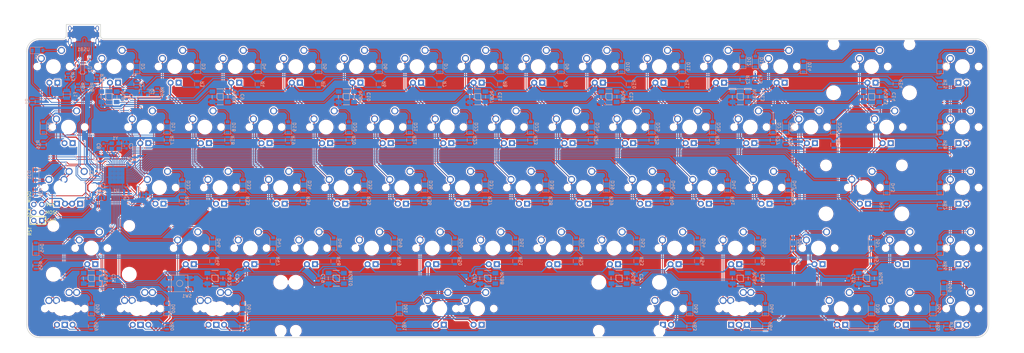
<source format=kicad_pcb>
(kicad_pcb (version 20171130) (host pcbnew "(5.1.5)-3")
  (layers (0 F.Cu signal) (31 B.Cu signal) (34 B.Paste user hide) (35 F.Paste user hide) (36 B.SilkS user hide) (37 F.SilkS user hide) (38 B.Mask user hide) (39 F.Mask user hide) (44 Edge.Cuts user))
  (net 0 "")
  (net 1 "Net-(D1-Pad2)")
  (net 2 "Net-(D2-Pad2)")
  (net 3 "Net-(D3-Pad2)")
  (net 4 "Net-(D4-Pad2)")
  (net 5 "Net-(D5-Pad2)")
  (net 6 "Net-(D6-Pad2)")
  (net 7 "Net-(D7-Pad2)")
  (net 8 "Net-(D8-Pad2)")
  (net 9 "Net-(D9-Pad2)")
  (net 10 "Net-(D10-Pad2)")
  (net 11 "Net-(D11-Pad2)")
  (net 12 "Net-(D12-Pad2)")
  (net 13 "Net-(D13-Pad2)")
  (net 14 "Net-(D14-Pad2)")
  (net 15 "Net-(D16-Pad2)")
  (net 16 "Net-(D17-Pad2)")
  (net 17 "Net-(D18-Pad2)")
  (net 18 "Net-(D19-Pad2)")
  (net 19 "Net-(D20-Pad2)")
  (net 20 "Net-(D21-Pad2)")
  (net 21 "Net-(D22-Pad2)")
  (net 22 "Net-(D23-Pad2)")
  (net 23 "Net-(D24-Pad2)")
  (net 24 "Net-(D25-Pad2)")
  (net 25 "Net-(D26-Pad2)")
  (net 26 "Net-(D27-Pad2)")
  (net 27 "Net-(D28-Pad2)")
  (net 28 "Net-(D29-Pad2)")
  (net 29 "Net-(D30-Pad2)")
  (net 30 "Net-(D31-Pad2)")
  (net 31 "Net-(D32-Pad2)")
  (net 32 "Net-(D33-Pad2)")
  (net 33 "Net-(D34-Pad2)")
  (net 34 "Net-(D35-Pad2)")
  (net 35 "Net-(D36-Pad2)")
  (net 36 "Net-(D37-Pad2)")
  (net 37 "Net-(D38-Pad2)")
  (net 38 "Net-(D39-Pad2)")
  (net 39 "Net-(D40-Pad2)")
  (net 40 "Net-(D41-Pad2)")
  (net 41 "Net-(D42-Pad2)")
  (net 42 "Net-(D43-Pad2)")
  (net 43 "Net-(D45-Pad2)")
  (net 44 "Net-(D46-Pad2)")
  (net 45 "Net-(D47-Pad2)")
  (net 46 "Net-(D48-Pad2)")
  (net 47 "Net-(D49-Pad2)")
  (net 48 "Net-(D50-Pad2)")
  (net 49 "Net-(D51-Pad2)")
  (net 50 "Net-(D52-Pad2)")
  (net 51 "Net-(D53-Pad2)")
  (net 52 "Net-(D54-Pad2)")
  (net 53 "Net-(D55-Pad2)")
  (net 54 "Net-(D56-Pad2)")
  (net 55 "Net-(D57-Pad2)")
  (net 56 "Net-(D58-Pad2)")
  (net 57 "Net-(D59-Pad2)")
  (net 58 "Net-(D60-Pad2)")
  (net 59 "Net-(D61-Pad2)")
  (net 60 "Net-(D62-Pad2)")
  (net 61 "Net-(D63-Pad2)")
  (net 62 "Net-(D64-Pad2)")
  (net 63 "Net-(D65-Pad2)")
  (net 64 "Net-(K_#1-Pad4)")
  (net 65 "Net-(K_#2-Pad4)")
  (net 66 "Net-(K_#3-Pad4)")
  (net 67 "Net-(K_#4-Pad4)")
  (net 68 "Net-(K_#5-Pad4)")
  (net 69 "Net-(K_#6-Pad4)")
  (net 70 "Net-(K_#7-Pad4)")
  (net 71 "Net-(K_#8-Pad4)")
  (net 72 "Net-(K_#9-Pad4)")
  (net 73 "Net-(K_#10-Pad4)")
  (net 74 "Net-(K_'1-Pad4)")
  (net 75 "Net-(K_,1-Pad4)")
  (net 76 "Net-(K_-1-Pad4)")
  (net 77 "Net-(K_.1-Pad4)")
  (net 78 "Net-(K_/1-Pad4)")
  (net 79 "Net-(K_;1-Pad4)")
  (net 80 "Net-(K_=1-Pad4)")
  (net 81 "Net-(K_A1-Pad4)")
  (net 82 "Net-(K_ALT1-Pad4)")
  (net 83 "Net-(K_B1-Pad4)")
  (net 84 "Net-(K_BACK1-Pad4)")
  (net 85 "Net-(K_C1-Pad4)")
  (net 86 "Net-(K_CAPS1-Pad4)")
  (net 87 "Net-(K_CTRL1-Pad4)")
  (net 88 "Net-(K_D1-Pad4)")
  (net 89 "Net-(K_E1-Pad4)")
  (net 90 "Net-(K_ENTER1-Pad4)")
  (net 91 "Net-(K_ESC1-Pad4)")
  (net 92 "Net-(K_F1-Pad4)")
  (net 93 "Net-(K_G1-Pad4)")
  (net 94 "Net-(K_H1-Pad4)")
  (net 95 "Net-(K_I1-Pad4)")
  (net 96 "Net-(K_J1-Pad4)")
  (net 97 "Net-(K_K1-Pad4)")
  (net 98 "Net-(K_L1-Pad4)")
  (net 99 "Net-(K_M1-Pad4)")
  (net 100 "Net-(K_N1-Pad4)")
  (net 101 "Net-(K_O1-Pad4)")
  (net 102 "Net-(K_P1-Pad4)")
  (net 103 "Net-(K_Q1-Pad4)")
  (net 104 "Net-(K_R1-Pad4)")
  (net 105 "Net-(K_S1-Pad4)")
  (net 106 "Net-(K_SHIFT1-Pad4)")
  (net 107 "Net-(K_SPACE1-Pad4)")
  (net 108 "Net-(K_T1-Pad4)")
  (net 109 "Net-(K_TAB1-Pad4)")
  (net 110 "Net-(K_U1-Pad4)")
  (net 111 "Net-(K_V1-Pad4)")
  (net 112 "Net-(K_W1-Pad4)")
  (net 113 "Net-(K_X1-Pad4)")
  (net 114 "Net-(K_Y1-Pad4)")
  (net 115 "Net-(K_Z1-Pad4)")
  (net 116 "Net-(K_[1-Pad4)")
  (net 117 "Net-(K_\\1-Pad4)")
  (net 118 "Net-(K_]1-Pad4)")
  (net 119 ROW0)
  (net 120 ROW1)
  (net 121 ROW2)
  (net 122 ROW3)
  (net 123 ROW4)
  (net 124 COL1)
  (net 125 +5V)
  (net 126 COL2)
  (net 127 COL3)
  (net 128 COL4)
  (net 129 COL5)
  (net 130 COL6)
  (net 131 COL7)
  (net 132 COL8)
  (net 133 COL9)
  (net 134 COL10)
  (net 135 COL11)
  (net 136 COL12)
  (net 137 COL13)
  (net 138 COL0)
  (net 139 LEDGND)
  (net 140 GND)
  (net 141 "Net-(R68-Pad2)")
  (net 142 "Net-(R67-Pad2)")
  (net 143 VCC)
  (net 144 "Net-(C6-Pad1)")
  (net 145 "Net-(C7-Pad1)")
  (net 146 "Net-(C8-Pad1)")
  (net 147 D-)
  (net 148 D+)
  (net 149 "Net-(Q1-Pad1)")
  (net 150 "Net-(R69-Pad2)")
  (net 151 "Net-(R70-Pad2)")
  (net 152 "Net-(R71-Pad2)")
  (net 153 "Net-(U1-Pad1)")
  (net 154 "Net-(U1-Pad8)")
  (net 155 "Net-(U1-Pad42)")
  (net 156 "Net-(D67-Pad2)")
  (net 157 "Net-(R73-Pad2)")
  (net 158 "Net-(R74-Pad2)")
  (net 159 "Net-(USB1-Pad9)")
  (net 160 "Net-(USB1-Pad3)")
  (net 161 "Net-(K_RALT2-Pad4)")
  (net 162 "Net-(K_RALT3-Pad4)")
  (net 163 "Net-(K_RCTRL2-Pad4)")
  (net 164 "Net-(K_RMENU2-Pad4)")
  (net 165 "Net-(K_WIN1-Pad4)")
  (net 166 "Net-(K_SRSHIFT2-Pad4)")
  (net 167 "Net-(RGB1-Pad2)")
  (net 168 RGBLED)
  (net 169 "Net-(RGB13-Pad2)")
  (net 170 "Net-(RGB2-Pad2)")
  (net 171 "Net-(RGB3-Pad2)")
  (net 172 "Net-(RGB4-Pad2)")
  (net 173 "Net-(RGB5-Pad2)")
  (net 174 "Net-(RGB6-Pad2)")
  (net 175 "Net-(RGB7-Pad2)")
  (net 176 "Net-(RGB10-Pad4)")
  (net 177 "Net-(RGB11-Pad4)")
  (net 178 "Net-(RGB10-Pad2)")
  (net 179 "Net-(RGB11-Pad2)")
  (net 180 "Net-(RGB12-Pad2)")
  (net 181 "Net-(RGB14-Pad2)")
  (net 182 "Net-(K_FNC1-Pad4)")
  (net 183 "Net-(D15-Pad2)")
  (net 184 "Net-(K_FNC2-Pad4)")
  (net 185 "Net-(K_FNC3-Pad4)")
  (net 186 "Net-(K_FNC4-Pad4)")
  (net 187 "Net-(D66-Pad2)")
  (net 188 "Net-(K_FNC5-Pad4)")
  (net 189 "Net-(D69-Pad2)")
  (net 190 CapLockLed)
  (net 191 COL14)
  (net 192 "Net-(K_SRSHIFT1-Pad4)")
  (module MX_Only:MXOnly-1.5U (layer F.Cu) (at 36.5125 50.8)
    (fp_text reference K_TAB1)
    (fp_text value MX-1.5U)
    (pad "" np_thru_hole circle (at 5.08 0 48.0996) (size 1.75 1.75) (drill 1.75) (layers *.Cu *.Mask))
    (pad "" np_thru_hole circle (at -5.08 0 48.0996) (size 1.75 1.75) (drill 1.75) (layers *.Cu *.Mask))
    (pad 4 thru_hole rect (at 1.27 5.08) (size 1.905 1.905) (drill 1.04) (layers *.Cu B.Mask) (net 109 "Net-(K_TAB1-Pad4)"))
    (pad 3 thru_hole circle (at -1.27 5.08) (size 1.905 1.905) (drill 1.04) (layers *.Cu B.Mask) (net 125 +5V))
    (pad 1 thru_hole circle (at -3.81 -2.54) (size 2.25 2.25) (drill 1.47) (layers *.Cu B.Mask) (net 138 COL0))
    (pad "" np_thru_hole circle (at 0 0) (size 3.9878 3.9878) (drill 3.9878) (layers *.Cu *.Mask))
    (pad 2 thru_hole circle (at 2.54 -5.08) (size 2.25 2.25) (drill 1.47) (layers *.Cu B.Mask) (net 15 "Net-(D16-Pad2)"))
  )
  (module MX_Only:MXOnly-1U (layer F.Cu) (at 150.8125 88.9)
    (fp_text reference K_B1)
    (fp_text value MX-1U)
    (pad "" np_thru_hole circle (at 5.08 0 48.0996) (size 1.75 1.75) (drill 1.75) (layers *.Cu *.Mask))
    (pad "" np_thru_hole circle (at -5.08 0 48.0996) (size 1.75 1.75) (drill 1.75) (layers *.Cu *.Mask))
    (pad 4 thru_hole rect (at 1.27 5.08) (size 1.905 1.905) (drill 1.04) (layers *.Cu B.Mask) (net 83 "Net-(K_B1-Pad4)"))
    (pad 3 thru_hole circle (at -1.27 5.08) (size 1.905 1.905) (drill 1.04) (layers *.Cu B.Mask) (net 125 +5V))
    (pad 1 thru_hole circle (at -3.81 -2.54) (size 2.25 2.25) (drill 1.47) (layers *.Cu B.Mask) (net 130 COL6))
    (pad "" np_thru_hole circle (at 0 0) (size 3.9878 3.9878) (drill 3.9878) (layers *.Cu *.Mask))
    (pad 2 thru_hole circle (at 2.54 -5.08) (size 2.25 2.25) (drill 1.47) (layers *.Cu B.Mask) (net 48 "Net-(D50-Pad2)"))
  )
  (module random-keyboard-parts:R_0805 (layer B.Cu) (at 200.82256 54.92496 90)
    (fp_text reference R24 (at 0 1.65 90) (layer B.SilkS) (effects (justify mirror)))
    (fp_text value 1k)
    (pad 1 smd rect (at -0.95 0 90) (size 0.7 1.3) (layers B.Cu B.Paste B.Mask) (net 95 "Net-(K_I1-Pad4)"))
    (pad 2 smd rect (at 0.95 0 90) (size 0.7 1.3) (layers B.Cu B.Paste B.Mask) (net 139 LEDGND))
  )
  (module MX_Only:MXOnly-1U (layer F.Cu) (at 193.675 50.8)
    (fp_text reference K_I1)
    (fp_text value MX-1U)
    (pad "" np_thru_hole circle (at 5.08 0 48.0996) (size 1.75 1.75) (drill 1.75) (layers *.Cu *.Mask))
    (pad "" np_thru_hole circle (at -5.08 0 48.0996) (size 1.75 1.75) (drill 1.75) (layers *.Cu *.Mask))
    (pad 4 thru_hole rect (at 1.27 5.08) (size 1.905 1.905) (drill 1.04) (layers *.Cu B.Mask) (net 95 "Net-(K_I1-Pad4)"))
    (pad 3 thru_hole circle (at -1.27 5.08) (size 1.905 1.905) (drill 1.04) (layers *.Cu B.Mask) (net 125 +5V))
    (pad 1 thru_hole circle (at -3.81 -2.54) (size 2.25 2.25) (drill 1.47) (layers *.Cu B.Mask) (net 132 COL8))
    (pad "" np_thru_hole circle (at 0 0) (size 3.9878 3.9878) (drill 3.9878) (layers *.Cu *.Mask))
    (pad 2 thru_hole circle (at 2.54 -5.08) (size 2.25 2.25) (drill 1.47) (layers *.Cu B.Mask) (net 23 "Net-(D24-Pad2)"))
  )
  (module MX_Only:MXOnly-1U (layer F.Cu) (at 198.4375 69.85)
    (fp_text reference K_K1)
    (fp_text value MX-1U)
    (pad "" np_thru_hole circle (at 5.08 0 48.0996) (size 1.75 1.75) (drill 1.75) (layers *.Cu *.Mask))
    (pad "" np_thru_hole circle (at -5.08 0 48.0996) (size 1.75 1.75) (drill 1.75) (layers *.Cu *.Mask))
    (pad 4 thru_hole rect (at 1.27 5.08) (size 1.905 1.905) (drill 1.04) (layers *.Cu B.Mask) (net 97 "Net-(K_K1-Pad4)"))
    (pad 3 thru_hole circle (at -1.27 5.08) (size 1.905 1.905) (drill 1.04) (layers *.Cu B.Mask) (net 125 +5V))
    (pad 1 thru_hole circle (at -3.81 -2.54) (size 2.25 2.25) (drill 1.47) (layers *.Cu B.Mask) (net 132 COL8))
    (pad "" np_thru_hole circle (at 0 0) (size 3.9878 3.9878) (drill 3.9878) (layers *.Cu *.Mask))
    (pad 2 thru_hole circle (at 2.54 -5.08) (size 2.25 2.25) (drill 1.47) (layers *.Cu B.Mask) (net 38 "Net-(D39-Pad2)"))
  )
  (module MX_Only:MXOnly-2.25U (layer F.Cu) (at 286.54375 69.85)
    (fp_text reference K_ENTER1)
    (fp_text value MX-2.25U)
    (pad "" np_thru_hole circle (at 11.938 8.255) (size 3.9878 3.9878) (drill 3.9878) (layers *.Cu *.Mask))
    (pad "" np_thru_hole circle (at -11.938 8.255) (size 3.9878 3.9878) (drill 3.9878) (layers *.Cu *.Mask))
    (pad "" np_thru_hole circle (at 11.938 -6.985) (size 3.048 3.048) (drill 3.048) (layers *.Cu *.Mask))
    (pad "" np_thru_hole circle (at -11.938 -6.985) (size 3.048 3.048) (drill 3.048) (layers *.Cu *.Mask))
    (pad "" np_thru_hole circle (at 5.08 0 48.0996) (size 1.75 1.75) (drill 1.75) (layers *.Cu *.Mask))
    (pad "" np_thru_hole circle (at -5.08 0 48.0996) (size 1.75 1.75) (drill 1.75) (layers *.Cu *.Mask))
    (pad 4 thru_hole rect (at 1.27 5.08) (size 1.905 1.905) (drill 1.04) (layers *.Cu B.Mask) (net 90 "Net-(K_ENTER1-Pad4)"))
    (pad 3 thru_hole circle (at -1.27 5.08) (size 1.905 1.905) (drill 1.04) (layers *.Cu B.Mask) (net 125 +5V))
    (pad 1 thru_hole circle (at -3.81 -2.54) (size 2.25 2.25) (drill 1.47) (layers *.Cu B.Mask) (net 137 COL13))
    (pad "" np_thru_hole circle (at 0 0) (size 3.9878 3.9878) (drill 3.9878) (layers *.Cu *.Mask))
    (pad 2 thru_hole circle (at 2.54 -5.08) (size 2.25 2.25) (drill 1.47) (layers *.Cu B.Mask) (net 42 "Net-(D43-Pad2)"))
  )
  (module MX_Only:MXOnly-1.75U (layer F.Cu) (at 38.89375 69.85)
    (fp_text reference K_CAPS1)
    (fp_text value MX-1.75U)
    (pad "" np_thru_hole circle (at 5.08 0 48.0996) (size 1.75 1.75) (drill 1.75) (layers *.Cu *.Mask))
    (pad "" np_thru_hole circle (at -5.08 0 48.0996) (size 1.75 1.75) (drill 1.75) (layers *.Cu *.Mask))
    (pad 4 thru_hole rect (at 1.27 5.08) (size 1.905 1.905) (drill 1.04) (layers *.Cu B.Mask) (net 86 "Net-(K_CAPS1-Pad4)"))
    (pad 3 thru_hole circle (at -1.27 5.08) (size 1.905 1.905) (drill 1.04) (layers *.Cu B.Mask) (net 125 +5V))
    (pad 1 thru_hole circle (at -3.81 -2.54) (size 2.25 2.25) (drill 1.47) (layers *.Cu B.Mask) (net 138 COL0))
    (pad "" np_thru_hole circle (at 0 0) (size 3.9878 3.9878) (drill 3.9878) (layers *.Cu *.Mask))
    (pad 2 thru_hole circle (at 2.54 -5.08) (size 2.25 2.25) (drill 1.47) (layers *.Cu B.Mask) (net 30 "Net-(D31-Pad2)"))
  )
  (module MX_Only:MXOnly-2.25U (layer F.Cu) (at 43.65625 88.9)
    (fp_text reference K_SHIFT1)
    (fp_text value MX-2.25U)
    (pad "" np_thru_hole circle (at 11.938 8.255) (size 3.9878 3.9878) (drill 3.9878) (layers *.Cu *.Mask))
    (pad "" np_thru_hole circle (at -11.938 8.255) (size 3.9878 3.9878) (drill 3.9878) (layers *.Cu *.Mask))
    (pad "" np_thru_hole circle (at 11.938 -6.985) (size 3.048 3.048) (drill 3.048) (layers *.Cu *.Mask))
    (pad "" np_thru_hole circle (at -11.938 -6.985) (size 3.048 3.048) (drill 3.048) (layers *.Cu *.Mask))
    (pad "" np_thru_hole circle (at 5.08 0 48.0996) (size 1.75 1.75) (drill 1.75) (layers *.Cu *.Mask))
    (pad "" np_thru_hole circle (at -5.08 0 48.0996) (size 1.75 1.75) (drill 1.75) (layers *.Cu *.Mask))
    (pad 4 thru_hole rect (at 1.27 5.08) (size 1.905 1.905) (drill 1.04) (layers *.Cu B.Mask) (net 106 "Net-(K_SHIFT1-Pad4)"))
    (pad 3 thru_hole circle (at -1.27 5.08) (size 1.905 1.905) (drill 1.04) (layers *.Cu B.Mask) (net 125 +5V))
    (pad 1 thru_hole circle (at -3.81 -2.54) (size 2.25 2.25) (drill 1.47) (layers *.Cu B.Mask) (net 138 COL0))
    (pad "" np_thru_hole circle (at 0 0) (size 3.9878 3.9878) (drill 3.9878) (layers *.Cu *.Mask))
    (pad 2 thru_hole circle (at 2.54 -5.08) (size 2.25 2.25) (drill 1.47) (layers *.Cu B.Mask) (net 43 "Net-(D45-Pad2)"))
  )
  (module MX_Only:MXOnly-7U-ReversedStabilizers (layer F.Cu) (at 165.1 107.95)
    (fp_text reference K_SPACE1)
    (fp_text value MX-7U)
    (pad "" np_thru_hole circle (at 57.15 -8.255) (size 3.9878 3.9878) (drill 3.9878) (layers *.Cu *.Mask))
    (pad "" np_thru_hole circle (at -57.15 -8.255) (size 3.9878 3.9878) (drill 3.9878) (layers *.Cu *.Mask))
    (pad "" np_thru_hole circle (at 57.15 6.985) (size 3.048 3.048) (drill 3.048) (layers *.Cu *.Mask))
    (pad "" np_thru_hole circle (at -57.15 6.985) (size 3.048 3.048) (drill 3.048) (layers *.Cu *.Mask))
    (pad "" np_thru_hole circle (at 5.08 0 48.0996) (size 1.75 1.75) (drill 1.75) (layers *.Cu *.Mask))
    (pad "" np_thru_hole circle (at -5.08 0 48.0996) (size 1.75 1.75) (drill 1.75) (layers *.Cu *.Mask))
    (pad 4 thru_hole rect (at 1.27 5.08) (size 1.905 1.905) (drill 1.04) (layers *.Cu B.Mask) (net 107 "Net-(K_SPACE1-Pad4)"))
    (pad 3 thru_hole circle (at -1.27 5.08) (size 1.905 1.905) (drill 1.04) (layers *.Cu B.Mask) (net 125 +5V))
    (pad 1 thru_hole circle (at -3.81 -2.54) (size 2.25 2.25) (drill 1.47) (layers *.Cu B.Mask) (net 130 COL6))
    (pad "" np_thru_hole circle (at 0 0) (size 3.9878 3.9878) (drill 3.9878) (layers *.Cu *.Mask))
    (pad 2 thru_hole circle (at 2.54 -5.08) (size 2.25 2.25) (drill 1.47) (layers *.Cu B.Mask) (net 59 "Net-(D61-Pad2)"))
  )
  (module MX_Only:MXOnly-1U (layer F.Cu) (at 103.1875 69.85)
    (fp_text reference K_D1)
    (fp_text value MX-1U)
    (pad "" np_thru_hole circle (at 5.08 0 48.0996) (size 1.75 1.75) (drill 1.75) (layers *.Cu *.Mask))
    (pad "" np_thru_hole circle (at -5.08 0 48.0996) (size 1.75 1.75) (drill 1.75) (layers *.Cu *.Mask))
    (pad 4 thru_hole rect (at 1.27 5.08) (size 1.905 1.905) (drill 1.04) (layers *.Cu B.Mask) (net 88 "Net-(K_D1-Pad4)"))
    (pad 3 thru_hole circle (at -1.27 5.08) (size 1.905 1.905) (drill 1.04) (layers *.Cu B.Mask) (net 125 +5V))
    (pad 1 thru_hole circle (at -3.81 -2.54) (size 2.25 2.25) (drill 1.47) (layers *.Cu B.Mask) (net 127 COL3))
    (pad "" np_thru_hole circle (at 0 0) (size 3.9878 3.9878) (drill 3.9878) (layers *.Cu *.Mask))
    (pad 2 thru_hole circle (at 2.54 -5.08) (size 2.25 2.25) (drill 1.47) (layers *.Cu B.Mask) (net 33 "Net-(D34-Pad2)"))
  )
  (module MX_Only:MXOnly-1U (layer F.Cu) (at 50.8 31.75)
    (fp_text reference K_#1)
    (fp_text value MX-1U)
    (pad "" np_thru_hole circle (at 5.08 0 48.0996) (size 1.75 1.75) (drill 1.75) (layers *.Cu *.Mask))
    (pad "" np_thru_hole circle (at -5.08 0 48.0996) (size 1.75 1.75) (drill 1.75) (layers *.Cu *.Mask))
    (pad 4 thru_hole rect (at 1.27 5.08) (size 1.905 1.905) (drill 1.04) (layers *.Cu B.Mask) (net 64 "Net-(K_#1-Pad4)"))
    (pad 3 thru_hole circle (at -1.27 5.08) (size 1.905 1.905) (drill 1.04) (layers *.Cu B.Mask) (net 125 +5V))
    (pad 1 thru_hole circle (at -3.81 -2.54) (size 2.25 2.25) (drill 1.47) (layers *.Cu B.Mask) (net 124 COL1))
    (pad "" np_thru_hole circle (at 0 0) (size 3.9878 3.9878) (drill 3.9878) (layers *.Cu *.Mask))
    (pad 2 thru_hole circle (at 2.54 -5.08) (size 2.25 2.25) (drill 1.47) (layers *.Cu B.Mask) (net 2 "Net-(D2-Pad2)"))
  )
  (module MX_Only:MXOnly-1.25U (layer F.Cu) (at 81.75625 107.95)
    (fp_text reference K_ALT1)
    (fp_text value MX-1.25U)
    (pad "" np_thru_hole circle (at 5.08 0 48.0996) (size 1.75 1.75) (drill 1.75) (layers *.Cu *.Mask))
    (pad "" np_thru_hole circle (at -5.08 0 48.0996) (size 1.75 1.75) (drill 1.75) (layers *.Cu *.Mask))
    (pad 4 thru_hole rect (at 1.27 5.08) (size 1.905 1.905) (drill 1.04) (layers *.Cu B.Mask) (net 82 "Net-(K_ALT1-Pad4)"))
    (pad 3 thru_hole circle (at -1.27 5.08) (size 1.905 1.905) (drill 1.04) (layers *.Cu B.Mask) (net 125 +5V))
    (pad 1 thru_hole circle (at -3.81 -2.54) (size 2.25 2.25) (drill 1.47) (layers *.Cu B.Mask) (net 126 COL2))
    (pad "" np_thru_hole circle (at 0 0) (size 3.9878 3.9878) (drill 3.9878) (layers *.Cu *.Mask))
    (pad 2 thru_hole circle (at 2.54 -5.08) (size 2.25 2.25) (drill 1.47) (layers *.Cu B.Mask) (net 156 "Net-(D67-Pad2)"))
  )
  (module MX_Only:MXOnly-1U (layer F.Cu) (at 74.6125 88.9)
    (fp_text reference K_Z1)
    (fp_text value MX-1U)
    (pad "" np_thru_hole circle (at 5.08 0 48.0996) (size 1.75 1.75) (drill 1.75) (layers *.Cu *.Mask))
    (pad "" np_thru_hole circle (at -5.08 0 48.0996) (size 1.75 1.75) (drill 1.75) (layers *.Cu *.Mask))
    (pad 4 thru_hole rect (at 1.27 5.08) (size 1.905 1.905) (drill 1.04) (layers *.Cu B.Mask) (net 115 "Net-(K_Z1-Pad4)"))
    (pad 3 thru_hole circle (at -1.27 5.08) (size 1.905 1.905) (drill 1.04) (layers *.Cu B.Mask) (net 125 +5V))
    (pad 1 thru_hole circle (at -3.81 -2.54) (size 2.25 2.25) (drill 1.47) (layers *.Cu B.Mask) (net 126 COL2))
    (pad "" np_thru_hole circle (at 0 0) (size 3.9878 3.9878) (drill 3.9878) (layers *.Cu *.Mask))
    (pad 2 thru_hole circle (at 2.54 -5.08) (size 2.25 2.25) (drill 1.47) (layers *.Cu B.Mask) (net 44 "Net-(D46-Pad2)"))
  )
  (module MX_Only:MXOnly-1U (layer F.Cu) (at 155.575 50.8)
    (fp_text reference K_Y1)
    (fp_text value MX-1U)
    (pad "" np_thru_hole circle (at 5.08 0 48.0996) (size 1.75 1.75) (drill 1.75) (layers *.Cu *.Mask))
    (pad "" np_thru_hole circle (at -5.08 0 48.0996) (size 1.75 1.75) (drill 1.75) (layers *.Cu *.Mask))
    (pad 4 thru_hole rect (at 1.27 5.08) (size 1.905 1.905) (drill 1.04) (layers *.Cu B.Mask) (net 114 "Net-(K_Y1-Pad4)"))
    (pad 3 thru_hole circle (at -1.27 5.08) (size 1.905 1.905) (drill 1.04) (layers *.Cu B.Mask) (net 125 +5V))
    (pad 1 thru_hole circle (at -3.81 -2.54) (size 2.25 2.25) (drill 1.47) (layers *.Cu B.Mask) (net 130 COL6))
    (pad "" np_thru_hole circle (at 0 0) (size 3.9878 3.9878) (drill 3.9878) (layers *.Cu *.Mask))
    (pad 2 thru_hole circle (at 2.54 -5.08) (size 2.25 2.25) (drill 1.47) (layers *.Cu B.Mask) (net 21 "Net-(D22-Pad2)"))
  )
  (module MX_Only:MXOnly-1U (layer F.Cu) (at 93.6625 88.9)
    (fp_text reference K_X1)
    (fp_text value MX-1U)
    (pad "" np_thru_hole circle (at 5.08 0 48.0996) (size 1.75 1.75) (drill 1.75) (layers *.Cu *.Mask))
    (pad "" np_thru_hole circle (at -5.08 0 48.0996) (size 1.75 1.75) (drill 1.75) (layers *.Cu *.Mask))
    (pad 4 thru_hole rect (at 1.27 5.08) (size 1.905 1.905) (drill 1.04) (layers *.Cu B.Mask) (net 113 "Net-(K_X1-Pad4)"))
    (pad 3 thru_hole circle (at -1.27 5.08) (size 1.905 1.905) (drill 1.04) (layers *.Cu B.Mask) (net 125 +5V))
    (pad 1 thru_hole circle (at -3.81 -2.54) (size 2.25 2.25) (drill 1.47) (layers *.Cu B.Mask) (net 127 COL3))
    (pad "" np_thru_hole circle (at 0 0) (size 3.9878 3.9878) (drill 3.9878) (layers *.Cu *.Mask))
    (pad 2 thru_hole circle (at 2.54 -5.08) (size 2.25 2.25) (drill 1.47) (layers *.Cu B.Mask) (net 45 "Net-(D47-Pad2)"))
  )
  (module MX_Only:MXOnly-1U-FLIPPED (layer F.Cu) (at 60.325 107.95)
    (fp_text reference K_WIN2)
    (fp_text value MX-1U)
    (pad "" np_thru_hole circle (at 5.08 0 48.0996) (size 1.75 1.75) (drill 1.75) (layers *.Cu *.Mask))
    (pad "" np_thru_hole circle (at -5.08 0 48.0996) (size 1.75 1.75) (drill 1.75) (layers *.Cu *.Mask))
    (pad 4 thru_hole rect (at -1.27 5.08) (size 1.905 1.905) (drill 1.04) (layers *.Cu B.Mask) (net 165 "Net-(K_WIN1-Pad4)"))
    (pad 3 thru_hole circle (at 1.27 5.08) (size 1.905 1.905) (drill 1.04) (layers *.Cu B.Mask) (net 125 +5V))
    (pad 1 thru_hole circle (at -3.81 -2.54) (size 2.25 2.25) (drill 1.47) (layers *.Cu B.Mask) (net 124 COL1))
    (pad "" np_thru_hole circle (at 0 0) (size 3.9878 3.9878) (drill 3.9878) (layers *.Cu *.Mask))
    (pad 2 thru_hole circle (at 2.54 -5.08) (size 2.25 2.25) (drill 1.47) (layers *.Cu B.Mask) (net 58 "Net-(D60-Pad2)"))
  )
  (module MX_Only:MXOnly-1.25U (layer F.Cu) (at 57.94375 107.95)
    (fp_text reference K_WIN1)
    (fp_text value MX-1.25U)
    (pad "" np_thru_hole circle (at 5.08 0 48.0996) (size 1.75 1.75) (drill 1.75) (layers *.Cu *.Mask))
    (pad "" np_thru_hole circle (at -5.08 0 48.0996) (size 1.75 1.75) (drill 1.75) (layers *.Cu *.Mask))
    (pad 4 thru_hole rect (at 1.27 5.08) (size 1.905 1.905) (drill 1.04) (layers *.Cu B.Mask) (net 165 "Net-(K_WIN1-Pad4)"))
    (pad 3 thru_hole circle (at -1.27 5.08) (size 1.905 1.905) (drill 1.04) (layers *.Cu B.Mask) (net 125 +5V))
    (pad 1 thru_hole circle (at -3.81 -2.54) (size 2.25 2.25) (drill 1.47) (layers *.Cu B.Mask) (net 124 COL1))
    (pad "" np_thru_hole circle (at 0 0) (size 3.9878 3.9878) (drill 3.9878) (layers *.Cu *.Mask))
    (pad 2 thru_hole circle (at 2.54 -5.08) (size 2.25 2.25) (drill 1.47) (layers *.Cu B.Mask) (net 58 "Net-(D60-Pad2)"))
  )
  (module MX_Only:MXOnly-1U (layer F.Cu) (at 79.375 50.8)
    (fp_text reference K_W1)
    (fp_text value MX-1U)
    (pad "" np_thru_hole circle (at 5.08 0 48.0996) (size 1.75 1.75) (drill 1.75) (layers *.Cu *.Mask))
    (pad "" np_thru_hole circle (at -5.08 0 48.0996) (size 1.75 1.75) (drill 1.75) (layers *.Cu *.Mask))
    (pad 4 thru_hole rect (at 1.27 5.08) (size 1.905 1.905) (drill 1.04) (layers *.Cu B.Mask) (net 112 "Net-(K_W1-Pad4)"))
    (pad 3 thru_hole circle (at -1.27 5.08) (size 1.905 1.905) (drill 1.04) (layers *.Cu B.Mask) (net 125 +5V))
    (pad 1 thru_hole circle (at -3.81 -2.54) (size 2.25 2.25) (drill 1.47) (layers *.Cu B.Mask) (net 126 COL2))
    (pad "" np_thru_hole circle (at 0 0) (size 3.9878 3.9878) (drill 3.9878) (layers *.Cu *.Mask))
    (pad 2 thru_hole circle (at 2.54 -5.08) (size 2.25 2.25) (drill 1.47) (layers *.Cu B.Mask) (net 17 "Net-(D18-Pad2)"))
  )
  (module MX_Only:MXOnly-1U (layer F.Cu) (at 131.7625 88.9)
    (fp_text reference K_V1)
    (fp_text value MX-1U)
    (pad "" np_thru_hole circle (at 5.08 0 48.0996) (size 1.75 1.75) (drill 1.75) (layers *.Cu *.Mask))
    (pad "" np_thru_hole circle (at -5.08 0 48.0996) (size 1.75 1.75) (drill 1.75) (layers *.Cu *.Mask))
    (pad 4 thru_hole rect (at 1.27 5.08) (size 1.905 1.905) (drill 1.04) (layers *.Cu B.Mask) (net 111 "Net-(K_V1-Pad4)"))
    (pad 3 thru_hole circle (at -1.27 5.08) (size 1.905 1.905) (drill 1.04) (layers *.Cu B.Mask) (net 125 +5V))
    (pad 1 thru_hole circle (at -3.81 -2.54) (size 2.25 2.25) (drill 1.47) (layers *.Cu B.Mask) (net 129 COL5))
    (pad "" np_thru_hole circle (at 0 0) (size 3.9878 3.9878) (drill 3.9878) (layers *.Cu *.Mask))
    (pad 2 thru_hole circle (at 2.54 -5.08) (size 2.25 2.25) (drill 1.47) (layers *.Cu B.Mask) (net 47 "Net-(D49-Pad2)"))
  )
  (module MX_Only:MXOnly-1U (layer F.Cu) (at 174.625 50.8)
    (fp_text reference K_U1)
    (fp_text value MX-1U)
    (pad "" np_thru_hole circle (at 5.08 0 48.0996) (size 1.75 1.75) (drill 1.75) (layers *.Cu *.Mask))
    (pad "" np_thru_hole circle (at -5.08 0 48.0996) (size 1.75 1.75) (drill 1.75) (layers *.Cu *.Mask))
    (pad 4 thru_hole rect (at 1.27 5.08) (size 1.905 1.905) (drill 1.04) (layers *.Cu B.Mask) (net 110 "Net-(K_U1-Pad4)"))
    (pad 3 thru_hole circle (at -1.27 5.08) (size 1.905 1.905) (drill 1.04) (layers *.Cu B.Mask) (net 125 +5V))
    (pad 1 thru_hole circle (at -3.81 -2.54) (size 2.25 2.25) (drill 1.47) (layers *.Cu B.Mask) (net 131 COL7))
    (pad "" np_thru_hole circle (at 0 0) (size 3.9878 3.9878) (drill 3.9878) (layers *.Cu *.Mask))
    (pad 2 thru_hole circle (at 2.54 -5.08) (size 2.25 2.25) (drill 1.47) (layers *.Cu B.Mask) (net 22 "Net-(D23-Pad2)"))
  )
  (module MX_Only:MXOnly-1U (layer F.Cu) (at 136.525 50.8)
    (fp_text reference K_T1)
    (fp_text value MX-1U)
    (pad "" np_thru_hole circle (at 5.08 0 48.0996) (size 1.75 1.75) (drill 1.75) (layers *.Cu *.Mask))
    (pad "" np_thru_hole circle (at -5.08 0 48.0996) (size 1.75 1.75) (drill 1.75) (layers *.Cu *.Mask))
    (pad 4 thru_hole rect (at 1.27 5.08) (size 1.905 1.905) (drill 1.04) (layers *.Cu B.Mask) (net 108 "Net-(K_T1-Pad4)"))
    (pad 3 thru_hole circle (at -1.27 5.08) (size 1.905 1.905) (drill 1.04) (layers *.Cu B.Mask) (net 125 +5V))
    (pad 1 thru_hole circle (at -3.81 -2.54) (size 2.25 2.25) (drill 1.47) (layers *.Cu B.Mask) (net 129 COL5))
    (pad "" np_thru_hole circle (at 0 0) (size 3.9878 3.9878) (drill 3.9878) (layers *.Cu *.Mask))
    (pad 2 thru_hole circle (at 2.54 -5.08) (size 2.25 2.25) (drill 1.47) (layers *.Cu B.Mask) (net 20 "Net-(D21-Pad2)"))
  )
  (module MX_Only:MXOnly-1U (layer F.Cu) (at 298.45 88.9)
    (fp_text reference K_SRSHIFT2)
    (fp_text value MX-1U)
    (pad "" np_thru_hole circle (at 5.08 0 48.0996) (size 1.75 1.75) (drill 1.75) (layers *.Cu *.Mask))
    (pad "" np_thru_hole circle (at -5.08 0 48.0996) (size 1.75 1.75) (drill 1.75) (layers *.Cu *.Mask))
    (pad 4 thru_hole rect (at 1.27 5.08) (size 1.905 1.905) (drill 1.04) (layers *.Cu B.Mask) (net 166 "Net-(K_SRSHIFT2-Pad4)"))
    (pad 3 thru_hole circle (at -1.27 5.08) (size 1.905 1.905) (drill 1.04) (layers *.Cu B.Mask) (net 125 +5V))
    (pad 1 thru_hole circle (at -3.81 -2.54) (size 2.25 2.25) (drill 1.47) (layers *.Cu B.Mask) (net 137 COL13))
    (pad "" np_thru_hole circle (at 0 0) (size 3.9878 3.9878) (drill 3.9878) (layers *.Cu *.Mask))
    (pad 2 thru_hole circle (at 2.54 -5.08) (size 2.25 2.25) (drill 1.47) (layers *.Cu B.Mask) (net 55 "Net-(D57-Pad2)"))
  )
  (module MX_Only:MXOnly-1.75U (layer F.Cu) (at 272.25625 88.9)
    (fp_text reference K_SRSHIFT1)
    (fp_text value MX-1.75U)
    (pad "" np_thru_hole circle (at 5.08 0 48.0996) (size 1.75 1.75) (drill 1.75) (layers *.Cu *.Mask))
    (pad "" np_thru_hole circle (at -5.08 0 48.0996) (size 1.75 1.75) (drill 1.75) (layers *.Cu *.Mask))
    (pad 4 thru_hole rect (at 1.27 5.08) (size 1.905 1.905) (drill 1.04) (layers *.Cu B.Mask) (net 192 "Net-(K_SRSHIFT1-Pad4)"))
    (pad 3 thru_hole circle (at -1.27 5.08) (size 1.905 1.905) (drill 1.04) (layers *.Cu B.Mask) (net 125 +5V))
    (pad 1 thru_hole circle (at -3.81 -2.54) (size 2.25 2.25) (drill 1.47) (layers *.Cu B.Mask) (net 136 COL12))
    (pad "" np_thru_hole circle (at 0 0) (size 3.9878 3.9878) (drill 3.9878) (layers *.Cu *.Mask))
    (pad 2 thru_hole circle (at 2.54 -5.08) (size 2.25 2.25) (drill 1.47) (layers *.Cu B.Mask) (net 54 "Net-(D56-Pad2)"))
  )
  (module MX_Only:MXOnly-6.25U-ReversedStabilizers (layer F.Cu) (at 153.19375 107.95)
    (fp_text reference K_SPACE2)
    (fp_text value MX-6.25U)
    (pad "" np_thru_hole circle (at 49.9999 -8.255) (size 3.9878 3.9878) (drill 3.9878) (layers *.Cu *.Mask))
    (pad "" np_thru_hole circle (at -49.9999 -8.255) (size 3.9878 3.9878) (drill 3.9878) (layers *.Cu *.Mask))
    (pad "" np_thru_hole circle (at 49.9999 6.985) (size 3.048 3.048) (drill 3.048) (layers *.Cu *.Mask))
    (pad "" np_thru_hole circle (at -49.9999 6.985) (size 3.048 3.048) (drill 3.048) (layers *.Cu *.Mask))
    (pad "" np_thru_hole circle (at 5.08 0 48.0996) (size 1.75 1.75) (drill 1.75) (layers *.Cu *.Mask))
    (pad "" np_thru_hole circle (at -5.08 0 48.0996) (size 1.75 1.75) (drill 1.75) (layers *.Cu *.Mask))
    (pad 4 thru_hole rect (at 1.27 5.08) (size 1.905 1.905) (drill 1.04) (layers *.Cu B.Mask) (net 107 "Net-(K_SPACE1-Pad4)"))
    (pad 3 thru_hole circle (at -1.27 5.08) (size 1.905 1.905) (drill 1.04) (layers *.Cu B.Mask) (net 125 +5V))
    (pad 1 thru_hole circle (at -3.81 -2.54) (size 2.25 2.25) (drill 1.47) (layers *.Cu B.Mask) (net 130 COL6))
    (pad "" np_thru_hole circle (at 0 0) (size 3.9878 3.9878) (drill 3.9878) (layers *.Cu *.Mask))
    (pad 2 thru_hole circle (at 2.54 -5.08) (size 2.25 2.25) (drill 1.47) (layers *.Cu B.Mask) (net 59 "Net-(D61-Pad2)"))
  )
  (module MX_Only:MXOnly-1U (layer F.Cu) (at 84.1375 69.85)
    (fp_text reference K_S1)
    (fp_text value MX-1U)
    (pad "" np_thru_hole circle (at 5.08 0 48.0996) (size 1.75 1.75) (drill 1.75) (layers *.Cu *.Mask))
    (pad "" np_thru_hole circle (at -5.08 0 48.0996) (size 1.75 1.75) (drill 1.75) (layers *.Cu *.Mask))
    (pad 4 thru_hole rect (at 1.27 5.08) (size 1.905 1.905) (drill 1.04) (layers *.Cu B.Mask) (net 105 "Net-(K_S1-Pad4)"))
    (pad 3 thru_hole circle (at -1.27 5.08) (size 1.905 1.905) (drill 1.04) (layers *.Cu B.Mask) (net 125 +5V))
    (pad 1 thru_hole circle (at -3.81 -2.54) (size 2.25 2.25) (drill 1.47) (layers *.Cu B.Mask) (net 126 COL2))
    (pad "" np_thru_hole circle (at 0 0) (size 3.9878 3.9878) (drill 3.9878) (layers *.Cu *.Mask))
    (pad 2 thru_hole circle (at 2.54 -5.08) (size 2.25 2.25) (drill 1.47) (layers *.Cu B.Mask) (net 32 "Net-(D33-Pad2)"))
  )
  (module MX_Only:MXOnly-1.25U (layer F.Cu) (at 248.44375 107.95)
    (fp_text reference K_RWIN2)
    (fp_text value MX-1.25U)
    (pad "" np_thru_hole circle (at 5.08 0 48.0996) (size 1.75 1.75) (drill 1.75) (layers *.Cu *.Mask))
    (pad "" np_thru_hole circle (at -5.08 0 48.0996) (size 1.75 1.75) (drill 1.75) (layers *.Cu *.Mask))
    (pad 4 thru_hole rect (at 1.27 5.08) (size 1.905 1.905) (drill 1.04) (layers *.Cu B.Mask) (net 162 "Net-(K_RALT3-Pad4)"))
    (pad 3 thru_hole circle (at -1.27 5.08) (size 1.905 1.905) (drill 1.04) (layers *.Cu B.Mask) (net 125 +5V))
    (pad 1 thru_hole circle (at -3.81 -2.54) (size 2.25 2.25) (drill 1.47) (layers *.Cu B.Mask) (net 135 COL11))
    (pad "" np_thru_hole circle (at 0 0) (size 3.9878 3.9878) (drill 3.9878) (layers *.Cu *.Mask))
    (pad 2 thru_hole circle (at 2.54 -5.08) (size 2.25 2.25) (drill 1.47) (layers *.Cu B.Mask) (net 62 "Net-(D64-Pad2)"))
  )
  (module MX_Only:MXOnly-1U (layer F.Cu) (at 279.4 107.95)
    (fp_text reference K_RMENU2)
    (fp_text value MX-1U)
    (pad "" np_thru_hole circle (at 5.08 0 48.0996) (size 1.75 1.75) (drill 1.75) (layers *.Cu *.Mask))
    (pad "" np_thru_hole circle (at -5.08 0 48.0996) (size 1.75 1.75) (drill 1.75) (layers *.Cu *.Mask))
    (pad 4 thru_hole rect (at 1.27 5.08) (size 1.905 1.905) (drill 1.04) (layers *.Cu B.Mask) (net 164 "Net-(K_RMENU2-Pad4)"))
    (pad 3 thru_hole circle (at -1.27 5.08) (size 1.905 1.905) (drill 1.04) (layers *.Cu B.Mask) (net 125 +5V))
    (pad 1 thru_hole circle (at -3.81 -2.54) (size 2.25 2.25) (drill 1.47) (layers *.Cu B.Mask) (net 136 COL12))
    (pad "" np_thru_hole circle (at 0 0) (size 3.9878 3.9878) (drill 3.9878) (layers *.Cu *.Mask))
    (pad 2 thru_hole circle (at 2.54 -5.08) (size 2.25 2.25) (drill 1.47) (layers *.Cu B.Mask) (net 29 "Net-(D30-Pad2)"))
  )
  (module MX_Only:MXOnly-1U (layer F.Cu) (at 298.45 107.95)
    (fp_text reference K_RCTRL2)
    (fp_text value MX-1U)
    (pad "" np_thru_hole circle (at 5.08 0 48.0996) (size 1.75 1.75) (drill 1.75) (layers *.Cu *.Mask))
    (pad "" np_thru_hole circle (at -5.08 0 48.0996) (size 1.75 1.75) (drill 1.75) (layers *.Cu *.Mask))
    (pad 4 thru_hole rect (at 1.27 5.08) (size 1.905 1.905) (drill 1.04) (layers *.Cu B.Mask) (net 163 "Net-(K_RCTRL2-Pad4)"))
    (pad 3 thru_hole circle (at -1.27 5.08) (size 1.905 1.905) (drill 1.04) (layers *.Cu B.Mask) (net 125 +5V))
    (pad 1 thru_hole circle (at -3.81 -2.54) (size 2.25 2.25) (drill 1.47) (layers *.Cu B.Mask) (net 137 COL13))
    (pad "" np_thru_hole circle (at 0 0) (size 3.9878 3.9878) (drill 3.9878) (layers *.Cu *.Mask))
    (pad 2 thru_hole circle (at 2.54 -5.08) (size 2.25 2.25) (drill 1.47) (layers *.Cu B.Mask) (net 63 "Net-(D65-Pad2)"))
  )
  (module MX_Only:MXOnly-1.5U-FLIPPED (layer F.Cu) (at 246.0625 107.95)
    (fp_text reference K_RALT3)
    (fp_text value MX-1.5U)
    (pad "" np_thru_hole circle (at 5.08 0 48.0996) (size 1.75 1.75) (drill 1.75) (layers *.Cu *.Mask))
    (pad "" np_thru_hole circle (at -5.08 0 48.0996) (size 1.75 1.75) (drill 1.75) (layers *.Cu *.Mask))
    (pad 4 thru_hole rect (at -1.27 5.08) (size 1.905 1.905) (drill 1.04) (layers *.Cu B.Mask) (net 162 "Net-(K_RALT3-Pad4)"))
    (pad 3 thru_hole circle (at 1.27 5.08) (size 1.905 1.905) (drill 1.04) (layers *.Cu B.Mask) (net 125 +5V))
    (pad 1 thru_hole circle (at -3.81 -2.54) (size 2.25 2.25) (drill 1.47) (layers *.Cu B.Mask) (net 135 COL11))
    (pad "" np_thru_hole circle (at 0 0) (size 3.9878 3.9878) (drill 3.9878) (layers *.Cu *.Mask))
    (pad 2 thru_hole circle (at 2.54 -5.08) (size 2.25 2.25) (drill 1.47) (layers *.Cu B.Mask) (net 62 "Net-(D64-Pad2)"))
  )
  (module MX_Only:MXOnly-1.25U-FLIPPED (layer F.Cu) (at 224.63125 107.95)
    (fp_text reference K_RALT2)
    (fp_text value MX-1.25U)
    (pad "" np_thru_hole circle (at 5.08 0 48.0996) (size 1.75 1.75) (drill 1.75) (layers *.Cu *.Mask))
    (pad "" np_thru_hole circle (at -5.08 0 48.0996) (size 1.75 1.75) (drill 1.75) (layers *.Cu *.Mask))
    (pad 4 thru_hole rect (at -1.27 5.08) (size 1.905 1.905) (drill 1.04) (layers *.Cu B.Mask) (net 161 "Net-(K_RALT2-Pad4)"))
    (pad 3 thru_hole circle (at 1.27 5.08) (size 1.905 1.905) (drill 1.04) (layers *.Cu B.Mask) (net 125 +5V))
    (pad 1 thru_hole circle (at -3.81 -2.54) (size 2.25 2.25) (drill 1.47) (layers *.Cu B.Mask) (net 134 COL10))
    (pad "" np_thru_hole circle (at 0 0) (size 3.9878 3.9878) (drill 3.9878) (layers *.Cu *.Mask))
    (pad 2 thru_hole circle (at 2.54 -5.08) (size 2.25 2.25) (drill 1.47) (layers *.Cu B.Mask) (net 61 "Net-(D63-Pad2)"))
  )
  (module MX_Only:MXOnly-1U (layer F.Cu) (at 117.475 50.8)
    (fp_text reference K_R1)
    (fp_text value MX-1U)
    (pad "" np_thru_hole circle (at 5.08 0 48.0996) (size 1.75 1.75) (drill 1.75) (layers *.Cu *.Mask))
    (pad "" np_thru_hole circle (at -5.08 0 48.0996) (size 1.75 1.75) (drill 1.75) (layers *.Cu *.Mask))
    (pad 4 thru_hole rect (at 1.27 5.08) (size 1.905 1.905) (drill 1.04) (layers *.Cu B.Mask) (net 104 "Net-(K_R1-Pad4)"))
    (pad 3 thru_hole circle (at -1.27 5.08) (size 1.905 1.905) (drill 1.04) (layers *.Cu B.Mask) (net 125 +5V))
    (pad 1 thru_hole circle (at -3.81 -2.54) (size 2.25 2.25) (drill 1.47) (layers *.Cu B.Mask) (net 128 COL4))
    (pad "" np_thru_hole circle (at 0 0) (size 3.9878 3.9878) (drill 3.9878) (layers *.Cu *.Mask))
    (pad 2 thru_hole circle (at 2.54 -5.08) (size 2.25 2.25) (drill 1.47) (layers *.Cu B.Mask) (net 19 "Net-(D20-Pad2)"))
  )
  (module MX_Only:MXOnly-1U (layer F.Cu) (at 60.325 50.8)
    (fp_text reference K_Q1)
    (fp_text value MX-1U)
    (pad "" np_thru_hole circle (at 5.08 0 48.0996) (size 1.75 1.75) (drill 1.75) (layers *.Cu *.Mask))
    (pad "" np_thru_hole circle (at -5.08 0 48.0996) (size 1.75 1.75) (drill 1.75) (layers *.Cu *.Mask))
    (pad 4 thru_hole rect (at 1.27 5.08) (size 1.905 1.905) (drill 1.04) (layers *.Cu B.Mask) (net 103 "Net-(K_Q1-Pad4)"))
    (pad 3 thru_hole circle (at -1.27 5.08) (size 1.905 1.905) (drill 1.04) (layers *.Cu B.Mask) (net 125 +5V))
    (pad 1 thru_hole circle (at -3.81 -2.54) (size 2.25 2.25) (drill 1.47) (layers *.Cu B.Mask) (net 124 COL1))
    (pad "" np_thru_hole circle (at 0 0) (size 3.9878 3.9878) (drill 3.9878) (layers *.Cu *.Mask))
    (pad 2 thru_hole circle (at 2.54 -5.08) (size 2.25 2.25) (drill 1.47) (layers *.Cu B.Mask) (net 16 "Net-(D17-Pad2)"))
  )
  (module MX_Only:MXOnly-1U (layer F.Cu) (at 231.775 50.8)
    (fp_text reference K_P1)
    (fp_text value MX-1U)
    (pad "" np_thru_hole circle (at 5.08 0 48.0996) (size 1.75 1.75) (drill 1.75) (layers *.Cu *.Mask))
    (pad "" np_thru_hole circle (at -5.08 0 48.0996) (size 1.75 1.75) (drill 1.75) (layers *.Cu *.Mask))
    (pad 4 thru_hole rect (at 1.27 5.08) (size 1.905 1.905) (drill 1.04) (layers *.Cu B.Mask) (net 102 "Net-(K_P1-Pad4)"))
    (pad 3 thru_hole circle (at -1.27 5.08) (size 1.905 1.905) (drill 1.04) (layers *.Cu B.Mask) (net 125 +5V))
    (pad 1 thru_hole circle (at -3.81 -2.54) (size 2.25 2.25) (drill 1.47) (layers *.Cu B.Mask) (net 134 COL10))
    (pad "" np_thru_hole circle (at 0 0) (size 3.9878 3.9878) (drill 3.9878) (layers *.Cu *.Mask))
    (pad 2 thru_hole circle (at 2.54 -5.08) (size 2.25 2.25) (drill 1.47) (layers *.Cu B.Mask) (net 25 "Net-(D26-Pad2)"))
  )
  (module MX_Only:MXOnly-1U (layer F.Cu) (at 212.725 50.8)
    (fp_text reference K_O1)
    (fp_text value MX-1U)
    (pad "" np_thru_hole circle (at 5.08 0 48.0996) (size 1.75 1.75) (drill 1.75) (layers *.Cu *.Mask))
    (pad "" np_thru_hole circle (at -5.08 0 48.0996) (size 1.75 1.75) (drill 1.75) (layers *.Cu *.Mask))
    (pad 4 thru_hole rect (at 1.27 5.08) (size 1.905 1.905) (drill 1.04) (layers *.Cu B.Mask) (net 101 "Net-(K_O1-Pad4)"))
    (pad 3 thru_hole circle (at -1.27 5.08) (size 1.905 1.905) (drill 1.04) (layers *.Cu B.Mask) (net 125 +5V))
    (pad 1 thru_hole circle (at -3.81 -2.54) (size 2.25 2.25) (drill 1.47) (layers *.Cu B.Mask) (net 133 COL9))
    (pad "" np_thru_hole circle (at 0 0) (size 3.9878 3.9878) (drill 3.9878) (layers *.Cu *.Mask))
    (pad 2 thru_hole circle (at 2.54 -5.08) (size 2.25 2.25) (drill 1.47) (layers *.Cu B.Mask) (net 24 "Net-(D25-Pad2)"))
  )
  (module MX_Only:MXOnly-1U (layer F.Cu) (at 169.8625 88.9)
    (fp_text reference K_N1)
    (fp_text value MX-1U)
    (pad "" np_thru_hole circle (at 5.08 0 48.0996) (size 1.75 1.75) (drill 1.75) (layers *.Cu *.Mask))
    (pad "" np_thru_hole circle (at -5.08 0 48.0996) (size 1.75 1.75) (drill 1.75) (layers *.Cu *.Mask))
    (pad 4 thru_hole rect (at 1.27 5.08) (size 1.905 1.905) (drill 1.04) (layers *.Cu B.Mask) (net 100 "Net-(K_N1-Pad4)"))
    (pad 3 thru_hole circle (at -1.27 5.08) (size 1.905 1.905) (drill 1.04) (layers *.Cu B.Mask) (net 125 +5V))
    (pad 1 thru_hole circle (at -3.81 -2.54) (size 2.25 2.25) (drill 1.47) (layers *.Cu B.Mask) (net 131 COL7))
    (pad "" np_thru_hole circle (at 0 0) (size 3.9878 3.9878) (drill 3.9878) (layers *.Cu *.Mask))
    (pad 2 thru_hole circle (at 2.54 -5.08) (size 2.25 2.25) (drill 1.47) (layers *.Cu B.Mask) (net 49 "Net-(D51-Pad2)"))
  )
  (module MX_Only:MXOnly-1U (layer F.Cu) (at 188.9125 88.9)
    (fp_text reference K_M1)
    (fp_text value MX-1U)
    (pad "" np_thru_hole circle (at 5.08 0 48.0996) (size 1.75 1.75) (drill 1.75) (layers *.Cu *.Mask))
    (pad "" np_thru_hole circle (at -5.08 0 48.0996) (size 1.75 1.75) (drill 1.75) (layers *.Cu *.Mask))
    (pad 4 thru_hole rect (at 1.27 5.08) (size 1.905 1.905) (drill 1.04) (layers *.Cu B.Mask) (net 99 "Net-(K_M1-Pad4)"))
    (pad 3 thru_hole circle (at -1.27 5.08) (size 1.905 1.905) (drill 1.04) (layers *.Cu B.Mask) (net 125 +5V))
    (pad 1 thru_hole circle (at -3.81 -2.54) (size 2.25 2.25) (drill 1.47) (layers *.Cu B.Mask) (net 132 COL8))
    (pad "" np_thru_hole circle (at 0 0) (size 3.9878 3.9878) (drill 3.9878) (layers *.Cu *.Mask))
    (pad 2 thru_hole circle (at 2.54 -5.08) (size 2.25 2.25) (drill 1.47) (layers *.Cu B.Mask) (net 50 "Net-(D52-Pad2)"))
  )
  (module MX_Only:MXOnly-1U (layer F.Cu) (at 217.4875 69.85)
    (fp_text reference K_L1)
    (fp_text value MX-1U)
    (pad "" np_thru_hole circle (at 5.08 0 48.0996) (size 1.75 1.75) (drill 1.75) (layers *.Cu *.Mask))
    (pad "" np_thru_hole circle (at -5.08 0 48.0996) (size 1.75 1.75) (drill 1.75) (layers *.Cu *.Mask))
    (pad 4 thru_hole rect (at 1.27 5.08) (size 1.905 1.905) (drill 1.04) (layers *.Cu B.Mask) (net 98 "Net-(K_L1-Pad4)"))
    (pad 3 thru_hole circle (at -1.27 5.08) (size 1.905 1.905) (drill 1.04) (layers *.Cu B.Mask) (net 125 +5V))
    (pad 1 thru_hole circle (at -3.81 -2.54) (size 2.25 2.25) (drill 1.47) (layers *.Cu B.Mask) (net 133 COL9))
    (pad "" np_thru_hole circle (at 0 0) (size 3.9878 3.9878) (drill 3.9878) (layers *.Cu *.Mask))
    (pad 2 thru_hole circle (at 2.54 -5.08) (size 2.25 2.25) (drill 1.47) (layers *.Cu B.Mask) (net 39 "Net-(D40-Pad2)"))
  )
  (module MX_Only:MXOnly-1U (layer F.Cu) (at 179.3875 69.85)
    (fp_text reference K_J1)
    (fp_text value MX-1U)
    (pad "" np_thru_hole circle (at 5.08 0 48.0996) (size 1.75 1.75) (drill 1.75) (layers *.Cu *.Mask))
    (pad "" np_thru_hole circle (at -5.08 0 48.0996) (size 1.75 1.75) (drill 1.75) (layers *.Cu *.Mask))
    (pad 4 thru_hole rect (at 1.27 5.08) (size 1.905 1.905) (drill 1.04) (layers *.Cu B.Mask) (net 96 "Net-(K_J1-Pad4)"))
    (pad 3 thru_hole circle (at -1.27 5.08) (size 1.905 1.905) (drill 1.04) (layers *.Cu B.Mask) (net 125 +5V))
    (pad 1 thru_hole circle (at -3.81 -2.54) (size 2.25 2.25) (drill 1.47) (layers *.Cu B.Mask) (net 131 COL7))
    (pad "" np_thru_hole circle (at 0 0) (size 3.9878 3.9878) (drill 3.9878) (layers *.Cu *.Mask))
    (pad 2 thru_hole circle (at 2.54 -5.08) (size 2.25 2.25) (drill 1.47) (layers *.Cu B.Mask) (net 37 "Net-(D38-Pad2)"))
  )
  (module MX_Only:MXOnly-1U (layer F.Cu) (at 160.3375 69.85)
    (fp_text reference K_H1)
    (fp_text value MX-1U)
    (pad "" np_thru_hole circle (at 5.08 0 48.0996) (size 1.75 1.75) (drill 1.75) (layers *.Cu *.Mask))
    (pad "" np_thru_hole circle (at -5.08 0 48.0996) (size 1.75 1.75) (drill 1.75) (layers *.Cu *.Mask))
    (pad 4 thru_hole rect (at 1.27 5.08) (size 1.905 1.905) (drill 1.04) (layers *.Cu B.Mask) (net 94 "Net-(K_H1-Pad4)"))
    (pad 3 thru_hole circle (at -1.27 5.08) (size 1.905 1.905) (drill 1.04) (layers *.Cu B.Mask) (net 125 +5V))
    (pad 1 thru_hole circle (at -3.81 -2.54) (size 2.25 2.25) (drill 1.47) (layers *.Cu B.Mask) (net 130 COL6))
    (pad "" np_thru_hole circle (at 0 0) (size 3.9878 3.9878) (drill 3.9878) (layers *.Cu *.Mask))
    (pad 2 thru_hole circle (at 2.54 -5.08) (size 2.25 2.25) (drill 1.47) (layers *.Cu B.Mask) (net 36 "Net-(D37-Pad2)"))
  )
  (module MX_Only:MXOnly-1U (layer F.Cu) (at 141.2875 69.85)
    (fp_text reference K_G1)
    (fp_text value MX-1U)
    (pad "" np_thru_hole circle (at 5.08 0 48.0996) (size 1.75 1.75) (drill 1.75) (layers *.Cu *.Mask))
    (pad "" np_thru_hole circle (at -5.08 0 48.0996) (size 1.75 1.75) (drill 1.75) (layers *.Cu *.Mask))
    (pad 4 thru_hole rect (at 1.27 5.08) (size 1.905 1.905) (drill 1.04) (layers *.Cu B.Mask) (net 93 "Net-(K_G1-Pad4)"))
    (pad 3 thru_hole circle (at -1.27 5.08) (size 1.905 1.905) (drill 1.04) (layers *.Cu B.Mask) (net 125 +5V))
    (pad 1 thru_hole circle (at -3.81 -2.54) (size 2.25 2.25) (drill 1.47) (layers *.Cu B.Mask) (net 129 COL5))
    (pad "" np_thru_hole circle (at 0 0) (size 3.9878 3.9878) (drill 3.9878) (layers *.Cu *.Mask))
    (pad 2 thru_hole circle (at 2.54 -5.08) (size 2.25 2.25) (drill 1.47) (layers *.Cu B.Mask) (net 35 "Net-(D36-Pad2)"))
  )
  (module MX_Only:MXOnly-1U-FLIPPED (layer F.Cu) (at 317.5 107.95)
    (fp_text reference K_FNC5)
    (fp_text value MX-1U)
    (pad "" np_thru_hole circle (at 5.08 0 48.0996) (size 1.75 1.75) (drill 1.75) (layers *.Cu *.Mask))
    (pad "" np_thru_hole circle (at -5.08 0 48.0996) (size 1.75 1.75) (drill 1.75) (layers *.Cu *.Mask))
    (pad 4 thru_hole rect (at -1.27 5.08) (size 1.905 1.905) (drill 1.04) (layers *.Cu B.Mask) (net 188 "Net-(K_FNC5-Pad4)"))
    (pad 3 thru_hole circle (at 1.27 5.08) (size 1.905 1.905) (drill 1.04) (layers *.Cu B.Mask) (net 125 +5V))
    (pad 1 thru_hole circle (at -3.81 -2.54) (size 2.25 2.25) (drill 1.47) (layers *.Cu B.Mask) (net 191 COL14))
    (pad "" np_thru_hole circle (at 0 0) (size 3.9878 3.9878) (drill 3.9878) (layers *.Cu *.Mask))
    (pad 2 thru_hole circle (at 2.54 -5.08) (size 2.25 2.25) (drill 1.47) (layers *.Cu B.Mask) (net 189 "Net-(D69-Pad2)"))
  )
  (module MX_Only:MXOnly-1U-FLIPPED (layer F.Cu) (at 317.5 88.9)
    (fp_text reference K_FNC4)
    (fp_text value MX-1U)
    (pad "" np_thru_hole circle (at 5.08 0 48.0996) (size 1.75 1.75) (drill 1.75) (layers *.Cu *.Mask))
    (pad "" np_thru_hole circle (at -5.08 0 48.0996) (size 1.75 1.75) (drill 1.75) (layers *.Cu *.Mask))
    (pad 4 thru_hole rect (at -1.27 5.08) (size 1.905 1.905) (drill 1.04) (layers *.Cu B.Mask) (net 186 "Net-(K_FNC4-Pad4)"))
    (pad 3 thru_hole circle (at 1.27 5.08) (size 1.905 1.905) (drill 1.04) (layers *.Cu B.Mask) (net 125 +5V))
    (pad 1 thru_hole circle (at -3.81 -2.54) (size 2.25 2.25) (drill 1.47) (layers *.Cu B.Mask) (net 191 COL14))
    (pad "" np_thru_hole circle (at 0 0) (size 3.9878 3.9878) (drill 3.9878) (layers *.Cu *.Mask))
    (pad 2 thru_hole circle (at 2.54 -5.08) (size 2.25 2.25) (drill 1.47) (layers *.Cu B.Mask) (net 187 "Net-(D66-Pad2)"))
  )
  (module MX_Only:MXOnly-1U-FLIPPED (layer F.Cu) (at 317.5 69.85)
    (fp_text reference K_FNC3)
    (fp_text value MX-1U)
    (pad "" np_thru_hole circle (at 5.08 0 48.0996) (size 1.75 1.75) (drill 1.75) (layers *.Cu *.Mask))
    (pad "" np_thru_hole circle (at -5.08 0 48.0996) (size 1.75 1.75) (drill 1.75) (layers *.Cu *.Mask))
    (pad 4 thru_hole rect (at -1.27 5.08) (size 1.905 1.905) (drill 1.04) (layers *.Cu B.Mask) (net 185 "Net-(K_FNC3-Pad4)"))
    (pad 3 thru_hole circle (at 1.27 5.08) (size 1.905 1.905) (drill 1.04) (layers *.Cu B.Mask) (net 125 +5V))
    (pad 1 thru_hole circle (at -3.81 -2.54) (size 2.25 2.25) (drill 1.47) (layers *.Cu B.Mask) (net 191 COL14))
    (pad "" np_thru_hole circle (at 0 0) (size 3.9878 3.9878) (drill 3.9878) (layers *.Cu *.Mask))
    (pad 2 thru_hole circle (at 2.54 -5.08) (size 2.25 2.25) (drill 1.47) (layers *.Cu B.Mask) (net 60 "Net-(D62-Pad2)"))
  )
  (module MX_Only:MXOnly-1U-FLIPPED (layer F.Cu) (at 317.5 50.8)
    (fp_text reference K_FNC2)
    (fp_text value MX-1U)
    (pad "" np_thru_hole circle (at 5.08 0 48.0996) (size 1.75 1.75) (drill 1.75) (layers *.Cu *.Mask))
    (pad "" np_thru_hole circle (at -5.08 0 48.0996) (size 1.75 1.75) (drill 1.75) (layers *.Cu *.Mask))
    (pad 4 thru_hole rect (at -1.27 5.08) (size 1.905 1.905) (drill 1.04) (layers *.Cu B.Mask) (net 184 "Net-(K_FNC2-Pad4)"))
    (pad 3 thru_hole circle (at 1.27 5.08) (size 1.905 1.905) (drill 1.04) (layers *.Cu B.Mask) (net 125 +5V))
    (pad 1 thru_hole circle (at -3.81 -2.54) (size 2.25 2.25) (drill 1.47) (layers *.Cu B.Mask) (net 191 COL14))
    (pad "" np_thru_hole circle (at 0 0) (size 3.9878 3.9878) (drill 3.9878) (layers *.Cu *.Mask))
    (pad 2 thru_hole circle (at 2.54 -5.08) (size 2.25 2.25) (drill 1.47) (layers *.Cu B.Mask) (net 56 "Net-(D58-Pad2)"))
  )
  (module MX_Only:MXOnly-1U-FLIPPED (layer F.Cu) (at 317.5 31.75)
    (fp_text reference K_FNC1)
    (fp_text value MX-1U)
    (pad "" np_thru_hole circle (at 5.08 0 48.0996) (size 1.75 1.75) (drill 1.75) (layers *.Cu *.Mask))
    (pad "" np_thru_hole circle (at -5.08 0 48.0996) (size 1.75 1.75) (drill 1.75) (layers *.Cu *.Mask))
    (pad 4 thru_hole rect (at -1.27 5.08) (size 1.905 1.905) (drill 1.04) (layers *.Cu B.Mask) (net 182 "Net-(K_FNC1-Pad4)"))
    (pad 3 thru_hole circle (at 1.27 5.08) (size 1.905 1.905) (drill 1.04) (layers *.Cu B.Mask) (net 125 +5V))
    (pad 1 thru_hole circle (at -3.81 -2.54) (size 2.25 2.25) (drill 1.47) (layers *.Cu B.Mask) (net 191 COL14))
    (pad "" np_thru_hole circle (at 0 0) (size 3.9878 3.9878) (drill 3.9878) (layers *.Cu *.Mask))
    (pad 2 thru_hole circle (at 2.54 -5.08) (size 2.25 2.25) (drill 1.47) (layers *.Cu B.Mask) (net 183 "Net-(D15-Pad2)"))
  )
  (module MX_Only:MXOnly-1U (layer F.Cu) (at 122.2375 69.85)
    (fp_text reference K_F1)
    (fp_text value MX-1U)
    (pad "" np_thru_hole circle (at 5.08 0 48.0996) (size 1.75 1.75) (drill 1.75) (layers *.Cu *.Mask))
    (pad "" np_thru_hole circle (at -5.08 0 48.0996) (size 1.75 1.75) (drill 1.75) (layers *.Cu *.Mask))
    (pad 4 thru_hole rect (at 1.27 5.08) (size 1.905 1.905) (drill 1.04) (layers *.Cu B.Mask) (net 92 "Net-(K_F1-Pad4)"))
    (pad 3 thru_hole circle (at -1.27 5.08) (size 1.905 1.905) (drill 1.04) (layers *.Cu B.Mask) (net 125 +5V))
    (pad 1 thru_hole circle (at -3.81 -2.54) (size 2.25 2.25) (drill 1.47) (layers *.Cu B.Mask) (net 128 COL4))
    (pad "" np_thru_hole circle (at 0 0) (size 3.9878 3.9878) (drill 3.9878) (layers *.Cu *.Mask))
    (pad 2 thru_hole circle (at 2.54 -5.08) (size 2.25 2.25) (drill 1.47) (layers *.Cu B.Mask) (net 34 "Net-(D35-Pad2)"))
  )
  (module MX_Only:MXOnly-1U (layer F.Cu) (at 31.75 31.75)
    (fp_text reference K_ESC1)
    (fp_text value MX-1U)
    (pad "" np_thru_hole circle (at 5.08 0 48.0996) (size 1.75 1.75) (drill 1.75) (layers *.Cu *.Mask))
    (pad "" np_thru_hole circle (at -5.08 0 48.0996) (size 1.75 1.75) (drill 1.75) (layers *.Cu *.Mask))
    (pad 4 thru_hole rect (at 1.27 5.08) (size 1.905 1.905) (drill 1.04) (layers *.Cu B.Mask) (net 91 "Net-(K_ESC1-Pad4)"))
    (pad 3 thru_hole circle (at -1.27 5.08) (size 1.905 1.905) (drill 1.04) (layers *.Cu B.Mask) (net 125 +5V))
    (pad 1 thru_hole circle (at -3.81 -2.54) (size 2.25 2.25) (drill 1.47) (layers *.Cu B.Mask) (net 138 COL0))
    (pad "" np_thru_hole circle (at 0 0) (size 3.9878 3.9878) (drill 3.9878) (layers *.Cu *.Mask))
    (pad 2 thru_hole circle (at 2.54 -5.08) (size 2.25 2.25) (drill 1.47) (layers *.Cu B.Mask) (net 1 "Net-(D1-Pad2)"))
  )
  (module MX_Only:MXOnly-1U (layer F.Cu) (at 98.425 50.8)
    (fp_text reference K_E1)
    (fp_text value MX-1U)
    (pad "" np_thru_hole circle (at 5.08 0 48.0996) (size 1.75 1.75) (drill 1.75) (layers *.Cu *.Mask))
    (pad "" np_thru_hole circle (at -5.08 0 48.0996) (size 1.75 1.75) (drill 1.75) (layers *.Cu *.Mask))
    (pad 4 thru_hole rect (at 1.27 5.08) (size 1.905 1.905) (drill 1.04) (layers *.Cu B.Mask) (net 89 "Net-(K_E1-Pad4)"))
    (pad 3 thru_hole circle (at -1.27 5.08) (size 1.905 1.905) (drill 1.04) (layers *.Cu B.Mask) (net 125 +5V))
    (pad 1 thru_hole circle (at -3.81 -2.54) (size 2.25 2.25) (drill 1.47) (layers *.Cu B.Mask) (net 127 COL3))
    (pad "" np_thru_hole circle (at 0 0) (size 3.9878 3.9878) (drill 3.9878) (layers *.Cu *.Mask))
    (pad 2 thru_hole circle (at 2.54 -5.08) (size 2.25 2.25) (drill 1.47) (layers *.Cu B.Mask) (net 18 "Net-(D19-Pad2)"))
  )
  (module MX_Only:MXOnly-1.5U-FLIPPED (layer F.Cu) (at 36.5125 107.95)
    (fp_text reference K_CTRL2)
    (fp_text value MX-1.5U)
    (pad "" np_thru_hole circle (at 5.08 0 48.0996) (size 1.75 1.75) (drill 1.75) (layers *.Cu *.Mask))
    (pad "" np_thru_hole circle (at -5.08 0 48.0996) (size 1.75 1.75) (drill 1.75) (layers *.Cu *.Mask))
    (pad 4 thru_hole rect (at -1.27 5.08) (size 1.905 1.905) (drill 1.04) (layers *.Cu B.Mask) (net 87 "Net-(K_CTRL1-Pad4)"))
    (pad 3 thru_hole circle (at 1.27 5.08) (size 1.905 1.905) (drill 1.04) (layers *.Cu B.Mask) (net 125 +5V))
    (pad 1 thru_hole circle (at -3.81 -2.54) (size 2.25 2.25) (drill 1.47) (layers *.Cu B.Mask) (net 138 COL0))
    (pad "" np_thru_hole circle (at 0 0) (size 3.9878 3.9878) (drill 3.9878) (layers *.Cu *.Mask))
    (pad 2 thru_hole circle (at 2.54 -5.08) (size 2.25 2.25) (drill 1.47) (layers *.Cu B.Mask) (net 57 "Net-(D59-Pad2)"))
  )
  (module MX_Only:MXOnly-1.25U (layer F.Cu) (at 34.13125 107.95)
    (fp_text reference K_CTRL1)
    (fp_text value MX-1.25U)
    (pad "" np_thru_hole circle (at 5.08 0 48.0996) (size 1.75 1.75) (drill 1.75) (layers *.Cu *.Mask))
    (pad "" np_thru_hole circle (at -5.08 0 48.0996) (size 1.75 1.75) (drill 1.75) (layers *.Cu *.Mask))
    (pad 4 thru_hole rect (at 1.27 5.08) (size 1.905 1.905) (drill 1.04) (layers *.Cu B.Mask) (net 87 "Net-(K_CTRL1-Pad4)"))
    (pad 3 thru_hole circle (at -1.27 5.08) (size 1.905 1.905) (drill 1.04) (layers *.Cu B.Mask) (net 125 +5V))
    (pad 1 thru_hole circle (at -3.81 -2.54) (size 2.25 2.25) (drill 1.47) (layers *.Cu B.Mask) (net 138 COL0))
    (pad "" np_thru_hole circle (at 0 0) (size 3.9878 3.9878) (drill 3.9878) (layers *.Cu *.Mask))
    (pad 2 thru_hole circle (at 2.54 -5.08) (size 2.25 2.25) (drill 1.47) (layers *.Cu B.Mask) (net 57 "Net-(D59-Pad2)"))
  )
  (module MX_Only:MXOnly-1.25U-FLIPPED (layer F.Cu) (at 34.13125 69.85)
    (fp_text reference K_CAPS2)
    (fp_text value MX-1.25U)
    (pad "" np_thru_hole circle (at 5.08 0 48.0996) (size 1.75 1.75) (drill 1.75) (layers *.Cu *.Mask))
    (pad "" np_thru_hole circle (at -5.08 0 48.0996) (size 1.75 1.75) (drill 1.75) (layers *.Cu *.Mask))
    (pad 4 thru_hole rect (at -1.27 5.08) (size 1.905 1.905) (drill 1.04) (layers *.Cu B.Mask) (net 86 "Net-(K_CAPS1-Pad4)"))
    (pad 3 thru_hole circle (at 1.27 5.08) (size 1.905 1.905) (drill 1.04) (layers *.Cu B.Mask) (net 125 +5V))
    (pad 1 thru_hole circle (at -3.81 -2.54) (size 2.25 2.25) (drill 1.47) (layers *.Cu B.Mask) (net 30 "Net-(D31-Pad2)"))
    (pad "" np_thru_hole circle (at 0 0) (size 3.9878 3.9878) (drill 3.9878) (layers *.Cu *.Mask))
    (pad 2 thru_hole circle (at 2.54 -5.08) (size 2.25 2.25) (drill 1.47) (layers *.Cu B.Mask) (net 138 COL0))
  )
  (module MX_Only:MXOnly-1U (layer F.Cu) (at 112.7125 88.9)
    (fp_text reference K_C1)
    (fp_text value MX-1U)
    (pad "" np_thru_hole circle (at 5.08 0 48.0996) (size 1.75 1.75) (drill 1.75) (layers *.Cu *.Mask))
    (pad "" np_thru_hole circle (at -5.08 0 48.0996) (size 1.75 1.75) (drill 1.75) (layers *.Cu *.Mask))
    (pad 4 thru_hole rect (at 1.27 5.08) (size 1.905 1.905) (drill 1.04) (layers *.Cu B.Mask) (net 85 "Net-(K_C1-Pad4)"))
    (pad 3 thru_hole circle (at -1.27 5.08) (size 1.905 1.905) (drill 1.04) (layers *.Cu B.Mask) (net 125 +5V))
    (pad 1 thru_hole circle (at -3.81 -2.54) (size 2.25 2.25) (drill 1.47) (layers *.Cu B.Mask) (net 128 COL4))
    (pad "" np_thru_hole circle (at 0 0) (size 3.9878 3.9878) (drill 3.9878) (layers *.Cu *.Mask))
    (pad 2 thru_hole circle (at 2.54 -5.08) (size 2.25 2.25) (drill 1.47) (layers *.Cu B.Mask) (net 46 "Net-(D48-Pad2)"))
  )
  (module MX_Only:MXOnly-2U (layer F.Cu) (at 288.925 31.75)
    (fp_text reference K_BACK1)
    (fp_text value MX-2U)
    (pad "" np_thru_hole circle (at 11.938 8.255) (size 3.9878 3.9878) (drill 3.9878) (layers *.Cu *.Mask))
    (pad "" np_thru_hole circle (at -11.938 8.255) (size 3.9878 3.9878) (drill 3.9878) (layers *.Cu *.Mask))
    (pad "" np_thru_hole circle (at 11.938 -6.985) (size 3.048 3.048) (drill 3.048) (layers *.Cu *.Mask))
    (pad "" np_thru_hole circle (at -11.938 -6.985) (size 3.048 3.048) (drill 3.048) (layers *.Cu *.Mask))
    (pad "" np_thru_hole circle (at 5.08 0 48.0996) (size 1.75 1.75) (drill 1.75) (layers *.Cu *.Mask))
    (pad "" np_thru_hole circle (at -5.08 0 48.0996) (size 1.75 1.75) (drill 1.75) (layers *.Cu *.Mask))
    (pad 4 thru_hole rect (at 1.27 5.08) (size 1.905 1.905) (drill 1.04) (layers *.Cu B.Mask) (net 84 "Net-(K_BACK1-Pad4)"))
    (pad 3 thru_hole circle (at -1.27 5.08) (size 1.905 1.905) (drill 1.04) (layers *.Cu B.Mask) (net 125 +5V))
    (pad 1 thru_hole circle (at -3.81 -2.54) (size 2.25 2.25) (drill 1.47) (layers *.Cu B.Mask) (net 137 COL13))
    (pad "" np_thru_hole circle (at 0 0) (size 3.9878 3.9878) (drill 3.9878) (layers *.Cu *.Mask))
    (pad 2 thru_hole circle (at 2.54 -5.08) (size 2.25 2.25) (drill 1.47) (layers *.Cu B.Mask) (net 14 "Net-(D14-Pad2)"))
  )
  (module MX_Only:MXOnly-1.5U-FLIPPED (layer F.Cu) (at 84.1375 107.95)
    (fp_text reference K_ALT2)
    (fp_text value MX-1.5U)
    (pad "" np_thru_hole circle (at 5.08 0 48.0996) (size 1.75 1.75) (drill 1.75) (layers *.Cu *.Mask))
    (pad "" np_thru_hole circle (at -5.08 0 48.0996) (size 1.75 1.75) (drill 1.75) (layers *.Cu *.Mask))
    (pad 4 thru_hole rect (at -1.27 5.08) (size 1.905 1.905) (drill 1.04) (layers *.Cu B.Mask) (net 82 "Net-(K_ALT1-Pad4)"))
    (pad 3 thru_hole circle (at 1.27 5.08) (size 1.905 1.905) (drill 1.04) (layers *.Cu B.Mask) (net 125 +5V))
    (pad 1 thru_hole circle (at -3.81 -2.54) (size 2.25 2.25) (drill 1.47) (layers *.Cu B.Mask) (net 126 COL2))
    (pad "" np_thru_hole circle (at 0 0) (size 3.9878 3.9878) (drill 3.9878) (layers *.Cu *.Mask))
    (pad 2 thru_hole circle (at 2.54 -5.08) (size 2.25 2.25) (drill 1.47) (layers *.Cu B.Mask) (net 156 "Net-(D67-Pad2)"))
  )
  (module MX_Only:MXOnly-1U (layer F.Cu) (at 65.0875 69.85)
    (fp_text reference K_A1)
    (fp_text value MX-1U)
    (pad "" np_thru_hole circle (at 5.08 0 48.0996) (size 1.75 1.75) (drill 1.75) (layers *.Cu *.Mask))
    (pad "" np_thru_hole circle (at -5.08 0 48.0996) (size 1.75 1.75) (drill 1.75) (layers *.Cu *.Mask))
    (pad 4 thru_hole rect (at 1.27 5.08) (size 1.905 1.905) (drill 1.04) (layers *.Cu B.Mask) (net 81 "Net-(K_A1-Pad4)"))
    (pad 3 thru_hole circle (at -1.27 5.08) (size 1.905 1.905) (drill 1.04) (layers *.Cu B.Mask) (net 125 +5V))
    (pad 1 thru_hole circle (at -3.81 -2.54) (size 2.25 2.25) (drill 1.47) (layers *.Cu B.Mask) (net 124 COL1))
    (pad "" np_thru_hole circle (at 0 0) (size 3.9878 3.9878) (drill 3.9878) (layers *.Cu *.Mask))
    (pad 2 thru_hole circle (at 2.54 -5.08) (size 2.25 2.25) (drill 1.47) (layers *.Cu B.Mask) (net 31 "Net-(D32-Pad2)"))
  )
  (module MX_Only:MXOnly-1U (layer F.Cu) (at 269.875 50.8)
    (fp_text reference K_]1)
    (fp_text value MX-1U)
    (pad "" np_thru_hole circle (at 5.08 0 48.0996) (size 1.75 1.75) (drill 1.75) (layers *.Cu *.Mask))
    (pad "" np_thru_hole circle (at -5.08 0 48.0996) (size 1.75 1.75) (drill 1.75) (layers *.Cu *.Mask))
    (pad 4 thru_hole rect (at 1.27 5.08) (size 1.905 1.905) (drill 1.04) (layers *.Cu B.Mask) (net 118 "Net-(K_]1-Pad4)"))
    (pad 3 thru_hole circle (at -1.27 5.08) (size 1.905 1.905) (drill 1.04) (layers *.Cu B.Mask) (net 125 +5V))
    (pad 1 thru_hole circle (at -3.81 -2.54) (size 2.25 2.25) (drill 1.47) (layers *.Cu B.Mask) (net 136 COL12))
    (pad "" np_thru_hole circle (at 0 0) (size 3.9878 3.9878) (drill 3.9878) (layers *.Cu *.Mask))
    (pad 2 thru_hole circle (at 2.54 -5.08) (size 2.25 2.25) (drill 1.47) (layers *.Cu B.Mask) (net 27 "Net-(D28-Pad2)"))
  )
  (module MX_Only:MXOnly-1.5U (layer F.Cu) (at 293.6875 50.8)
    (fp_text reference K_\1)
    (fp_text value MX-1.5U)
    (pad "" np_thru_hole circle (at 5.08 0 48.0996) (size 1.75 1.75) (drill 1.75) (layers *.Cu *.Mask))
    (pad "" np_thru_hole circle (at -5.08 0 48.0996) (size 1.75 1.75) (drill 1.75) (layers *.Cu *.Mask))
    (pad 4 thru_hole rect (at 1.27 5.08) (size 1.905 1.905) (drill 1.04) (layers *.Cu B.Mask) (net 117 "Net-(K_\\1-Pad4)"))
    (pad 3 thru_hole circle (at -1.27 5.08) (size 1.905 1.905) (drill 1.04) (layers *.Cu B.Mask) (net 125 +5V))
    (pad 1 thru_hole circle (at -3.81 -2.54) (size 2.25 2.25) (drill 1.47) (layers *.Cu B.Mask) (net 137 COL13))
    (pad "" np_thru_hole circle (at 0 0) (size 3.9878 3.9878) (drill 3.9878) (layers *.Cu *.Mask))
    (pad 2 thru_hole circle (at 2.54 -5.08) (size 2.25 2.25) (drill 1.47) (layers *.Cu B.Mask) (net 28 "Net-(D29-Pad2)"))
  )
  (module MX_Only:MXOnly-1U (layer F.Cu) (at 250.825 50.8)
    (fp_text reference K_[1)
    (fp_text value MX-1U)
    (pad "" np_thru_hole circle (at 5.08 0 48.0996) (size 1.75 1.75) (drill 1.75) (layers *.Cu *.Mask))
    (pad "" np_thru_hole circle (at -5.08 0 48.0996) (size 1.75 1.75) (drill 1.75) (layers *.Cu *.Mask))
    (pad 4 thru_hole rect (at 1.27 5.08) (size 1.905 1.905) (drill 1.04) (layers *.Cu B.Mask) (net 116 "Net-(K_[1-Pad4)"))
    (pad 3 thru_hole circle (at -1.27 5.08) (size 1.905 1.905) (drill 1.04) (layers *.Cu B.Mask) (net 125 +5V))
    (pad 1 thru_hole circle (at -3.81 -2.54) (size 2.25 2.25) (drill 1.47) (layers *.Cu B.Mask) (net 135 COL11))
    (pad "" np_thru_hole circle (at 0 0) (size 3.9878 3.9878) (drill 3.9878) (layers *.Cu *.Mask))
    (pad 2 thru_hole circle (at 2.54 -5.08) (size 2.25 2.25) (drill 1.47) (layers *.Cu B.Mask) (net 26 "Net-(D27-Pad2)"))
  )
  (module MX_Only:MXOnly-1U (layer F.Cu) (at 260.35 31.75)
    (fp_text reference K_=1)
    (fp_text value MX-1U)
    (pad "" np_thru_hole circle (at 5.08 0 48.0996) (size 1.75 1.75) (drill 1.75) (layers *.Cu *.Mask))
    (pad "" np_thru_hole circle (at -5.08 0 48.0996) (size 1.75 1.75) (drill 1.75) (layers *.Cu *.Mask))
    (pad 4 thru_hole rect (at 1.27 5.08) (size 1.905 1.905) (drill 1.04) (layers *.Cu B.Mask) (net 80 "Net-(K_=1-Pad4)"))
    (pad 3 thru_hole circle (at -1.27 5.08) (size 1.905 1.905) (drill 1.04) (layers *.Cu B.Mask) (net 125 +5V))
    (pad 1 thru_hole circle (at -3.81 -2.54) (size 2.25 2.25) (drill 1.47) (layers *.Cu B.Mask) (net 136 COL12))
    (pad "" np_thru_hole circle (at 0 0) (size 3.9878 3.9878) (drill 3.9878) (layers *.Cu *.Mask))
    (pad 2 thru_hole circle (at 2.54 -5.08) (size 2.25 2.25) (drill 1.47) (layers *.Cu B.Mask) (net 13 "Net-(D13-Pad2)"))
  )
  (module MX_Only:MXOnly-1U (layer F.Cu) (at 236.5375 69.85)
    (fp_text reference K_;1)
    (fp_text value MX-1U)
    (pad "" np_thru_hole circle (at 5.08 0 48.0996) (size 1.75 1.75) (drill 1.75) (layers *.Cu *.Mask))
    (pad "" np_thru_hole circle (at -5.08 0 48.0996) (size 1.75 1.75) (drill 1.75) (layers *.Cu *.Mask))
    (pad 4 thru_hole rect (at 1.27 5.08) (size 1.905 1.905) (drill 1.04) (layers *.Cu B.Mask) (net 79 "Net-(K_;1-Pad4)"))
    (pad 3 thru_hole circle (at -1.27 5.08) (size 1.905 1.905) (drill 1.04) (layers *.Cu B.Mask) (net 125 +5V))
    (pad 1 thru_hole circle (at -3.81 -2.54) (size 2.25 2.25) (drill 1.47) (layers *.Cu B.Mask) (net 134 COL10))
    (pad "" np_thru_hole circle (at 0 0) (size 3.9878 3.9878) (drill 3.9878) (layers *.Cu *.Mask))
    (pad 2 thru_hole circle (at 2.54 -5.08) (size 2.25 2.25) (drill 1.47) (layers *.Cu B.Mask) (net 40 "Net-(D41-Pad2)"))
  )
  (module MX_Only:MXOnly-1U (layer F.Cu) (at 246.0625 88.9)
    (fp_text reference K_/1)
    (fp_text value MX-1U)
    (pad "" np_thru_hole circle (at 5.08 0 48.0996) (size 1.75 1.75) (drill 1.75) (layers *.Cu *.Mask))
    (pad "" np_thru_hole circle (at -5.08 0 48.0996) (size 1.75 1.75) (drill 1.75) (layers *.Cu *.Mask))
    (pad 4 thru_hole rect (at 1.27 5.08) (size 1.905 1.905) (drill 1.04) (layers *.Cu B.Mask) (net 78 "Net-(K_/1-Pad4)"))
    (pad 3 thru_hole circle (at -1.27 5.08) (size 1.905 1.905) (drill 1.04) (layers *.Cu B.Mask) (net 125 +5V))
    (pad 1 thru_hole circle (at -3.81 -2.54) (size 2.25 2.25) (drill 1.47) (layers *.Cu B.Mask) (net 135 COL11))
    (pad "" np_thru_hole circle (at 0 0) (size 3.9878 3.9878) (drill 3.9878) (layers *.Cu *.Mask))
    (pad 2 thru_hole circle (at 2.54 -5.08) (size 2.25 2.25) (drill 1.47) (layers *.Cu B.Mask) (net 53 "Net-(D55-Pad2)"))
  )
  (module MX_Only:MXOnly-1U (layer F.Cu) (at 241.3 31.75)
    (fp_text reference K_-1)
    (fp_text value MX-1U)
    (pad "" np_thru_hole circle (at 5.08 0 48.0996) (size 1.75 1.75) (drill 1.75) (layers *.Cu *.Mask))
    (pad "" np_thru_hole circle (at -5.08 0 48.0996) (size 1.75 1.75) (drill 1.75) (layers *.Cu *.Mask))
    (pad 4 thru_hole rect (at 1.27 5.08) (size 1.905 1.905) (drill 1.04) (layers *.Cu B.Mask) (net 76 "Net-(K_-1-Pad4)"))
    (pad 3 thru_hole circle (at -1.27 5.08) (size 1.905 1.905) (drill 1.04) (layers *.Cu B.Mask) (net 125 +5V))
    (pad 1 thru_hole circle (at -3.81 -2.54) (size 2.25 2.25) (drill 1.47) (layers *.Cu B.Mask) (net 135 COL11))
    (pad "" np_thru_hole circle (at 0 0) (size 3.9878 3.9878) (drill 3.9878) (layers *.Cu *.Mask))
    (pad 2 thru_hole circle (at 2.54 -5.08) (size 2.25 2.25) (drill 1.47) (layers *.Cu B.Mask) (net 12 "Net-(D12-Pad2)"))
  )
  (module MX_Only:MXOnly-1U (layer F.Cu) (at 255.5875 69.85)
    (fp_text reference K_'1)
    (fp_text value MX-1U)
    (pad "" np_thru_hole circle (at 5.08 0 48.0996) (size 1.75 1.75) (drill 1.75) (layers *.Cu *.Mask))
    (pad "" np_thru_hole circle (at -5.08 0 48.0996) (size 1.75 1.75) (drill 1.75) (layers *.Cu *.Mask))
    (pad 4 thru_hole rect (at 1.27 5.08) (size 1.905 1.905) (drill 1.04) (layers *.Cu B.Mask) (net 74 "Net-(K_'1-Pad4)"))
    (pad 3 thru_hole circle (at -1.27 5.08) (size 1.905 1.905) (drill 1.04) (layers *.Cu B.Mask) (net 125 +5V))
    (pad 1 thru_hole circle (at -3.81 -2.54) (size 2.25 2.25) (drill 1.47) (layers *.Cu B.Mask) (net 135 COL11))
    (pad "" np_thru_hole circle (at 0 0) (size 3.9878 3.9878) (drill 3.9878) (layers *.Cu *.Mask))
    (pad 2 thru_hole circle (at 2.54 -5.08) (size 2.25 2.25) (drill 1.47) (layers *.Cu B.Mask) (net 41 "Net-(D42-Pad2)"))
  )
  (module MX_Only:MXOnly-1U (layer F.Cu) (at 222.25 31.75)
    (fp_text reference K_#10)
    (fp_text value MX-1U)
    (pad "" np_thru_hole circle (at 5.08 0 48.0996) (size 1.75 1.75) (drill 1.75) (layers *.Cu *.Mask))
    (pad "" np_thru_hole circle (at -5.08 0 48.0996) (size 1.75 1.75) (drill 1.75) (layers *.Cu *.Mask))
    (pad 4 thru_hole rect (at 1.27 5.08) (size 1.905 1.905) (drill 1.04) (layers *.Cu B.Mask) (net 73 "Net-(K_#10-Pad4)"))
    (pad 3 thru_hole circle (at -1.27 5.08) (size 1.905 1.905) (drill 1.04) (layers *.Cu B.Mask) (net 125 +5V))
    (pad 1 thru_hole circle (at -3.81 -2.54) (size 2.25 2.25) (drill 1.47) (layers *.Cu B.Mask) (net 134 COL10))
    (pad "" np_thru_hole circle (at 0 0) (size 3.9878 3.9878) (drill 3.9878) (layers *.Cu *.Mask))
    (pad 2 thru_hole circle (at 2.54 -5.08) (size 2.25 2.25) (drill 1.47) (layers *.Cu B.Mask) (net 11 "Net-(D11-Pad2)"))
  )
  (module MX_Only:MXOnly-1U (layer F.Cu) (at 203.2 31.75)
    (fp_text reference K_#9)
    (fp_text value MX-1U)
    (pad "" np_thru_hole circle (at 5.08 0 48.0996) (size 1.75 1.75) (drill 1.75) (layers *.Cu *.Mask))
    (pad "" np_thru_hole circle (at -5.08 0 48.0996) (size 1.75 1.75) (drill 1.75) (layers *.Cu *.Mask))
    (pad 4 thru_hole rect (at 1.27 5.08) (size 1.905 1.905) (drill 1.04) (layers *.Cu B.Mask) (net 72 "Net-(K_#9-Pad4)"))
    (pad 3 thru_hole circle (at -1.27 5.08) (size 1.905 1.905) (drill 1.04) (layers *.Cu B.Mask) (net 125 +5V))
    (pad 1 thru_hole circle (at -3.81 -2.54) (size 2.25 2.25) (drill 1.47) (layers *.Cu B.Mask) (net 133 COL9))
    (pad "" np_thru_hole circle (at 0 0) (size 3.9878 3.9878) (drill 3.9878) (layers *.Cu *.Mask))
    (pad 2 thru_hole circle (at 2.54 -5.08) (size 2.25 2.25) (drill 1.47) (layers *.Cu B.Mask) (net 10 "Net-(D10-Pad2)"))
  )
  (module MX_Only:MXOnly-1U (layer F.Cu) (at 184.15 31.75)
    (fp_text reference K_#8)
    (fp_text value MX-1U)
    (pad "" np_thru_hole circle (at 5.08 0 48.0996) (size 1.75 1.75) (drill 1.75) (layers *.Cu *.Mask))
    (pad "" np_thru_hole circle (at -5.08 0 48.0996) (size 1.75 1.75) (drill 1.75) (layers *.Cu *.Mask))
    (pad 4 thru_hole rect (at 1.27 5.08) (size 1.905 1.905) (drill 1.04) (layers *.Cu B.Mask) (net 71 "Net-(K_#8-Pad4)"))
    (pad 3 thru_hole circle (at -1.27 5.08) (size 1.905 1.905) (drill 1.04) (layers *.Cu B.Mask) (net 125 +5V))
    (pad 1 thru_hole circle (at -3.81 -2.54) (size 2.25 2.25) (drill 1.47) (layers *.Cu B.Mask) (net 132 COL8))
    (pad "" np_thru_hole circle (at 0 0) (size 3.9878 3.9878) (drill 3.9878) (layers *.Cu *.Mask))
    (pad 2 thru_hole circle (at 2.54 -5.08) (size 2.25 2.25) (drill 1.47) (layers *.Cu B.Mask) (net 9 "Net-(D9-Pad2)"))
  )
  (module MX_Only:MXOnly-1U (layer F.Cu) (at 165.1 31.75)
    (fp_text reference K_#7)
    (fp_text value MX-1U)
    (pad "" np_thru_hole circle (at 5.08 0 48.0996) (size 1.75 1.75) (drill 1.75) (layers *.Cu *.Mask))
    (pad "" np_thru_hole circle (at -5.08 0 48.0996) (size 1.75 1.75) (drill 1.75) (layers *.Cu *.Mask))
    (pad 4 thru_hole rect (at 1.27 5.08) (size 1.905 1.905) (drill 1.04) (layers *.Cu B.Mask) (net 70 "Net-(K_#7-Pad4)"))
    (pad 3 thru_hole circle (at -1.27 5.08) (size 1.905 1.905) (drill 1.04) (layers *.Cu B.Mask) (net 125 +5V))
    (pad 1 thru_hole circle (at -3.81 -2.54) (size 2.25 2.25) (drill 1.47) (layers *.Cu B.Mask) (net 131 COL7))
    (pad "" np_thru_hole circle (at 0 0) (size 3.9878 3.9878) (drill 3.9878) (layers *.Cu *.Mask))
    (pad 2 thru_hole circle (at 2.54 -5.08) (size 2.25 2.25) (drill 1.47) (layers *.Cu B.Mask) (net 8 "Net-(D8-Pad2)"))
  )
  (module MX_Only:MXOnly-1U (layer F.Cu) (at 146.05 31.75)
    (fp_text reference K_#6)
    (fp_text value MX-1U)
    (pad "" np_thru_hole circle (at 5.08 0 48.0996) (size 1.75 1.75) (drill 1.75) (layers *.Cu *.Mask))
    (pad "" np_thru_hole circle (at -5.08 0 48.0996) (size 1.75 1.75) (drill 1.75) (layers *.Cu *.Mask))
    (pad 4 thru_hole rect (at 1.27 5.08) (size 1.905 1.905) (drill 1.04) (layers *.Cu B.Mask) (net 69 "Net-(K_#6-Pad4)"))
    (pad 3 thru_hole circle (at -1.27 5.08) (size 1.905 1.905) (drill 1.04) (layers *.Cu B.Mask) (net 125 +5V))
    (pad 1 thru_hole circle (at -3.81 -2.54) (size 2.25 2.25) (drill 1.47) (layers *.Cu B.Mask) (net 130 COL6))
    (pad "" np_thru_hole circle (at 0 0) (size 3.9878 3.9878) (drill 3.9878) (layers *.Cu *.Mask))
    (pad 2 thru_hole circle (at 2.54 -5.08) (size 2.25 2.25) (drill 1.47) (layers *.Cu B.Mask) (net 7 "Net-(D7-Pad2)"))
  )
  (module MX_Only:MXOnly-1U (layer F.Cu) (at 127 31.75)
    (fp_text reference K_#5)
    (fp_text value MX-1U)
    (pad "" np_thru_hole circle (at 5.08 0 48.0996) (size 1.75 1.75) (drill 1.75) (layers *.Cu *.Mask))
    (pad "" np_thru_hole circle (at -5.08 0 48.0996) (size 1.75 1.75) (drill 1.75) (layers *.Cu *.Mask))
    (pad 4 thru_hole rect (at 1.27 5.08) (size 1.905 1.905) (drill 1.04) (layers *.Cu B.Mask) (net 68 "Net-(K_#5-Pad4)"))
    (pad 3 thru_hole circle (at -1.27 5.08) (size 1.905 1.905) (drill 1.04) (layers *.Cu B.Mask) (net 125 +5V))
    (pad 1 thru_hole circle (at -3.81 -2.54) (size 2.25 2.25) (drill 1.47) (layers *.Cu B.Mask) (net 129 COL5))
    (pad "" np_thru_hole circle (at 0 0) (size 3.9878 3.9878) (drill 3.9878) (layers *.Cu *.Mask))
    (pad 2 thru_hole circle (at 2.54 -5.08) (size 2.25 2.25) (drill 1.47) (layers *.Cu B.Mask) (net 6 "Net-(D6-Pad2)"))
  )
  (module MX_Only:MXOnly-1U (layer F.Cu) (at 107.95 31.75)
    (fp_text reference K_#4)
    (fp_text value MX-1U)
    (pad "" np_thru_hole circle (at 5.08 0 48.0996) (size 1.75 1.75) (drill 1.75) (layers *.Cu *.Mask))
    (pad "" np_thru_hole circle (at -5.08 0 48.0996) (size 1.75 1.75) (drill 1.75) (layers *.Cu *.Mask))
    (pad 4 thru_hole rect (at 1.27 5.08) (size 1.905 1.905) (drill 1.04) (layers *.Cu B.Mask) (net 67 "Net-(K_#4-Pad4)"))
    (pad 3 thru_hole circle (at -1.27 5.08) (size 1.905 1.905) (drill 1.04) (layers *.Cu B.Mask) (net 125 +5V))
    (pad 1 thru_hole circle (at -3.81 -2.54) (size 2.25 2.25) (drill 1.47) (layers *.Cu B.Mask) (net 128 COL4))
    (pad "" np_thru_hole circle (at 0 0) (size 3.9878 3.9878) (drill 3.9878) (layers *.Cu *.Mask))
    (pad 2 thru_hole circle (at 2.54 -5.08) (size 2.25 2.25) (drill 1.47) (layers *.Cu B.Mask) (net 5 "Net-(D5-Pad2)"))
  )
  (module MX_Only:MXOnly-1U (layer F.Cu) (at 88.9 31.75)
    (fp_text reference K_#3)
    (fp_text value MX-1U)
    (pad "" np_thru_hole circle (at 5.08 0 48.0996) (size 1.75 1.75) (drill 1.75) (layers *.Cu *.Mask))
    (pad "" np_thru_hole circle (at -5.08 0 48.0996) (size 1.75 1.75) (drill 1.75) (layers *.Cu *.Mask))
    (pad 4 thru_hole rect (at 1.27 5.08) (size 1.905 1.905) (drill 1.04) (layers *.Cu B.Mask) (net 66 "Net-(K_#3-Pad4)"))
    (pad 3 thru_hole circle (at -1.27 5.08) (size 1.905 1.905) (drill 1.04) (layers *.Cu B.Mask) (net 125 +5V))
    (pad 1 thru_hole circle (at -3.81 -2.54) (size 2.25 2.25) (drill 1.47) (layers *.Cu B.Mask) (net 127 COL3))
    (pad "" np_thru_hole circle (at 0 0) (size 3.9878 3.9878) (drill 3.9878) (layers *.Cu *.Mask))
    (pad 2 thru_hole circle (at 2.54 -5.08) (size 2.25 2.25) (drill 1.47) (layers *.Cu B.Mask) (net 4 "Net-(D4-Pad2)"))
  )
  (module MX_Only:MXOnly-1U (layer F.Cu) (at 69.85 31.75)
    (fp_text reference K_#2)
    (fp_text value MX-1U)
    (pad "" np_thru_hole circle (at 5.08 0 48.0996) (size 1.75 1.75) (drill 1.75) (layers *.Cu *.Mask))
    (pad "" np_thru_hole circle (at -5.08 0 48.0996) (size 1.75 1.75) (drill 1.75) (layers *.Cu *.Mask))
    (pad 4 thru_hole rect (at 1.27 5.08) (size 1.905 1.905) (drill 1.04) (layers *.Cu B.Mask) (net 65 "Net-(K_#2-Pad4)"))
    (pad 3 thru_hole circle (at -1.27 5.08) (size 1.905 1.905) (drill 1.04) (layers *.Cu B.Mask) (net 125 +5V))
    (pad 1 thru_hole circle (at -3.81 -2.54) (size 2.25 2.25) (drill 1.47) (layers *.Cu B.Mask) (net 126 COL2))
    (pad "" np_thru_hole circle (at 0 0) (size 3.9878 3.9878) (drill 3.9878) (layers *.Cu *.Mask))
    (pad 2 thru_hole circle (at 2.54 -5.08) (size 2.25 2.25) (drill 1.47) (layers *.Cu B.Mask) (net 3 "Net-(D3-Pad2)"))
  )
  (module MX_Only:MXOnly-1U (layer F.Cu) (at 207.9625 88.9)
    (fp_text reference K_,1)
    (fp_text value MX-1U)
    (pad "" np_thru_hole circle (at 5.08 0 48.0996) (size 1.75 1.75) (drill 1.75) (layers *.Cu *.Mask))
    (pad "" np_thru_hole circle (at -5.08 0 48.0996) (size 1.75 1.75) (drill 1.75) (layers *.Cu *.Mask))
    (pad 4 thru_hole rect (at 1.27 5.08) (size 1.905 1.905) (drill 1.04) (layers *.Cu B.Mask) (net 75 "Net-(K_,1-Pad4)"))
    (pad 3 thru_hole circle (at -1.27 5.08) (size 1.905 1.905) (drill 1.04) (layers *.Cu B.Mask) (net 125 +5V))
    (pad 1 thru_hole circle (at -3.81 -2.54) (size 2.25 2.25) (drill 1.47) (layers *.Cu B.Mask) (net 133 COL9))
    (pad "" np_thru_hole circle (at 0 0) (size 3.9878 3.9878) (drill 3.9878) (layers *.Cu *.Mask))
    (pad 2 thru_hole circle (at 2.54 -5.08) (size 2.25 2.25) (drill 1.47) (layers *.Cu B.Mask) (net 51 "Net-(D53-Pad2)"))
  )
  (module MX_Only:MXOnly-1U (layer F.Cu) (at 227.0125 88.9)
    (fp_text reference K_.1)
    (fp_text value MX-1U)
    (pad "" np_thru_hole circle (at 5.08 0 48.0996) (size 1.75 1.75) (drill 1.75) (layers *.Cu *.Mask))
    (pad "" np_thru_hole circle (at -5.08 0 48.0996) (size 1.75 1.75) (drill 1.75) (layers *.Cu *.Mask))
    (pad 4 thru_hole rect (at 1.27 5.08) (size 1.905 1.905) (drill 1.04) (layers *.Cu B.Mask) (net 77 "Net-(K_.1-Pad4)"))
    (pad 3 thru_hole circle (at -1.27 5.08) (size 1.905 1.905) (drill 1.04) (layers *.Cu B.Mask) (net 125 +5V))
    (pad 1 thru_hole circle (at -3.81 -2.54) (size 2.25 2.25) (drill 1.47) (layers *.Cu B.Mask) (net 134 COL10))
    (pad "" np_thru_hole circle (at 0 0) (size 3.9878 3.9878) (drill 3.9878) (layers *.Cu *.Mask))
    (pad 2 thru_hole circle (at 2.54 -5.08) (size 2.25 2.25) (drill 1.47) (layers *.Cu B.Mask) (net 52 "Net-(D54-Pad2)"))
  )
  (module random-keyboard-parts:Reset_Pretty (layer F.Cu) (at 26.85 77.7)
    (fp_text reference U3)
    (fp_text value STF202-22T1G)
    (fp_text user GND (at 4.25 2.5) (layer F.SilkS))
    (fp_text user RST (at -2.46 5.95 90) (layer F.SilkS))
    (fp_text user MOSI (at 4.25 0) (layer F.SilkS))
    (fp_text user SCK (at -2.67 -0.09 90) (layer F.SilkS))
    (fp_text user VCC (at 4 -2.5) (layer F.SilkS))
    (fp_text user MISO (at -2.66 -4.87 90) (layer F.SilkS))
    (pad 1 thru_hole circle (at -1.27 -2.54) (size 1.7 1.7) (drill 1) (layers *.Cu *.Mask) (net 121 ROW2))
    (pad 2 thru_hole circle (at 1.27 -2.54) (size 1.7 1.7) (drill 1) (layers *.Cu *.Mask) (net 125 +5V))
    (pad 3 thru_hole circle (at -1.27 0) (size 1.7 1.7) (drill 1) (layers *.Cu *.Mask) (net 119 ROW0))
    (pad 4 thru_hole circle (at 1.27 0) (size 1.7 1.7) (drill 1) (layers *.Cu *.Mask) (net 120 ROW1))
    (pad 5 thru_hole circle (at -1.27 2.54) (size 1.7 1.7) (drill 1) (layers *.Cu *.Mask) (net 151 "Net-(R70-Pad2)"))
    (pad 6 thru_hole rect (at 1.27 2.54) (size 1.7 1.7) (drill 1) (layers *.Cu *.Mask) (net 140 GND))
  )
  (module Crystal:Crystal_SMD_3225-4Pin_3.2x2.5mm (layer B.Cu) (at 51.181 56.769 180)
    (fp_text reference Y1 (at 0 2.45) (layer B.SilkS) (effects (justify mirror)))
    (fp_text value 16Mhz)
    (pad 4 smd rect (at -1.1 0.85 180) (size 1.4 1.2) (layers B.Cu B.Paste B.Mask) (net 140 GND))
    (pad 3 smd rect (at 1.1 0.85 180) (size 1.4 1.2) (layers B.Cu B.Paste B.Mask) (net 146 "Net-(C8-Pad1)"))
    (pad 2 smd rect (at 1.1 -0.85 180) (size 1.4 1.2) (layers B.Cu B.Paste B.Mask) (net 140 GND))
    (pad 1 smd rect (at -1.1 -0.85 180) (size 1.4 1.2) (layers B.Cu B.Paste B.Mask) (net 145 "Net-(C7-Pad1)"))
  )
  (module random-keyboard-parts:R_0805 (layer B.Cu) (at 312.55 113.52 90)
    (fp_text reference R76 (at 0 1.65 90) (layer B.SilkS) (effects (justify mirror)))
    (fp_text value 1k)
    (pad 1 smd rect (at -0.95 0 90) (size 0.7 1.3) (layers B.Cu B.Paste B.Mask) (net 188 "Net-(K_FNC5-Pad4)"))
    (pad 2 smd rect (at 0.95 0 90) (size 0.7 1.3) (layers B.Cu B.Paste B.Mask) (net 139 LEDGND))
  )
  (module random-keyboard-parts:R_0805 (layer B.Cu) (at 45.5041 35.4584 90)
    (fp_text reference R74 (at 0 1.65 90) (layer B.SilkS) (effects (justify mirror)))
    (fp_text value 5.1k)
    (pad 1 smd rect (at -0.95 0 90) (size 0.7 1.3) (layers B.Cu B.Paste B.Mask) (net 140 GND))
    (pad 2 smd rect (at 0.95 0 90) (size 0.7 1.3) (layers B.Cu B.Paste B.Mask) (net 158 "Net-(R74-Pad2)"))
  )
  (module random-keyboard-parts:R_0805 (layer B.Cu) (at 36.3601 34.925 90)
    (fp_text reference R73 (at 0 1.65 90) (layer B.SilkS) (effects (justify mirror)))
    (fp_text value 5.1k)
    (pad 1 smd rect (at -0.95 0 90) (size 0.7 1.3) (layers B.Cu B.Paste B.Mask) (net 140 GND))
    (pad 2 smd rect (at 0.95 0 90) (size 0.7 1.3) (layers B.Cu B.Paste B.Mask) (net 157 "Net-(R73-Pad2)"))
  )
  (module random-keyboard-parts:R_0805 (layer B.Cu) (at 91.28125 113.50625 90)
    (fp_text reference R72 (at 0 1.65 90) (layer B.SilkS) (effects (justify mirror)))
    (fp_text value 1k)
    (pad 1 smd rect (at -0.95 0 90) (size 0.7 1.3) (layers B.Cu B.Paste B.Mask) (net 82 "Net-(K_ALT1-Pad4)"))
    (pad 2 smd rect (at 0.95 0 90) (size 0.7 1.3) (layers B.Cu B.Paste B.Mask) (net 139 LEDGND))
  )
  (module random-keyboard-parts:R_0805 (layer B.Cu) (at 59.944 72.009 180)
    (fp_text reference R71 (at 0 1.65) (layer B.SilkS) (effects (justify mirror)))
    (fp_text value 1k)
    (pad 1 smd rect (at -0.95 0 180) (size 0.7 1.3) (layers B.Cu B.Paste B.Mask) (net 140 GND))
    (pad 2 smd rect (at 0.95 0 180) (size 0.7 1.3) (layers B.Cu B.Paste B.Mask) (net 152 "Net-(R71-Pad2)"))
  )
  (module random-keyboard-parts:R_0805 (layer B.Cu) (at 46.83125 73.025 180)
    (fp_text reference R70 (at 0 1.65) (layer B.SilkS) (effects (justify mirror)))
    (fp_text value 10k)
    (pad 1 smd rect (at -0.95 0 180) (size 0.7 1.3) (layers B.Cu B.Paste B.Mask) (net 125 +5V))
    (pad 2 smd rect (at 0.95 0 180) (size 0.7 1.3) (layers B.Cu B.Paste B.Mask) (net 151 "Net-(R70-Pad2)"))
  )
  (module random-keyboard-parts:R_0805 (layer B.Cu) (at 64.389 39.624 90)
    (fp_text reference R69 (at 0 1.65 90) (layer B.SilkS) (effects (justify mirror)))
    (fp_text value 1k)
    (pad 1 smd rect (at -0.95 0 90) (size 0.7 1.3) (layers B.Cu B.Paste B.Mask) (net 149 "Net-(Q1-Pad1)"))
    (pad 2 smd rect (at 0.95 0 90) (size 0.7 1.3) (layers B.Cu B.Paste B.Mask) (net 150 "Net-(R69-Pad2)"))
  )
  (module random-keyboard-parts:R_0805 (layer B.Cu) (at 42.291 38.227 90)
    (fp_text reference R68 (at 0 1.65 90) (layer B.SilkS) (effects (justify mirror)))
    (fp_text value 22)
    (pad 1 smd rect (at -0.95 0 90) (size 0.7 1.3) (layers B.Cu B.Paste B.Mask) (net 148 D+))
    (pad 2 smd rect (at 0.95 0 90) (size 0.7 1.3) (layers B.Cu B.Paste B.Mask) (net 141 "Net-(R68-Pad2)"))
  )
  (module random-keyboard-parts:R_0805 (layer B.Cu) (at 39.497 38.227 90)
    (fp_text reference R67 (at 0 1.65 90) (layer B.SilkS) (effects (justify mirror)))
    (fp_text value 22)
    (pad 1 smd rect (at -0.95 0 90) (size 0.7 1.3) (layers B.Cu B.Paste B.Mask) (net 147 D-))
    (pad 2 smd rect (at 0.95 0 90) (size 0.7 1.3) (layers B.Cu B.Paste B.Mask) (net 142 "Net-(R67-Pad2)"))
  )
  (module random-keyboard-parts:R_0805 (layer B.Cu) (at 310.4925 94.45625 90)
    (fp_text reference R66 (at 0 1.65 90) (layer B.SilkS) (effects (justify mirror)))
    (fp_text value 1k)
    (pad 1 smd rect (at -0.95 0 90) (size 0.7 1.3) (layers B.Cu B.Paste B.Mask) (net 186 "Net-(K_FNC4-Pad4)"))
    (pad 2 smd rect (at 0.95 0 90) (size 0.7 1.3) (layers B.Cu B.Paste B.Mask) (net 139 LEDGND))
  )
  (module random-keyboard-parts:R_0805 (layer B.Cu) (at 308.2125 113.50625 90)
    (fp_text reference R65 (at 0 1.65 90) (layer B.SilkS) (effects (justify mirror)))
    (fp_text value 1k)
    (pad 1 smd rect (at -0.95 0 90) (size 0.7 1.3) (layers B.Cu B.Paste B.Mask) (net 163 "Net-(K_RCTRL2-Pad4)"))
    (pad 2 smd rect (at 0.95 0 90) (size 0.7 1.3) (layers B.Cu B.Paste B.Mask) (net 139 LEDGND))
  )
  (module random-keyboard-parts:R_0805 (layer B.Cu) (at 255.5875 113.50625 90)
    (fp_text reference R64 (at 0 1.65 90) (layer B.SilkS) (effects (justify mirror)))
    (fp_text value 1k)
    (pad 1 smd rect (at -0.95 0 90) (size 0.7 1.3) (layers B.Cu B.Paste B.Mask) (net 162 "Net-(K_RALT3-Pad4)"))
    (pad 2 smd rect (at 0.95 0 90) (size 0.7 1.3) (layers B.Cu B.Paste B.Mask) (net 139 LEDGND))
  )
  (module random-keyboard-parts:R_0805 (layer B.Cu) (at 231.775 113.50625 90)
    (fp_text reference R63 (at 0 1.65 90) (layer B.SilkS) (effects (justify mirror)))
    (fp_text value 1k)
    (pad 1 smd rect (at -0.95 0 90) (size 0.7 1.3) (layers B.Cu B.Paste B.Mask) (net 161 "Net-(K_RALT2-Pad4)"))
    (pad 2 smd rect (at 0.95 0 90) (size 0.7 1.3) (layers B.Cu B.Paste B.Mask) (net 139 LEDGND))
  )
  (module random-keyboard-parts:R_0805 (layer B.Cu) (at 310.4925 75.40625 90)
    (fp_text reference R62 (at 0 1.65 90) (layer B.SilkS) (effects (justify mirror)))
    (fp_text value 1k)
    (pad 1 smd rect (at -0.95 0 90) (size 0.7 1.3) (layers B.Cu B.Paste B.Mask) (net 185 "Net-(K_FNC3-Pad4)"))
    (pad 2 smd rect (at 0.95 0 90) (size 0.7 1.3) (layers B.Cu B.Paste B.Mask) (net 139 LEDGND))
  )
  (module random-keyboard-parts:R_0805 (layer B.Cu) (at 140.49375 113.50625 90)
    (fp_text reference R61 (at 0 1.65 90) (layer B.SilkS) (effects (justify mirror)))
    (fp_text value 1k)
    (pad 1 smd rect (at -0.95 0 90) (size 0.7 1.3) (layers B.Cu B.Paste B.Mask) (net 107 "Net-(K_SPACE1-Pad4)"))
    (pad 2 smd rect (at 0.95 0 90) (size 0.7 1.3) (layers B.Cu B.Paste B.Mask) (net 139 LEDGND))
  )
  (module random-keyboard-parts:R_0805 (layer B.Cu) (at 67.46875 113.50625 90)
    (fp_text reference R60 (at 0 1.65 90) (layer B.SilkS) (effects (justify mirror)))
    (fp_text value 1k)
    (pad 1 smd rect (at -0.95 0 90) (size 0.7 1.3) (layers B.Cu B.Paste B.Mask) (net 165 "Net-(K_WIN1-Pad4)"))
    (pad 2 smd rect (at 0.95 0 90) (size 0.7 1.3) (layers B.Cu B.Paste B.Mask) (net 139 LEDGND))
  )
  (module random-keyboard-parts:R_0805 (layer B.Cu) (at 43.65625 113.50625 90)
    (fp_text reference R59 (at 0 1.65 90) (layer B.SilkS) (effects (justify mirror)))
    (fp_text value 1k)
    (pad 1 smd rect (at -0.95 0 90) (size 0.7 1.3) (layers B.Cu B.Paste B.Mask) (net 87 "Net-(K_CTRL1-Pad4)"))
    (pad 2 smd rect (at 0.95 0 90) (size 0.7 1.3) (layers B.Cu B.Paste B.Mask) (net 139 LEDGND))
  )
  (module random-keyboard-parts:R_0805 (layer B.Cu) (at 310.4925 56.35625 90)
    (fp_text reference R58 (at 0 1.65 90) (layer B.SilkS) (effects (justify mirror)))
    (fp_text value 1k)
    (pad 1 smd rect (at -0.95 0 90) (size 0.7 1.3) (layers B.Cu B.Paste B.Mask) (net 184 "Net-(K_FNC2-Pad4)"))
    (pad 2 smd rect (at 0.95 0 90) (size 0.7 1.3) (layers B.Cu B.Paste B.Mask) (net 139 LEDGND))
  )
  (module random-keyboard-parts:R_0805 (layer B.Cu) (at 288.925 92.86875 90)
    (fp_text reference R57 (at 0 1.65 90) (layer B.SilkS) (effects (justify mirror)))
    (fp_text value 1k)
    (pad 1 smd rect (at -0.95 0 90) (size 0.7 1.3) (layers B.Cu B.Paste B.Mask) (net 166 "Net-(K_SRSHIFT2-Pad4)"))
    (pad 2 smd rect (at 0.95 0 90) (size 0.7 1.3) (layers B.Cu B.Paste B.Mask) (net 139 LEDGND))
  )
  (module random-keyboard-parts:R_0805 (layer B.Cu) (at 264.31875 92.86875 90)
    (fp_text reference R56 (at 0 1.65 90) (layer B.SilkS) (effects (justify mirror)))
    (fp_text value 1k)
    (pad 1 smd rect (at -0.95 0 90) (size 0.7 1.3) (layers B.Cu B.Paste B.Mask) (net 192 "Net-(K_SRSHIFT1-Pad4)"))
    (pad 2 smd rect (at 0.95 0 90) (size 0.7 1.3) (layers B.Cu B.Paste B.Mask) (net 139 LEDGND))
  )
  (module random-keyboard-parts:R_0805 (layer B.Cu) (at 253.21514 93.00718 90)
    (fp_text reference R55 (at 0 1.65 90) (layer B.SilkS) (effects (justify mirror)))
    (fp_text value 1k)
    (pad 1 smd rect (at -0.95 0 90) (size 0.7 1.3) (layers B.Cu B.Paste B.Mask) (net 78 "Net-(K_/1-Pad4)"))
    (pad 2 smd rect (at 0.95 0 90) (size 0.7 1.3) (layers B.Cu B.Paste B.Mask) (net 139 LEDGND))
  )
  (module random-keyboard-parts:R_0805 (layer B.Cu) (at 234.16514 93.00718 90)
    (fp_text reference R54 (at 0 1.65 90) (layer B.SilkS) (effects (justify mirror)))
    (fp_text value 1k)
    (pad 1 smd rect (at -0.95 0 90) (size 0.7 1.3) (layers B.Cu B.Paste B.Mask) (net 77 "Net-(K_.1-Pad4)"))
    (pad 2 smd rect (at 0.95 0 90) (size 0.7 1.3) (layers B.Cu B.Paste B.Mask) (net 139 LEDGND))
  )
  (module random-keyboard-parts:R_0805 (layer B.Cu) (at 215.11514 93.00718 90)
    (fp_text reference R53 (at 0 1.65 90) (layer B.SilkS) (effects (justify mirror)))
    (fp_text value 1k)
    (pad 1 smd rect (at -0.95 0 90) (size 0.7 1.3) (layers B.Cu B.Paste B.Mask) (net 75 "Net-(K_,1-Pad4)"))
    (pad 2 smd rect (at 0.95 0 90) (size 0.7 1.3) (layers B.Cu B.Paste B.Mask) (net 139 LEDGND))
  )
  (module random-keyboard-parts:R_0805 (layer B.Cu) (at 196.06514 93.00718 90)
    (fp_text reference R52 (at 0 1.65 90) (layer B.SilkS) (effects (justify mirror)))
    (fp_text value 1k)
    (pad 1 smd rect (at -0.95 0 90) (size 0.7 1.3) (layers B.Cu B.Paste B.Mask) (net 99 "Net-(K_M1-Pad4)"))
    (pad 2 smd rect (at 0.95 0 90) (size 0.7 1.3) (layers B.Cu B.Paste B.Mask) (net 139 LEDGND))
  )
  (module random-keyboard-parts:R_0805 (layer B.Cu) (at 177.01514 93.00718 90)
    (fp_text reference R51 (at 0 1.65 90) (layer B.SilkS) (effects (justify mirror)))
    (fp_text value 1k)
    (pad 1 smd rect (at -0.95 0 90) (size 0.7 1.3) (layers B.Cu B.Paste B.Mask) (net 100 "Net-(K_N1-Pad4)"))
    (pad 2 smd rect (at 0.95 0 90) (size 0.7 1.3) (layers B.Cu B.Paste B.Mask) (net 139 LEDGND))
  )
  (module random-keyboard-parts:R_0805 (layer B.Cu) (at 157.96514 93.00718 90)
    (fp_text reference R50 (at 0 1.65 90) (layer B.SilkS) (effects (justify mirror)))
    (fp_text value 1k)
    (pad 1 smd rect (at -0.95 0 90) (size 0.7 1.3) (layers B.Cu B.Paste B.Mask) (net 83 "Net-(K_B1-Pad4)"))
    (pad 2 smd rect (at 0.95 0 90) (size 0.7 1.3) (layers B.Cu B.Paste B.Mask) (net 139 LEDGND))
  )
  (module random-keyboard-parts:R_0805 (layer B.Cu) (at 138.91514 93.00718 90)
    (fp_text reference R49 (at 0 1.65 90) (layer B.SilkS) (effects (justify mirror)))
    (fp_text value 1k)
    (pad 1 smd rect (at -0.95 0 90) (size 0.7 1.3) (layers B.Cu B.Paste B.Mask) (net 111 "Net-(K_V1-Pad4)"))
    (pad 2 smd rect (at 0.95 0 90) (size 0.7 1.3) (layers B.Cu B.Paste B.Mask) (net 139 LEDGND))
  )
  (module random-keyboard-parts:R_0805 (layer B.Cu) (at 119.86514 93.00718 90)
    (fp_text reference R48 (at 0 1.65 90) (layer B.SilkS) (effects (justify mirror)))
    (fp_text value 1k)
    (pad 1 smd rect (at -0.95 0 90) (size 0.7 1.3) (layers B.Cu B.Paste B.Mask) (net 85 "Net-(K_C1-Pad4)"))
    (pad 2 smd rect (at 0.95 0 90) (size 0.7 1.3) (layers B.Cu B.Paste B.Mask) (net 139 LEDGND))
  )
  (module random-keyboard-parts:R_0805 (layer B.Cu) (at 100.81514 93.00718 90)
    (fp_text reference R47 (at 0 1.65 90) (layer B.SilkS) (effects (justify mirror)))
    (fp_text value 1k)
    (pad 1 smd rect (at -0.95 0 90) (size 0.7 1.3) (layers B.Cu B.Paste B.Mask) (net 113 "Net-(K_X1-Pad4)"))
    (pad 2 smd rect (at 0.95 0 90) (size 0.7 1.3) (layers B.Cu B.Paste B.Mask) (net 139 LEDGND))
  )
  (module random-keyboard-parts:R_0805 (layer B.Cu) (at 81.76514 93.00718 90)
    (fp_text reference R46 (at 0 1.65 90) (layer B.SilkS) (effects (justify mirror)))
    (fp_text value 1k)
    (pad 1 smd rect (at -0.95 0 90) (size 0.7 1.3) (layers B.Cu B.Paste B.Mask) (net 115 "Net-(K_Z1-Pad4)"))
    (pad 2 smd rect (at 0.95 0 90) (size 0.7 1.3) (layers B.Cu B.Paste B.Mask) (net 139 LEDGND))
  )
  (module random-keyboard-parts:R_0805 (layer B.Cu) (at 26.19375 94.45625 90)
    (fp_text reference R45 (at 0 1.65 90) (layer B.SilkS) (effects (justify mirror)))
    (fp_text value 1k)
    (pad 1 smd rect (at -0.95 0 90) (size 0.7 1.3) (layers B.Cu B.Paste B.Mask) (net 106 "Net-(K_SHIFT1-Pad4)"))
    (pad 2 smd rect (at 0.95 0 90) (size 0.7 1.3) (layers B.Cu B.Paste B.Mask) (net 139 LEDGND))
  )
  (module random-keyboard-parts:R_0805 (layer B.Cu) (at 293.69258 75.86726 270)
    (fp_text reference R43 (at 0 1.65 90) (layer B.SilkS) (effects (justify mirror)))
    (fp_text value 1k)
    (pad 1 smd rect (at -0.95 0 270) (size 0.7 1.3) (layers B.Cu B.Paste B.Mask) (net 90 "Net-(K_ENTER1-Pad4)"))
    (pad 2 smd rect (at 0.95 0 270) (size 0.7 1.3) (layers B.Cu B.Paste B.Mask) (net 139 LEDGND))
  )
  (module random-keyboard-parts:R_0805 (layer B.Cu) (at 262.70458 73.9902 90)
    (fp_text reference R42 (at 0 1.65 90) (layer B.SilkS) (effects (justify mirror)))
    (fp_text value 1k)
    (pad 1 smd rect (at -0.95 0 90) (size 0.7 1.3) (layers B.Cu B.Paste B.Mask) (net 74 "Net-(K_'1-Pad4)"))
    (pad 2 smd rect (at 0.95 0 90) (size 0.7 1.3) (layers B.Cu B.Paste B.Mask) (net 139 LEDGND))
  )
  (module random-keyboard-parts:R_0805 (layer B.Cu) (at 243.65458 73.9902 90)
    (fp_text reference R41 (at 0 1.65 90) (layer B.SilkS) (effects (justify mirror)))
    (fp_text value 1k)
    (pad 1 smd rect (at -0.95 0 90) (size 0.7 1.3) (layers B.Cu B.Paste B.Mask) (net 79 "Net-(K_;1-Pad4)"))
    (pad 2 smd rect (at 0.95 0 90) (size 0.7 1.3) (layers B.Cu B.Paste B.Mask) (net 139 LEDGND))
  )
  (module random-keyboard-parts:R_0805 (layer B.Cu) (at 224.60458 73.9902 90)
    (fp_text reference R40 (at 0 1.65 90) (layer B.SilkS) (effects (justify mirror)))
    (fp_text value 1k)
    (pad 1 smd rect (at -0.95 0 90) (size 0.7 1.3) (layers B.Cu B.Paste B.Mask) (net 98 "Net-(K_L1-Pad4)"))
    (pad 2 smd rect (at 0.95 0 90) (size 0.7 1.3) (layers B.Cu B.Paste B.Mask) (net 139 LEDGND))
  )
  (module random-keyboard-parts:R_0805 (layer B.Cu) (at 205.55458 73.9902 90)
    (fp_text reference R39 (at 0 1.65 90) (layer B.SilkS) (effects (justify mirror)))
    (fp_text value 1k)
    (pad 1 smd rect (at -0.95 0 90) (size 0.7 1.3) (layers B.Cu B.Paste B.Mask) (net 97 "Net-(K_K1-Pad4)"))
    (pad 2 smd rect (at 0.95 0 90) (size 0.7 1.3) (layers B.Cu B.Paste B.Mask) (net 139 LEDGND))
  )
  (module random-keyboard-parts:R_0805 (layer B.Cu) (at 186.50458 73.9902 90)
    (fp_text reference R38 (at 0 1.65 90) (layer B.SilkS) (effects (justify mirror)))
    (fp_text value 1k)
    (pad 1 smd rect (at -0.95 0 90) (size 0.7 1.3) (layers B.Cu B.Paste B.Mask) (net 96 "Net-(K_J1-Pad4)"))
    (pad 2 smd rect (at 0.95 0 90) (size 0.7 1.3) (layers B.Cu B.Paste B.Mask) (net 139 LEDGND))
  )
  (module random-keyboard-parts:R_0805 (layer B.Cu) (at 167.45458 73.9902 90)
    (fp_text reference R37 (at 0 1.65 90) (layer B.SilkS) (effects (justify mirror)))
    (fp_text value 1k)
    (pad 1 smd rect (at -0.95 0 90) (size 0.7 1.3) (layers B.Cu B.Paste B.Mask) (net 94 "Net-(K_H1-Pad4)"))
    (pad 2 smd rect (at 0.95 0 90) (size 0.7 1.3) (layers B.Cu B.Paste B.Mask) (net 139 LEDGND))
  )
  (module random-keyboard-parts:R_0805 (layer B.Cu) (at 148.40458 73.9902 90)
    (fp_text reference R36 (at 0 1.65 90) (layer B.SilkS) (effects (justify mirror)))
    (fp_text value 1k)
    (pad 2 smd rect (at 0.95 0 90) (size 0.7 1.3) (layers B.Cu B.Paste B.Mask) (net 139 LEDGND))
    (pad 1 smd rect (at -0.95 0 90) (size 0.7 1.3) (layers B.Cu B.Paste B.Mask) (net 93 "Net-(K_G1-Pad4)"))
  )
  (module random-keyboard-parts:R_0805 (layer B.Cu) (at 129.35458 73.9902 90)
    (fp_text reference R35 (at 0 1.65 90) (layer B.SilkS) (effects (justify mirror)))
    (fp_text value 1k)
    (pad 1 smd rect (at -0.95 0 90) (size 0.7 1.3) (layers B.Cu B.Paste B.Mask) (net 92 "Net-(K_F1-Pad4)"))
    (pad 2 smd rect (at 0.95 0 90) (size 0.7 1.3) (layers B.Cu B.Paste B.Mask) (net 139 LEDGND))
  )
  (module random-keyboard-parts:R_0805 (layer B.Cu) (at 110.30458 73.9902 90)
    (fp_text reference R34 (at 0 1.65 90) (layer B.SilkS) (effects (justify mirror)))
    (fp_text value 1k)
    (pad 1 smd rect (at -0.95 0 90) (size 0.7 1.3) (layers B.Cu B.Paste B.Mask) (net 88 "Net-(K_D1-Pad4)"))
    (pad 2 smd rect (at 0.95 0 90) (size 0.7 1.3) (layers B.Cu B.Paste B.Mask) (net 139 LEDGND))
  )
  (module random-keyboard-parts:R_0805 (layer B.Cu) (at 91.25458 73.9902 90)
    (fp_text reference R33 (at 0 1.65 90) (layer B.SilkS) (effects (justify mirror)))
    (fp_text value 1k)
    (pad 1 smd rect (at -0.95 0 90) (size 0.7 1.3) (layers B.Cu B.Paste B.Mask) (net 105 "Net-(K_S1-Pad4)"))
    (pad 2 smd rect (at 0.95 0 90) (size 0.7 1.3) (layers B.Cu B.Paste B.Mask) (net 139 LEDGND))
  )
  (module random-keyboard-parts:R_0805 (layer B.Cu) (at 72.20458 73.9902 90)
    (fp_text reference R32 (at 0 1.65 90) (layer B.SilkS) (effects (justify mirror)))
    (fp_text value 1k)
    (pad 1 smd rect (at -0.95 0 90) (size 0.7 1.3) (layers B.Cu B.Paste B.Mask) (net 81 "Net-(K_A1-Pad4)"))
    (pad 2 smd rect (at 0.95 0 90) (size 0.7 1.3) (layers B.Cu B.Paste B.Mask) (net 139 LEDGND))
  )
  (module random-keyboard-parts:R_0805 (layer B.Cu) (at 26.19375 71.4375 90)
    (fp_text reference R31 (at 0 1.65 90) (layer B.SilkS) (effects (justify mirror)))
    (fp_text value 1k)
    (pad 1 smd rect (at -0.95 0 90) (size 0.7 1.3) (layers B.Cu B.Paste B.Mask) (net 86 "Net-(K_CAPS1-Pad4)"))
    (pad 2 smd rect (at 0.95 0 90) (size 0.7 1.3) (layers B.Cu B.Paste B.Mask) (net 190 CapLockLed))
  )
  (module random-keyboard-parts:R_0805 (layer B.Cu) (at 288.9 113.50625 90)
    (fp_text reference R30 (at 0 1.65 90) (layer B.SilkS) (effects (justify mirror)))
    (fp_text value 1k)
    (pad 1 smd rect (at -0.95 0 90) (size 0.7 1.3) (layers B.Cu B.Paste B.Mask) (net 164 "Net-(K_RMENU2-Pad4)"))
    (pad 2 smd rect (at 0.95 0 90) (size 0.7 1.3) (layers B.Cu B.Paste B.Mask) (net 139 LEDGND))
  )
  (module random-keyboard-parts:R_0805 (layer B.Cu) (at 277.01875 56.35625 90)
    (fp_text reference R29 (at 0 1.65 90) (layer B.SilkS) (effects (justify mirror)))
    (fp_text value 1k)
    (pad 1 smd rect (at -0.95 0 90) (size 0.7 1.3) (layers B.Cu B.Paste B.Mask) (net 117 "Net-(K_\\1-Pad4)"))
    (pad 2 smd rect (at 0.95 0 90) (size 0.7 1.3) (layers B.Cu B.Paste B.Mask) (net 139 LEDGND))
  )
  (module random-keyboard-parts:R_0805 (layer B.Cu) (at 261.96875 55.35625 90)
    (fp_text reference R28 (at 0 1.65 90) (layer B.SilkS) (effects (justify mirror)))
    (fp_text value 1k)
    (pad 1 smd rect (at -0.95 0 90) (size 0.7 1.3) (layers B.Cu B.Paste B.Mask) (net 118 "Net-(K_]1-Pad4)"))
    (pad 2 smd rect (at 0.95 0 90) (size 0.7 1.3) (layers B.Cu B.Paste B.Mask) (net 139 LEDGND))
  )
  (module random-keyboard-parts:R_0805 (layer B.Cu) (at 257.97256 54.92496 90)
    (fp_text reference R27 (at 0 1.65 90) (layer B.SilkS) (effects (justify mirror)))
    (fp_text value 1k)
    (pad 1 smd rect (at -0.95 0 90) (size 0.7 1.3) (layers B.Cu B.Paste B.Mask) (net 116 "Net-(K_[1-Pad4)"))
    (pad 2 smd rect (at 0.95 0 90) (size 0.7 1.3) (layers B.Cu B.Paste B.Mask) (net 139 LEDGND))
  )
  (module random-keyboard-parts:R_0805 (layer B.Cu) (at 238.92256 54.92496 90)
    (fp_text reference R26 (at 0 1.65 90) (layer B.SilkS) (effects (justify mirror)))
    (fp_text value 1k)
    (pad 1 smd rect (at -0.95 0 90) (size 0.7 1.3) (layers B.Cu B.Paste B.Mask) (net 102 "Net-(K_P1-Pad4)"))
    (pad 2 smd rect (at 0.95 0 90) (size 0.7 1.3) (layers B.Cu B.Paste B.Mask) (net 139 LEDGND))
  )
  (module random-keyboard-parts:R_0805 (layer B.Cu) (at 219.87256 54.92496 90)
    (fp_text reference R25 (at 0 1.65 90) (layer B.SilkS) (effects (justify mirror)))
    (fp_text value 1k)
    (pad 1 smd rect (at -0.95 0 90) (size 0.7 1.3) (layers B.Cu B.Paste B.Mask) (net 101 "Net-(K_O1-Pad4)"))
    (pad 2 smd rect (at 0.95 0 90) (size 0.7 1.3) (layers B.Cu B.Paste B.Mask) (net 139 LEDGND))
  )
  (module random-keyboard-parts:R_0805 (layer B.Cu) (at 181.77256 54.92496 90)
    (fp_text reference R23 (at 0 1.65 90) (layer B.SilkS) (effects (justify mirror)))
    (fp_text value 1k)
    (pad 1 smd rect (at -0.95 0 90) (size 0.7 1.3) (layers B.Cu B.Paste B.Mask) (net 110 "Net-(K_U1-Pad4)"))
    (pad 2 smd rect (at 0.95 0 90) (size 0.7 1.3) (layers B.Cu B.Paste B.Mask) (net 139 LEDGND))
  )
  (module random-keyboard-parts:R_0805 (layer B.Cu) (at 162.72256 54.92496 90)
    (fp_text reference R22 (at 0 1.65 90) (layer B.SilkS) (effects (justify mirror)))
    (fp_text value 1k)
    (pad 1 smd rect (at -0.95 0 90) (size 0.7 1.3) (layers B.Cu B.Paste B.Mask) (net 114 "Net-(K_Y1-Pad4)"))
    (pad 2 smd rect (at 0.95 0 90) (size 0.7 1.3) (layers B.Cu B.Paste B.Mask) (net 139 LEDGND))
  )
  (module random-keyboard-parts:R_0805 (layer B.Cu) (at 143.67256 54.92496 90)
    (fp_text reference R21 (at 0 1.65 90) (layer B.SilkS) (effects (justify mirror)))
    (fp_text value 1k)
    (pad 1 smd rect (at -0.95 0 90) (size 0.7 1.3) (layers B.Cu B.Paste B.Mask) (net 108 "Net-(K_T1-Pad4)"))
    (pad 2 smd rect (at 0.95 0 90) (size 0.7 1.3) (layers B.Cu B.Paste B.Mask) (net 139 LEDGND))
  )
  (module random-keyboard-parts:R_0805 (layer B.Cu) (at 124.62256 54.92496 90)
    (fp_text reference R20 (at 0 1.65 90) (layer B.SilkS) (effects (justify mirror)))
    (fp_text value 1k)
    (pad 1 smd rect (at -0.95 0 90) (size 0.7 1.3) (layers B.Cu B.Paste B.Mask) (net 104 "Net-(K_R1-Pad4)"))
    (pad 2 smd rect (at 0.95 0 90) (size 0.7 1.3) (layers B.Cu B.Paste B.Mask) (net 139 LEDGND))
  )
  (module random-keyboard-parts:R_0805 (layer B.Cu) (at 105.57256 54.92496 90)
    (fp_text reference R19 (at 0 1.65 90) (layer B.SilkS) (effects (justify mirror)))
    (fp_text value 1k)
    (pad 1 smd rect (at -0.95 0 90) (size 0.7 1.3) (layers B.Cu B.Paste B.Mask) (net 89 "Net-(K_E1-Pad4)"))
    (pad 2 smd rect (at 0.95 0 90) (size 0.7 1.3) (layers B.Cu B.Paste B.Mask) (net 139 LEDGND))
  )
  (module random-keyboard-parts:R_0805 (layer B.Cu) (at 86.52256 54.92496 90)
    (fp_text reference R18 (at 0 1.65 90) (layer B.SilkS) (effects (justify mirror)))
    (fp_text value 1k)
    (pad 1 smd rect (at -0.95 0 90) (size 0.7 1.3) (layers B.Cu B.Paste B.Mask) (net 112 "Net-(K_W1-Pad4)"))
    (pad 2 smd rect (at 0.95 0 90) (size 0.7 1.3) (layers B.Cu B.Paste B.Mask) (net 139 LEDGND))
  )
  (module random-keyboard-parts:R_0805 (layer B.Cu) (at 67.47256 54.92496 90)
    (fp_text reference R17 (at 0 1.65 90) (layer B.SilkS) (effects (justify mirror)))
    (fp_text value 1k)
    (pad 1 smd rect (at -0.95 0 90) (size 0.7 1.3) (layers B.Cu B.Paste B.Mask) (net 103 "Net-(K_Q1-Pad4)"))
    (pad 2 smd rect (at 0.95 0 90) (size 0.7 1.3) (layers B.Cu B.Paste B.Mask) (net 139 LEDGND))
  )
  (module random-keyboard-parts:R_0805 (layer B.Cu) (at 28.575 56.35625 270)
    (fp_text reference R16 (at 0 1.65 90) (layer B.SilkS) (effects (justify mirror)))
    (fp_text value 1k)
    (pad 1 smd rect (at -0.95 0 270) (size 0.7 1.3) (layers B.Cu B.Paste B.Mask) (net 109 "Net-(K_TAB1-Pad4)"))
    (pad 2 smd rect (at 0.95 0 270) (size 0.7 1.3) (layers B.Cu B.Paste B.Mask) (net 139 LEDGND))
  )
  (module random-keyboard-parts:R_0805 (layer B.Cu) (at 310.4925 37.30625 90)
    (fp_text reference R15 (at 0 1.65 90) (layer B.SilkS) (effects (justify mirror)))
    (fp_text value 1k)
    (pad 1 smd rect (at -0.95 0 90) (size 0.7 1.3) (layers B.Cu B.Paste B.Mask) (net 182 "Net-(K_FNC1-Pad4)"))
    (pad 2 smd rect (at 0.95 0 90) (size 0.7 1.3) (layers B.Cu B.Paste B.Mask) (net 139 LEDGND))
  )
  (module random-keyboard-parts:R_0805 (layer B.Cu) (at 296.59072 37.18052 90)
    (fp_text reference R14 (at 0 1.65 90) (layer B.SilkS) (effects (justify mirror)))
    (fp_text value 1k)
    (pad 1 smd rect (at -0.95 0 90) (size 0.7 1.3) (layers B.Cu B.Paste B.Mask) (net 84 "Net-(K_BACK1-Pad4)"))
    (pad 2 smd rect (at 0.95 0 90) (size 0.7 1.3) (layers B.Cu B.Paste B.Mask) (net 139 LEDGND))
  )
  (module random-keyboard-parts:R_0805 (layer B.Cu) (at 252.4125 35.71875 90)
    (fp_text reference R13 (at 0 1.65 90) (layer B.SilkS) (effects (justify mirror)))
    (fp_text value 1k)
    (pad 1 smd rect (at -0.95 0 90) (size 0.7 1.3) (layers B.Cu B.Paste B.Mask) (net 80 "Net-(K_=1-Pad4)"))
    (pad 2 smd rect (at 0.95 0 90) (size 0.7 1.3) (layers B.Cu B.Paste B.Mask) (net 139 LEDGND))
  )
  (module random-keyboard-parts:R_0805 (layer B.Cu) (at 248.47042 35.88004 90)
    (fp_text reference R12 (at 0 1.65 90) (layer B.SilkS) (effects (justify mirror)))
    (fp_text value 1k)
    (pad 1 smd rect (at -0.95 0 90) (size 0.7 1.3) (layers B.Cu B.Paste B.Mask) (net 76 "Net-(K_-1-Pad4)"))
    (pad 2 smd rect (at 0.95 0 90) (size 0.7 1.3) (layers B.Cu B.Paste B.Mask) (net 139 LEDGND))
  )
  (module random-keyboard-parts:R_0805 (layer B.Cu) (at 229.39375 37.30625 90)
    (fp_text reference R11 (at 0 1.65 90) (layer B.SilkS) (effects (justify mirror)))
    (fp_text value 1k)
    (pad 1 smd rect (at -0.95 0 90) (size 0.7 1.3) (layers B.Cu B.Paste B.Mask) (net 73 "Net-(K_#10-Pad4)"))
    (pad 2 smd rect (at 0.95 0 90) (size 0.7 1.3) (layers B.Cu B.Paste B.Mask) (net 139 LEDGND))
  )
  (module random-keyboard-parts:R_0805 (layer B.Cu) (at 212.725 37.30625 90)
    (fp_text reference R10 (at 0 1.65 90) (layer B.SilkS) (effects (justify mirror)))
    (fp_text value 1k)
    (pad 1 smd rect (at -0.95 0 90) (size 0.7 1.3) (layers B.Cu B.Paste B.Mask) (net 72 "Net-(K_#9-Pad4)"))
    (pad 2 smd rect (at 0.95 0 90) (size 0.7 1.3) (layers B.Cu B.Paste B.Mask) (net 139 LEDGND))
  )
  (module random-keyboard-parts:R_0805 (layer B.Cu) (at 191.29375 37.30625 90)
    (fp_text reference R9 (at 0 1.65 90) (layer B.SilkS) (effects (justify mirror)))
    (fp_text value 1k)
    (pad 1 smd rect (at -0.95 0 90) (size 0.7 1.3) (layers B.Cu B.Paste B.Mask) (net 71 "Net-(K_#8-Pad4)"))
    (pad 2 smd rect (at 0.95 0 90) (size 0.7 1.3) (layers B.Cu B.Paste B.Mask) (net 139 LEDGND))
  )
  (module random-keyboard-parts:R_0805 (layer B.Cu) (at 172.24375 37.30625 90)
    (fp_text reference R8 (at 0 1.65 90) (layer B.SilkS) (effects (justify mirror)))
    (fp_text value 1k)
    (pad 1 smd rect (at -0.95 0 90) (size 0.7 1.3) (layers B.Cu B.Paste B.Mask) (net 70 "Net-(K_#7-Pad4)"))
    (pad 2 smd rect (at 0.95 0 90) (size 0.7 1.3) (layers B.Cu B.Paste B.Mask) (net 139 LEDGND))
  )
  (module random-keyboard-parts:R_0805 (layer B.Cu) (at 153.19375 37.30625 90)
    (fp_text reference R7 (at 0 1.65 90) (layer B.SilkS) (effects (justify mirror)))
    (fp_text value 1k)
    (pad 1 smd rect (at -0.95 0 90) (size 0.7 1.3) (layers B.Cu B.Paste B.Mask) (net 69 "Net-(K_#6-Pad4)"))
    (pad 2 smd rect (at 0.95 0 90) (size 0.7 1.3) (layers B.Cu B.Paste B.Mask) (net 139 LEDGND))
  )
  (module random-keyboard-parts:R_0805 (layer B.Cu) (at 134.14375 37.30625 90)
    (fp_text reference R6 (at 0 1.65 90) (layer B.SilkS) (effects (justify mirror)))
    (fp_text value 1k)
    (pad 1 smd rect (at -0.95 0 90) (size 0.7 1.3) (layers B.Cu B.Paste B.Mask) (net 68 "Net-(K_#5-Pad4)"))
    (pad 2 smd rect (at 0.95 0 90) (size 0.7 1.3) (layers B.Cu B.Paste B.Mask) (net 139 LEDGND))
  )
  (module random-keyboard-parts:R_0805 (layer B.Cu) (at 115.09375 37.30625 90)
    (fp_text reference R5 (at 0 1.65 90) (layer B.SilkS) (effects (justify mirror)))
    (fp_text value 1k)
    (pad 1 smd rect (at -0.95 0 90) (size 0.7 1.3) (layers B.Cu B.Paste B.Mask) (net 67 "Net-(K_#4-Pad4)"))
    (pad 2 smd rect (at 0.95 0 90) (size 0.7 1.3) (layers B.Cu B.Paste B.Mask) (net 139 LEDGND))
  )
  (module random-keyboard-parts:R_0805 (layer B.Cu) (at 96.04375 37.30625 90)
    (fp_text reference R4 (at 0 1.65 90) (layer B.SilkS) (effects (justify mirror)))
    (fp_text value 1k)
    (pad 1 smd rect (at -0.95 0 90) (size 0.7 1.3) (layers B.Cu B.Paste B.Mask) (net 66 "Net-(K_#3-Pad4)"))
    (pad 2 smd rect (at 0.95 0 90) (size 0.7 1.3) (layers B.Cu B.Paste B.Mask) (net 139 LEDGND))
  )
  (module random-keyboard-parts:R_0805 (layer B.Cu) (at 76.99375 37.30625 90)
    (fp_text reference R3 (at 0 1.65 90) (layer B.SilkS) (effects (justify mirror)))
    (fp_text value 1k)
    (pad 1 smd rect (at -0.95 0 90) (size 0.7 1.3) (layers B.Cu B.Paste B.Mask) (net 65 "Net-(K_#2-Pad4)"))
    (pad 2 smd rect (at 0.95 0 90) (size 0.7 1.3) (layers B.Cu B.Paste B.Mask) (net 139 LEDGND))
  )
  (module random-keyboard-parts:R_0805 (layer B.Cu) (at 57.9374 37.3634 90)
    (fp_text reference R2 (at 0 1.65 90) (layer B.SilkS) (effects (justify mirror)))
    (fp_text value 1k)
    (pad 1 smd rect (at -0.95 0 90) (size 0.7 1.3) (layers B.Cu B.Paste B.Mask) (net 64 "Net-(K_#1-Pad4)"))
    (pad 2 smd rect (at 0.95 0 90) (size 0.7 1.3) (layers B.Cu B.Paste B.Mask) (net 139 LEDGND))
  )
  (module random-keyboard-parts:R_0805 (layer B.Cu) (at 25.1079 42.8117 270)
    (fp_text reference R1 (at 0 1.65 90) (layer B.SilkS) (effects (justify mirror)))
    (fp_text value 1k)
    (pad 1 smd rect (at -0.95 0 270) (size 0.7 1.3) (layers B.Cu B.Paste B.Mask) (net 91 "Net-(K_ESC1-Pad4)"))
    (pad 2 smd rect (at 0.95 0 270) (size 0.7 1.3) (layers B.Cu B.Paste B.Mask) (net 139 LEDGND))
  )
  (module random-keyboard-parts:D_SOD-123 (layer B.Cu) (at 311.63 101.4 90)
    (fp_text reference D69 (at 0 2 90) (layer B.SilkS) (effects (justify mirror)))
    (fp_text value SOD-123)
    (pad 1 smd rect (at -1.65 0 90) (size 0.9 1.2) (layers B.Cu B.Paste B.Mask) (net 123 ROW4))
    (pad 2 smd rect (at 1.65 0 90) (size 0.9 1.2) (layers B.Cu B.Paste B.Mask) (net 189 "Net-(D69-Pad2)"))
  )
  (module random-keyboard-parts:D_SOD-123 (layer B.Cu) (at 91.28125 107.95 90)
    (fp_text reference D67 (at 0 2 90) (layer B.SilkS) (effects (justify mirror)))
    (fp_text value SOD-123)
    (pad 1 smd rect (at -1.65 0 90) (size 0.9 1.2) (layers B.Cu B.Paste B.Mask) (net 123 ROW4))
    (pad 2 smd rect (at 1.65 0 90) (size 0.9 1.2) (layers B.Cu B.Paste B.Mask) (net 156 "Net-(D67-Pad2)"))
  )
  (module random-keyboard-parts:D_SOD-123 (layer B.Cu) (at 310.4925 88.90625 90)
    (fp_text reference D66 (at 0 2 90) (layer B.SilkS) (effects (justify mirror)))
    (fp_text value SOD-123)
    (pad 1 smd rect (at -1.65 0 90) (size 0.9 1.2) (layers B.Cu B.Paste B.Mask) (net 122 ROW3))
    (pad 2 smd rect (at 1.65 0 90) (size 0.9 1.2) (layers B.Cu B.Paste B.Mask) (net 187 "Net-(D66-Pad2)"))
  )
  (module random-keyboard-parts:D_SOD-123 (layer B.Cu) (at 308.2125 107.95 90)
    (fp_text reference D65 (at 0 2 90) (layer B.SilkS) (effects (justify mirror)))
    (fp_text value SOD-123)
    (pad 1 smd rect (at -1.65 0 90) (size 0.9 1.2) (layers B.Cu B.Paste B.Mask) (net 123 ROW4))
    (pad 2 smd rect (at 1.65 0 90) (size 0.9 1.2) (layers B.Cu B.Paste B.Mask) (net 63 "Net-(D65-Pad2)"))
  )
  (module random-keyboard-parts:D_SOD-123 (layer B.Cu) (at 255.5875 107.95 90)
    (fp_text reference D64 (at 0 2 90) (layer B.SilkS) (effects (justify mirror)))
    (fp_text value SOD-123)
    (pad 1 smd rect (at -1.65 0 90) (size 0.9 1.2) (layers B.Cu B.Paste B.Mask) (net 123 ROW4))
    (pad 2 smd rect (at 1.65 0 90) (size 0.9 1.2) (layers B.Cu B.Paste B.Mask) (net 62 "Net-(D64-Pad2)"))
  )
  (module random-keyboard-parts:D_SOD-123 (layer B.Cu) (at 231.775 107.95 90)
    (fp_text reference D63 (at 0 2 90) (layer B.SilkS) (effects (justify mirror)))
    (fp_text value SOD-123)
    (pad 1 smd rect (at -1.65 0 90) (size 0.9 1.2) (layers B.Cu B.Paste B.Mask) (net 123 ROW4))
    (pad 2 smd rect (at 1.65 0 90) (size 0.9 1.2) (layers B.Cu B.Paste B.Mask) (net 61 "Net-(D63-Pad2)"))
  )
  (module random-keyboard-parts:D_SOD-123 (layer B.Cu) (at 310.4925 69.85625 90)
    (fp_text reference D62 (at 0 2 90) (layer B.SilkS) (effects (justify mirror)))
    (fp_text value SOD-123)
    (pad 1 smd rect (at -1.65 0 90) (size 0.9 1.2) (layers B.Cu B.Paste B.Mask) (net 121 ROW2))
    (pad 2 smd rect (at 1.65 0 90) (size 0.9 1.2) (layers B.Cu B.Paste B.Mask) (net 60 "Net-(D62-Pad2)"))
  )
  (module random-keyboard-parts:D_SOD-123 (layer B.Cu) (at 140.49375 107.95 90)
    (fp_text reference D61 (at 0 2 90) (layer B.SilkS) (effects (justify mirror)))
    (fp_text value SOD-123)
    (pad 1 smd rect (at -1.65 0 90) (size 0.9 1.2) (layers B.Cu B.Paste B.Mask) (net 123 ROW4))
    (pad 2 smd rect (at 1.65 0 90) (size 0.9 1.2) (layers B.Cu B.Paste B.Mask) (net 59 "Net-(D61-Pad2)"))
  )
  (module random-keyboard-parts:D_SOD-123 (layer B.Cu) (at 67.46875 107.95 90)
    (fp_text reference D60 (at 0 2 90) (layer B.SilkS) (effects (justify mirror)))
    (fp_text value SOD-123)
    (pad 1 smd rect (at -1.65 0 90) (size 0.9 1.2) (layers B.Cu B.Paste B.Mask) (net 123 ROW4))
    (pad 2 smd rect (at 1.65 0 90) (size 0.9 1.2) (layers B.Cu B.Paste B.Mask) (net 58 "Net-(D60-Pad2)"))
  )
  (module random-keyboard-parts:D_SOD-123 (layer B.Cu) (at 43.65625 107.95 90)
    (fp_text reference D59 (at 0 2 90) (layer B.SilkS) (effects (justify mirror)))
    (fp_text value SOD-123)
    (pad 1 smd rect (at -1.65 0 90) (size 0.9 1.2) (layers B.Cu B.Paste B.Mask) (net 123 ROW4))
    (pad 2 smd rect (at 1.65 0 90) (size 0.9 1.2) (layers B.Cu B.Paste B.Mask) (net 57 "Net-(D59-Pad2)"))
  )
  (module random-keyboard-parts:D_SOD-123 (layer B.Cu) (at 310.4925 50.80625 90)
    (fp_text reference D58 (at 0 2 90) (layer B.SilkS) (effects (justify mirror)))
    (fp_text value SOD-123)
    (pad 1 smd rect (at -1.65 0 90) (size 0.9 1.2) (layers B.Cu B.Paste B.Mask) (net 120 ROW1))
    (pad 2 smd rect (at 1.65 0 90) (size 0.9 1.2) (layers B.Cu B.Paste B.Mask) (net 56 "Net-(D58-Pad2)"))
  )
  (module random-keyboard-parts:D_SOD-123 (layer B.Cu) (at 288.925 87.3125 90)
    (fp_text reference D57 (at 0 2 90) (layer B.SilkS) (effects (justify mirror)))
    (fp_text value SOD-123)
    (pad 1 smd rect (at -1.65 0 90) (size 0.9 1.2) (layers B.Cu B.Paste B.Mask) (net 122 ROW3))
    (pad 2 smd rect (at 1.65 0 90) (size 0.9 1.2) (layers B.Cu B.Paste B.Mask) (net 55 "Net-(D57-Pad2)"))
  )
  (module random-keyboard-parts:D_SOD-123 (layer B.Cu) (at 264.31875 87.3125 90)
    (fp_text reference D56 (at 0 2 90) (layer B.SilkS) (effects (justify mirror)))
    (fp_text value SOD-123)
    (pad 1 smd rect (at -1.65 0 90) (size 0.9 1.2) (layers B.Cu B.Paste B.Mask) (net 122 ROW3))
    (pad 2 smd rect (at 1.65 0 90) (size 0.9 1.2) (layers B.Cu B.Paste B.Mask) (net 54 "Net-(D56-Pad2)"))
  )
  (module random-keyboard-parts:D_SOD-123 (layer B.Cu) (at 253.20625 87.3125 90)
    (fp_text reference D55 (at 0 2 90) (layer B.SilkS) (effects (justify mirror)))
    (fp_text value SOD-123)
    (pad 1 smd rect (at -1.65 0 90) (size 0.9 1.2) (layers B.Cu B.Paste B.Mask) (net 122 ROW3))
    (pad 2 smd rect (at 1.65 0 90) (size 0.9 1.2) (layers B.Cu B.Paste B.Mask) (net 53 "Net-(D55-Pad2)"))
  )
  (module random-keyboard-parts:D_SOD-123 (layer B.Cu) (at 234.15625 87.3125 90)
    (fp_text reference D54 (at 0 2 90) (layer B.SilkS) (effects (justify mirror)))
    (fp_text value SOD-123)
    (pad 1 smd rect (at -1.65 0 90) (size 0.9 1.2) (layers B.Cu B.Paste B.Mask) (net 122 ROW3))
    (pad 2 smd rect (at 1.65 0 90) (size 0.9 1.2) (layers B.Cu B.Paste B.Mask) (net 52 "Net-(D54-Pad2)"))
  )
  (module random-keyboard-parts:D_SOD-123 (layer B.Cu) (at 215.10625 87.3125 90)
    (fp_text reference D53 (at 0 2 90) (layer B.SilkS) (effects (justify mirror)))
    (fp_text value SOD-123)
    (pad 1 smd rect (at -1.65 0 90) (size 0.9 1.2) (layers B.Cu B.Paste B.Mask) (net 122 ROW3))
    (pad 2 smd rect (at 1.65 0 90) (size 0.9 1.2) (layers B.Cu B.Paste B.Mask) (net 51 "Net-(D53-Pad2)"))
  )
  (module random-keyboard-parts:D_SOD-123 (layer B.Cu) (at 196.05625 87.3125 90)
    (fp_text reference D52 (at 0 2 90) (layer B.SilkS) (effects (justify mirror)))
    (fp_text value SOD-123)
    (pad 1 smd rect (at -1.65 0 90) (size 0.9 1.2) (layers B.Cu B.Paste B.Mask) (net 122 ROW3))
    (pad 2 smd rect (at 1.65 0 90) (size 0.9 1.2) (layers B.Cu B.Paste B.Mask) (net 50 "Net-(D52-Pad2)"))
  )
  (module random-keyboard-parts:D_SOD-123 (layer B.Cu) (at 177.00625 87.3125 90)
    (fp_text reference D51 (at 0 2 90) (layer B.SilkS) (effects (justify mirror)))
    (fp_text value SOD-123)
    (pad 1 smd rect (at -1.65 0 90) (size 0.9 1.2) (layers B.Cu B.Paste B.Mask) (net 122 ROW3))
    (pad 2 smd rect (at 1.65 0 90) (size 0.9 1.2) (layers B.Cu B.Paste B.Mask) (net 49 "Net-(D51-Pad2)"))
  )
  (module random-keyboard-parts:D_SOD-123 (layer B.Cu) (at 157.95625 87.3125 90)
    (fp_text reference D50 (at 0 2 90) (layer B.SilkS) (effects (justify mirror)))
    (fp_text value SOD-123)
    (pad 1 smd rect (at -1.65 0 90) (size 0.9 1.2) (layers B.Cu B.Paste B.Mask) (net 122 ROW3))
    (pad 2 smd rect (at 1.65 0 90) (size 0.9 1.2) (layers B.Cu B.Paste B.Mask) (net 48 "Net-(D50-Pad2)"))
  )
  (module random-keyboard-parts:D_SOD-123 (layer B.Cu) (at 138.90625 87.3125 90)
    (fp_text reference D49 (at 0 2 90) (layer B.SilkS) (effects (justify mirror)))
    (fp_text value SOD-123)
    (pad 1 smd rect (at -1.65 0 90) (size 0.9 1.2) (layers B.Cu B.Paste B.Mask) (net 122 ROW3))
    (pad 2 smd rect (at 1.65 0 90) (size 0.9 1.2) (layers B.Cu B.Paste B.Mask) (net 47 "Net-(D49-Pad2)"))
  )
  (module random-keyboard-parts:D_SOD-123 (layer B.Cu) (at 119.85625 87.3125 90)
    (fp_text reference D48 (at 0 2 90) (layer B.SilkS) (effects (justify mirror)))
    (fp_text value SOD-123)
    (pad 1 smd rect (at -1.65 0 90) (size 0.9 1.2) (layers B.Cu B.Paste B.Mask) (net 122 ROW3))
    (pad 2 smd rect (at 1.65 0 90) (size 0.9 1.2) (layers B.Cu B.Paste B.Mask) (net 46 "Net-(D48-Pad2)"))
  )
  (module random-keyboard-parts:D_SOD-123 (layer B.Cu) (at 100.80625 87.3125 90)
    (fp_text reference D47 (at 0 2 90) (layer B.SilkS) (effects (justify mirror)))
    (fp_text value SOD-123)
    (pad 1 smd rect (at -1.65 0 90) (size 0.9 1.2) (layers B.Cu B.Paste B.Mask) (net 122 ROW3))
    (pad 2 smd rect (at 1.65 0 90) (size 0.9 1.2) (layers B.Cu B.Paste B.Mask) (net 45 "Net-(D47-Pad2)"))
  )
  (module random-keyboard-parts:D_SOD-123 (layer B.Cu) (at 81.75625 87.3125 90)
    (fp_text reference D46 (at 0 2 90) (layer B.SilkS) (effects (justify mirror)))
    (fp_text value SOD-123)
    (pad 1 smd rect (at -1.65 0 90) (size 0.9 1.2) (layers B.Cu B.Paste B.Mask) (net 122 ROW3))
    (pad 2 smd rect (at 1.65 0 90) (size 0.9 1.2) (layers B.Cu B.Paste B.Mask) (net 44 "Net-(D46-Pad2)"))
  )
  (module random-keyboard-parts:D_SOD-123 (layer B.Cu) (at 26.19375 88.9 90)
    (fp_text reference D45 (at 0 2 90) (layer B.SilkS) (effects (justify mirror)))
    (fp_text value SOD-123)
    (pad 1 smd rect (at -1.65 0 90) (size 0.9 1.2) (layers B.Cu B.Paste B.Mask) (net 122 ROW3))
    (pad 2 smd rect (at 1.65 0 90) (size 0.9 1.2) (layers B.Cu B.Paste B.Mask) (net 43 "Net-(D45-Pad2)"))
  )
  (module random-keyboard-parts:D_SOD-123 (layer B.Cu) (at 293.6875 69.85 90)
    (fp_text reference D43 (at 0 2 90) (layer B.SilkS) (effects (justify mirror)))
    (fp_text value SOD-123)
    (pad 1 smd rect (at -1.65 0 90) (size 0.9 1.2) (layers B.Cu B.Paste B.Mask) (net 121 ROW2))
    (pad 2 smd rect (at 1.65 0 90) (size 0.9 1.2) (layers B.Cu B.Paste B.Mask) (net 42 "Net-(D43-Pad2)"))
  )
  (module random-keyboard-parts:D_SOD-123 (layer B.Cu) (at 262.73125 69.05625 90)
    (fp_text reference D42 (at 0 2 90) (layer B.SilkS) (effects (justify mirror)))
    (fp_text value SOD-123)
    (pad 1 smd rect (at -1.65 0 90) (size 0.9 1.2) (layers B.Cu B.Paste B.Mask) (net 121 ROW2))
    (pad 2 smd rect (at 1.65 0 90) (size 0.9 1.2) (layers B.Cu B.Paste B.Mask) (net 41 "Net-(D42-Pad2)"))
  )
  (module random-keyboard-parts:D_SOD-123 (layer B.Cu) (at 243.68125 69.05625 90)
    (fp_text reference D41 (at 0 2 90) (layer B.SilkS) (effects (justify mirror)))
    (fp_text value SOD-123)
    (pad 1 smd rect (at -1.65 0 90) (size 0.9 1.2) (layers B.Cu B.Paste B.Mask) (net 121 ROW2))
    (pad 2 smd rect (at 1.65 0 90) (size 0.9 1.2) (layers B.Cu B.Paste B.Mask) (net 40 "Net-(D41-Pad2)"))
  )
  (module random-keyboard-parts:D_SOD-123 (layer B.Cu) (at 224.63125 69.05625 90)
    (fp_text reference D40 (at 0 2 90) (layer B.SilkS) (effects (justify mirror)))
    (fp_text value SOD-123)
    (pad 1 smd rect (at -1.65 0 90) (size 0.9 1.2) (layers B.Cu B.Paste B.Mask) (net 121 ROW2))
    (pad 2 smd rect (at 1.65 0 90) (size 0.9 1.2) (layers B.Cu B.Paste B.Mask) (net 39 "Net-(D40-Pad2)"))
  )
  (module random-keyboard-parts:D_SOD-123 (layer B.Cu) (at 205.58125 69.05625 90)
    (fp_text reference D39 (at 0 2 90) (layer B.SilkS) (effects (justify mirror)))
    (fp_text value SOD-123)
    (pad 1 smd rect (at -1.65 0 90) (size 0.9 1.2) (layers B.Cu B.Paste B.Mask) (net 121 ROW2))
    (pad 2 smd rect (at 1.65 0 90) (size 0.9 1.2) (layers B.Cu B.Paste B.Mask) (net 38 "Net-(D39-Pad2)"))
  )
  (module random-keyboard-parts:D_SOD-123 (layer B.Cu) (at 186.53125 69.05625 90)
    (fp_text reference D38 (at 0 2 90) (layer B.SilkS) (effects (justify mirror)))
    (fp_text value SOD-123)
    (pad 1 smd rect (at -1.65 0 90) (size 0.9 1.2) (layers B.Cu B.Paste B.Mask) (net 121 ROW2))
    (pad 2 smd rect (at 1.65 0 90) (size 0.9 1.2) (layers B.Cu B.Paste B.Mask) (net 37 "Net-(D38-Pad2)"))
  )
  (module random-keyboard-parts:D_SOD-123 (layer B.Cu) (at 167.48125 69.05625 90)
    (fp_text reference D37 (at 0 2 90) (layer B.SilkS) (effects (justify mirror)))
    (fp_text value SOD-123)
    (pad 1 smd rect (at -1.65 0 90) (size 0.9 1.2) (layers B.Cu B.Paste B.Mask) (net 121 ROW2))
    (pad 2 smd rect (at 1.65 0 90) (size 0.9 1.2) (layers B.Cu B.Paste B.Mask) (net 36 "Net-(D37-Pad2)"))
  )
  (module random-keyboard-parts:D_SOD-123 (layer B.Cu) (at 148.43125 69.05625 90)
    (fp_text reference D36 (at 0 2 90) (layer B.SilkS) (effects (justify mirror)))
    (fp_text value SOD-123)
    (pad 2 smd rect (at 1.65 0 90) (size 0.9 1.2) (layers B.Cu B.Paste B.Mask) (net 35 "Net-(D36-Pad2)"))
    (pad 1 smd rect (at -1.65 0 90) (size 0.9 1.2) (layers B.Cu B.Paste B.Mask) (net 121 ROW2))
  )
  (module random-keyboard-parts:D_SOD-123 (layer B.Cu) (at 129.38125 69.05625 90)
    (fp_text reference D35 (at 0 2 90) (layer B.SilkS) (effects (justify mirror)))
    (fp_text value SOD-123)
    (pad 1 smd rect (at -1.65 0 90) (size 0.9 1.2) (layers B.Cu B.Paste B.Mask) (net 121 ROW2))
    (pad 2 smd rect (at 1.65 0 90) (size 0.9 1.2) (layers B.Cu B.Paste B.Mask) (net 34 "Net-(D35-Pad2)"))
  )
  (module random-keyboard-parts:D_SOD-123 (layer B.Cu) (at 110.33125 69.05625 90)
    (fp_text reference D34 (at 0 2 90) (layer B.SilkS) (effects (justify mirror)))
    (fp_text value SOD-123)
    (pad 1 smd rect (at -1.65 0 90) (size 0.9 1.2) (layers B.Cu B.Paste B.Mask) (net 121 ROW2))
    (pad 2 smd rect (at 1.65 0 90) (size 0.9 1.2) (layers B.Cu B.Paste B.Mask) (net 33 "Net-(D34-Pad2)"))
  )
  (module random-keyboard-parts:D_SOD-123 (layer B.Cu) (at 91.28125 69.05625 90)
    (fp_text reference D33 (at 0 2 90) (layer B.SilkS) (effects (justify mirror)))
    (fp_text value SOD-123)
    (pad 1 smd rect (at -1.65 0 90) (size 0.9 1.2) (layers B.Cu B.Paste B.Mask) (net 121 ROW2))
    (pad 2 smd rect (at 1.65 0 90) (size 0.9 1.2) (layers B.Cu B.Paste B.Mask) (net 32 "Net-(D33-Pad2)"))
  )
  (module random-keyboard-parts:D_SOD-123 (layer B.Cu) (at 72.23125 69.05625 90)
    (fp_text reference D32 (at 0 2 90) (layer B.SilkS) (effects (justify mirror)))
    (fp_text value SOD-123)
    (pad 1 smd rect (at -1.65 0 90) (size 0.9 1.2) (layers B.Cu B.Paste B.Mask) (net 121 ROW2))
    (pad 2 smd rect (at 1.65 0 90) (size 0.9 1.2) (layers B.Cu B.Paste B.Mask) (net 31 "Net-(D32-Pad2)"))
  )
  (module random-keyboard-parts:D_SOD-123 (layer B.Cu) (at 26.19375 65.88125 270)
    (fp_text reference D31 (at 0 2 90) (layer B.SilkS) (effects (justify mirror)))
    (fp_text value SOD-123)
    (pad 1 smd rect (at -1.65 0 270) (size 0.9 1.2) (layers B.Cu B.Paste B.Mask) (net 121 ROW2))
    (pad 2 smd rect (at 1.65 0 270) (size 0.9 1.2) (layers B.Cu B.Paste B.Mask) (net 30 "Net-(D31-Pad2)"))
  )
  (module random-keyboard-parts:D_SOD-123 (layer B.Cu) (at 288.9 107.95 90)
    (fp_text reference D30 (at 0 2 90) (layer B.SilkS) (effects (justify mirror)))
    (fp_text value SOD-123)
    (pad 1 smd rect (at -1.65 0 90) (size 0.9 1.2) (layers B.Cu B.Paste B.Mask) (net 123 ROW4))
    (pad 2 smd rect (at 1.65 0 90) (size 0.9 1.2) (layers B.Cu B.Paste B.Mask) (net 29 "Net-(D30-Pad2)"))
  )
  (module random-keyboard-parts:D_SOD-123 (layer B.Cu) (at 277.01875 50.8 90)
    (fp_text reference D29 (at 0 2 90) (layer B.SilkS) (effects (justify mirror)))
    (fp_text value SOD-123)
    (pad 1 smd rect (at -1.65 0 90) (size 0.9 1.2) (layers B.Cu B.Paste B.Mask) (net 120 ROW1))
    (pad 2 smd rect (at 1.65 0 90) (size 0.9 1.2) (layers B.Cu B.Paste B.Mask) (net 28 "Net-(D29-Pad2)"))
  )
  (module random-keyboard-parts:D_SOD-123 (layer B.Cu) (at 261.9375 50.8 90)
    (fp_text reference D28 (at 0 2 90) (layer B.SilkS) (effects (justify mirror)))
    (fp_text value SOD-123)
    (pad 1 smd rect (at -1.65 0 90) (size 0.9 1.2) (layers B.Cu B.Paste B.Mask) (net 120 ROW1))
    (pad 2 smd rect (at 1.65 0 90) (size 0.9 1.2) (layers B.Cu B.Paste B.Mask) (net 27 "Net-(D28-Pad2)"))
  )
  (module random-keyboard-parts:D_SOD-123 (layer B.Cu) (at 257.96875 50.8 90)
    (fp_text reference D27 (at 0 2 90) (layer B.SilkS) (effects (justify mirror)))
    (fp_text value SOD-123)
    (pad 1 smd rect (at -1.65 0 90) (size 0.9 1.2) (layers B.Cu B.Paste B.Mask) (net 120 ROW1))
    (pad 2 smd rect (at 1.65 0 90) (size 0.9 1.2) (layers B.Cu B.Paste B.Mask) (net 26 "Net-(D27-Pad2)"))
  )
  (module random-keyboard-parts:D_SOD-123 (layer B.Cu) (at 238.91875 50.8 90)
    (fp_text reference D26 (at 0 2 90) (layer B.SilkS) (effects (justify mirror)))
    (fp_text value SOD-123)
    (pad 1 smd rect (at -1.65 0 90) (size 0.9 1.2) (layers B.Cu B.Paste B.Mask) (net 120 ROW1))
    (pad 2 smd rect (at 1.65 0 90) (size 0.9 1.2) (layers B.Cu B.Paste B.Mask) (net 25 "Net-(D26-Pad2)"))
  )
  (module random-keyboard-parts:D_SOD-123 (layer B.Cu) (at 219.86875 50.8 90)
    (fp_text reference D25 (at 0 2 90) (layer B.SilkS) (effects (justify mirror)))
    (fp_text value SOD-123)
    (pad 1 smd rect (at -1.65 0 90) (size 0.9 1.2) (layers B.Cu B.Paste B.Mask) (net 120 ROW1))
    (pad 2 smd rect (at 1.65 0 90) (size 0.9 1.2) (layers B.Cu B.Paste B.Mask) (net 24 "Net-(D25-Pad2)"))
  )
  (module random-keyboard-parts:D_SOD-123 (layer B.Cu) (at 200.81875 50.8 90)
    (fp_text reference D24 (at 0 2 90) (layer B.SilkS) (effects (justify mirror)))
    (fp_text value SOD-123)
    (pad 1 smd rect (at -1.65 0 90) (size 0.9 1.2) (layers B.Cu B.Paste B.Mask) (net 120 ROW1))
    (pad 2 smd rect (at 1.65 0 90) (size 0.9 1.2) (layers B.Cu B.Paste B.Mask) (net 23 "Net-(D24-Pad2)"))
  )
  (module random-keyboard-parts:D_SOD-123 (layer B.Cu) (at 181.76875 50.8 90)
    (fp_text reference D23 (at 0 2 90) (layer B.SilkS) (effects (justify mirror)))
    (fp_text value SOD-123)
    (pad 1 smd rect (at -1.65 0 90) (size 0.9 1.2) (layers B.Cu B.Paste B.Mask) (net 120 ROW1))
    (pad 2 smd rect (at 1.65 0 90) (size 0.9 1.2) (layers B.Cu B.Paste B.Mask) (net 22 "Net-(D23-Pad2)"))
  )
  (module random-keyboard-parts:D_SOD-123 (layer B.Cu) (at 162.71875 50.8 90)
    (fp_text reference D22 (at 0 2 90) (layer B.SilkS) (effects (justify mirror)))
    (fp_text value SOD-123)
    (pad 1 smd rect (at -1.65 0 90) (size 0.9 1.2) (layers B.Cu B.Paste B.Mask) (net 120 ROW1))
    (pad 2 smd rect (at 1.65 0 90) (size 0.9 1.2) (layers B.Cu B.Paste B.Mask) (net 21 "Net-(D22-Pad2)"))
  )
  (module random-keyboard-parts:D_SOD-123 (layer B.Cu) (at 143.66875 50.8 90)
    (fp_text reference D21 (at 0 2 90) (layer B.SilkS) (effects (justify mirror)))
    (fp_text value SOD-123)
    (pad 1 smd rect (at -1.65 0 90) (size 0.9 1.2) (layers B.Cu B.Paste B.Mask) (net 120 ROW1))
    (pad 2 smd rect (at 1.65 0 90) (size 0.9 1.2) (layers B.Cu B.Paste B.Mask) (net 20 "Net-(D21-Pad2)"))
  )
  (module random-keyboard-parts:D_SOD-123 (layer B.Cu) (at 124.61875 50.8 90)
    (fp_text reference D20 (at 0 2 90) (layer B.SilkS) (effects (justify mirror)))
    (fp_text value SOD-123)
    (pad 1 smd rect (at -1.65 0 90) (size 0.9 1.2) (layers B.Cu B.Paste B.Mask) (net 120 ROW1))
    (pad 2 smd rect (at 1.65 0 90) (size 0.9 1.2) (layers B.Cu B.Paste B.Mask) (net 19 "Net-(D20-Pad2)"))
  )
  (module random-keyboard-parts:D_SOD-123 (layer B.Cu) (at 105.56875 50.8 90)
    (fp_text reference D19 (at 0 2 90) (layer B.SilkS) (effects (justify mirror)))
    (fp_text value SOD-123)
    (pad 1 smd rect (at -1.65 0 90) (size 0.9 1.2) (layers B.Cu B.Paste B.Mask) (net 120 ROW1))
    (pad 2 smd rect (at 1.65 0 90) (size 0.9 1.2) (layers B.Cu B.Paste B.Mask) (net 18 "Net-(D19-Pad2)"))
  )
  (module random-keyboard-parts:D_SOD-123 (layer B.Cu) (at 86.51875 50.8 90)
    (fp_text reference D18 (at 0 2 90) (layer B.SilkS) (effects (justify mirror)))
    (fp_text value SOD-123)
    (pad 1 smd rect (at -1.65 0 90) (size 0.9 1.2) (layers B.Cu B.Paste B.Mask) (net 120 ROW1))
    (pad 2 smd rect (at 1.65 0 90) (size 0.9 1.2) (layers B.Cu B.Paste B.Mask) (net 17 "Net-(D18-Pad2)"))
  )
  (module random-keyboard-parts:D_SOD-123 (layer B.Cu) (at 67.46875 50.8 90)
    (fp_text reference D17 (at 0 2 90) (layer B.SilkS) (effects (justify mirror)))
    (fp_text value SOD-123)
    (pad 1 smd rect (at -1.65 0 90) (size 0.9 1.2) (layers B.Cu B.Paste B.Mask) (net 120 ROW1))
    (pad 2 smd rect (at 1.65 0 90) (size 0.9 1.2) (layers B.Cu B.Paste B.Mask) (net 16 "Net-(D17-Pad2)"))
  )
  (module random-keyboard-parts:D_SOD-123 (layer B.Cu) (at 28.575 50.8 90)
    (fp_text reference D16 (at 0 2 90) (layer B.SilkS) (effects (justify mirror)))
    (fp_text value SOD-123)
    (pad 1 smd rect (at -1.65 0 90) (size 0.9 1.2) (layers B.Cu B.Paste B.Mask) (net 120 ROW1))
    (pad 2 smd rect (at 1.65 0 90) (size 0.9 1.2) (layers B.Cu B.Paste B.Mask) (net 15 "Net-(D16-Pad2)"))
  )
  (module random-keyboard-parts:D_SOD-123 (layer B.Cu) (at 310.4925 31.75625 90)
    (fp_text reference D15 (at 0 2 90) (layer B.SilkS) (effects (justify mirror)))
    (fp_text value SOD-123)
    (pad 1 smd rect (at -1.65 0 90) (size 0.9 1.2) (layers B.Cu B.Paste B.Mask) (net 119 ROW0))
    (pad 2 smd rect (at 1.65 0 90) (size 0.9 1.2) (layers B.Cu B.Paste B.Mask) (net 183 "Net-(D15-Pad2)"))
  )
  (module random-keyboard-parts:D_SOD-123 (layer B.Cu) (at 267.49375 31.75 90)
    (fp_text reference D14 (at 0 2 90) (layer B.SilkS) (effects (justify mirror)))
    (fp_text value SOD-123)
    (pad 1 smd rect (at -1.65 0 90) (size 0.9 1.2) (layers B.Cu B.Paste B.Mask) (net 119 ROW0))
    (pad 2 smd rect (at 1.65 0 90) (size 0.9 1.2) (layers B.Cu B.Paste B.Mask) (net 14 "Net-(D14-Pad2)"))
  )
  (module random-keyboard-parts:D_SOD-123 (layer B.Cu) (at 252.4125 30.1625 90)
    (fp_text reference D13 (at 0 2 90) (layer B.SilkS) (effects (justify mirror)))
    (fp_text value SOD-123)
    (pad 1 smd rect (at -1.65 0 90) (size 0.9 1.2) (layers B.Cu B.Paste B.Mask) (net 119 ROW0))
    (pad 2 smd rect (at 1.65 0 90) (size 0.9 1.2) (layers B.Cu B.Paste B.Mask) (net 13 "Net-(D13-Pad2)"))
  )
  (module random-keyboard-parts:D_SOD-123 (layer B.Cu) (at 248.44375 30.1625 90)
    (fp_text reference D12 (at 0 2 90) (layer B.SilkS) (effects (justify mirror)))
    (fp_text value SOD-123)
    (pad 1 smd rect (at -1.65 0 90) (size 0.9 1.2) (layers B.Cu B.Paste B.Mask) (net 119 ROW0))
    (pad 2 smd rect (at 1.65 0 90) (size 0.9 1.2) (layers B.Cu B.Paste B.Mask) (net 12 "Net-(D12-Pad2)"))
  )
  (module random-keyboard-parts:D_SOD-123 (layer B.Cu) (at 229.39375 31.75 90)
    (fp_text reference D11 (at 0 2 90) (layer B.SilkS) (effects (justify mirror)))
    (fp_text value SOD-123)
    (pad 1 smd rect (at -1.65 0 90) (size 0.9 1.2) (layers B.Cu B.Paste B.Mask) (net 119 ROW0))
    (pad 2 smd rect (at 1.65 0 90) (size 0.9 1.2) (layers B.Cu B.Paste B.Mask) (net 11 "Net-(D11-Pad2)"))
  )
  (module random-keyboard-parts:D_SOD-123 (layer B.Cu) (at 210.34375 31.75 90)
    (fp_text reference D10 (at 0 2 90) (layer B.SilkS) (effects (justify mirror)))
    (fp_text value SOD-123)
    (pad 1 smd rect (at -1.65 0 90) (size 0.9 1.2) (layers B.Cu B.Paste B.Mask) (net 119 ROW0))
    (pad 2 smd rect (at 1.65 0 90) (size 0.9 1.2) (layers B.Cu B.Paste B.Mask) (net 10 "Net-(D10-Pad2)"))
  )
  (module random-keyboard-parts:D_SOD-123 (layer B.Cu) (at 191.29375 31.75 90)
    (fp_text reference D9 (at 0 2 90) (layer B.SilkS) (effects (justify mirror)))
    (fp_text value SOD-123)
    (pad 1 smd rect (at -1.65 0 90) (size 0.9 1.2) (layers B.Cu B.Paste B.Mask) (net 119 ROW0))
    (pad 2 smd rect (at 1.65 0 90) (size 0.9 1.2) (layers B.Cu B.Paste B.Mask) (net 9 "Net-(D9-Pad2)"))
  )
  (module random-keyboard-parts:D_SOD-123 (layer B.Cu) (at 172.24375 31.75 90)
    (fp_text reference D8 (at 0 2 90) (layer B.SilkS) (effects (justify mirror)))
    (fp_text value SOD-123)
    (pad 1 smd rect (at -1.65 0 90) (size 0.9 1.2) (layers B.Cu B.Paste B.Mask) (net 119 ROW0))
    (pad 2 smd rect (at 1.65 0 90) (size 0.9 1.2) (layers B.Cu B.Paste B.Mask) (net 8 "Net-(D8-Pad2)"))
  )
  (module random-keyboard-parts:D_SOD-123 (layer B.Cu) (at 153.19375 31.75 90)
    (fp_text reference D7 (at 0 2 90) (layer B.SilkS) (effects (justify mirror)))
    (fp_text value SOD-123)
    (pad 1 smd rect (at -1.65 0 90) (size 0.9 1.2) (layers B.Cu B.Paste B.Mask) (net 119 ROW0))
    (pad 2 smd rect (at 1.65 0 90) (size 0.9 1.2) (layers B.Cu B.Paste B.Mask) (net 7 "Net-(D7-Pad2)"))
  )
  (module random-keyboard-parts:D_SOD-123 (layer B.Cu) (at 134.14375 31.75 90)
    (fp_text reference D6 (at 0 2 90) (layer B.SilkS) (effects (justify mirror)))
    (fp_text value SOD-123)
    (pad 1 smd rect (at -1.65 0 90) (size 0.9 1.2) (layers B.Cu B.Paste B.Mask) (net 119 ROW0))
    (pad 2 smd rect (at 1.65 0 90) (size 0.9 1.2) (layers B.Cu B.Paste B.Mask) (net 6 "Net-(D6-Pad2)"))
  )
  (module random-keyboard-parts:D_SOD-123 (layer B.Cu) (at 115.09375 31.75 90)
    (fp_text reference D5 (at 0 2 90) (layer B.SilkS) (effects (justify mirror)))
    (fp_text value SOD-123)
    (pad 1 smd rect (at -1.65 0 90) (size 0.9 1.2) (layers B.Cu B.Paste B.Mask) (net 119 ROW0))
    (pad 2 smd rect (at 1.65 0 90) (size 0.9 1.2) (layers B.Cu B.Paste B.Mask) (net 5 "Net-(D5-Pad2)"))
  )
  (module random-keyboard-parts:D_SOD-123 (layer B.Cu) (at 96.04375 31.75 90)
    (fp_text reference D4 (at 0 2 90) (layer B.SilkS) (effects (justify mirror)))
    (fp_text value SOD-123)
    (pad 1 smd rect (at -1.65 0 90) (size 0.9 1.2) (layers B.Cu B.Paste B.Mask) (net 119 ROW0))
    (pad 2 smd rect (at 1.65 0 90) (size 0.9 1.2) (layers B.Cu B.Paste B.Mask) (net 4 "Net-(D4-Pad2)"))
  )
  (module random-keyboard-parts:D_SOD-123 (layer B.Cu) (at 76.99375 31.75 90)
    (fp_text reference D3 (at 0 2 90) (layer B.SilkS) (effects (justify mirror)))
    (fp_text value SOD-123)
    (pad 1 smd rect (at -1.65 0 90) (size 0.9 1.2) (layers B.Cu B.Paste B.Mask) (net 119 ROW0))
    (pad 2 smd rect (at 1.65 0 90) (size 0.9 1.2) (layers B.Cu B.Paste B.Mask) (net 3 "Net-(D3-Pad2)"))
  )
  (module random-keyboard-parts:D_SOD-123 (layer B.Cu) (at 57.94375 31.75 90)
    (fp_text reference D2 (at 0 2 90) (layer B.SilkS) (effects (justify mirror)))
    (fp_text value SOD-123)
    (pad 1 smd rect (at -1.65 0 90) (size 0.9 1.2) (layers B.Cu B.Paste B.Mask) (net 119 ROW0))
    (pad 2 smd rect (at 1.65 0 90) (size 0.9 1.2) (layers B.Cu B.Paste B.Mask) (net 2 "Net-(D2-Pad2)"))
  )
  (module random-keyboard-parts:D_SOD-123 (layer B.Cu) (at 26.7716 26.6827)
    (fp_text reference D1 (at 0 2) (layer B.SilkS) (effects (justify mirror)))
    (fp_text value SOD-123)
    (pad 1 smd rect (at -1.65 0) (size 0.9 1.2) (layers B.Cu B.Paste B.Mask) (net 119 ROW0))
    (pad 2 smd rect (at 1.65 0) (size 0.9 1.2) (layers B.Cu B.Paste B.Mask) (net 1 "Net-(D1-Pad2)"))
  )
  (module random-keyboard-parts:C_0603 (layer B.Cu) (at 49.2125 98.425 90)
    (fp_text reference C21 (at 0 1.5 90) (layer B.SilkS) (effects (justify mirror)))
    (fp_text value 0.1uF)
    (pad 2 smd rect (at 0.75 0 90) (size 0.8 0.75) (layers B.Cu B.Paste B.Mask) (net 125 +5V))
    (pad 1 smd rect (at -0.75 0 90) (size 0.8 0.75) (layers B.Cu B.Paste B.Mask) (net 140 GND))
  )
  (module random-keyboard-parts:C_0603 (layer B.Cu) (at 88.10625 98.425 90)
    (fp_text reference C20 (at 0 1.5 90) (layer B.SilkS) (effects (justify mirror)))
    (fp_text value 0.1uF)
    (pad 2 smd rect (at 0.75 0 90) (size 0.8 0.75) (layers B.Cu B.Paste B.Mask) (net 125 +5V))
    (pad 1 smd rect (at -0.75 0 90) (size 0.8 0.75) (layers B.Cu B.Paste B.Mask) (net 140 GND))
  )
  (module random-keyboard-parts:C_0603 (layer B.Cu) (at 115.09375 98.425 90)
    (fp_text reference C19 (at 0 1.5 90) (layer B.SilkS) (effects (justify mirror)))
    (fp_text value 0.1uF)
    (pad 2 smd rect (at 0.75 0 90) (size 0.8 0.75) (layers B.Cu B.Paste B.Mask) (net 125 +5V))
    (pad 1 smd rect (at -0.75 0 90) (size 0.8 0.75) (layers B.Cu B.Paste B.Mask) (net 140 GND))
  )
  (module random-keyboard-parts:C_0603 (layer B.Cu) (at 162.71875 98.425 90)
    (fp_text reference C18 (at 0 1.5 90) (layer B.SilkS) (effects (justify mirror)))
    (fp_text value 0.1uF)
    (pad 2 smd rect (at 0.75 0 90) (size 0.8 0.75) (layers B.Cu B.Paste B.Mask) (net 125 +5V))
    (pad 1 smd rect (at -0.75 0 90) (size 0.8 0.75) (layers B.Cu B.Paste B.Mask) (net 140 GND))
  )
  (module random-keyboard-parts:C_0603 (layer B.Cu) (at 215.10625 98.425 90)
    (fp_text reference C17 (at 0 1.5 90) (layer B.SilkS) (effects (justify mirror)))
    (fp_text value 0.1uF)
    (pad 2 smd rect (at 0.75 0 90) (size 0.8 0.75) (layers B.Cu B.Paste B.Mask) (net 125 +5V))
    (pad 1 smd rect (at -0.75 0 90) (size 0.8 0.75) (layers B.Cu B.Paste B.Mask) (net 140 GND))
  )
  (module random-keyboard-parts:C_0603 (layer B.Cu) (at 253.20625 98.425 90)
    (fp_text reference C16 (at 0 1.5 90) (layer B.SilkS) (effects (justify mirror)))
    (fp_text value 0.1uF)
    (pad 2 smd rect (at 0.75 0 90) (size 0.8 0.75) (layers B.Cu B.Paste B.Mask) (net 125 +5V))
    (pad 1 smd rect (at -0.75 0 90) (size 0.8 0.75) (layers B.Cu B.Paste B.Mask) (net 140 GND))
  )
  (module random-keyboard-parts:C_0603 (layer B.Cu) (at 281.78125 98.425 90)
    (fp_text reference C15 (at 0 1.5 90) (layer B.SilkS) (effects (justify mirror)))
    (fp_text value 0.1uF)
    (pad 2 smd rect (at 0.75 0 90) (size 0.8 0.75) (layers B.Cu B.Paste B.Mask) (net 125 +5V))
    (pad 1 smd rect (at -0.75 0 90) (size 0.8 0.75) (layers B.Cu B.Paste B.Mask) (net 140 GND))
  )
  (module random-keyboard-parts:C_0603 (layer B.Cu) (at 294.48125 41.275 90)
    (fp_text reference C14 (at 0 1.5 90) (layer B.SilkS) (effects (justify mirror)))
    (fp_text value 0.1uF)
    (pad 2 smd rect (at 0.75 0 90) (size 0.8 0.75) (layers B.Cu B.Paste B.Mask) (net 125 +5V))
    (pad 1 smd rect (at -0.75 0 90) (size 0.8 0.75) (layers B.Cu B.Paste B.Mask) (net 140 GND))
  )
  (module random-keyboard-parts:C_0603 (layer B.Cu) (at 253.20625 41.275 90)
    (fp_text reference C13 (at 0 1.5 90) (layer B.SilkS) (effects (justify mirror)))
    (fp_text value 0.1uF)
    (pad 2 smd rect (at 0.75 0 90) (size 0.8 0.75) (layers B.Cu B.Paste B.Mask) (net 125 +5V))
    (pad 1 smd rect (at -0.75 0 90) (size 0.8 0.75) (layers B.Cu B.Paste B.Mask) (net 140 GND))
  )
  (module random-keyboard-parts:C_0603 (layer B.Cu) (at 211.93125 41.275 90)
    (fp_text reference C12 (at 0 1.5 90) (layer B.SilkS) (effects (justify mirror)))
    (fp_text value 0.1uF)
    (pad 2 smd rect (at 0.75 0 90) (size 0.8 0.75) (layers B.Cu B.Paste B.Mask) (net 125 +5V))
    (pad 1 smd rect (at -0.75 0 90) (size 0.8 0.75) (layers B.Cu B.Paste B.Mask) (net 140 GND))
  )
  (module random-keyboard-parts:C_0603 (layer B.Cu) (at 170.65625 41.275 90)
    (fp_text reference C11 (at 0 1.5 90) (layer B.SilkS) (effects (justify mirror)))
    (fp_text value 0.1uF)
    (pad 2 smd rect (at 0.75 0 90) (size 0.8 0.75) (layers B.Cu B.Paste B.Mask) (net 125 +5V))
    (pad 1 smd rect (at -0.75 0 90) (size 0.8 0.75) (layers B.Cu B.Paste B.Mask) (net 140 GND))
  )
  (module random-keyboard-parts:C_0603 (layer B.Cu) (at 129.38125 41.275 90)
    (fp_text reference C10 (at 0 1.5 90) (layer B.SilkS) (effects (justify mirror)))
    (fp_text value 0.1uF)
    (pad 2 smd rect (at 0.75 0 90) (size 0.8 0.75) (layers B.Cu B.Paste B.Mask) (net 125 +5V))
    (pad 1 smd rect (at -0.75 0 90) (size 0.8 0.75) (layers B.Cu B.Paste B.Mask) (net 140 GND))
  )
  (module random-keyboard-parts:C_0603 (layer B.Cu) (at 89.69375 41.275 90)
    (fp_text reference C9 (at 0 1.5 90) (layer B.SilkS) (effects (justify mirror)))
    (fp_text value 0.1uF)
    (pad 2 smd rect (at 0.75 0 90) (size 0.8 0.75) (layers B.Cu B.Paste B.Mask) (net 125 +5V))
    (pad 1 smd rect (at -0.75 0 90) (size 0.8 0.75) (layers B.Cu B.Paste B.Mask) (net 140 GND))
  )
  (module random-keyboard-parts:C_0603 (layer B.Cu) (at 47.498 56.769 270)
    (fp_text reference C8 (at 0 1.5 90) (layer B.SilkS) (effects (justify mirror)))
    (fp_text value 22pF)
    (pad 2 smd rect (at 0.75 0 270) (size 0.8 0.75) (layers B.Cu B.Paste B.Mask) (net 140 GND))
    (pad 1 smd rect (at -0.75 0 270) (size 0.8 0.75) (layers B.Cu B.Paste B.Mask) (net 146 "Net-(C8-Pad1)"))
  )
  (module random-keyboard-parts:C_0603 (layer B.Cu) (at 54.737 56.769 90)
    (fp_text reference C7 (at 0 1.5 90) (layer B.SilkS) (effects (justify mirror)))
    (fp_text value 22pF)
    (pad 2 smd rect (at 0.75 0 90) (size 0.8 0.75) (layers B.Cu B.Paste B.Mask) (net 140 GND))
    (pad 1 smd rect (at -0.75 0 90) (size 0.8 0.75) (layers B.Cu B.Paste B.Mask) (net 145 "Net-(C7-Pad1)"))
  )
  (module random-keyboard-parts:C_0603 (layer B.Cu) (at 45.212 65.405 270)
    (fp_text reference C6 (at 0 1.5 90) (layer B.SilkS) (effects (justify mirror)))
    (fp_text value 1uF)
    (pad 2 smd rect (at 0.75 0 270) (size 0.8 0.75) (layers B.Cu B.Paste B.Mask) (net 140 GND))
    (pad 1 smd rect (at -0.75 0 270) (size 0.8 0.75) (layers B.Cu B.Paste B.Mask) (net 144 "Net-(C6-Pad1)"))
  )
  (module random-keyboard-parts:C_0603 (layer B.Cu) (at 54.6735 71.78675)
    (fp_text reference C5 (at 0 1.5) (layer B.SilkS) (effects (justify mirror)))
    (fp_text value 0.1uF)
    (pad 2 smd rect (at 0.75 0) (size 0.8 0.75) (layers B.Cu B.Paste B.Mask) (net 125 +5V))
    (pad 1 smd rect (at -0.75 0) (size 0.8 0.75) (layers B.Cu B.Paste B.Mask) (net 140 GND))
  )
  (module random-keyboard-parts:C_0603 (layer B.Cu) (at 46.609 60.833 270)
    (fp_text reference C4 (at 0 1.5 90) (layer B.SilkS) (effects (justify mirror)))
    (fp_text value 0.1uF)
    (pad 2 smd rect (at 0.75 0 270) (size 0.8 0.75) (layers B.Cu B.Paste B.Mask) (net 125 +5V))
    (pad 1 smd rect (at -0.75 0 270) (size 0.8 0.75) (layers B.Cu B.Paste B.Mask) (net 140 GND))
  )
  (module random-keyboard-parts:C_0603 (layer B.Cu) (at 57.277 61.087 270)
    (fp_text reference C3 (at 0 1.5 90) (layer B.SilkS) (effects (justify mirror)))
    (fp_text value 0.1uF)
    (pad 2 smd rect (at 0.75 0 270) (size 0.8 0.75) (layers B.Cu B.Paste B.Mask) (net 125 +5V))
    (pad 1 smd rect (at -0.75 0 270) (size 0.8 0.75) (layers B.Cu B.Paste B.Mask) (net 140 GND))
  )
  (module random-keyboard-parts:C_0603 (layer B.Cu) (at 45.974 69.342 90)
    (fp_text reference C2 (at 0 1.5 90) (layer B.SilkS) (effects (justify mirror)))
    (fp_text value 10uF)
    (pad 2 smd rect (at 0.75 0 90) (size 0.8 0.75) (layers B.Cu B.Paste B.Mask) (net 125 +5V))
    (pad 1 smd rect (at -0.75 0 90) (size 0.8 0.75) (layers B.Cu B.Paste B.Mask) (net 140 GND))
  )
  (module random-keyboard-parts:C_0603 (layer B.Cu) (at 54.76875 41.275 90)
    (fp_text reference C1 (at 0 1.5 90) (layer B.SilkS) (effects (justify mirror)))
    (fp_text value 0.1uF)
    (pad 2 smd rect (at 0.75 0 90) (size 0.8 0.75) (layers B.Cu B.Paste B.Mask) (net 125 +5V))
    (pad 1 smd rect (at -0.75 0 90) (size 0.8 0.75) (layers B.Cu B.Paste B.Mask) (net 140 GND))
  )
  (module Type-C:HRO-TYPE-C-31-M-12-Assembly (layer B.Cu) (at 41.2176 17.1275)
    (fp_text reference USB1 (at 0 9.25) (layer B.SilkS) (effects (justify mirror)))
    (fp_text value HRO-TYPE-C-31-M-12)
    (pad 12 smd rect (at 3.225 7.695) (size 0.6 1.45) (layers B.Cu B.Paste B.Mask) (net 140 GND))
    (pad 1 smd rect (at -3.225 7.695) (size 0.6 1.45) (layers B.Cu B.Paste B.Mask) (net 140 GND))
    (pad 11 smd rect (at 2.45 7.695) (size 0.6 1.45) (layers B.Cu B.Paste B.Mask) (net 143 VCC))
    (pad 2 smd rect (at -2.45 7.695) (size 0.6 1.45) (layers B.Cu B.Paste B.Mask) (net 143 VCC))
    (pad 3 smd rect (at -1.75 7.695) (size 0.3 1.45) (layers B.Cu B.Paste B.Mask) (net 160 "Net-(USB1-Pad3)"))
    (pad 10 smd rect (at 1.75 7.695) (size 0.3 1.45) (layers B.Cu B.Paste B.Mask) (net 158 "Net-(R74-Pad2)"))
    (pad 4 smd rect (at -1.25 7.695) (size 0.3 1.45) (layers B.Cu B.Paste B.Mask) (net 157 "Net-(R73-Pad2)"))
    (pad 9 smd rect (at 1.25 7.695) (size 0.3 1.45) (layers B.Cu B.Paste B.Mask) (net 159 "Net-(USB1-Pad9)"))
    (pad 5 smd rect (at -0.75 7.695) (size 0.3 1.45) (layers B.Cu B.Paste B.Mask) (net 142 "Net-(R67-Pad2)"))
    (pad 8 smd rect (at 0.75 7.695) (size 0.3 1.45) (layers B.Cu B.Paste B.Mask) (net 141 "Net-(R68-Pad2)"))
    (pad 7 smd rect (at 0.25 7.695) (size 0.3 1.45) (layers B.Cu B.Paste B.Mask) (net 142 "Net-(R67-Pad2)"))
    (pad 6 smd rect (at -0.25 7.695) (size 0.3 1.45) (layers B.Cu B.Paste B.Mask) (net 141 "Net-(R68-Pad2)"))
    (pad "" np_thru_hole circle (at 2.89 6.25) (size 0.65 0.65) (drill 0.65) (layers *.Cu *.Mask))
    (pad "" np_thru_hole circle (at -2.89 6.25) (size 0.65 0.65) (drill 0.65) (layers *.Cu *.Mask))
    (pad 13 thru_hole oval (at -4.32 6.78) (size 1 2.1) (drill oval 0.6 1.7) (layers *.Cu *.Mask) (net 140 GND))
    (pad 13 thru_hole oval (at 4.32 6.78) (size 1 2.1) (drill oval 0.6 1.7) (layers *.Cu *.Mask) (net 140 GND))
    (pad 13 thru_hole oval (at -4.32 2.6) (size 1 1.6) (drill oval 0.6 1.2) (layers *.Cu *.Mask) (net 140 GND))
    (pad 13 thru_hole oval (at 4.32 2.6) (size 1 1.6) (drill oval 0.6 1.2) (layers *.Cu *.Mask) (net 140 GND))
  )
  (module Fuse_Holders_and_Fuses:Fuse_SMD1206_Reflow (layer B.Cu) (at 35.941 40.48125 90)
    (fp_text reference F1 (at -0.1 2.75 90) (layer B.SilkS) (effects (justify mirror)))
    (fp_text value 500mA)
    (pad 2 smd rect (at 1.2 0) (size 2.03 1.14) (layers B.Cu B.Paste B.Mask) (net 143 VCC))
    (pad 1 smd rect (at -1.2 0) (size 2.03 1.14) (layers B.Cu B.Paste B.Mask) (net 125 +5V))
  )
  (module TO_SOT_Packages_SMD:SOT-23 (layer B.Cu) (at 60.325 39.6875 90)
    (fp_text reference Q1 (at 0 2.5 90) (layer B.SilkS) (effects (justify mirror)))
    (fp_text value 2N7002)
    (pad 3 smd rect (at 1 0 90) (size 0.9 0.8) (layers B.Cu B.Paste B.Mask) (net 139 LEDGND))
    (pad 2 smd rect (at -1 -0.95 90) (size 0.9 0.8) (layers B.Cu B.Paste B.Mask) (net 140 GND))
    (pad 1 smd rect (at -1 0.95 90) (size 0.9 0.8) (layers B.Cu B.Paste B.Mask) (net 149 "Net-(Q1-Pad1)"))
  )
  (module locallib:SOT143B (layer B.Cu) (at 40.894 32.639 270)
    (fp_text reference U2 (at 0 -2.45 270) (layer B.SilkS) (effects (justify mirror)))
    (fp_text value PRTR5V0U2X)
    (pad 3 smd rect (at 0.95 1 270) (size 0.6 0.7) (layers B.Cu B.Paste B.Mask) (net 142 "Net-(R67-Pad2)"))
    (pad 2 smd rect (at 0.95 -1 270) (size 0.6 0.7) (layers B.Cu B.Paste B.Mask) (net 141 "Net-(R68-Pad2)"))
    (pad 4 smd rect (at -0.95 1 270) (size 0.6 0.7) (layers B.Cu B.Paste B.Mask) (net 143 VCC))
    (pad 1 smd rect (at -0.75 -1 270) (size 1 0.7) (layers B.Cu B.Paste B.Mask) (net 140 GND))
  )
  (module Housings_DFN_QFN:QFN-44-1EP_7x7mm_Pitch0.5mm (layer B.Cu) (at 51.504809 66.064153)
    (fp_text reference U1 (at 0 4.75) (layer B.SilkS) (effects (justify mirror)))
    (fp_text value ATmega32U4-MU)
    (pad 45 smd rect (at -1.93125 1.93125) (size 1.2875 1.2875) (layers B.Cu B.Paste B.Mask) (net 140 GND))
    (pad 45 smd rect (at -1.93125 0.64375) (size 1.2875 1.2875) (layers B.Cu B.Paste B.Mask) (net 140 GND))
    (pad 45 smd rect (at -1.93125 -0.64375) (size 1.2875 1.2875) (layers B.Cu B.Paste B.Mask) (net 140 GND))
    (pad 45 smd rect (at -1.93125 -1.93125) (size 1.2875 1.2875) (layers B.Cu B.Paste B.Mask) (net 140 GND))
    (pad 45 smd rect (at -0.64375 1.93125) (size 1.2875 1.2875) (layers B.Cu B.Paste B.Mask) (net 140 GND))
    (pad 45 smd rect (at -0.64375 0.64375) (size 1.2875 1.2875) (layers B.Cu B.Paste B.Mask) (net 140 GND))
    (pad 45 smd rect (at -0.64375 -0.64375) (size 1.2875 1.2875) (layers B.Cu B.Paste B.Mask) (net 140 GND))
    (pad 45 smd rect (at -0.64375 -1.93125) (size 1.2875 1.2875) (layers B.Cu B.Paste B.Mask) (net 140 GND))
    (pad 45 smd rect (at 0.64375 1.93125) (size 1.2875 1.2875) (layers B.Cu B.Paste B.Mask) (net 140 GND))
    (pad 45 smd rect (at 0.64375 0.64375) (size 1.2875 1.2875) (layers B.Cu B.Paste B.Mask) (net 140 GND))
    (pad 45 smd rect (at 0.64375 -0.64375) (size 1.2875 1.2875) (layers B.Cu B.Paste B.Mask) (net 140 GND))
    (pad 45 smd rect (at 0.64375 -1.93125) (size 1.2875 1.2875) (layers B.Cu B.Paste B.Mask) (net 140 GND))
    (pad 45 smd rect (at 1.93125 1.93125) (size 1.2875 1.2875) (layers B.Cu B.Paste B.Mask) (net 140 GND))
    (pad 45 smd rect (at 1.93125 0.64375) (size 1.2875 1.2875) (layers B.Cu B.Paste B.Mask) (net 140 GND))
    (pad 45 smd rect (at 1.93125 -0.64375) (size 1.2875 1.2875) (layers B.Cu B.Paste B.Mask) (net 140 GND))
    (pad 45 smd rect (at 1.93125 -1.93125) (size 1.2875 1.2875) (layers B.Cu B.Paste B.Mask) (net 140 GND))
    (pad 44 smd rect (at -2.5 3.4 270) (size 0.7 0.25) (layers B.Cu B.Paste B.Mask) (net 125 +5V))
    (pad 43 smd rect (at -2 3.4 270) (size 0.7 0.25) (layers B.Cu B.Paste B.Mask) (net 140 GND))
    (pad 42 smd rect (at -1.5 3.4 270) (size 0.7 0.25) (layers B.Cu B.Paste B.Mask) (net 155 "Net-(U1-Pad42)"))
    (pad 41 smd rect (at -1 3.4 270) (size 0.7 0.25) (layers B.Cu B.Paste B.Mask) (net 122 ROW3))
    (pad 40 smd rect (at -0.5 3.4 270) (size 0.7 0.25) (layers B.Cu B.Paste B.Mask) (net 123 ROW4))
    (pad 39 smd rect (at 0 3.4 270) (size 0.7 0.25) (layers B.Cu B.Paste B.Mask) (net 138 COL0))
    (pad 38 smd rect (at 0.5 3.4 270) (size 0.7 0.25) (layers B.Cu B.Paste B.Mask) (net 126 COL2))
    (pad 37 smd rect (at 1 3.4 270) (size 0.7 0.25) (layers B.Cu B.Paste B.Mask) (net 127 COL3))
    (pad 36 smd rect (at 1.5 3.4 270) (size 0.7 0.25) (layers B.Cu B.Paste B.Mask) (net 124 COL1))
    (pad 35 smd rect (at 2 3.4 270) (size 0.7 0.25) (layers B.Cu B.Paste B.Mask) (net 140 GND))
    (pad 34 smd rect (at 2.5 3.4 270) (size 0.7 0.25) (layers B.Cu B.Paste B.Mask) (net 125 +5V))
    (pad 33 smd rect (at 3.4 2.5) (size 0.7 0.25) (layers B.Cu B.Paste B.Mask) (net 152 "Net-(R71-Pad2)"))
    (pad 32 smd rect (at 3.4 2) (size 0.7 0.25) (layers B.Cu B.Paste B.Mask) (net 128 COL4))
    (pad 31 smd rect (at 3.4 1.5) (size 0.7 0.25) (layers B.Cu B.Paste B.Mask) (net 129 COL5))
    (pad 30 smd rect (at 3.4 1) (size 0.7 0.25) (layers B.Cu B.Paste B.Mask) (net 130 COL6))
    (pad 29 smd rect (at 3.4 0.5) (size 0.7 0.25) (layers B.Cu B.Paste B.Mask) (net 131 COL7))
    (pad 28 smd rect (at 3.4 0) (size 0.7 0.25) (layers B.Cu B.Paste B.Mask) (net 132 COL8))
    (pad 27 smd rect (at 3.4 -0.5) (size 0.7 0.25) (layers B.Cu B.Paste B.Mask) (net 133 COL9))
    (pad 26 smd rect (at 3.4 -1) (size 0.7 0.25) (layers B.Cu B.Paste B.Mask) (net 134 COL10))
    (pad 25 smd rect (at 3.4 -1.5) (size 0.7 0.25) (layers B.Cu B.Paste B.Mask) (net 135 COL11))
    (pad 24 smd rect (at 3.4 -2) (size 0.7 0.25) (layers B.Cu B.Paste B.Mask) (net 125 +5V))
    (pad 23 smd rect (at 3.4 -2.5) (size 0.7 0.25) (layers B.Cu B.Paste B.Mask) (net 140 GND))
    (pad 22 smd rect (at 2.5 -3.4 270) (size 0.7 0.25) (layers B.Cu B.Paste B.Mask) (net 136 COL12))
    (pad 21 smd rect (at 2 -3.4 270) (size 0.7 0.25) (layers B.Cu B.Paste B.Mask) (net 137 COL13))
    (pad 20 smd rect (at 1.5 -3.4 270) (size 0.7 0.25) (layers B.Cu B.Paste B.Mask) (net 191 COL14))
    (pad 19 smd rect (at 1 -3.4 270) (size 0.7 0.25) (layers B.Cu B.Paste B.Mask) (net 168 RGBLED))
    (pad 18 smd rect (at 0.5 -3.4 270) (size 0.7 0.25) (layers B.Cu B.Paste B.Mask) (net 190 CapLockLed))
    (pad 17 smd rect (at 0 -3.4 270) (size 0.7 0.25) (layers B.Cu B.Paste B.Mask) (net 145 "Net-(C7-Pad1)"))
    (pad 16 smd rect (at -0.5 -3.4 270) (size 0.7 0.25) (layers B.Cu B.Paste B.Mask) (net 146 "Net-(C8-Pad1)"))
    (pad 15 smd rect (at -1 -3.4 270) (size 0.7 0.25) (layers B.Cu B.Paste B.Mask) (net 140 GND))
    (pad 14 smd rect (at -1.5 -3.4 270) (size 0.7 0.25) (layers B.Cu B.Paste B.Mask) (net 125 +5V))
    (pad 13 smd rect (at -2 -3.4 270) (size 0.7 0.25) (layers B.Cu B.Paste B.Mask) (net 151 "Net-(R70-Pad2)"))
    (pad 12 smd rect (at -2.5 -3.4 270) (size 0.7 0.25) (layers B.Cu B.Paste B.Mask) (net 150 "Net-(R69-Pad2)"))
    (pad 11 smd rect (at -3.4 -2.5) (size 0.7 0.25) (layers B.Cu B.Paste B.Mask) (net 121 ROW2))
    (pad 10 smd rect (at -3.4 -2) (size 0.7 0.25) (layers B.Cu B.Paste B.Mask) (net 120 ROW1))
    (pad 9 smd rect (at -3.4 -1.5) (size 0.7 0.25) (layers B.Cu B.Paste B.Mask) (net 119 ROW0))
    (pad 8 smd rect (at -3.4 -1) (size 0.7 0.25) (layers B.Cu B.Paste B.Mask) (net 154 "Net-(U1-Pad8)"))
    (pad 7 smd rect (at -3.4 -0.5) (size 0.7 0.25) (layers B.Cu B.Paste B.Mask) (net 125 +5V))
    (pad 6 smd rect (at -3.4 0) (size 0.7 0.25) (layers B.Cu B.Paste B.Mask) (net 144 "Net-(C6-Pad1)"))
    (pad 5 smd rect (at -3.4 0.5) (size 0.7 0.25) (layers B.Cu B.Paste B.Mask) (net 140 GND))
    (pad 4 smd rect (at -3.4 1) (size 0.7 0.25) (layers B.Cu B.Paste B.Mask) (net 148 D+))
    (pad 3 smd rect (at -3.4 1.5) (size 0.7 0.25) (layers B.Cu B.Paste B.Mask) (net 147 D-))
    (pad 2 smd rect (at -3.4 2) (size 0.7 0.25) (layers B.Cu B.Paste B.Mask) (net 125 +5V))
    (pad 1 smd rect (at -3.4 2.5) (size 0.7 0.25) (layers B.Cu B.Paste B.Mask) (net 153 "Net-(U1-Pad1)"))
  )
  (module Molex-0548190589:SKQG-1155865 (layer B.Cu) (at 71.4375 100.0125)
    (fp_text reference SW1 (at 2.286 3.96875) (layer B.SilkS) (effects (justify mirror)))
    (fp_text value 5.2x5.2mm)
    (pad 4 smd rect (at -3.1 -1.85) (size 1.8 1.1) (layers B.Cu B.Paste B.Mask))
    (pad 3 smd rect (at 3.1 1.85) (size 1.8 1.1) (layers B.Cu B.Paste B.Mask))
    (pad 2 smd rect (at -3.1 1.85) (size 1.8 1.1) (layers B.Cu B.Paste B.Mask) (net 151 "Net-(R70-Pad2)"))
    (pad 1 smd rect (at 3.1 -1.85) (size 1.8 1.1) (layers B.Cu B.Paste B.Mask) (net 140 GND))
  )
  (module WS2812B:WS2812B (layer B.Cu) (at 49.2125 41.275 90)
    (fp_text reference RGB1 (at 0 4.572 90) (layer B.SilkS) (effects (justify mirror)))
    (fp_text value WS2812B hide)
    (pad 1 smd rect (at 1.65 2.4 90) (size 1.4 1.8) (layers B.Cu B.Paste B.Mask) (net 125 +5V))
    (pad 2 smd rect (at -1.65 2.4 90) (size 1.4 1.8) (layers B.Cu B.Paste B.Mask) (net 167 "Net-(RGB1-Pad2)"))
    (pad 3 smd rect (at -1.65 -2.4 90) (size 1.4 1.8) (layers B.Cu B.Paste B.Mask) (net 140 GND))
    (pad 4 smd rect (at 1.65 -2.4 90) (size 1.4 1.8) (layers B.Cu B.Paste B.Mask) (net 168 RGBLED))
  )
  (module WS2812B:WS2812B (layer B.Cu) (at 287.3375 98.425 90)
    (fp_text reference RGB2 (at 0 4.572 90) (layer B.SilkS) (effects (justify mirror)))
    (fp_text value WS2812B hide)
    (pad 4 smd rect (at 1.65 -2.4 90) (size 1.4 1.8) (layers B.Cu B.Paste B.Mask) (net 169 "Net-(RGB13-Pad2)"))
    (pad 3 smd rect (at -1.65 -2.4 90) (size 1.4 1.8) (layers B.Cu B.Paste B.Mask) (net 140 GND))
    (pad 2 smd rect (at -1.65 2.4 90) (size 1.4 1.8) (layers B.Cu B.Paste B.Mask) (net 170 "Net-(RGB2-Pad2)"))
    (pad 1 smd rect (at 1.65 2.4 90) (size 1.4 1.8) (layers B.Cu B.Paste B.Mask) (net 125 +5V))
  )
  (module WS2812B:WS2812B (layer B.Cu) (at 84.1375 41.275 90)
    (fp_text reference RGB3 (at 0 4.572 90) (layer B.SilkS) (effects (justify mirror)))
    (fp_text value WS2812B hide)
    (pad 1 smd rect (at 1.65 2.4 90) (size 1.4 1.8) (layers B.Cu B.Paste B.Mask) (net 125 +5V))
    (pad 2 smd rect (at -1.65 2.4 90) (size 1.4 1.8) (layers B.Cu B.Paste B.Mask) (net 171 "Net-(RGB3-Pad2)"))
    (pad 3 smd rect (at -1.65 -2.4 90) (size 1.4 1.8) (layers B.Cu B.Paste B.Mask) (net 140 GND))
    (pad 4 smd rect (at 1.65 -2.4 90) (size 1.4 1.8) (layers B.Cu B.Paste B.Mask) (net 167 "Net-(RGB1-Pad2)"))
  )
  (module WS2812B:WS2812B (layer B.Cu) (at 247.65 98.425 90)
    (fp_text reference RGB4 (at 0 4.572 90) (layer B.SilkS) (effects (justify mirror)))
    (fp_text value WS2812B hide)
    (pad 4 smd rect (at 1.65 -2.4 90) (size 1.4 1.8) (layers B.Cu B.Paste B.Mask) (net 170 "Net-(RGB2-Pad2)"))
    (pad 3 smd rect (at -1.65 -2.4 90) (size 1.4 1.8) (layers B.Cu B.Paste B.Mask) (net 140 GND))
    (pad 2 smd rect (at -1.65 2.4 90) (size 1.4 1.8) (layers B.Cu B.Paste B.Mask) (net 172 "Net-(RGB4-Pad2)"))
    (pad 1 smd rect (at 1.65 2.4 90) (size 1.4 1.8) (layers B.Cu B.Paste B.Mask) (net 125 +5V))
  )
  (module WS2812B:WS2812B (layer B.Cu) (at 123.825 41.275 90)
    (fp_text reference RGB5 (at 0 4.572 90) (layer B.SilkS) (effects (justify mirror)))
    (fp_text value WS2812B hide)
    (pad 1 smd rect (at 1.65 2.4 90) (size 1.4 1.8) (layers B.Cu B.Paste B.Mask) (net 125 +5V))
    (pad 2 smd rect (at -1.65 2.4 90) (size 1.4 1.8) (layers B.Cu B.Paste B.Mask) (net 173 "Net-(RGB5-Pad2)"))
    (pad 3 smd rect (at -1.65 -2.4 90) (size 1.4 1.8) (layers B.Cu B.Paste B.Mask) (net 140 GND))
    (pad 4 smd rect (at 1.65 -2.4 90) (size 1.4 1.8) (layers B.Cu B.Paste B.Mask) (net 171 "Net-(RGB3-Pad2)"))
  )
  (module WS2812B:WS2812B (layer B.Cu) (at 209.55 98.425 90)
    (fp_text reference RGB6 (at 0 4.572 90) (layer B.SilkS) (effects (justify mirror)))
    (fp_text value WS2812B hide)
    (pad 1 smd rect (at 1.65 2.4 90) (size 1.4 1.8) (layers B.Cu B.Paste B.Mask) (net 125 +5V))
    (pad 2 smd rect (at -1.65 2.4 90) (size 1.4 1.8) (layers B.Cu B.Paste B.Mask) (net 174 "Net-(RGB6-Pad2)"))
    (pad 3 smd rect (at -1.65 -2.4 90) (size 1.4 1.8) (layers B.Cu B.Paste B.Mask) (net 140 GND))
    (pad 4 smd rect (at 1.65 -2.4 90) (size 1.4 1.8) (layers B.Cu B.Paste B.Mask) (net 172 "Net-(RGB4-Pad2)"))
  )
  (module WS2812B:WS2812B (layer B.Cu) (at 165.1 41.275 90)
    (fp_text reference RGB7 (at 0 4.572 90) (layer B.SilkS) (effects (justify mirror)))
    (fp_text value WS2812B hide)
    (pad 1 smd rect (at 1.65 2.4 90) (size 1.4 1.8) (layers B.Cu B.Paste B.Mask) (net 125 +5V))
    (pad 2 smd rect (at -1.65 2.4 90) (size 1.4 1.8) (layers B.Cu B.Paste B.Mask) (net 175 "Net-(RGB7-Pad2)"))
    (pad 3 smd rect (at -1.65 -2.4 90) (size 1.4 1.8) (layers B.Cu B.Paste B.Mask) (net 140 GND))
    (pad 4 smd rect (at 1.65 -2.4 90) (size 1.4 1.8) (layers B.Cu B.Paste B.Mask) (net 173 "Net-(RGB5-Pad2)"))
  )
  (module WS2812B:WS2812B (layer B.Cu) (at 168.275 98.425 90)
    (fp_text reference RGB8 (at 0 4.572 90) (layer B.SilkS) (effects (justify mirror)))
    (fp_text value WS2812B hide)
    (pad 4 smd rect (at 1.65 -2.4 90) (size 1.4 1.8) (layers B.Cu B.Paste B.Mask) (net 174 "Net-(RGB6-Pad2)"))
    (pad 3 smd rect (at -1.65 -2.4 90) (size 1.4 1.8) (layers B.Cu B.Paste B.Mask) (net 140 GND))
    (pad 2 smd rect (at -1.65 2.4 90) (size 1.4 1.8) (layers B.Cu B.Paste B.Mask) (net 176 "Net-(RGB10-Pad4)"))
    (pad 1 smd rect (at 1.65 2.4 90) (size 1.4 1.8) (layers B.Cu B.Paste B.Mask) (net 125 +5V))
  )
  (module WS2812B:WS2812B (layer B.Cu) (at 206.375 41.275 90)
    (fp_text reference RGB9 (at 0 4.572 90) (layer B.SilkS) (effects (justify mirror)))
    (fp_text value WS2812B hide)
    (pad 1 smd rect (at 1.65 2.4 90) (size 1.4 1.8) (layers B.Cu B.Paste B.Mask) (net 125 +5V))
    (pad 2 smd rect (at -1.65 2.4 90) (size 1.4 1.8) (layers B.Cu B.Paste B.Mask) (net 177 "Net-(RGB11-Pad4)"))
    (pad 3 smd rect (at -1.65 -2.4 90) (size 1.4 1.8) (layers B.Cu B.Paste B.Mask) (net 140 GND))
    (pad 4 smd rect (at 1.65 -2.4 90) (size 1.4 1.8) (layers B.Cu B.Paste B.Mask) (net 175 "Net-(RGB7-Pad2)"))
  )
  (module WS2812B:WS2812B (layer B.Cu) (at 120.65 98.425 90)
    (fp_text reference RGB10 (at 0 4.572 90) (layer B.SilkS) (effects (justify mirror)))
    (fp_text value WS2812B hide)
    (pad 4 smd rect (at 1.65 -2.4 90) (size 1.4 1.8) (layers B.Cu B.Paste B.Mask) (net 176 "Net-(RGB10-Pad4)"))
    (pad 3 smd rect (at -1.65 -2.4 90) (size 1.4 1.8) (layers B.Cu B.Paste B.Mask) (net 140 GND))
    (pad 2 smd rect (at -1.65 2.4 90) (size 1.4 1.8) (layers B.Cu B.Paste B.Mask) (net 178 "Net-(RGB10-Pad2)"))
    (pad 1 smd rect (at 1.65 2.4 90) (size 1.4 1.8) (layers B.Cu B.Paste B.Mask) (net 125 +5V))
  )
  (module WS2812B:WS2812B (layer B.Cu) (at 247.65 41.275 90)
    (fp_text reference RGB11 (at 0 4.572 90) (layer B.SilkS) (effects (justify mirror)))
    (fp_text value WS2812B hide)
    (pad 1 smd rect (at 1.65 2.4 90) (size 1.4 1.8) (layers B.Cu B.Paste B.Mask) (net 125 +5V))
    (pad 2 smd rect (at -1.65 2.4 90) (size 1.4 1.8) (layers B.Cu B.Paste B.Mask) (net 179 "Net-(RGB11-Pad2)"))
    (pad 3 smd rect (at -1.65 -2.4 90) (size 1.4 1.8) (layers B.Cu B.Paste B.Mask) (net 140 GND))
    (pad 4 smd rect (at 1.65 -2.4 90) (size 1.4 1.8) (layers B.Cu B.Paste B.Mask) (net 177 "Net-(RGB11-Pad4)"))
  )
  (module WS2812B:WS2812B (layer B.Cu) (at 82.55 98.425 90)
    (fp_text reference RGB12 (at 0 4.572 90) (layer B.SilkS) (effects (justify mirror)))
    (fp_text value WS2812B hide)
    (pad 1 smd rect (at 1.65 2.4 90) (size 1.4 1.8) (layers B.Cu B.Paste B.Mask) (net 125 +5V))
    (pad 2 smd rect (at -1.65 2.4 90) (size 1.4 1.8) (layers B.Cu B.Paste B.Mask) (net 180 "Net-(RGB12-Pad2)"))
    (pad 3 smd rect (at -1.65 -2.4 90) (size 1.4 1.8) (layers B.Cu B.Paste B.Mask) (net 140 GND))
    (pad 4 smd rect (at 1.65 -2.4 90) (size 1.4 1.8) (layers B.Cu B.Paste B.Mask) (net 178 "Net-(RGB10-Pad2)"))
  )
  (module WS2812B:WS2812B (layer B.Cu) (at 288.925 41.275 90)
    (fp_text reference RGB13 (at 0 4.572 90) (layer B.SilkS) (effects (justify mirror)))
    (fp_text value WS2812B hide)
    (pad 4 smd rect (at 1.65 -2.4 90) (size 1.4 1.8) (layers B.Cu B.Paste B.Mask) (net 179 "Net-(RGB11-Pad2)"))
    (pad 3 smd rect (at -1.65 -2.4 90) (size 1.4 1.8) (layers B.Cu B.Paste B.Mask) (net 140 GND))
    (pad 2 smd rect (at -1.65 2.4 90) (size 1.4 1.8) (layers B.Cu B.Paste B.Mask) (net 169 "Net-(RGB13-Pad2)"))
    (pad 1 smd rect (at 1.65 2.4 90) (size 1.4 1.8) (layers B.Cu B.Paste B.Mask) (net 125 +5V))
  )
  (module WS2812B:WS2812B (layer B.Cu) (at 43.65625 98.425 90)
    (fp_text reference RGB14 (at 0 4.572 90) (layer B.SilkS) (effects (justify mirror)))
    (fp_text value WS2812B hide)
    (pad 1 smd rect (at 1.65 2.4 90) (size 1.4 1.8) (layers B.Cu B.Paste B.Mask) (net 125 +5V))
    (pad 2 smd rect (at -1.65 2.4 90) (size 1.4 1.8) (layers B.Cu B.Paste B.Mask) (net 181 "Net-(RGB14-Pad2)"))
    (pad 3 smd rect (at -1.65 -2.4 90) (size 1.4 1.8) (layers B.Cu B.Paste B.Mask) (net 140 GND))
    (pad 4 smd rect (at 1.65 -2.4 90) (size 1.4 1.8) (layers B.Cu B.Paste B.Mask) (net 180 "Net-(RGB12-Pad2)"))
  )
  (gr_line (start 325.7675 27.02) (end 325.767499 113.07) (layer Edge.Cuts) (width 0.2))
  (gr_line (start 35.797499 22.019999) (end 35.7975 18.519999) (layer Edge.Cuts) (width 0.2))
  (gr_line (start 46.5625 18.519999) (end 46.562501 22.019999) (layer Edge.Cuts) (width 0.2))
  (gr_arc (start 27.333923 27.019998) (end 27.333924 23.019998) (angle -90.02131735) (layer Edge.Cuts) (width 0.2))
  (gr_arc (start 34.797498 22.019999) (end 34.797499 23.019999) (angle -90) (layer Edge.Cuts) (width 0.2))
  (gr_line (start 23.366014 113.071487) (end 23.333923 27.021485) (layer Edge.Cuts) (width 0.2))
  (gr_arc (start 27.366012 113.07) (end 23.366014 113.071487) (angle -89.97869538) (layer Edge.Cuts) (width 0.2))
  (gr_arc (start 321.7675 27.02) (end 325.7675 27.02) (angle -90) (layer Edge.Cuts) (width 0.2))
  (gr_line (start 35.7975 18.519999) (end 46.5625 18.519999) (layer Edge.Cuts) (width 0.2))
  (gr_line (start 47.562501 23.019999) (end 321.7675 23.02) (layer Edge.Cuts) (width 0.2))
  (gr_arc (start 321.7675 113.07) (end 321.7675 117.069999) (angle -90) (layer Edge.Cuts) (width 0.2))
  (gr_arc (start 47.562501 22.019999) (end 46.562501 22.019999) (angle -90) (layer Edge.Cuts) (width 0.2))
  (gr_line (start 321.7675 117.069999) (end 27.366011 117.069998) (layer Edge.Cuts) (width 0.2))
  (gr_line (start 27.333924 23.019998) (end 34.797499 23.019999) (layer Edge.Cuts) (width 0.2))
  (segment (start 34.2773 26.6827) (end 34.29 26.67) (width 0.254) (layer B.Cu) (net 1))
  (segment (start 28.4216 26.6827) (end 34.2773 26.6827) (width 0.254) (layer B.Cu) (net 1))
  (segment (start 57.92343 30.07206) (end 57.92343 27.63393) (width 0.254) (layer B.Cu) (net 2))
  (segment (start 56.93156 26.64206) (end 53.31968 26.64206) (width 0.254) (layer B.Cu) (net 2))
  (segment (start 57.92343 27.63393) (end 56.93156 26.64206) (width 0.254) (layer B.Cu) (net 2))
  (segment (start 76.03236 26.64206) (end 72.42048 26.64206) (width 0.254) (layer B.Cu) (net 3))
  (segment (start 77.02423 27.63393) (end 76.03236 26.64206) (width 0.254) (layer B.Cu) (net 3))
  (segment (start 77.02423 30.07206) (end 77.02423 27.63393) (width 0.254) (layer B.Cu) (net 3))
  (segment (start 95.09252 26.62682) (end 91.48064 26.62682) (width 0.254) (layer B.Cu) (net 4))
  (segment (start 96.08439 27.61869) (end 95.09252 26.62682) (width 0.254) (layer B.Cu) (net 4))
  (segment (start 96.08439 30.05682) (end 96.08439 27.61869) (width 0.254) (layer B.Cu) (net 4))
  (segment (start 114.10442 26.65984) (end 110.49254 26.65984) (width 0.254) (layer B.Cu) (net 5))
  (segment (start 115.09629 27.65171) (end 114.10442 26.65984) (width 0.254) (layer B.Cu) (net 5))
  (segment (start 115.09629 30.08984) (end 115.09629 27.65171) (width 0.254) (layer B.Cu) (net 5))
  (segment (start 133.20014 26.64206) (end 129.58826 26.64206) (width 0.254) (layer B.Cu) (net 6))
  (segment (start 134.19201 27.63393) (end 133.20014 26.64206) (width 0.254) (layer B.Cu) (net 6))
  (segment (start 134.19201 30.07206) (end 134.19201 27.63393) (width 0.254) (layer B.Cu) (net 6))
  (segment (start 152.2603 26.67508) (end 148.64842 26.67508) (width 0.254) (layer B.Cu) (net 7))
  (segment (start 153.25217 27.66695) (end 152.2603 26.67508) (width 0.254) (layer B.Cu) (net 7))
  (segment (start 153.25217 30.10508) (end 153.25217 27.66695) (width 0.254) (layer B.Cu) (net 7))
  (segment (start 171.2722 26.64206) (end 167.66032 26.64206) (width 0.254) (layer B.Cu) (net 8))
  (segment (start 172.26407 27.63393) (end 171.2722 26.64206) (width 0.254) (layer B.Cu) (net 8))
  (segment (start 172.26407 30.07206) (end 172.26407 27.63393) (width 0.254) (layer B.Cu) (net 8))
  (segment (start 190.33236 26.64206) (end 186.72048 26.64206) (width 0.254) (layer B.Cu) (net 9))
  (segment (start 191.32423 27.63393) (end 190.33236 26.64206) (width 0.254) (layer B.Cu) (net 9))
  (segment (start 191.32423 30.07206) (end 191.32423 27.63393) (width 0.254) (layer B.Cu) (net 9))
  (segment (start 209.32902 26.61158) (end 205.71714 26.61158) (width 0.254) (layer B.Cu) (net 10))
  (segment (start 210.32089 27.60345) (end 209.32902 26.61158) (width 0.254) (layer B.Cu) (net 10))
  (segment (start 210.32089 30.04158) (end 210.32089 27.60345) (width 0.254) (layer B.Cu) (net 10))
  (segment (start 229.39375 30.1) (end 229.39375 27.66187) (width 0.254) (layer B.Cu) (net 11))
  (segment (start 228.40188 26.67) (end 224.79 26.67) (width 0.254) (layer B.Cu) (net 11))
  (segment (start 229.39375 27.66187) (end 228.40188 26.67) (width 0.254) (layer B.Cu) (net 11))
  (segment (start 248.44375 28.5125) (end 248.44375 27.17165) (width 0.254) (layer B.Cu) (net 12))
  (segment (start 247.9421 26.67) (end 243.84 26.67) (width 0.254) (layer B.Cu) (net 12))
  (segment (start 248.44375 27.17165) (end 247.9421 26.67) (width 0.254) (layer B.Cu) (net 12))
  (segment (start 252.39853 28.46424) (end 252.39853 27.12339) (width 0.254) (layer B.Cu) (net 13))
  (segment (start 252.85192 26.67) (end 252.39853 27.12339) (width 0.254) (layer B.Cu) (net 13))
  (segment (start 262.89 26.67) (end 252.85192 26.67) (width 0.254) (layer B.Cu) (net 13))
  (segment (start 279.8 30.1) (end 267.49375 30.1) (width 0.254) (layer B.Cu) (net 14))
  (segment (start 283.23 26.67) (end 279.8 30.1) (width 0.254) (layer B.Cu) (net 14))
  (segment (start 291.465 26.67) (end 283.23 26.67) (width 0.254) (layer B.Cu) (net 14))
  (segment (start 31.99307 45.73193) (end 28.575 49.15) (width 0.254) (layer B.Cu) (net 15))
  (segment (start 32.005 45.72) (end 39.0525 45.72) (width 0.254) (layer B.Cu) (net 15))
  (segment (start 31.99307 45.73193) (end 32.005 45.72) (width 0.254) (layer B.Cu) (net 15))
  (segment (start 66.4464 45.70984) (end 62.83452 45.70984) (width 0.254) (layer B.Cu) (net 16))
  (segment (start 67.43827 46.70171) (end 66.4464 45.70984) (width 0.254) (layer B.Cu) (net 16))
  (segment (start 67.43827 49.13984) (end 67.43827 46.70171) (width 0.254) (layer B.Cu) (net 16))
  (segment (start 85.5726 45.70984) (end 81.96072 45.70984) (width 0.254) (layer B.Cu) (net 17))
  (segment (start 86.56447 46.70171) (end 85.5726 45.70984) (width 0.254) (layer B.Cu) (net 17))
  (segment (start 86.56447 49.13984) (end 86.56447 46.70171) (width 0.254) (layer B.Cu) (net 17))
  (segment (start 104.62006 45.70984) (end 101.00818 45.70984) (width 0.254) (layer B.Cu) (net 18))
  (segment (start 105.61193 46.70171) (end 104.62006 45.70984) (width 0.254) (layer B.Cu) (net 18))
  (segment (start 105.61193 49.13984) (end 105.61193 46.70171) (width 0.254) (layer B.Cu) (net 18))
  (segment (start 123.62688 45.70984) (end 120.015 45.70984) (width 0.254) (layer B.Cu) (net 19))
  (segment (start 124.61875 46.70171) (end 123.62688 45.70984) (width 0.254) (layer B.Cu) (net 19))
  (segment (start 124.61875 49.13984) (end 124.61875 46.70171) (width 0.254) (layer B.Cu) (net 19))
  (segment (start 142.6337 45.70984) (end 139.02182 45.70984) (width 0.254) (layer B.Cu) (net 20))
  (segment (start 143.62557 46.70171) (end 142.6337 45.70984) (width 0.254) (layer B.Cu) (net 20))
  (segment (start 143.62557 49.13984) (end 143.62557 46.70171) (width 0.254) (layer B.Cu) (net 20))
  (segment (start 161.71926 45.70984) (end 158.10738 45.70984) (width 0.254) (layer B.Cu) (net 21))
  (segment (start 162.71113 46.70171) (end 161.71926 45.70984) (width 0.254) (layer B.Cu) (net 21))
  (segment (start 162.71113 49.13984) (end 162.71113 46.70171) (width 0.254) (layer B.Cu) (net 21))
  (segment (start 180.76672 45.67174) (end 177.15484 45.67174) (width 0.254) (layer B.Cu) (net 22))
  (segment (start 181.75859 46.66361) (end 180.76672 45.67174) (width 0.254) (layer B.Cu) (net 22))
  (segment (start 181.75859 49.10174) (end 181.75859 46.66361) (width 0.254) (layer B.Cu) (net 22))
  (segment (start 199.77354 45.6311) (end 196.16166 45.6311) (width 0.254) (layer B.Cu) (net 23))
  (segment (start 200.76541 46.62297) (end 199.77354 45.6311) (width 0.254) (layer B.Cu) (net 23))
  (segment (start 200.76541 49.0611) (end 200.76541 46.62297) (width 0.254) (layer B.Cu) (net 23))
  (segment (start 218.89974 45.67174) (end 215.28786 45.67174) (width 0.254) (layer B.Cu) (net 24))
  (segment (start 219.89161 46.66361) (end 218.89974 45.67174) (width 0.254) (layer B.Cu) (net 24))
  (segment (start 219.89161 49.10174) (end 219.89161 46.66361) (width 0.254) (layer B.Cu) (net 24))
  (segment (start 237.90656 45.67174) (end 234.29468 45.67174) (width 0.254) (layer B.Cu) (net 25))
  (segment (start 238.89843 46.66361) (end 237.90656 45.67174) (width 0.254) (layer B.Cu) (net 25))
  (segment (start 238.89843 49.10174) (end 238.89843 46.66361) (width 0.254) (layer B.Cu) (net 25))
  (segment (start 256.91338 45.6311) (end 253.3015 45.6311) (width 0.254) (layer B.Cu) (net 26))
  (segment (start 257.90525 46.62297) (end 256.91338 45.6311) (width 0.254) (layer B.Cu) (net 26))
  (segment (start 257.90525 49.0611) (end 257.90525 46.62297) (width 0.254) (layer B.Cu) (net 26))
  (segment (start 265.36827 45.71923) (end 272.415 45.71923) (width 0.254) (layer B.Cu) (net 27))
  (segment (start 265.36827 45.71923) (end 261.9375 49.15) (width 0.254) (layer B.Cu) (net 27))
  (segment (start 296.1875 46.3) (end 296.109 46.3) (width 0.254) (layer B.Cu) (net 28))
  (segment (start 278.638 47.53075) (end 278.13 48.03875) (width 0.254) (layer B.Cu) (net 28))
  (segment (start 278.13 48.03875) (end 277.01875 49.15) (width 0.254) (layer B.Cu) (net 28))
  (segment (start 280.446345 45.722405) (end 296.2275 45.722405) (width 0.254) (layer B.Cu) (net 28))
  (segment (start 280.446345 45.722405) (end 278.638 47.53075) (width 0.254) (layer B.Cu) (net 28))
  (segment (start 288.85262 104.13112) (end 288.85262 106.2746) (width 0.254) (layer B.Cu) (net 29))
  (segment (start 281.94 102.87) (end 287.5915 102.87) (width 0.254) (layer B.Cu) (net 29))
  (segment (start 287.5915 102.87) (end 288.85262 104.13112) (width 0.254) (layer B.Cu) (net 29))
  (segment (start 41.39375 65.35) (end 41.347 65.35) (width 0.254) (layer F.Cu) (net 30))
  (via (at 35.687 62.738) (size 0.6) (drill 0.4) (layers F.Cu B.Cu) (net 30))
  (segment (start 26.19375 67.53125) (end 29.95 67.53125) (width 0.254) (layer B.Cu) (net 30))
  (segment (start 39.65575 62.992) (end 41.43375 64.77) (width 0.254) (layer F.Cu) (net 30))
  (segment (start 35.687 62.738) (end 35.941 62.992) (width 0.254) (layer F.Cu) (net 30))
  (segment (start 35.941 62.992) (end 39.65575 62.992) (width 0.254) (layer F.Cu) (net 30))
  (segment (start 35.387001 63.037999) (end 35.687 62.738) (width 0.254) (layer B.Cu) (net 30))
  (segment (start 34.593251 63.037999) (end 30.32125 67.31) (width 0.254) (layer B.Cu) (net 30))
  (segment (start 35.387001 63.037999) (end 34.593251 63.037999) (width 0.254) (layer B.Cu) (net 30))
  (segment (start 72.23125 67.40625) (end 72.23125 65.48501) (width 0.254) (layer B.Cu) (net 31))
  (segment (start 71.51624 64.77) (end 67.6275 64.77) (width 0.254) (layer B.Cu) (net 31))
  (segment (start 72.23125 65.48501) (end 71.51624 64.77) (width 0.254) (layer B.Cu) (net 31))
  (segment (start 91.32189 67.37831) (end 91.32189 65.45707) (width 0.254) (layer B.Cu) (net 32))
  (segment (start 90.60688 64.74206) (end 86.71814 64.74206) (width 0.254) (layer B.Cu) (net 32))
  (segment (start 91.32189 65.45707) (end 90.60688 64.74206) (width 0.254) (layer B.Cu) (net 32))
  (segment (start 110.37189 67.37831) (end 110.37189 65.45707) (width 0.254) (layer B.Cu) (net 33))
  (segment (start 109.65688 64.74206) (end 105.76814 64.74206) (width 0.254) (layer B.Cu) (net 33))
  (segment (start 110.37189 65.45707) (end 109.65688 64.74206) (width 0.254) (layer B.Cu) (net 33))
  (segment (start 129.38887 67.41133) (end 129.38887 65.49009) (width 0.254) (layer B.Cu) (net 34))
  (segment (start 128.67386 64.77508) (end 124.78512 64.77508) (width 0.254) (layer B.Cu) (net 34))
  (segment (start 129.38887 65.49009) (end 128.67386 64.77508) (width 0.254) (layer B.Cu) (net 34))
  (segment (start 148.50491 67.37831) (end 148.50491 65.45707) (width 0.254) (layer B.Cu) (net 35))
  (segment (start 147.7899 64.74206) (end 143.90116 64.74206) (width 0.254) (layer B.Cu) (net 35))
  (segment (start 148.50491 65.45707) (end 147.7899 64.74206) (width 0.254) (layer B.Cu) (net 35))
  (segment (start 167.51935 67.41133) (end 167.51935 65.49009) (width 0.254) (layer B.Cu) (net 36))
  (segment (start 166.80434 64.77508) (end 162.9156 64.77508) (width 0.254) (layer B.Cu) (net 36))
  (segment (start 167.51935 65.49009) (end 166.80434 64.77508) (width 0.254) (layer B.Cu) (net 36))
  (segment (start 186.53633 67.41133) (end 186.53633 65.49009) (width 0.254) (layer B.Cu) (net 37))
  (segment (start 185.82132 64.77508) (end 181.93258 64.77508) (width 0.254) (layer B.Cu) (net 37))
  (segment (start 186.53633 65.49009) (end 185.82132 64.77508) (width 0.254) (layer B.Cu) (net 37))
  (segment (start 205.61935 67.37831) (end 205.61935 65.45707) (width 0.254) (layer B.Cu) (net 38))
  (segment (start 204.90434 64.74206) (end 201.0156 64.74206) (width 0.254) (layer B.Cu) (net 38))
  (segment (start 205.61935 65.45707) (end 204.90434 64.74206) (width 0.254) (layer B.Cu) (net 38))
  (segment (start 224.63379 67.34529) (end 224.63379 65.42405) (width 0.254) (layer B.Cu) (net 39))
  (segment (start 223.91878 64.70904) (end 220.03004 64.70904) (width 0.254) (layer B.Cu) (net 39))
  (segment (start 224.63379 65.42405) (end 223.91878 64.70904) (width 0.254) (layer B.Cu) (net 39))
  (segment (start 243.71681 67.37831) (end 243.71681 65.45707) (width 0.254) (layer B.Cu) (net 40))
  (segment (start 243.0018 64.74206) (end 239.11306 64.74206) (width 0.254) (layer B.Cu) (net 40))
  (segment (start 243.71681 65.45707) (end 243.0018 64.74206) (width 0.254) (layer B.Cu) (net 40))
  (segment (start 262.76681 67.41133) (end 262.76681 65.49009) (width 0.254) (layer B.Cu) (net 41))
  (segment (start 262.0518 64.77508) (end 258.16306 64.77508) (width 0.254) (layer B.Cu) (net 41))
  (segment (start 262.76681 65.49009) (end 262.0518 64.77508) (width 0.254) (layer B.Cu) (net 41))
  (segment (start 293.6875 68.2) (end 293.6875 66.3448) (width 0.254) (layer B.Cu) (net 42))
  (segment (start 292.1127 64.77) (end 289.08375 64.77) (width 0.254) (layer B.Cu) (net 42))
  (segment (start 293.6875 66.3448) (end 292.1127 64.77) (width 0.254) (layer B.Cu) (net 42))
  (segment (start 46.15625 84.4) (end 46.15625 84.38325) (width 0.254) (layer F.Cu) (net 43))
  (segment (start 35.27 87.25) (end 26.19375 87.25) (width 0.254) (layer B.Cu) (net 43))
  (segment (start 38.72131 83.79869) (end 46.19625 83.79869) (width 0.254) (layer B.Cu) (net 43))
  (segment (start 38.72131 83.79869) (end 35.27 87.25) (width 0.254) (layer B.Cu) (net 43))
  (segment (start 79.93153 83.82) (end 77.17028 83.82) (width 0.254) (layer B.Cu) (net 44))
  (segment (start 81.77403 85.6625) (end 79.93153 83.82) (width 0.254) (layer B.Cu) (net 44))
  (segment (start 98.99169 83.76412) (end 96.23044 83.76412) (width 0.254) (layer B.Cu) (net 45))
  (segment (start 100.83419 85.60662) (end 98.99169 83.76412) (width 0.254) (layer B.Cu) (net 45))
  (segment (start 118.07979 83.79206) (end 115.31854 83.79206) (width 0.254) (layer B.Cu) (net 46))
  (segment (start 119.92229 85.63456) (end 118.07979 83.79206) (width 0.254) (layer B.Cu) (net 46))
  (segment (start 137.08407 83.76412) (end 134.32282 83.76412) (width 0.254) (layer B.Cu) (net 47))
  (segment (start 138.92657 85.60662) (end 137.08407 83.76412) (width 0.254) (layer B.Cu) (net 47))
  (segment (start 156.17217 83.79206) (end 153.41092 83.79206) (width 0.254) (layer B.Cu) (net 48))
  (segment (start 158.01467 85.63456) (end 156.17217 83.79206) (width 0.254) (layer B.Cu) (net 48))
  (segment (start 175.23487 83.76412) (end 172.47362 83.76412) (width 0.254) (layer B.Cu) (net 49))
  (segment (start 177.07737 85.60662) (end 175.23487 83.76412) (width 0.254) (layer B.Cu) (net 49))
  (segment (start 194.23915 83.79206) (end 191.4779 83.79206) (width 0.254) (layer B.Cu) (net 50))
  (segment (start 196.08165 85.63456) (end 194.23915 83.79206) (width 0.254) (layer B.Cu) (net 50))
  (segment (start 213.32725 83.82) (end 210.566 83.82) (width 0.254) (layer B.Cu) (net 51))
  (segment (start 215.16975 85.6625) (end 213.32725 83.82) (width 0.254) (layer B.Cu) (net 51))
  (segment (start 232.38741 83.79206) (end 229.62616 83.79206) (width 0.254) (layer B.Cu) (net 52))
  (segment (start 234.22991 85.63456) (end 232.38741 83.79206) (width 0.254) (layer B.Cu) (net 52))
  (segment (start 251.36375 83.82) (end 248.6025 83.82) (width 0.254) (layer B.Cu) (net 53))
  (segment (start 253.20625 85.6625) (end 251.36375 83.82) (width 0.254) (layer B.Cu) (net 53))
  (segment (start 264.31875 85.6625) (end 265.88366 85.6625) (width 0.254) (layer B.Cu) (net 54))
  (segment (start 267.72616 83.82) (end 274.79625 83.82) (width 0.254) (layer B.Cu) (net 54))
  (segment (start 265.88366 85.6625) (end 267.72616 83.82) (width 0.254) (layer B.Cu) (net 54))
  (segment (start 300.95 84.4) (end 300.935 84.4) (width 0.254) (layer B.Cu) (net 55))
  (segment (start 288.925 85.6625) (end 291.56814 85.6625) (width 0.254) (layer B.Cu) (net 55))
  (segment (start 293.41064 83.82) (end 300.99 83.82) (width 0.254) (layer B.Cu) (net 55))
  (segment (start 291.56814 85.6625) (end 293.41064 83.82) (width 0.254) (layer B.Cu) (net 55))
  (segment (start 310.4417 47.00234) (end 311.7342 45.70984) (width 0.254) (layer B.Cu) (net 56))
  (segment (start 311.7342 45.70984) (end 319.9892 45.70984) (width 0.254) (layer B.Cu) (net 56))
  (segment (start 310.4417 49.14609) (end 310.4417 47.00234) (width 0.254) (layer B.Cu) (net 56))
  (segment (start 36.68395 102.8319) (end 39.0652 102.8319) (width 0.254) (layer F.Cu) (net 57))
  (segment (start 43.70197 104.06253) (end 43.70197 106.3127) (width 0.254) (layer B.Cu) (net 57))
  (segment (start 39.09822 102.8827) (end 42.52214 102.8827) (width 0.254) (layer B.Cu) (net 57))
  (segment (start 42.52214 102.8827) (end 43.70197 104.06253) (width 0.254) (layer B.Cu) (net 57))
  (segment (start 37.25125 103.45) (end 36.67125 102.87) (width 0.254) (layer B.Cu) (net 57))
  (segment (start 36.67125 102.87) (end 39.0525 102.87) (width 0.254) (layer B.Cu) (net 57))
  (segment (start 60.48375 102.8446) (end 62.865 102.8446) (width 0.254) (layer F.Cu) (net 58))
  (segment (start 62.865 102.87) (end 65.87744 102.87) (width 0.254) (layer B.Cu) (net 58))
  (segment (start 67.46875 104.46131) (end 67.46875 106.3) (width 0.254) (layer B.Cu) (net 58))
  (segment (start 65.87744 102.87) (end 67.46875 104.46131) (width 0.254) (layer B.Cu) (net 58))
  (segment (start 60.48375 102.87) (end 62.865 102.87) (width 0.254) (layer B.Cu) (net 58))
  (segment (start 167.6 103.45) (end 167.585 103.45) (width 0.254) (layer B.Cu) (net 59))
  (segment (start 155.73375 102.87) (end 167.64 102.87) (width 0.254) (layer B.Cu) (net 59))
  (segment (start 140.49375 106.3) (end 145.29208 106.3) (width 0.254) (layer B.Cu) (net 59))
  (segment (start 148.72208 102.87) (end 155.73375 102.87) (width 0.254) (layer B.Cu) (net 59))
  (segment (start 145.29208 106.3) (end 148.72208 102.87) (width 0.254) (layer B.Cu) (net 59))
  (segment (start 310.41884 66.0117) (end 311.71134 64.7192) (width 0.254) (layer B.Cu) (net 60))
  (segment (start 311.71134 64.7192) (end 319.96634 64.7192) (width 0.254) (layer B.Cu) (net 60))
  (segment (start 310.41884 68.15545) (end 310.41884 66.0117) (width 0.254) (layer B.Cu) (net 60))
  (segment (start 231.775 106.3) (end 231.775 103.59644) (width 0.254) (layer B.Cu) (net 61))
  (segment (start 231.04856 102.87) (end 227.17125 102.87) (width 0.254) (layer B.Cu) (net 61))
  (segment (start 231.775 103.59644) (end 231.04856 102.87) (width 0.254) (layer B.Cu) (net 61))
  (segment (start 248.60885 102.8446) (end 250.9901 102.8446) (width 0.254) (layer F.Cu) (net 62))
  (segment (start 248.5625 103.45) (end 248.484 103.45) (width 0.254) (layer B.Cu) (net 62))
  (segment (start 250.98375 102.87) (end 254.762 102.87) (width 0.254) (layer B.Cu) (net 62))
  (segment (start 255.5875 103.6955) (end 255.5875 106.3) (width 0.254) (layer B.Cu) (net 62))
  (segment (start 254.762 102.87) (end 255.5875 103.6955) (width 0.254) (layer B.Cu) (net 62))
  (segment (start 248.6025 102.87) (end 250.98375 102.87) (width 0.254) (layer B.Cu) (net 62))
  (segment (start 308.2125 106.3) (end 308.2125 104.15652) (width 0.254) (layer B.Cu) (net 63))
  (segment (start 306.92598 102.87) (end 300.99 102.87) (width 0.254) (layer B.Cu) (net 63))
  (segment (start 308.2125 104.15652) (end 306.92598 102.87) (width 0.254) (layer B.Cu) (net 63))
  (segment (start 53.6067 38.354) (end 52.18045 36.92775) (width 0.254) (layer F.Cu) (net 64))
  (via (at 54.3052 38.3413) (size 0.6) (drill 0.4) (layers F.Cu B.Cu) (net 64))
  (segment (start 53.6067 38.354) (end 54.2925 38.354) (width 0.254) (layer F.Cu) (net 64))
  (segment (start 54.2925 38.354) (end 54.3052 38.3413) (width 0.254) (layer F.Cu) (net 64))
  (segment (start 54.3052 38.3413) (end 57.8587 38.3413) (width 0.254) (layer B.Cu) (net 64))
  (segment (start 72.54625 38.25625) (end 71.12 36.83) (width 0.254) (layer B.Cu) (net 65))
  (segment (start 76.99375 38.25625) (end 72.54625 38.25625) (width 0.254) (layer B.Cu) (net 65))
  (segment (start 91.59625 38.25625) (end 90.17 36.83) (width 0.254) (layer B.Cu) (net 66))
  (segment (start 96.04375 38.25625) (end 91.59625 38.25625) (width 0.254) (layer B.Cu) (net 66))
  (segment (start 110.64625 38.25625) (end 109.22 36.83) (width 0.254) (layer B.Cu) (net 67))
  (segment (start 115.09375 38.25625) (end 110.64625 38.25625) (width 0.254) (layer B.Cu) (net 67))
  (segment (start 129.69625 38.25625) (end 128.27 36.83) (width 0.254) (layer B.Cu) (net 68))
  (segment (start 134.14375 38.25625) (end 129.69625 38.25625) (width 0.254) (layer B.Cu) (net 68))
  (segment (start 148.74625 38.25625) (end 147.32 36.83) (width 0.254) (layer B.Cu) (net 69))
  (segment (start 153.19375 38.25625) (end 148.74625 38.25625) (width 0.254) (layer B.Cu) (net 69))
  (segment (start 169.23 36.83) (end 170.65625 38.25625) (width 0.254) (layer B.Cu) (net 70))
  (segment (start 166.37 36.83) (end 169.23 36.83) (width 0.254) (layer B.Cu) (net 70))
  (segment (start 172.24375 38.25625) (end 170.65625 38.25625) (width 0.254) (layer B.Cu) (net 70))
  (segment (start 186.84625 38.25625) (end 185.42 36.83) (width 0.254) (layer B.Cu) (net 71))
  (segment (start 191.29375 38.25625) (end 186.84625 38.25625) (width 0.254) (layer B.Cu) (net 71))
  (segment (start 204.47 36.83) (end 210.16468 36.83) (width 0.254) (layer B.Cu) (net 72))
  (segment (start 211.59093 38.25625) (end 212.725 38.25625) (width 0.254) (layer B.Cu) (net 72))
  (segment (start 210.16468 36.83) (end 211.59093 38.25625) (width 0.254) (layer B.Cu) (net 72))
  (segment (start 224.94625 38.25625) (end 223.52 36.83) (width 0.254) (layer B.Cu) (net 73))
  (segment (start 229.39375 38.25625) (end 224.94625 38.25625) (width 0.254) (layer B.Cu) (net 73))
  (segment (start 257.49 75.5625) (end 256.8575 74.93) (width 0.254) (layer B.Cu) (net 74))
  (segment (start 256.8575 74.93) (end 262.6106 74.93) (width 0.254) (layer B.Cu) (net 74))
  (segment (start 215.09232 93.98) (end 215.11514 93.95718) (width 0.254) (layer B.Cu) (net 75))
  (segment (start 209.2325 93.98) (end 215.09232 93.98) (width 0.254) (layer B.Cu) (net 75))
  (segment (start 248.47038 36.83) (end 248.47042 36.83004) (width 0.254) (layer B.Cu) (net 76))
  (segment (start 242.57 36.83) (end 248.47038 36.83) (width 0.254) (layer B.Cu) (net 76))
  (segment (start 234.14232 93.98) (end 234.16514 93.95718) (width 0.254) (layer B.Cu) (net 77))
  (segment (start 228.2825 93.98) (end 234.14232 93.98) (width 0.254) (layer B.Cu) (net 77))
  (segment (start 247.49375 93.81875) (end 247.3325 93.98) (width 0.254) (layer B.Cu) (net 78))
  (segment (start 253.19232 93.98) (end 253.21514 93.95718) (width 0.254) (layer B.Cu) (net 78))
  (segment (start 247.3325 93.98) (end 253.19232 93.98) (width 0.254) (layer B.Cu) (net 78))
  (segment (start 243.64438 74.93) (end 243.65458 74.9402) (width 0.254) (layer B.Cu) (net 79))
  (segment (start 237.8075 74.93) (end 243.64438 74.93) (width 0.254) (layer B.Cu) (net 79))
  (segment (start 260.223 35.433) (end 261.62 36.83) (width 0.254) (layer B.Cu) (net 80))
  (segment (start 256.159 35.433) (end 260.223 35.433) (width 0.254) (layer B.Cu) (net 80))
  (segment (start 253.39925 36.66875) (end 254.635 35.433) (width 0.254) (layer B.Cu) (net 80))
  (segment (start 252.4125 36.66875) (end 253.39925 36.66875) (width 0.254) (layer B.Cu) (net 80))
  (segment (start 256.159 35.433) (end 254.635 35.433) (width 0.254) (layer B.Cu) (net 80))
  (segment (start 72.19438 74.93) (end 72.20458 74.9402) (width 0.254) (layer B.Cu) (net 81))
  (segment (start 66.3575 74.93) (end 72.19438 74.93) (width 0.254) (layer B.Cu) (net 81))
  (segment (start 84.4525 114.45625) (end 83.02625 113.03) (width 0.254) (layer B.Cu) (net 82))
  (segment (start 91.28125 114.45625) (end 84.4525 114.45625) (width 0.254) (layer B.Cu) (net 82))
  (segment (start 152.24375 93.81875) (end 152.0825 93.98) (width 0.254) (layer B.Cu) (net 83))
  (segment (start 157.94232 93.98) (end 157.96514 93.95718) (width 0.254) (layer B.Cu) (net 83))
  (segment (start 152.0825 93.98) (end 157.94232 93.98) (width 0.254) (layer B.Cu) (net 83))
  (segment (start 290.195 36.83) (end 292.8239 36.83) (width 0.254) (layer B.Cu) (net 84))
  (segment (start 294.12442 38.13052) (end 296.59072 38.13052) (width 0.254) (layer B.Cu) (net 84))
  (segment (start 292.8239 36.83) (end 294.12442 38.13052) (width 0.254) (layer B.Cu) (net 84))
  (segment (start 119.84232 93.98) (end 119.86514 93.95718) (width 0.254) (layer B.Cu) (net 85))
  (segment (start 113.9825 93.98) (end 119.84232 93.98) (width 0.254) (layer B.Cu) (net 85))
  (segment (start 34.38525 76.454) (end 32.86125 74.93) (width 0.254) (layer B.Cu) (net 86))
  (segment (start 38.63975 76.454) (end 34.38525 76.454) (width 0.254) (layer B.Cu) (net 86))
  (segment (start 40.16375 74.93) (end 38.63975 76.454) (width 0.254) (layer B.Cu) (net 86))
  (segment (start 32.86125 74.93) (end 30.57906 74.93) (width 0.254) (layer B.Cu) (net 86))
  (segment (start 28.03656 72.3875) (end 26.19375 72.3875) (width 0.254) (layer B.Cu) (net 86))
  (segment (start 30.57906 74.93) (end 28.03656 72.3875) (width 0.254) (layer B.Cu) (net 86))
  (segment (start 36.8275 114.45625) (end 35.40125 113.03) (width 0.254) (layer B.Cu) (net 87))
  (segment (start 43.65625 114.45625) (end 36.8275 114.45625) (width 0.254) (layer B.Cu) (net 87))
  (segment (start 110.29438 74.93) (end 110.30458 74.9402) (width 0.254) (layer B.Cu) (net 88))
  (segment (start 104.4575 74.93) (end 110.29438 74.93) (width 0.254) (layer B.Cu) (net 88))
  (segment (start 105.56752 55.88) (end 105.57256 55.87496) (width 0.254) (layer B.Cu) (net 89))
  (segment (start 99.695 55.88) (end 105.56752 55.88) (width 0.254) (layer B.Cu) (net 89))
  (segment (start 288.2875 74.45625) (end 287.81375 74.93) (width 0.254) (layer B.Cu) (net 90))
  (segment (start 287.81375 74.93) (end 293.67988 74.93) (width 0.254) (layer B.Cu) (net 90))
  (segment (start 28.5677 41.8617) (end 28.5702 41.8592) (width 0.254) (layer B.Cu) (net 91))
  (segment (start 25.1079 41.8617) (end 28.5677 41.8617) (width 0.254) (layer B.Cu) (net 91))
  (via (at 28.5702 41.8592) (size 0.6) (drill 0.4) (layers F.Cu B.Cu) (net 91))
  (segment (start 33.02 36.83) (end 33.02 40.513) (width 0.254) (layer F.Cu) (net 91))
  (segment (start 31.6738 41.8592) (end 28.5702 41.8592) (width 0.254) (layer F.Cu) (net 91))
  (segment (start 33.02 40.513) (end 31.6738 41.8592) (width 0.254) (layer F.Cu) (net 91))
  (segment (start 129.34438 74.93) (end 129.35458 74.9402) (width 0.254) (layer B.Cu) (net 92))
  (segment (start 123.5075 74.93) (end 129.34438 74.93) (width 0.254) (layer B.Cu) (net 92))
  (segment (start 148.39438 74.93) (end 148.40458 74.9402) (width 0.254) (layer B.Cu) (net 93))
  (segment (start 142.5575 74.93) (end 148.39438 74.93) (width 0.254) (layer B.Cu) (net 93))
  (segment (start 167.44438 74.93) (end 167.45458 74.9402) (width 0.254) (layer B.Cu) (net 94))
  (segment (start 161.6075 74.93) (end 167.44438 74.93) (width 0.254) (layer B.Cu) (net 94))
  (segment (start 200.81752 55.88) (end 200.82256 55.87496) (width 0.254) (layer B.Cu) (net 95))
  (segment (start 194.945 55.88) (end 200.81752 55.88) (width 0.254) (layer B.Cu) (net 95))
  (segment (start 186.49438 74.93) (end 186.50458 74.9402) (width 0.254) (layer B.Cu) (net 96))
  (segment (start 180.6575 74.93) (end 186.49438 74.93) (width 0.254) (layer B.Cu) (net 96))
  (segment (start 205.54438 74.93) (end 205.55458 74.9402) (width 0.254) (layer B.Cu) (net 97))
  (segment (start 199.7075 74.93) (end 205.54438 74.93) (width 0.254) (layer B.Cu) (net 97))
  (segment (start 224.59438 74.93) (end 224.60458 74.9402) (width 0.254) (layer B.Cu) (net 98))
  (segment (start 218.7575 74.93) (end 224.59438 74.93) (width 0.254) (layer B.Cu) (net 98))
  (segment (start 196.04232 93.98) (end 196.06514 93.95718) (width 0.254) (layer B.Cu) (net 99))
  (segment (start 190.1825 93.98) (end 196.04232 93.98) (width 0.254) (layer B.Cu) (net 99))
  (segment (start 176.99232 93.98) (end 177.01514 93.95718) (width 0.254) (layer B.Cu) (net 100))
  (segment (start 171.1325 93.98) (end 176.99232 93.98) (width 0.254) (layer B.Cu) (net 100))
  (segment (start 219.86752 55.88) (end 219.87256 55.87496) (width 0.254) (layer B.Cu) (net 101))
  (segment (start 213.995 55.88) (end 219.86752 55.88) (width 0.254) (layer B.Cu) (net 101))
  (segment (start 238.91752 55.88) (end 238.92256 55.87496) (width 0.254) (layer B.Cu) (net 102))
  (segment (start 233.045 55.88) (end 238.91752 55.88) (width 0.254) (layer B.Cu) (net 102))
  (segment (start 67.46752 55.88) (end 67.47256 55.87496) (width 0.254) (layer B.Cu) (net 103))
  (segment (start 61.595 55.88) (end 67.46752 55.88) (width 0.254) (layer B.Cu) (net 103))
  (segment (start 124.61752 55.88) (end 124.62256 55.87496) (width 0.254) (layer B.Cu) (net 104))
  (segment (start 118.745 55.88) (end 124.61752 55.88) (width 0.254) (layer B.Cu) (net 104))
  (segment (start 91.24438 74.93) (end 91.25458 74.9402) (width 0.254) (layer B.Cu) (net 105))
  (segment (start 85.4075 74.93) (end 91.24438 74.93) (width 0.254) (layer B.Cu) (net 105))
  (segment (start 43.52925 92.583) (end 44.92625 93.98) (width 0.254) (layer B.Cu) (net 106))
  (segment (start 29.972 92.583) (end 43.52925 92.583) (width 0.254) (layer B.Cu) (net 106))
  (segment (start 26.19375 95.40625) (end 27.14875 95.40625) (width 0.254) (layer B.Cu) (net 106))
  (segment (start 27.14875 95.40625) (end 29.972 92.583) (width 0.254) (layer B.Cu) (net 106))
  (segment (start 152.88 114.58625) (end 154.404 113.06225) (width 0.254) (layer B.Cu) (net 107))
  (segment (start 164.973 114.427) (end 166.37 113.03) (width 0.254) (layer B.Cu) (net 107))
  (segment (start 164.846 114.554) (end 164.973 114.427) (width 0.254) (layer B.Cu) (net 107))
  (segment (start 155.98775 114.554) (end 164.846 114.554) (width 0.254) (layer B.Cu) (net 107))
  (segment (start 154.46375 113.03) (end 155.98775 114.554) (width 0.254) (layer B.Cu) (net 107))
  (segment (start 152.88 114.58625) (end 140.26375 114.58625) (width 0.254) (layer B.Cu) (net 107))
  (segment (start 143.66752 55.88) (end 143.67256 55.87496) (width 0.254) (layer B.Cu) (net 108))
  (segment (start 137.795 55.88) (end 143.66752 55.88) (width 0.254) (layer B.Cu) (net 108))
  (segment (start 37.7825 55.8165) (end 37.7825 55.88) (width 0.254) (layer B.Cu) (net 109))
  (segment (start 35.814 53.848) (end 37.7825 55.8165) (width 0.254) (layer B.Cu) (net 109))
  (segment (start 30.988 53.848) (end 35.814 53.848) (width 0.254) (layer B.Cu) (net 109))
  (segment (start 29.42975 55.40625) (end 30.988 53.848) (width 0.254) (layer B.Cu) (net 109))
  (segment (start 28.575 55.40625) (end 29.42975 55.40625) (width 0.254) (layer B.Cu) (net 109))
  (segment (start 181.76752 55.88) (end 181.77256 55.87496) (width 0.254) (layer B.Cu) (net 110))
  (segment (start 175.895 55.88) (end 181.76752 55.88) (width 0.254) (layer B.Cu) (net 110))
  (segment (start 138.89232 93.98) (end 138.91514 93.95718) (width 0.254) (layer B.Cu) (net 111))
  (segment (start 133.0325 93.98) (end 138.89232 93.98) (width 0.254) (layer B.Cu) (net 111))
  (segment (start 86.51752 55.88) (end 86.52256 55.87496) (width 0.254) (layer B.Cu) (net 112))
  (segment (start 80.645 55.88) (end 86.51752 55.88) (width 0.254) (layer B.Cu) (net 112))
  (segment (start 100.79232 93.98) (end 100.81514 93.95718) (width 0.254) (layer B.Cu) (net 113))
  (segment (start 94.9325 93.98) (end 100.79232 93.98) (width 0.254) (layer B.Cu) (net 113))
  (segment (start 162.71752 55.88) (end 162.72256 55.87496) (width 0.254) (layer B.Cu) (net 114))
  (segment (start 156.845 55.88) (end 162.71752 55.88) (width 0.254) (layer B.Cu) (net 114))
  (segment (start 76.05625 93.80625) (end 75.8825 93.98) (width 0.254) (layer B.Cu) (net 115))
  (segment (start 81.74232 93.98) (end 81.76514 93.95718) (width 0.254) (layer B.Cu) (net 115))
  (segment (start 75.8825 93.98) (end 81.74232 93.98) (width 0.254) (layer B.Cu) (net 115))
  (segment (start 257.96752 55.88) (end 257.97256 55.87496) (width 0.254) (layer B.Cu) (net 116))
  (segment (start 252.095 55.88) (end 257.96752 55.88) (width 0.254) (layer B.Cu) (net 116))
  (segment (start 294.9575 55.88) (end 294.64 55.88) (width 0.254) (layer B.Cu) (net 117))
  (segment (start 278.511 57.30625) (end 277.01875 57.30625) (width 0.254) (layer B.Cu) (net 117))
  (segment (start 278.638 57.30625) (end 278.511 57.30625) (width 0.254) (layer B.Cu) (net 117))
  (segment (start 293.56162 57.30636) (end 294.90162 55.96636) (width 0.254) (layer B.Cu) (net 117))
  (segment (start 291.71412 57.30636) (end 293.56162 57.30636) (width 0.254) (layer B.Cu) (net 117))
  (segment (start 278.638 57.30625) (end 291.71401 57.30625) (width 0.254) (layer B.Cu) (net 117))
  (segment (start 291.71401 57.30625) (end 291.71412 57.30636) (width 0.254) (layer B.Cu) (net 117))
  (segment (start 267.8813 57.33176) (end 269.7288 57.33176) (width 0.254) (layer B.Cu) (net 118))
  (segment (start 269.7288 57.33176) (end 271.0688 55.99176) (width 0.254) (layer B.Cu) (net 118))
  (segment (start 266.85579 56.30625) (end 267.8813 57.33176) (width 0.254) (layer B.Cu) (net 118))
  (segment (start 261.96875 56.30625) (end 266.85579 56.30625) (width 0.254) (layer B.Cu) (net 118))
  (segment (start 58.8 33.4) (end 57.94375 33.4) (width 0.254) (layer B.Cu) (net 119))
  (segment (start 59.69 34.29) (end 58.8 33.4) (width 0.254) (layer B.Cu) (net 119))
  (segment (start 75.184 34.29) (end 59.69 34.29) (width 0.254) (layer B.Cu) (net 119))
  (segment (start 76.074 33.4) (end 75.184 34.29) (width 0.254) (layer B.Cu) (net 119))
  (segment (start 76.99375 33.4) (end 76.074 33.4) (width 0.254) (layer B.Cu) (net 119))
  (segment (start 76.99375 33.4) (end 77.85 33.4) (width 0.254) (layer B.Cu) (net 119))
  (segment (start 77.85 33.4) (end 78.74 34.29) (width 0.254) (layer B.Cu) (net 119))
  (segment (start 78.74 34.29) (end 94.234 34.29) (width 0.254) (layer B.Cu) (net 119))
  (segment (start 95.124 33.4) (end 96.04375 33.4) (width 0.254) (layer B.Cu) (net 119))
  (segment (start 94.234 34.29) (end 95.124 33.4) (width 0.254) (layer B.Cu) (net 119))
  (segment (start 96.04375 33.4) (end 96.9 33.4) (width 0.254) (layer B.Cu) (net 119))
  (segment (start 96.9 33.4) (end 97.79 34.29) (width 0.254) (layer B.Cu) (net 119))
  (segment (start 97.79 34.29) (end 113.284 34.29) (width 0.254) (layer B.Cu) (net 119))
  (segment (start 114.174 33.4) (end 115.09375 33.4) (width 0.254) (layer B.Cu) (net 119))
  (segment (start 113.284 34.29) (end 114.174 33.4) (width 0.254) (layer B.Cu) (net 119))
  (segment (start 115.95 33.4) (end 115.09375 33.4) (width 0.254) (layer B.Cu) (net 119))
  (segment (start 116.84 34.29) (end 115.95 33.4) (width 0.254) (layer B.Cu) (net 119))
  (segment (start 132.334 34.29) (end 116.84 34.29) (width 0.254) (layer B.Cu) (net 119))
  (segment (start 133.224 33.4) (end 132.334 34.29) (width 0.254) (layer B.Cu) (net 119))
  (segment (start 134.14375 33.4) (end 133.224 33.4) (width 0.254) (layer B.Cu) (net 119))
  (segment (start 134.14375 33.4) (end 135 33.4) (width 0.254) (layer B.Cu) (net 119))
  (segment (start 135 33.4) (end 135.89 34.29) (width 0.254) (layer B.Cu) (net 119))
  (segment (start 135.89 34.29) (end 151.384 34.29) (width 0.254) (layer B.Cu) (net 119))
  (segment (start 152.274 33.4) (end 153.19375 33.4) (width 0.254) (layer B.Cu) (net 119))
  (segment (start 151.384 34.29) (end 152.274 33.4) (width 0.254) (layer B.Cu) (net 119))
  (segment (start 153.19375 33.4) (end 154.05 33.4) (width 0.254) (layer B.Cu) (net 119))
  (segment (start 154.05 33.4) (end 154.94 34.29) (width 0.254) (layer B.Cu) (net 119))
  (segment (start 154.94 34.29) (end 170.434 34.29) (width 0.254) (layer B.Cu) (net 119))
  (segment (start 171.324 33.4) (end 172.24375 33.4) (width 0.254) (layer B.Cu) (net 119))
  (segment (start 170.434 34.29) (end 171.324 33.4) (width 0.254) (layer B.Cu) (net 119))
  (segment (start 172.24375 33.4) (end 173.1 33.4) (width 0.254) (layer B.Cu) (net 119))
  (segment (start 173.1 33.4) (end 173.99 34.29) (width 0.254) (layer B.Cu) (net 119))
  (segment (start 173.99 34.29) (end 189.484 34.29) (width 0.254) (layer B.Cu) (net 119))
  (segment (start 190.374 33.4) (end 191.29375 33.4) (width 0.254) (layer B.Cu) (net 119))
  (segment (start 189.484 34.29) (end 190.374 33.4) (width 0.254) (layer B.Cu) (net 119))
  (segment (start 191.29375 33.4) (end 192.15 33.4) (width 0.254) (layer B.Cu) (net 119))
  (segment (start 192.15 33.4) (end 193.04 34.29) (width 0.254) (layer B.Cu) (net 119))
  (segment (start 193.04 34.29) (end 208.534 34.29) (width 0.254) (layer B.Cu) (net 119))
  (segment (start 209.424 33.4) (end 210.34375 33.4) (width 0.254) (layer B.Cu) (net 119))
  (segment (start 208.534 34.29) (end 209.424 33.4) (width 0.254) (layer B.Cu) (net 119))
  (segment (start 210.34375 33.4) (end 211.2 33.4) (width 0.254) (layer B.Cu) (net 119))
  (segment (start 211.2 33.4) (end 212.09 34.29) (width 0.254) (layer B.Cu) (net 119))
  (segment (start 212.09 34.29) (end 227.584 34.29) (width 0.254) (layer B.Cu) (net 119))
  (segment (start 228.474 33.4) (end 229.39375 33.4) (width 0.254) (layer B.Cu) (net 119))
  (segment (start 227.584 34.29) (end 228.474 33.4) (width 0.254) (layer B.Cu) (net 119))
  (segment (start 229.39375 33.4) (end 230.25 33.4) (width 0.254) (layer B.Cu) (net 119))
  (segment (start 230.25 33.4) (end 231.14 34.29) (width 0.254) (layer B.Cu) (net 119))
  (segment (start 266.574 33.4) (end 267.49375 33.4) (width 0.254) (layer B.Cu) (net 119))
  (segment (start 265.684 34.29) (end 266.574 33.4) (width 0.254) (layer B.Cu) (net 119))
  (segment (start 43.18 61.849) (end 43.18 48.387) (width 0.254) (layer B.Cu) (net 119))
  (segment (start 46.433847 63.627) (end 44.958 63.627) (width 0.254) (layer B.Cu) (net 119))
  (segment (start 47.371 64.564153) (end 46.433847 63.627) (width 0.254) (layer B.Cu) (net 119))
  (segment (start 44.958 63.627) (end 43.18 61.849) (width 0.254) (layer B.Cu) (net 119))
  (segment (start 48.104809 64.564153) (end 47.371 64.564153) (width 0.254) (layer B.Cu) (net 119))
  (segment (start 43.815 47.752) (end 43.688 47.879) (width 0.254) (layer B.Cu) (net 119))
  (segment (start 43.18 48.387) (end 43.688 47.879) (width 0.254) (layer B.Cu) (net 119))
  (segment (start 43.815 43.053) (end 43.815 47.752) (width 0.254) (layer B.Cu) (net 119))
  (segment (start 57.94375 33.62325) (end 57.94375 33.4) (width 0.254) (layer B.Cu) (net 119))
  (segment (start 43.815 43.053) (end 43.815 40.767) (width 0.254) (layer B.Cu) (net 119))
  (segment (start 53.213 38.354) (end 45.339 38.354) (width 0.254) (layer B.Cu) (net 119))
  (segment (start 53.213 38.354) (end 57.94375 33.62325) (width 0.254) (layer B.Cu) (net 119))
  (segment (start 44.577 39.116) (end 44.577 40.005) (width 0.254) (layer B.Cu) (net 119))
  (segment (start 45.339 38.354) (end 44.577 39.116) (width 0.254) (layer B.Cu) (net 119))
  (segment (start 43.815 40.767) (end 44.577 40.005) (width 0.254) (layer B.Cu) (net 119))
  (segment (start 231.14 34.29) (end 244.983 34.29) (width 0.254) (layer B.Cu) (net 119))
  (segment (start 248.44375 31.8125) (end 252.4125 31.8125) (width 0.254) (layer B.Cu) (net 119))
  (segment (start 254.89 34.29) (end 252.4125 31.8125) (width 0.254) (layer B.Cu) (net 119))
  (segment (start 256.54 34.29) (end 254.89 34.29) (width 0.254) (layer B.Cu) (net 119))
  (segment (start 256.54 34.29) (end 265.684 34.29) (width 0.254) (layer B.Cu) (net 119))
  (segment (start 245.96625 34.29) (end 248.44375 31.8125) (width 0.254) (layer B.Cu) (net 119))
  (segment (start 244.983 34.29) (end 245.96625 34.29) (width 0.254) (layer B.Cu) (net 119))
  (segment (start 268.34775 33.4) (end 269.29775 34.35) (width 0.254) (layer B.Cu) (net 119))
  (segment (start 267.49375 33.4) (end 268.34775 33.4) (width 0.254) (layer B.Cu) (net 119))
  (segment (start 310.4925 34.11025) (end 310.4925 33.40625) (width 0.254) (layer B.Cu) (net 119))
  (segment (start 310.25275 34.35) (end 310.4925 34.11025) (width 0.254) (layer B.Cu) (net 119))
  (segment (start 309.36 34.35) (end 310.25275 34.35) (width 0.254) (layer B.Cu) (net 119))
  (segment (start 269.29775 34.35) (end 309.36 34.35) (width 0.254) (layer B.Cu) (net 119))
  (via (at 38.85 60.2) (size 0.6) (drill 0.4) (layers F.Cu B.Cu) (net 119))
  (via (at 43.0578 60.22) (size 0.6) (drill 0.4) (layers F.Cu B.Cu) (net 119))
  (via (at 30.807165 60.198839) (size 0.6) (drill 0.4) (layers F.Cu B.Cu) (net 119))
  (segment (start 38.85 60.2) (end 43.0378 60.2) (width 0.254) (layer F.Cu) (net 119))
  (segment (start 38.848839 60.198839) (end 38.85 60.2) (width 0.254) (layer B.Cu) (net 119))
  (segment (start 43.0378 60.2) (end 43.0578 60.22) (width 0.254) (layer F.Cu) (net 119))
  (segment (start 28.891661 60.198839) (end 26.0731 63.0174) (width 0.254) (layer F.Cu) (net 119))
  (segment (start 26.0731 63.0174) (end 26.0731 72.2757) (width 0.254) (layer F.Cu) (net 119))
  (segment (start 25.58 77.7) (end 24.1935 76.3135) (width 0.254) (layer F.Cu) (net 119))
  (segment (start 24.1935 74.1553) (end 26.0731 72.2757) (width 0.254) (layer F.Cu) (net 119))
  (segment (start 24.1935 76.3135) (end 24.1935 74.1553) (width 0.254) (layer F.Cu) (net 119))
  (segment (start 30.807165 60.198839) (end 28.891661 60.198839) (width 0.254) (layer F.Cu) (net 119))
  (segment (start 30.808326 60.2) (end 30.807165 60.198839) (width 0.254) (layer B.Cu) (net 119))
  (segment (start 38.85 60.2) (end 30.808326 60.2) (width 0.254) (layer B.Cu) (net 119))
  (via (at 44.069 43.053) (size 0.6) (drill 0.4) (layers F.Cu B.Cu) (net 119))
  (via (at 37.846 43.053) (size 0.6) (drill 0.4) (layers F.Cu B.Cu) (net 119))
  (segment (start 42.926 43.053) (end 44.069 43.053) (width 0.254) (layer F.Cu) (net 119))
  (segment (start 37.846 43.053) (end 40.259 43.053) (width 0.254) (layer F.Cu) (net 119))
  (segment (start 40.259 43.053) (end 42.926 43.053) (width 0.254) (layer F.Cu) (net 119))
  (segment (start 31.115 43.053) (end 37.846 43.053) (width 0.254) (layer B.Cu) (net 119))
  (segment (start 44.069 43.053) (end 43.815 43.053) (width 0.254) (layer B.Cu) (net 119))
  (segment (start 31.115 43.053) (end 25.1206 37.0586) (width 0.254) (layer B.Cu) (net 119))
  (segment (start 25.1206 27.5377) (end 25.1206 37.0586) (width 0.254) (layer B.Cu) (net 119))
  (segment (start 25.1216 27.5367) (end 25.1206 27.5377) (width 0.254) (layer B.Cu) (net 119))
  (segment (start 25.1216 26.6827) (end 25.1216 27.5367) (width 0.254) (layer B.Cu) (net 119))
  (segment (start 67.46875 52.45) (end 68.325 52.45) (width 0.254) (layer B.Cu) (net 120))
  (segment (start 68.325 52.45) (end 69.215 53.34) (width 0.254) (layer B.Cu) (net 120))
  (segment (start 69.215 53.34) (end 84.709 53.34) (width 0.254) (layer B.Cu) (net 120))
  (segment (start 85.599 52.45) (end 86.51875 52.45) (width 0.254) (layer B.Cu) (net 120))
  (segment (start 84.709 53.34) (end 85.599 52.45) (width 0.254) (layer B.Cu) (net 120))
  (segment (start 87.375 52.45) (end 86.51875 52.45) (width 0.254) (layer B.Cu) (net 120))
  (segment (start 88.265 53.34) (end 87.375 52.45) (width 0.254) (layer B.Cu) (net 120))
  (segment (start 103.759 53.34) (end 88.265 53.34) (width 0.254) (layer B.Cu) (net 120))
  (segment (start 104.649 52.45) (end 103.759 53.34) (width 0.254) (layer B.Cu) (net 120))
  (segment (start 105.56875 52.45) (end 104.649 52.45) (width 0.254) (layer B.Cu) (net 120))
  (segment (start 105.56875 52.45) (end 106.425 52.45) (width 0.254) (layer B.Cu) (net 120))
  (segment (start 106.425 52.45) (end 107.315 53.34) (width 0.254) (layer B.Cu) (net 120))
  (segment (start 107.315 53.34) (end 122.809 53.34) (width 0.254) (layer B.Cu) (net 120))
  (segment (start 123.699 52.45) (end 124.61875 52.45) (width 0.254) (layer B.Cu) (net 120))
  (segment (start 122.809 53.34) (end 123.699 52.45) (width 0.254) (layer B.Cu) (net 120))
  (segment (start 124.61875 52.45) (end 125.475 52.45) (width 0.254) (layer B.Cu) (net 120))
  (segment (start 125.475 52.45) (end 126.365 53.34) (width 0.254) (layer B.Cu) (net 120))
  (segment (start 126.365 53.34) (end 141.859 53.34) (width 0.254) (layer B.Cu) (net 120))
  (segment (start 142.749 52.45) (end 143.66875 52.45) (width 0.254) (layer B.Cu) (net 120))
  (segment (start 141.859 53.34) (end 142.749 52.45) (width 0.254) (layer B.Cu) (net 120))
  (segment (start 143.66875 52.45) (end 144.525 52.45) (width 0.254) (layer B.Cu) (net 120))
  (segment (start 144.525 52.45) (end 145.415 53.34) (width 0.254) (layer B.Cu) (net 120))
  (segment (start 145.415 53.34) (end 160.909 53.34) (width 0.254) (layer B.Cu) (net 120))
  (segment (start 161.799 52.45) (end 162.71875 52.45) (width 0.254) (layer B.Cu) (net 120))
  (segment (start 160.909 53.34) (end 161.799 52.45) (width 0.254) (layer B.Cu) (net 120))
  (segment (start 180.849 52.45) (end 181.76875 52.45) (width 0.254) (layer B.Cu) (net 120))
  (segment (start 179.959 53.34) (end 180.849 52.45) (width 0.254) (layer B.Cu) (net 120))
  (segment (start 164.465 53.34) (end 179.959 53.34) (width 0.254) (layer B.Cu) (net 120))
  (segment (start 162.71875 52.45) (end 163.575 52.45) (width 0.254) (layer B.Cu) (net 120))
  (segment (start 163.575 52.45) (end 164.465 53.34) (width 0.254) (layer B.Cu) (net 120))
  (segment (start 181.76875 52.45) (end 182.625 52.45) (width 0.254) (layer B.Cu) (net 120))
  (segment (start 182.625 52.45) (end 183.515 53.34) (width 0.254) (layer B.Cu) (net 120))
  (segment (start 183.515 53.34) (end 199.009 53.34) (width 0.254) (layer B.Cu) (net 120))
  (segment (start 199.899 52.45) (end 200.81875 52.45) (width 0.254) (layer B.Cu) (net 120))
  (segment (start 199.009 53.34) (end 199.899 52.45) (width 0.254) (layer B.Cu) (net 120))
  (segment (start 200.81875 52.45) (end 201.675 52.45) (width 0.254) (layer B.Cu) (net 120))
  (segment (start 201.675 52.45) (end 202.565 53.34) (width 0.254) (layer B.Cu) (net 120))
  (segment (start 202.565 53.34) (end 218.059 53.34) (width 0.254) (layer B.Cu) (net 120))
  (segment (start 218.949 52.45) (end 219.86875 52.45) (width 0.254) (layer B.Cu) (net 120))
  (segment (start 218.059 53.34) (end 218.949 52.45) (width 0.254) (layer B.Cu) (net 120))
  (segment (start 219.86875 52.45) (end 220.725 52.45) (width 0.254) (layer B.Cu) (net 120))
  (segment (start 220.725 52.45) (end 221.615 53.34) (width 0.254) (layer B.Cu) (net 120))
  (segment (start 221.615 53.34) (end 237.109 53.34) (width 0.254) (layer B.Cu) (net 120))
  (segment (start 237.999 52.45) (end 238.91875 52.45) (width 0.254) (layer B.Cu) (net 120))
  (segment (start 237.109 53.34) (end 237.999 52.45) (width 0.254) (layer B.Cu) (net 120))
  (segment (start 238.91875 52.45) (end 239.775 52.45) (width 0.254) (layer B.Cu) (net 120))
  (segment (start 239.775 52.45) (end 240.665 53.34) (width 0.254) (layer B.Cu) (net 120))
  (segment (start 240.665 53.34) (end 256.159 53.34) (width 0.254) (layer B.Cu) (net 120))
  (segment (start 257.049 52.45) (end 257.96875 52.45) (width 0.254) (layer B.Cu) (net 120))
  (segment (start 256.159 53.34) (end 257.049 52.45) (width 0.254) (layer B.Cu) (net 120))
  (segment (start 257.96875 52.45) (end 261.9375 52.45) (width 0.254) (layer B.Cu) (net 120))
  (segment (start 262.762 52.45) (end 261.9375 52.45) (width 0.254) (layer B.Cu) (net 120))
  (segment (start 263.652 53.34) (end 262.762 52.45) (width 0.254) (layer B.Cu) (net 120))
  (segment (start 275.336 53.34) (end 263.652 53.34) (width 0.254) (layer B.Cu) (net 120))
  (segment (start 277.01875 52.45) (end 276.226 52.45) (width 0.254) (layer B.Cu) (net 120))
  (segment (start 276.226 52.45) (end 275.336 53.34) (width 0.254) (layer B.Cu) (net 120))
  (segment (start 46.609 63.119) (end 47.554153 64.064153) (width 0.254) (layer B.Cu) (net 120))
  (segment (start 47.554153 64.064153) (end 48.104809 64.064153) (width 0.254) (layer B.Cu) (net 120))
  (segment (start 43.688 61.595) (end 45.212 63.119) (width 0.254) (layer B.Cu) (net 120))
  (segment (start 45.212 63.119) (end 46.609 63.119) (width 0.254) (layer B.Cu) (net 120))
  (segment (start 28.575 52.45) (end 29.463 52.45) (width 0.254) (layer B.Cu) (net 120))
  (segment (start 29.463 52.45) (end 30.353 53.34) (width 0.254) (layer B.Cu) (net 120))
  (via (at 38.989 53.086) (size 0.6) (drill 0.4) (layers F.Cu B.Cu) (net 120))
  (segment (start 30.353 53.34) (end 38.735 53.34) (width 0.254) (layer B.Cu) (net 120))
  (segment (start 38.735 53.34) (end 38.989 53.086) (width 0.254) (layer B.Cu) (net 120))
  (segment (start 38.989 53.086) (end 39.243 53.34) (width 0.254) (layer F.Cu) (net 120))
  (via (at 44.069 53.34) (size 0.6) (drill 0.4) (layers F.Cu B.Cu) (net 120))
  (segment (start 44.069 53.34) (end 43.688 53.34) (width 0.254) (layer B.Cu) (net 120))
  (segment (start 43.688 53.34) (end 43.688 61.595) (width 0.254) (layer B.Cu) (net 120))
  (via (at 33.175381 79.024619) (size 0.6) (drill 0.4) (layers F.Cu B.Cu) (net 120))
  (segment (start 28.12 77.7) (end 31.850762 77.7) (width 0.254) (layer F.Cu) (net 120))
  (segment (start 31.850762 77.7) (end 33.175381 79.024619) (width 0.254) (layer F.Cu) (net 120))
  (via (at 43.95 75.7) (size 0.6) (drill 0.4) (layers F.Cu B.Cu) (net 120))
  (segment (start 33.175381 79.024619) (end 40.625381 79.024619) (width 0.254) (layer B.Cu) (net 120))
  (segment (start 40.625381 79.024619) (end 43.95 75.7) (width 0.254) (layer B.Cu) (net 120))
  (segment (start 43.95 75.7) (end 41.91 73.66) (width 0.254) (layer F.Cu) (net 120))
  (via (at 41.91 72.265238) (size 0.6) (drill 0.4) (layers F.Cu B.Cu) (net 120))
  (segment (start 41.91 73.66) (end 41.91 72.265238) (width 0.254) (layer F.Cu) (net 120))
  (via (at 41.4703 55.55) (size 0.6) (drill 0.4) (layers F.Cu B.Cu) (net 120))
  (segment (start 41.06 55.1397) (end 41.4703 55.55) (width 0.254) (layer F.Cu) (net 120))
  (segment (start 41.06 53.34) (end 41.06 55.1397) (width 0.254) (layer F.Cu) (net 120))
  (segment (start 41.06 53.34) (end 44.069 53.34) (width 0.254) (layer F.Cu) (net 120))
  (segment (start 39.243 53.34) (end 41.06 53.34) (width 0.254) (layer F.Cu) (net 120))
  (segment (start 43.16729 65.73833) (end 43.640861 66.211901) (width 0.254) (layer B.Cu) (net 120))
  (segment (start 43.16729 64.096685) (end 43.16729 65.73833) (width 0.254) (layer B.Cu) (net 120))
  (segment (start 41.4703 55.55) (end 41.4703 62.399695) (width 0.254) (layer B.Cu) (net 120))
  (via (at 43.640861 66.211901) (size 0.6) (drill 0.4) (layers F.Cu B.Cu) (net 120))
  (segment (start 41.4703 62.399695) (end 43.16729 64.096685) (width 0.254) (layer B.Cu) (net 120))
  (via (at 41.65 68.198363) (size 0.6) (drill 0.4) (layers F.Cu B.Cu) (net 120))
  (segment (start 43.640861 66.211901) (end 41.654399 68.198363) (width 0.254) (layer F.Cu) (net 120))
  (segment (start 41.654399 68.198363) (end 41.65 68.198363) (width 0.254) (layer F.Cu) (net 120))
  (segment (start 41.91 68.458363) (end 41.65 68.198363) (width 0.254) (layer B.Cu) (net 120))
  (segment (start 41.91 72.265238) (end 41.91 68.458363) (width 0.254) (layer B.Cu) (net 120))
  (segment (start 277.01875 52.45) (end 277.87275 52.45) (width 0.254) (layer B.Cu) (net 120))
  (segment (start 277.87275 52.45) (end 278.77275 53.35) (width 0.254) (layer B.Cu) (net 120))
  (segment (start 310.30275 53.35) (end 310.4925 53.16025) (width 0.254) (layer B.Cu) (net 120))
  (segment (start 309.17 53.35) (end 310.30275 53.35) (width 0.254) (layer B.Cu) (net 120))
  (segment (start 310.4925 53.16025) (end 310.4925 52.45625) (width 0.254) (layer B.Cu) (net 120))
  (segment (start 278.77275 53.35) (end 309.17 53.35) (width 0.254) (layer B.Cu) (net 120))
  (segment (start 66.549 52.45) (end 67.46875 52.45) (width 0.254) (layer B.Cu) (net 120))
  (segment (start 44.069 53.34) (end 65.659 53.34) (width 0.254) (layer B.Cu) (net 120))
  (segment (start 65.659 53.34) (end 66.549 52.45) (width 0.254) (layer B.Cu) (net 120))
  (segment (start 148.43125 70.70625) (end 149.25575 70.70625) (width 0.254) (layer B.Cu) (net 121))
  (segment (start 166.65675 70.70625) (end 167.48125 70.70625) (width 0.254) (layer B.Cu) (net 121))
  (segment (start 147.60675 70.70625) (end 148.43125 70.70625) (width 0.254) (layer B.Cu) (net 121))
  (segment (start 149.31925 70.70625) (end 151.003 72.39) (width 0.254) (layer B.Cu) (net 121))
  (segment (start 151.003 72.39) (end 164.973 72.39) (width 0.254) (layer B.Cu) (net 121))
  (segment (start 131.953 72.39) (end 145.923 72.39) (width 0.254) (layer B.Cu) (net 121))
  (segment (start 130.26925 70.70625) (end 131.953 72.39) (width 0.254) (layer B.Cu) (net 121))
  (segment (start 129.38125 70.70625) (end 130.26925 70.70625) (width 0.254) (layer B.Cu) (net 121))
  (segment (start 72.23125 70.70625) (end 73.11925 70.70625) (width 0.254) (layer B.Cu) (net 121))
  (segment (start 73.11925 70.70625) (end 74.803 72.39) (width 0.254) (layer B.Cu) (net 121))
  (segment (start 74.803 72.39) (end 88.773 72.39) (width 0.254) (layer B.Cu) (net 121))
  (segment (start 90.45675 70.70625) (end 91.28125 70.70625) (width 0.254) (layer B.Cu) (net 121))
  (segment (start 88.773 72.39) (end 90.45675 70.70625) (width 0.254) (layer B.Cu) (net 121))
  (segment (start 91.28125 70.70625) (end 92.16925 70.70625) (width 0.254) (layer B.Cu) (net 121))
  (segment (start 92.16925 70.70625) (end 93.853 72.39) (width 0.254) (layer B.Cu) (net 121))
  (segment (start 93.853 72.39) (end 107.823 72.39) (width 0.254) (layer B.Cu) (net 121))
  (segment (start 109.50675 70.70625) (end 110.33125 70.70625) (width 0.254) (layer B.Cu) (net 121))
  (segment (start 107.823 72.39) (end 109.50675 70.70625) (width 0.254) (layer B.Cu) (net 121))
  (segment (start 110.33125 70.70625) (end 111.21925 70.70625) (width 0.254) (layer B.Cu) (net 121))
  (segment (start 111.21925 70.70625) (end 112.903 72.39) (width 0.254) (layer B.Cu) (net 121))
  (segment (start 112.903 72.39) (end 126.873 72.39) (width 0.254) (layer B.Cu) (net 121))
  (segment (start 126.873 72.39) (end 128.55675 70.70625) (width 0.254) (layer B.Cu) (net 121))
  (segment (start 167.48125 70.70625) (end 168.36925 70.70625) (width 0.254) (layer B.Cu) (net 121))
  (segment (start 168.36925 70.70625) (end 170.053 72.39) (width 0.254) (layer B.Cu) (net 121))
  (segment (start 170.053 72.39) (end 184.023 72.39) (width 0.254) (layer B.Cu) (net 121))
  (segment (start 185.70675 70.70625) (end 186.53125 70.70625) (width 0.254) (layer B.Cu) (net 121))
  (segment (start 184.023 72.39) (end 185.70675 70.70625) (width 0.254) (layer B.Cu) (net 121))
  (segment (start 186.53125 70.70625) (end 187.41925 70.70625) (width 0.254) (layer B.Cu) (net 121))
  (segment (start 187.41925 70.70625) (end 189.103 72.39) (width 0.254) (layer B.Cu) (net 121))
  (segment (start 189.103 72.39) (end 203.073 72.39) (width 0.254) (layer B.Cu) (net 121))
  (segment (start 204.75675 70.70625) (end 205.58125 70.70625) (width 0.254) (layer B.Cu) (net 121))
  (segment (start 203.073 72.39) (end 204.75675 70.70625) (width 0.254) (layer B.Cu) (net 121))
  (segment (start 206.46925 70.70625) (end 205.58125 70.70625) (width 0.254) (layer B.Cu) (net 121))
  (segment (start 208.153 72.39) (end 206.46925 70.70625) (width 0.254) (layer B.Cu) (net 121))
  (segment (start 222.123 72.39) (end 208.153 72.39) (width 0.254) (layer B.Cu) (net 121))
  (segment (start 224.63125 70.70625) (end 223.80675 70.70625) (width 0.254) (layer B.Cu) (net 121))
  (segment (start 223.80675 70.70625) (end 222.123 72.39) (width 0.254) (layer B.Cu) (net 121))
  (segment (start 224.63125 70.70625) (end 225.51925 70.70625) (width 0.254) (layer B.Cu) (net 121))
  (segment (start 225.51925 70.70625) (end 227.203 72.39) (width 0.254) (layer B.Cu) (net 121))
  (segment (start 227.203 72.39) (end 241.173 72.39) (width 0.254) (layer B.Cu) (net 121))
  (segment (start 242.85675 70.70625) (end 243.68125 70.70625) (width 0.254) (layer B.Cu) (net 121))
  (segment (start 241.173 72.39) (end 242.85675 70.70625) (width 0.254) (layer B.Cu) (net 121))
  (segment (start 261.90675 70.70625) (end 262.73125 70.70625) (width 0.254) (layer B.Cu) (net 121))
  (segment (start 260.223 72.39) (end 261.90675 70.70625) (width 0.254) (layer B.Cu) (net 121))
  (segment (start 246.253 72.39) (end 260.223 72.39) (width 0.254) (layer B.Cu) (net 121))
  (segment (start 244.56925 70.70625) (end 246.253 72.39) (width 0.254) (layer B.Cu) (net 121))
  (segment (start 243.68125 70.70625) (end 244.56925 70.70625) (width 0.254) (layer B.Cu) (net 121))
  (segment (start 47.816153 63.564153) (end 48.104809 63.564153) (width 0.254) (layer B.Cu) (net 121))
  (segment (start 46.863 62.611) (end 47.816153 63.564153) (width 0.254) (layer B.Cu) (net 121))
  (segment (start 45.72 62.611) (end 46.863 62.611) (width 0.254) (layer B.Cu) (net 121))
  (segment (start 72.23125 70.70625) (end 71.40675 70.70625) (width 0.254) (layer B.Cu) (net 121))
  (segment (start 71.40675 70.70625) (end 69.723 72.39) (width 0.254) (layer B.Cu) (net 121))
  (via (at 61.595 73.533) (size 0.6) (drill 0.4) (layers F.Cu B.Cu) (net 121))
  (segment (start 69.723 72.39) (end 62.738 72.39) (width 0.254) (layer B.Cu) (net 121))
  (segment (start 62.738 72.39) (end 61.595 73.533) (width 0.254) (layer B.Cu) (net 121))
  (via (at 59.69 75.438) (size 0.6) (drill 0.4) (layers F.Cu B.Cu) (net 121))
  (segment (start 61.595 73.533) (end 59.69 75.438) (width 0.254) (layer F.Cu) (net 121))
  (segment (start 59.69 75.438) (end 59.436 75.184) (width 0.254) (layer B.Cu) (net 121))
  (via (at 55.499 74.676) (size 0.6) (drill 0.4) (layers F.Cu B.Cu) (net 121))
  (segment (start 59.436 75.184) (end 56.007 75.184) (width 0.254) (layer B.Cu) (net 121))
  (segment (start 56.007 75.184) (end 55.499 74.676) (width 0.254) (layer B.Cu) (net 121))
  (segment (start 45.212 74.676) (end 55.499 74.676) (width 0.254) (layer F.Cu) (net 121))
  (segment (start 41.91 71.374) (end 45.212 74.676) (width 0.254) (layer F.Cu) (net 121))
  (segment (start 41.91 68.834) (end 41.91 71.374) (width 0.254) (layer F.Cu) (net 121))
  (segment (start 45.466 65.278) (end 41.91 68.834) (width 0.254) (layer F.Cu) (net 121))
  (segment (start 287.655 67.183) (end 289.179 68.707) (width 0.254) (layer B.Cu) (net 121))
  (segment (start 289.179 68.707) (end 289.179 69.85) (width 0.254) (layer B.Cu) (net 121))
  (segment (start 282.956 69.469) (end 285.242 67.183) (width 0.254) (layer B.Cu) (net 121))
  (segment (start 290.829 71.5) (end 293.6875 71.5) (width 0.254) (layer B.Cu) (net 121))
  (segment (start 285.242 67.183) (end 287.655 67.183) (width 0.254) (layer B.Cu) (net 121))
  (segment (start 263.61925 70.70625) (end 265.303 72.39) (width 0.254) (layer B.Cu) (net 121))
  (segment (start 265.303 72.39) (end 281.051 72.39) (width 0.254) (layer B.Cu) (net 121))
  (segment (start 281.051 72.39) (end 282.956 70.485) (width 0.254) (layer B.Cu) (net 121))
  (segment (start 289.179 69.85) (end 290.829 71.5) (width 0.254) (layer B.Cu) (net 121))
  (segment (start 262.73125 70.70625) (end 263.61925 70.70625) (width 0.254) (layer B.Cu) (net 121))
  (segment (start 282.956 70.485) (end 282.956 69.469) (width 0.254) (layer B.Cu) (net 121))
  (via (at 32.3 72.45) (size 0.6) (drill 0.4) (layers F.Cu B.Cu) (net 121))
  (segment (start 41.91 71.374) (end 40.834 72.45) (width 0.254) (layer F.Cu) (net 121))
  (segment (start 40.834 72.45) (end 32.3 72.45) (width 0.254) (layer F.Cu) (net 121))
  (segment (start 32.3 72.45) (end 30.7 72.45) (width 0.254) (layer B.Cu) (net 121))
  (via (at 30.05 71.8) (size 0.6) (drill 0.4) (layers F.Cu B.Cu) (net 121))
  (segment (start 30.7 72.45) (end 30.05 71.8) (width 0.254) (layer B.Cu) (net 121))
  (segment (start 29.625736 71.8) (end 30.05 71.8) (width 0.254) (layer F.Cu) (net 121))
  (segment (start 45.339 62.484) (end 41.021 62.484) (width 0.254) (layer F.Cu) (net 121))
  (segment (start 41.021 62.484) (end 36.576 62.484) (width 0.254) (layer F.Cu) (net 121))
  (segment (start 36.576 62.484) (end 35.941 61.849) (width 0.254) (layer F.Cu) (net 121))
  (segment (start 35.941 61.849) (end 35.687 61.849) (width 0.254) (layer F.Cu) (net 121))
  (via (at 35.687 61.849) (size 0.6) (drill 0.4) (layers F.Cu B.Cu) (net 121))
  (segment (start 45.466 62.357) (end 45.466 65.278) (width 0.254) (layer F.Cu) (net 121))
  (segment (start 45.466 62.357) (end 45.339 62.484) (width 0.254) (layer F.Cu) (net 121))
  (segment (start 45.72 62.611) (end 45.466 62.357) (width 0.254) (layer B.Cu) (net 121))
  (via (at 45.466 62.357) (size 0.6) (drill 0.4) (layers F.Cu B.Cu) (net 121))
  (segment (start 26.19375 64.23125) (end 28.74875 64.23125) (width 0.254) (layer B.Cu) (net 121))
  (segment (start 31.131 61.849) (end 35.687 61.849) (width 0.254) (layer B.Cu) (net 121))
  (segment (start 28.74875 64.23125) (end 31.131 61.849) (width 0.254) (layer B.Cu) (net 121))
  (segment (start 145.923 72.39) (end 147.60675 70.70625) (width 0.254) (layer B.Cu) (net 121))
  (segment (start 164.973 72.39) (end 166.65675 70.70625) (width 0.254) (layer B.Cu) (net 121))
  (segment (start 128.55675 70.70625) (end 129.38125 70.70625) (width 0.254) (layer B.Cu) (net 121))
  (segment (start 28.94 71.8) (end 29.625736 71.8) (width 0.254) (layer F.Cu) (net 121))
  (segment (start 25.58 75.16) (end 28.94 71.8) (width 0.254) (layer F.Cu) (net 121))
  (segment (start 310.48625 71.5) (end 310.4925 71.50625) (width 0.254) (layer B.Cu) (net 121))
  (segment (start 293.6875 71.5) (end 310.48625 71.5) (width 0.254) (layer B.Cu) (net 121))
  (segment (start 288.037 90.55) (end 287.147 91.44) (width 0.254) (layer B.Cu) (net 122))
  (segment (start 287.147 91.44) (end 266.065 91.44) (width 0.254) (layer B.Cu) (net 122))
  (segment (start 266.065 91.44) (end 265.175 90.55) (width 0.254) (layer B.Cu) (net 122))
  (segment (start 82.676 90.55) (end 83.566 91.44) (width 0.254) (layer B.Cu) (net 122))
  (segment (start 83.566 91.44) (end 99.06 91.44) (width 0.254) (layer B.Cu) (net 122))
  (segment (start 99.06 91.44) (end 99.95 90.55) (width 0.254) (layer B.Cu) (net 122))
  (segment (start 101.726 90.55) (end 102.616 91.44) (width 0.254) (layer B.Cu) (net 122))
  (segment (start 102.616 91.44) (end 118.11 91.44) (width 0.254) (layer B.Cu) (net 122))
  (segment (start 118.11 91.44) (end 119 90.55) (width 0.254) (layer B.Cu) (net 122))
  (segment (start 120.776 90.55) (end 121.666 91.44) (width 0.254) (layer B.Cu) (net 122))
  (segment (start 121.666 91.44) (end 137.16 91.44) (width 0.254) (layer B.Cu) (net 122))
  (segment (start 137.16 91.44) (end 138.05 90.55) (width 0.254) (layer B.Cu) (net 122))
  (segment (start 139.826 90.55) (end 140.716 91.44) (width 0.254) (layer B.Cu) (net 122))
  (segment (start 140.716 91.44) (end 156.21 91.44) (width 0.254) (layer B.Cu) (net 122))
  (segment (start 156.21 91.44) (end 157.1 90.55) (width 0.254) (layer B.Cu) (net 122))
  (segment (start 175.26 91.44) (end 176.15 90.55) (width 0.254) (layer B.Cu) (net 122))
  (segment (start 159.766 91.44) (end 175.26 91.44) (width 0.254) (layer B.Cu) (net 122))
  (segment (start 158.876 90.55) (end 159.766 91.44) (width 0.254) (layer B.Cu) (net 122))
  (segment (start 177.926 90.55) (end 178.816 91.44) (width 0.254) (layer B.Cu) (net 122))
  (segment (start 178.816 91.44) (end 194.31 91.44) (width 0.254) (layer B.Cu) (net 122))
  (segment (start 194.31 91.44) (end 195.2 90.55) (width 0.254) (layer B.Cu) (net 122))
  (segment (start 196.976 90.55) (end 197.866 91.44) (width 0.254) (layer B.Cu) (net 122))
  (segment (start 197.866 91.44) (end 213.36 91.44) (width 0.254) (layer B.Cu) (net 122))
  (segment (start 216.026 90.55) (end 216.916 91.44) (width 0.254) (layer B.Cu) (net 122))
  (segment (start 216.916 91.44) (end 232.41 91.44) (width 0.254) (layer B.Cu) (net 122))
  (segment (start 262.635 91.44) (end 263.525 90.55) (width 0.254) (layer B.Cu) (net 122))
  (segment (start 235.076 90.55) (end 235.966 91.44) (width 0.254) (layer B.Cu) (net 122))
  (segment (start 252.35 90.55) (end 251.46 91.44) (width 0.254) (layer B.Cu) (net 122))
  (segment (start 235.966 91.44) (end 251.46 91.44) (width 0.254) (layer B.Cu) (net 122))
  (segment (start 254.126 90.55) (end 255.016 91.44) (width 0.254) (layer B.Cu) (net 122))
  (segment (start 255.016 91.44) (end 262.635 91.44) (width 0.254) (layer B.Cu) (net 122))
  (segment (start 50.504809 69.464153) (end 50.504809 81.194191) (width 0.254) (layer B.Cu) (net 122))
  (via (at 49.911 81.915) (size 0.6) (drill 0.4) (layers F.Cu B.Cu) (net 122))
  (segment (start 50.504809 81.194191) (end 49.911 81.788) (width 0.254) (layer B.Cu) (net 122))
  (segment (start 49.911 81.788) (end 49.911 81.915) (width 0.254) (layer B.Cu) (net 122))
  (segment (start 49.911 81.915) (end 49.911 84.836) (width 0.254) (layer F.Cu) (net 122))
  (segment (start 49.911 84.836) (end 46.736 88.011) (width 0.254) (layer F.Cu) (net 122))
  (via (at 46.482 91.059) (size 0.6) (drill 0.4) (layers F.Cu B.Cu) (net 122))
  (segment (start 46.736 88.011) (end 46.736 90.805) (width 0.254) (layer F.Cu) (net 122))
  (segment (start 46.736 90.805) (end 46.482 91.059) (width 0.254) (layer F.Cu) (net 122))
  (segment (start 46.482 91.059) (end 46.482 91.44) (width 0.254) (layer B.Cu) (net 122))
  (segment (start 288.925 89.662) (end 288.037 90.55) (width 0.254) (layer B.Cu) (net 122))
  (segment (start 288.925 88.9625) (end 288.925 89.662) (width 0.254) (layer B.Cu) (net 122))
  (segment (start 119.85625 89.69375) (end 119 90.55) (width 0.254) (layer B.Cu) (net 122))
  (segment (start 119.85625 88.9625) (end 119.85625 89.69375) (width 0.254) (layer B.Cu) (net 122))
  (segment (start 119.85625 89.63025) (end 120.776 90.55) (width 0.254) (layer B.Cu) (net 122))
  (segment (start 119.85625 88.9625) (end 119.85625 89.63025) (width 0.254) (layer B.Cu) (net 122))
  (segment (start 81.75625 89.63025) (end 82.676 90.55) (width 0.254) (layer B.Cu) (net 122))
  (segment (start 81.75625 88.9625) (end 81.75625 89.63025) (width 0.254) (layer B.Cu) (net 122))
  (segment (start 253.20625 89.69375) (end 252.35 90.55) (width 0.254) (layer B.Cu) (net 122))
  (segment (start 253.20625 88.9625) (end 253.20625 89.69375) (width 0.254) (layer B.Cu) (net 122))
  (segment (start 253.20625 89.63025) (end 254.126 90.55) (width 0.254) (layer B.Cu) (net 122))
  (segment (start 253.20625 88.9625) (end 253.20625 89.63025) (width 0.254) (layer B.Cu) (net 122))
  (segment (start 100.80625 89.69375) (end 99.95 90.55) (width 0.254) (layer B.Cu) (net 122))
  (segment (start 100.80625 88.9625) (end 100.80625 89.69375) (width 0.254) (layer B.Cu) (net 122))
  (segment (start 100.80625 89.63025) (end 101.726 90.55) (width 0.254) (layer B.Cu) (net 122))
  (segment (start 100.80625 88.9625) (end 100.80625 89.63025) (width 0.254) (layer B.Cu) (net 122))
  (segment (start 138.90625 89.69375) (end 138.05 90.55) (width 0.254) (layer B.Cu) (net 122))
  (segment (start 138.90625 88.9625) (end 138.90625 89.69375) (width 0.254) (layer B.Cu) (net 122))
  (segment (start 138.90625 89.63025) (end 139.826 90.55) (width 0.254) (layer B.Cu) (net 122))
  (segment (start 138.90625 88.9625) (end 138.90625 89.63025) (width 0.254) (layer B.Cu) (net 122))
  (segment (start 157.95625 89.69375) (end 157.1 90.55) (width 0.254) (layer B.Cu) (net 122))
  (segment (start 157.95625 88.9625) (end 157.95625 89.69375) (width 0.254) (layer B.Cu) (net 122))
  (segment (start 157.95625 89.63025) (end 158.876 90.55) (width 0.254) (layer B.Cu) (net 122))
  (segment (start 157.95625 88.9625) (end 157.95625 89.63025) (width 0.254) (layer B.Cu) (net 122))
  (segment (start 264.31875 89.75625) (end 263.525 90.55) (width 0.254) (layer B.Cu) (net 122))
  (segment (start 264.31875 88.9625) (end 264.31875 89.75625) (width 0.254) (layer B.Cu) (net 122))
  (segment (start 264.31875 89.69375) (end 265.175 90.55) (width 0.254) (layer B.Cu) (net 122))
  (segment (start 264.31875 88.9625) (end 264.31875 89.69375) (width 0.254) (layer B.Cu) (net 122))
  (segment (start 234.15625 89.69375) (end 233.172 90.678) (width 0.254) (layer B.Cu) (net 122))
  (segment (start 234.15625 88.9625) (end 234.15625 89.69375) (width 0.254) (layer B.Cu) (net 122))
  (segment (start 232.41 91.44) (end 233.172 90.678) (width 0.254) (layer B.Cu) (net 122))
  (segment (start 234.15625 89.63025) (end 235.076 90.55) (width 0.254) (layer B.Cu) (net 122))
  (segment (start 234.15625 88.9625) (end 234.15625 89.63025) (width 0.254) (layer B.Cu) (net 122))
  (segment (start 177.00625 89.69375) (end 176.15 90.55) (width 0.254) (layer B.Cu) (net 122))
  (segment (start 177.00625 88.9625) (end 177.00625 89.69375) (width 0.254) (layer B.Cu) (net 122))
  (segment (start 177.00625 89.63025) (end 177.926 90.55) (width 0.254) (layer B.Cu) (net 122))
  (segment (start 177.00625 88.9625) (end 177.00625 89.63025) (width 0.254) (layer B.Cu) (net 122))
  (segment (start 196.05625 89.69375) (end 195.2 90.55) (width 0.254) (layer B.Cu) (net 122))
  (segment (start 196.05625 88.9625) (end 196.05625 89.69375) (width 0.254) (layer B.Cu) (net 122))
  (segment (start 196.05625 89.63025) (end 196.976 90.55) (width 0.254) (layer B.Cu) (net 122))
  (segment (start 196.05625 88.9625) (end 196.05625 89.63025) (width 0.254) (layer B.Cu) (net 122))
  (segment (start 215.10625 89.69375) (end 214.122 90.678) (width 0.254) (layer B.Cu) (net 122))
  (segment (start 215.10625 88.9625) (end 215.10625 89.69375) (width 0.254) (layer B.Cu) (net 122))
  (segment (start 213.36 91.44) (end 214.122 90.678) (width 0.254) (layer B.Cu) (net 122))
  (segment (start 215.10625 89.63025) (end 216.026 90.55) (width 0.254) (layer B.Cu) (net 122))
  (segment (start 215.10625 88.9625) (end 215.10625 89.63025) (width 0.254) (layer B.Cu) (net 122))
  (segment (start 288.925 88.9625) (end 288.925 89.6665) (width 0.254) (layer B.Cu) (net 122))
  (segment (start 81.75625 89.69375) (end 81.75625 88.9625) (width 0.254) (layer B.Cu) (net 122))
  (segment (start 46.482 91.44) (end 80.01 91.44) (width 0.254) (layer B.Cu) (net 122))
  (segment (start 80.01 91.44) (end 81.75625 89.69375) (width 0.254) (layer B.Cu) (net 122))
  (segment (start 288.925 89.735) (end 290.58 91.39) (width 0.254) (layer B.Cu) (net 122))
  (segment (start 288.925 89.662) (end 288.925 89.735) (width 0.254) (layer B.Cu) (net 122))
  (segment (start 308.80475 91.39) (end 308.62 91.39) (width 0.254) (layer B.Cu) (net 122))
  (segment (start 309.6385 90.55625) (end 308.80475 91.39) (width 0.254) (layer B.Cu) (net 122))
  (segment (start 310.4925 90.55625) (end 309.6385 90.55625) (width 0.254) (layer B.Cu) (net 122))
  (segment (start 290.58 91.39) (end 308.62 91.39) (width 0.254) (layer B.Cu) (net 122))
  (segment (start 27.77903 90.55) (end 26.19375 90.55) (width 0.254) (layer B.Cu) (net 122))
  (segment (start 28.66903 91.44) (end 27.77903 90.55) (width 0.254) (layer B.Cu) (net 122))
  (segment (start 46.482 91.44) (end 28.66903 91.44) (width 0.254) (layer B.Cu) (net 122))
  (segment (start 44.576 109.6) (end 43.65625 109.6) (width 0.254) (layer B.Cu) (net 123))
  (segment (start 45.466 110.49) (end 44.576 109.6) (width 0.254) (layer B.Cu) (net 123))
  (segment (start 66.549 109.6) (end 65.659 110.49) (width 0.254) (layer B.Cu) (net 123))
  (segment (start 67.46875 109.6) (end 66.549 109.6) (width 0.254) (layer B.Cu) (net 123))
  (segment (start 67.46875 109.6) (end 68.325 109.6) (width 0.254) (layer B.Cu) (net 123))
  (segment (start 68.325 109.6) (end 69.215 110.49) (width 0.254) (layer B.Cu) (net 123))
  (segment (start 69.215 110.49) (end 89.535 110.49) (width 0.254) (layer B.Cu) (net 123))
  (segment (start 90.425 109.6) (end 91.28125 109.6) (width 0.254) (layer B.Cu) (net 123))
  (segment (start 89.535 110.49) (end 90.425 109.6) (width 0.254) (layer B.Cu) (net 123))
  (segment (start 231.775 109.6) (end 232.663 109.6) (width 0.254) (layer B.Cu) (net 123))
  (segment (start 233.553 110.49) (end 233.68 110.49) (width 0.254) (layer B.Cu) (net 123))
  (segment (start 232.663 109.6) (end 233.553 110.49) (width 0.254) (layer B.Cu) (net 123))
  (segment (start 255.5875 109.6) (end 254.763 109.6) (width 0.254) (layer B.Cu) (net 123))
  (segment (start 253.873 110.49) (end 253.619 110.49) (width 0.254) (layer B.Cu) (net 123))
  (segment (start 254.763 109.6) (end 253.873 110.49) (width 0.254) (layer B.Cu) (net 123))
  (segment (start 233.68 110.49) (end 253.619 110.49) (width 0.254) (layer B.Cu) (net 123))
  (segment (start 51.004809 69.464153) (end 51.004809 73.610809) (width 0.254) (layer B.Cu) (net 123))
  (via (at 50.8 81.915) (size 0.6) (drill 0.4) (layers F.Cu B.Cu) (net 123))
  (segment (start 51.004809 73.610809) (end 51.004809 81.710191) (width 0.254) (layer B.Cu) (net 123))
  (segment (start 51.004809 81.710191) (end 50.8 81.915) (width 0.254) (layer B.Cu) (net 123))
  (via (at 47.244 110.109) (size 0.6) (drill 0.4) (layers F.Cu B.Cu) (net 123))
  (segment (start 47.244 88.265) (end 47.244 110.109) (width 0.254) (layer F.Cu) (net 123))
  (segment (start 47.244 110.109) (end 47.244 110.49) (width 0.254) (layer B.Cu) (net 123))
  (segment (start 65.659 110.49) (end 47.244 110.49) (width 0.254) (layer B.Cu) (net 123))
  (segment (start 47.244 110.49) (end 45.466 110.49) (width 0.254) (layer B.Cu) (net 123))
  (segment (start 50.419 85.09) (end 50.419 82.423) (width 0.254) (layer F.Cu) (net 123))
  (segment (start 50.419 85.09) (end 47.244 88.265) (width 0.254) (layer F.Cu) (net 123))
  (segment (start 50.8 82.042) (end 50.8 81.915) (width 0.254) (layer F.Cu) (net 123))
  (segment (start 50.419 82.423) (end 50.8 82.042) (width 0.254) (layer F.Cu) (net 123))
  (segment (start 142.24 110.49) (end 229.997 110.49) (width 0.254) (layer B.Cu) (net 123))
  (segment (start 230.887 109.6) (end 231.775 109.6) (width 0.254) (layer B.Cu) (net 123))
  (segment (start 229.997 110.49) (end 230.887 109.6) (width 0.254) (layer B.Cu) (net 123))
  (segment (start 140.49375 109.6) (end 141.35 109.6) (width 0.254) (layer B.Cu) (net 123))
  (segment (start 141.35 109.6) (end 142.24 110.49) (width 0.254) (layer B.Cu) (net 123))
  (segment (start 92.201 109.6) (end 91.28125 109.6) (width 0.254) (layer B.Cu) (net 123))
  (segment (start 138.684 110.49) (end 93.091 110.49) (width 0.254) (layer B.Cu) (net 123))
  (segment (start 93.091 110.49) (end 92.201 109.6) (width 0.254) (layer B.Cu) (net 123))
  (segment (start 140.49375 109.6) (end 139.574 109.6) (width 0.254) (layer B.Cu) (net 123))
  (segment (start 139.574 109.6) (end 138.684 110.49) (width 0.254) (layer B.Cu) (net 123))
  (segment (start 289.754 109.6) (end 288.9 109.6) (width 0.254) (layer B.Cu) (net 123))
  (segment (start 290.664 110.51) (end 289.754 109.6) (width 0.254) (layer B.Cu) (net 123))
  (segment (start 306.4485 110.51) (end 290.664 110.51) (width 0.254) (layer B.Cu) (net 123))
  (segment (start 308.2125 109.6) (end 307.3585 109.6) (width 0.254) (layer B.Cu) (net 123))
  (segment (start 307.3585 109.6) (end 306.4485 110.51) (width 0.254) (layer B.Cu) (net 123))
  (segment (start 255.5875 109.6) (end 256.67 109.6) (width 0.254) (layer B.Cu) (net 123))
  (segment (start 288.046 109.6) (end 287.04171 110.60429) (width 0.254) (layer B.Cu) (net 123))
  (segment (start 288.9 109.6) (end 288.046 109.6) (width 0.254) (layer B.Cu) (net 123))
  (segment (start 257.67429 110.60429) (end 256.67 109.6) (width 0.254) (layer B.Cu) (net 123))
  (segment (start 287.04171 110.60429) (end 257.67429 110.60429) (width 0.254) (layer B.Cu) (net 123))
  (segment (start 311.63 103.754) (end 310.52 104.864) (width 0.254) (layer B.Cu) (net 123))
  (segment (start 311.63 103.05) (end 311.63 103.754) (width 0.254) (layer B.Cu) (net 123))
  (segment (start 309.0665 109.6) (end 308.2125 109.6) (width 0.254) (layer B.Cu) (net 123))
  (segment (start 310.52 108.1465) (end 309.0665 109.6) (width 0.254) (layer B.Cu) (net 123))
  (segment (start 310.52 104.864) (end 310.52 108.1465) (width 0.254) (layer B.Cu) (net 123))
  (segment (start 54.10835 105.3846) (end 56.4896 105.3846) (width 0.254) (layer F.Cu) (net 124))
  (segment (start 53.004809 69.464153) (end 53.004809 72.562809) (width 0.254) (layer B.Cu) (net 124))
  (segment (start 53.004809 72.562809) (end 53.34 72.898) (width 0.254) (layer B.Cu) (net 124))
  (segment (start 53.34 72.898) (end 56.515 72.898) (width 0.254) (layer B.Cu) (net 124))
  (segment (start 56.515 72.898) (end 57.912 71.501) (width 0.254) (layer B.Cu) (net 124))
  (segment (start 61.2775 67.31) (end 60.452 67.31) (width 0.254) (layer F.Cu) (net 124))
  (segment (start 60.452 67.31) (end 58.547 69.215) (width 0.254) (layer F.Cu) (net 124))
  (segment (start 58.547 69.215) (end 58.547 73.406) (width 0.254) (layer F.Cu) (net 124))
  (segment (start 52.324 98.679) (end 54.13375 100.48875) (width 0.254) (layer F.Cu) (net 124))
  (segment (start 58.547 73.406) (end 52.324 79.629) (width 0.254) (layer F.Cu) (net 124))
  (segment (start 52.324 79.629) (end 52.324 98.679) (width 0.254) (layer F.Cu) (net 124))
  (segment (start 61.2775 67.31) (end 57.48021 63.51271) (width 0.254) (layer F.Cu) (net 124))
  (via (at 58.547 69.215) (size 0.6) (drill 0.4) (layers F.Cu B.Cu) (net 124))
  (segment (start 57.912 71.501) (end 57.912 69.85) (width 0.254) (layer B.Cu) (net 124))
  (segment (start 57.912 69.85) (end 58.547 69.215) (width 0.254) (layer B.Cu) (net 124))
  (segment (start 54.13375 105.41) (end 56.515 105.41) (width 0.254) (layer B.Cu) (net 124))
  (segment (start 46.99 29.21) (end 46.99 41.5798) (width 0.254) (layer F.Cu) (net 124))
  (via (at 52.6288 45.5882) (size 0.6) (drill 0.4) (layers F.Cu B.Cu) (net 124))
  (segment (start 52.6288 45.5882) (end 55.6288 45.5882) (width 0.254) (layer B.Cu) (net 124))
  (segment (start 56.515 48.26) (end 56.515 45.9994) (width 0.254) (layer F.Cu) (net 124))
  (segment (start 56.515 45.9994) (end 56.1038 45.5882) (width 0.254) (layer F.Cu) (net 124))
  (via (at 55.6288 45.5882) (size 0.6) (drill 0.4) (layers F.Cu B.Cu) (net 124))
  (segment (start 56.1038 45.5882) (end 55.6288 45.5882) (width 0.254) (layer F.Cu) (net 124))
  (segment (start 50.9984 45.5882) (end 52.6288 45.5882) (width 0.254) (layer F.Cu) (net 124))
  (segment (start 46.99 41.5798) (end 50.9984 45.5882) (width 0.254) (layer F.Cu) (net 124))
  (segment (start 57.48021 63.51271) (end 57.480209 54.420617) (width 0.254) (layer F.Cu) (net 124))
  (segment (start 56.515 53.455408) (end 57.480209 54.420617) (width 0.254) (layer F.Cu) (net 124))
  (segment (start 56.515 48.26) (end 56.515 53.455408) (width 0.254) (layer F.Cu) (net 124))
  (segment (start 54.13375 102.43185) (end 54.13375 103.02875) (width 0.254) (layer F.Cu) (net 124))
  (segment (start 54.13375 102.43185) (end 54.13375 105.41) (width 0.254) (layer F.Cu) (net 124))
  (segment (start 54.13375 103.02875) (end 56.515 105.41) (width 0.254) (layer F.Cu) (net 124))
  (segment (start 54.13375 100.48875) (end 54.13375 102.43185) (width 0.254) (layer F.Cu) (net 124))
  (segment (start 35.37585 74.9427) (end 37.59835 74.9427) (width 0.381) (layer F.Cu) (net 125))
  (segment (start 32.84855 113.0808) (end 30.56255 115.3668) (width 0.381) (layer F.Cu) (net 125))
  (segment (start 30.56255 115.3668) (end 40.0558 115.3668) (width 0.381) (layer F.Cu) (net 125))
  (segment (start 37.7698 113.0808) (end 40.0558 115.3668) (width 0.381) (layer F.Cu) (net 125))
  (segment (start 80.9625 73.1012) (end 82.7913 74.93) (width 0.381) (layer F.Cu) (net 125))
  (segment (start 74.5236 46.228) (end 76.2508 46.228) (width 0.381) (layer F.Cu) (net 125))
  (segment (start 81.0133 65.4431) (end 82.042 66.4718) (width 0.381) (layer F.Cu) (net 125))
  (segment (start 79.9592 65.4431) (end 81.0133 65.4431) (width 0.381) (layer F.Cu) (net 125))
  (segment (start 77.3557 48.9077) (end 76.2127 50.0507) (width 0.381) (layer F.Cu) (net 125))
  (segment (start 68.5165 36.7665) (end 68.5165 40.2209) (width 0.381) (layer F.Cu) (net 125))
  (segment (start 68.5165 40.2209) (end 74.5236 46.228) (width 0.381) (layer F.Cu) (net 125))
  (segment (start 76.2127 53.9877) (end 78.0415 55.8165) (width 0.381) (layer F.Cu) (net 125))
  (segment (start 76.2 61.6839) (end 79.9592 65.4431) (width 0.381) (layer F.Cu) (net 125))
  (segment (start 78.0288 55.88) (end 76.2 57.7088) (width 0.381) (layer F.Cu) (net 125))
  (segment (start 82.042 68.072) (end 80.9625 69.1515) (width 0.381) (layer F.Cu) (net 125))
  (segment (start 76.2127 50.0507) (end 76.2127 53.9877) (width 0.381) (layer F.Cu) (net 125))
  (segment (start 76.2 57.7088) (end 76.2 61.6839) (width 0.381) (layer F.Cu) (net 125))
  (segment (start 77.3557 47.3329) (end 77.3557 48.9077) (width 0.381) (layer F.Cu) (net 125))
  (segment (start 82.042 66.4718) (end 82.042 68.072) (width 0.381) (layer F.Cu) (net 125))
  (segment (start 80.9625 69.1515) (end 80.9625 73.1012) (width 0.381) (layer F.Cu) (net 125))
  (segment (start 76.2508 46.228) (end 77.3557 47.3329) (width 0.381) (layer F.Cu) (net 125))
  (segment (start 100.0633 73.1647) (end 101.8921 74.9935) (width 0.381) (layer F.Cu) (net 125))
  (segment (start 95.3135 54.0512) (end 97.1423 55.88) (width 0.381) (layer F.Cu) (net 125))
  (segment (start 95.3516 46.2915) (end 96.4565 47.3964) (width 0.381) (layer F.Cu) (net 125))
  (segment (start 96.4565 47.3964) (end 96.4565 48.9712) (width 0.381) (layer F.Cu) (net 125))
  (segment (start 97.1296 55.9435) (end 95.3008 57.7723) (width 0.381) (layer F.Cu) (net 125))
  (segment (start 101.1428 68.1355) (end 100.0633 69.215) (width 0.381) (layer F.Cu) (net 125))
  (segment (start 95.3135 50.1142) (end 95.3135 54.0512) (width 0.381) (layer F.Cu) (net 125))
  (segment (start 96.4565 48.9712) (end 95.3135 50.1142) (width 0.381) (layer F.Cu) (net 125))
  (segment (start 99.06 65.5066) (end 100.1141 65.5066) (width 0.381) (layer F.Cu) (net 125))
  (segment (start 100.1141 65.5066) (end 101.1428 66.5353) (width 0.381) (layer F.Cu) (net 125))
  (segment (start 87.6173 36.83) (end 87.6173 40.2844) (width 0.381) (layer F.Cu) (net 125))
  (segment (start 95.3008 57.7723) (end 95.3008 61.7474) (width 0.381) (layer F.Cu) (net 125))
  (segment (start 95.3008 61.7474) (end 99.06 65.5066) (width 0.381) (layer F.Cu) (net 125))
  (segment (start 100.0633 69.215) (end 100.0633 73.1647) (width 0.381) (layer F.Cu) (net 125))
  (segment (start 87.6173 40.2844) (end 93.6244 46.2915) (width 0.381) (layer F.Cu) (net 125))
  (segment (start 93.6244 46.2915) (end 95.3516 46.2915) (width 0.381) (layer F.Cu) (net 125))
  (segment (start 101.1428 66.5353) (end 101.1428 68.1355) (width 0.381) (layer F.Cu) (net 125))
  (segment (start 119.1514 73.1012) (end 120.9802 74.93) (width 0.381) (layer F.Cu) (net 125))
  (segment (start 114.4016 53.9877) (end 116.2304 55.8165) (width 0.381) (layer F.Cu) (net 125))
  (segment (start 114.4397 46.228) (end 115.5446 47.3329) (width 0.381) (layer F.Cu) (net 125))
  (segment (start 115.5446 47.3329) (end 115.5446 48.9077) (width 0.381) (layer F.Cu) (net 125))
  (segment (start 116.2177 55.88) (end 114.3889 57.7088) (width 0.381) (layer F.Cu) (net 125))
  (segment (start 120.2309 68.072) (end 119.1514 69.1515) (width 0.381) (layer F.Cu) (net 125))
  (segment (start 114.4016 50.0507) (end 114.4016 53.9877) (width 0.381) (layer F.Cu) (net 125))
  (segment (start 115.5446 48.9077) (end 114.4016 50.0507) (width 0.381) (layer F.Cu) (net 125))
  (segment (start 118.1481 65.4431) (end 119.2022 65.4431) (width 0.381) (layer F.Cu) (net 125))
  (segment (start 119.2022 65.4431) (end 120.2309 66.4718) (width 0.381) (layer F.Cu) (net 125))
  (segment (start 106.7054 36.7665) (end 106.7054 40.2209) (width 0.381) (layer F.Cu) (net 125))
  (segment (start 114.3889 57.7088) (end 114.3889 61.6839) (width 0.381) (layer F.Cu) (net 125))
  (segment (start 114.3889 61.6839) (end 118.1481 65.4431) (width 0.381) (layer F.Cu) (net 125))
  (segment (start 119.1514 69.1515) (end 119.1514 73.1012) (width 0.381) (layer F.Cu) (net 125))
  (segment (start 106.7054 40.2209) (end 112.7125 46.228) (width 0.381) (layer F.Cu) (net 125))
  (segment (start 112.7125 46.228) (end 114.4397 46.228) (width 0.381) (layer F.Cu) (net 125))
  (segment (start 120.2309 66.4718) (end 120.2309 68.072) (width 0.381) (layer F.Cu) (net 125))
  (segment (start 138.1887 73.152) (end 140.0175 74.9808) (width 0.381) (layer F.Cu) (net 125))
  (segment (start 133.4389 54.0385) (end 135.2677 55.8673) (width 0.381) (layer F.Cu) (net 125))
  (segment (start 133.477 46.2788) (end 134.5819 47.3837) (width 0.381) (layer F.Cu) (net 125))
  (segment (start 134.5819 47.3837) (end 134.5819 48.9585) (width 0.381) (layer F.Cu) (net 125))
  (segment (start 135.255 55.9308) (end 133.4262 57.7596) (width 0.381) (layer F.Cu) (net 125))
  (segment (start 139.2682 68.1228) (end 138.1887 69.2023) (width 0.381) (layer F.Cu) (net 125))
  (segment (start 133.4389 50.1015) (end 133.4389 54.0385) (width 0.381) (layer F.Cu) (net 125))
  (segment (start 134.5819 48.9585) (end 133.4389 50.1015) (width 0.381) (layer F.Cu) (net 125))
  (segment (start 137.1854 65.4939) (end 138.2395 65.4939) (width 0.381) (layer F.Cu) (net 125))
  (segment (start 138.2395 65.4939) (end 139.2682 66.5226) (width 0.381) (layer F.Cu) (net 125))
  (segment (start 125.7427 36.8173) (end 125.7427 40.2717) (width 0.381) (layer F.Cu) (net 125))
  (segment (start 133.4262 57.7596) (end 133.4262 61.7347) (width 0.381) (layer F.Cu) (net 125))
  (segment (start 133.4262 61.7347) (end 137.1854 65.4939) (width 0.381) (layer F.Cu) (net 125))
  (segment (start 138.1887 69.2023) (end 138.1887 73.152) (width 0.381) (layer F.Cu) (net 125))
  (segment (start 125.7427 40.2717) (end 131.7498 46.2788) (width 0.381) (layer F.Cu) (net 125))
  (segment (start 131.7498 46.2788) (end 133.477 46.2788) (width 0.381) (layer F.Cu) (net 125))
  (segment (start 139.2682 66.5226) (end 139.2682 68.1228) (width 0.381) (layer F.Cu) (net 125))
  (segment (start 176.2887 73.1647) (end 178.1175 74.9935) (width 0.381) (layer F.Cu) (net 125))
  (segment (start 171.5389 54.0512) (end 173.3677 55.88) (width 0.381) (layer F.Cu) (net 125))
  (segment (start 171.577 46.2915) (end 172.6819 47.3964) (width 0.381) (layer F.Cu) (net 125))
  (segment (start 172.6819 47.3964) (end 172.6819 48.9712) (width 0.381) (layer F.Cu) (net 125))
  (segment (start 173.355 55.9435) (end 171.5262 57.7723) (width 0.381) (layer F.Cu) (net 125))
  (segment (start 177.3682 68.1355) (end 176.2887 69.215) (width 0.381) (layer F.Cu) (net 125))
  (segment (start 171.5389 50.1142) (end 171.5389 54.0512) (width 0.381) (layer F.Cu) (net 125))
  (segment (start 172.6819 48.9712) (end 171.5389 50.1142) (width 0.381) (layer F.Cu) (net 125))
  (segment (start 175.2854 65.5066) (end 176.3395 65.5066) (width 0.381) (layer F.Cu) (net 125))
  (segment (start 176.3395 65.5066) (end 177.3682 66.5353) (width 0.381) (layer F.Cu) (net 125))
  (segment (start 163.8427 36.83) (end 163.8427 40.2844) (width 0.381) (layer F.Cu) (net 125))
  (segment (start 171.5262 57.7723) (end 171.5262 61.7474) (width 0.381) (layer F.Cu) (net 125))
  (segment (start 171.5262 61.7474) (end 175.2854 65.5066) (width 0.381) (layer F.Cu) (net 125))
  (segment (start 176.2887 69.215) (end 176.2887 73.1647) (width 0.381) (layer F.Cu) (net 125))
  (segment (start 163.8427 40.2844) (end 169.8498 46.2915) (width 0.381) (layer F.Cu) (net 125))
  (segment (start 169.8498 46.2915) (end 171.577 46.2915) (width 0.381) (layer F.Cu) (net 125))
  (segment (start 177.3682 66.5353) (end 177.3682 68.1355) (width 0.381) (layer F.Cu) (net 125))
  (segment (start 195.3133 73.152) (end 197.1421 74.9808) (width 0.381) (layer F.Cu) (net 125))
  (segment (start 190.5635 54.0385) (end 192.3923 55.8673) (width 0.381) (layer F.Cu) (net 125))
  (segment (start 190.6016 46.2788) (end 191.7065 47.3837) (width 0.381) (layer F.Cu) (net 125))
  (segment (start 191.7065 47.3837) (end 191.7065 48.9585) (width 0.381) (layer F.Cu) (net 125))
  (segment (start 192.3796 55.9308) (end 190.5508 57.7596) (width 0.381) (layer F.Cu) (net 125))
  (segment (start 196.3928 68.1228) (end 195.3133 69.2023) (width 0.381) (layer F.Cu) (net 125))
  (segment (start 190.5635 50.1015) (end 190.5635 54.0385) (width 0.381) (layer F.Cu) (net 125))
  (segment (start 191.7065 48.9585) (end 190.5635 50.1015) (width 0.381) (layer F.Cu) (net 125))
  (segment (start 194.31 65.4939) (end 195.3641 65.4939) (width 0.381) (layer F.Cu) (net 125))
  (segment (start 195.3641 65.4939) (end 196.3928 66.5226) (width 0.381) (layer F.Cu) (net 125))
  (segment (start 182.8673 36.8173) (end 182.8673 40.2717) (width 0.381) (layer F.Cu) (net 125))
  (segment (start 190.5508 57.7596) (end 190.5508 61.7347) (width 0.381) (layer F.Cu) (net 125))
  (segment (start 190.5508 61.7347) (end 194.31 65.4939) (width 0.381) (layer F.Cu) (net 125))
  (segment (start 195.3133 69.2023) (end 195.3133 73.152) (width 0.381) (layer F.Cu) (net 125))
  (segment (start 182.8673 40.2717) (end 188.8744 46.2788) (width 0.381) (layer F.Cu) (net 125))
  (segment (start 188.8744 46.2788) (end 190.6016 46.2788) (width 0.381) (layer F.Cu) (net 125))
  (segment (start 196.3928 66.5226) (end 196.3928 68.1228) (width 0.381) (layer F.Cu) (net 125))
  (segment (start 214.4014 73.1774) (end 216.2302 75.0062) (width 0.381) (layer F.Cu) (net 125))
  (segment (start 209.6516 54.0639) (end 211.4804 55.8927) (width 0.381) (layer F.Cu) (net 125))
  (segment (start 209.6897 46.3042) (end 210.7946 47.4091) (width 0.381) (layer F.Cu) (net 125))
  (segment (start 210.7946 47.4091) (end 210.7946 48.9839) (width 0.381) (layer F.Cu) (net 125))
  (segment (start 211.4677 55.9562) (end 209.6389 57.785) (width 0.381) (layer F.Cu) (net 125))
  (segment (start 215.4809 68.1482) (end 214.4014 69.2277) (width 0.381) (layer F.Cu) (net 125))
  (segment (start 209.6516 50.1269) (end 209.6516 54.0639) (width 0.381) (layer F.Cu) (net 125))
  (segment (start 210.7946 48.9839) (end 209.6516 50.1269) (width 0.381) (layer F.Cu) (net 125))
  (segment (start 213.3981 65.5193) (end 214.4522 65.5193) (width 0.381) (layer F.Cu) (net 125))
  (segment (start 214.4522 65.5193) (end 215.4809 66.548) (width 0.381) (layer F.Cu) (net 125))
  (segment (start 201.9554 36.8427) (end 201.9554 40.2971) (width 0.381) (layer F.Cu) (net 125))
  (segment (start 209.6389 57.785) (end 209.6389 61.7601) (width 0.381) (layer F.Cu) (net 125))
  (segment (start 209.6389 61.7601) (end 213.3981 65.5193) (width 0.381) (layer F.Cu) (net 125))
  (segment (start 214.4014 69.2277) (end 214.4014 73.1774) (width 0.381) (layer F.Cu) (net 125))
  (segment (start 201.9554 40.2971) (end 207.9625 46.3042) (width 0.381) (layer F.Cu) (net 125))
  (segment (start 207.9625 46.3042) (end 209.6897 46.3042) (width 0.381) (layer F.Cu) (net 125))
  (segment (start 215.4809 66.548) (end 215.4809 68.1482) (width 0.381) (layer F.Cu) (net 125))
  (segment (start 230.4796 55.9308) (end 228.6508 57.7596) (width 0.381) (layer F.Cu) (net 125))
  (segment (start 228.6508 57.7596) (end 228.6508 61.7347) (width 0.381) (layer F.Cu) (net 125))
  (segment (start 228.6508 61.7347) (end 232.41 65.4939) (width 0.381) (layer F.Cu) (net 125))
  (segment (start 234.4928 66.5226) (end 234.4928 68.1228) (width 0.381) (layer F.Cu) (net 125))
  (segment (start 234.4928 68.1228) (end 233.4133 69.2023) (width 0.381) (layer F.Cu) (net 125))
  (segment (start 232.41 65.4939) (end 233.4641 65.4939) (width 0.381) (layer F.Cu) (net 125))
  (segment (start 233.4641 65.4939) (end 234.4928 66.5226) (width 0.381) (layer F.Cu) (net 125))
  (segment (start 233.4133 73.152) (end 235.2421 74.9808) (width 0.381) (layer F.Cu) (net 125))
  (segment (start 233.4133 69.2023) (end 233.4133 73.152) (width 0.381) (layer F.Cu) (net 125))
  (segment (start 318.77 55.88) (end 318.77 57.88) (width 0.381) (layer F.Cu) (net 125))
  (segment (start 318.77 74.93) (end 318.77 76.93) (width 0.381) (layer F.Cu) (net 125))
  (segment (start 318.77 76.93) (end 317.817501 77.882499) (width 0.381) (layer F.Cu) (net 125))
  (segment (start 318.77 57.88) (end 317.817501 58.832499) (width 0.381) (layer F.Cu) (net 125))
  (segment (start 317.817501 58.832499) (end 317.817501 66.147501) (width 0.381) (layer F.Cu) (net 125))
  (segment (start 317.817501 77.882499) (end 317.817501 85.197501) (width 0.381) (layer F.Cu) (net 125))
  (segment (start 317.817501 104.247501) (end 320.69 107.12) (width 0.381) (layer F.Cu) (net 125))
  (segment (start 317.817501 66.147501) (end 320.69 69.02) (width 0.381) (layer F.Cu) (net 125))
  (segment (start 320.69 91.99) (end 318.75 93.93) (width 0.381) (layer F.Cu) (net 125))
  (segment (start 320.69 88.07) (end 320.69 91.99) (width 0.381) (layer F.Cu) (net 125))
  (segment (start 320.69 72.94) (end 318.75 74.88) (width 0.381) (layer F.Cu) (net 125))
  (segment (start 320.69 69.02) (end 320.69 72.94) (width 0.381) (layer F.Cu) (net 125))
  (segment (start 320.69 111.04) (end 318.75 112.98) (width 0.381) (layer F.Cu) (net 125))
  (segment (start 320.69 107.12) (end 320.69 111.04) (width 0.381) (layer F.Cu) (net 125))
  (segment (start 54.004809 69.464153) (end 54.004809 69.498809) (width 0.254) (layer B.Cu) (net 125))
  (segment (start 55.4235 70.9175) (end 55.4235 71.78675) (width 0.381) (layer B.Cu) (net 125))
  (segment (start 55.4235 70.9175) (end 54.61 70.104) (width 0.381) (layer B.Cu) (net 125))
  (segment (start 54.004809 69.498809) (end 54.61 70.104) (width 0.254) (layer B.Cu) (net 125))
  (segment (start 54.904809 64.064153) (end 55.823847 64.064153) (width 0.254) (layer B.Cu) (net 125))
  (segment (start 57.277 62.611) (end 57.277 61.837) (width 0.381) (layer B.Cu) (net 125))
  (segment (start 57.277 62.611) (end 55.88 64.008) (width 0.381) (layer B.Cu) (net 125))
  (segment (start 55.823847 64.064153) (end 55.88 64.008) (width 0.254) (layer B.Cu) (net 125))
  (segment (start 50.004809 62.664153) (end 50.004809 61.688809) (width 0.254) (layer B.Cu) (net 125))
  (segment (start 50.004809 61.688809) (end 49.911 61.595) (width 0.254) (layer B.Cu) (net 125))
  (segment (start 46.748 68.592) (end 45.974 68.592) (width 0.381) (layer B.Cu) (net 125))
  (segment (start 47.620153 69.464153) (end 46.748 68.592) (width 0.381) (layer B.Cu) (net 125))
  (segment (start 48.104809 68.064153) (end 47.275847 68.064153) (width 0.254) (layer B.Cu) (net 125))
  (segment (start 47.620153 69.464153) (end 48.514 69.464153) (width 0.381) (layer B.Cu) (net 125))
  (segment (start 49.004809 69.464153) (end 48.514 69.464153) (width 0.254) (layer B.Cu) (net 125))
  (segment (start 46.748 68.592) (end 47.141 68.199) (width 0.381) (layer B.Cu) (net 125))
  (segment (start 47.275847 68.064153) (end 47.141 68.199) (width 0.254) (layer B.Cu) (net 125))
  (segment (start 48.104809 65.564153) (end 47.276153 65.564153) (width 0.254) (layer B.Cu) (net 125))
  (segment (start 47.276153 65.564153) (end 47.117 65.405) (width 0.254) (layer B.Cu) (net 125))
  (segment (start 35.2425 55.88) (end 35.2425 55.8165) (width 0.381) (layer F.Cu) (net 125))
  (segment (start 291.084 54.5465) (end 292.4175 55.88) (width 0.381) (layer F.Cu) (net 125))
  (segment (start 291.084 49.53) (end 291.084 54.5465) (width 0.381) (layer F.Cu) (net 125))
  (segment (start 240.03 36.83) (end 240.03 37.338) (width 0.381) (layer F.Cu) (net 125))
  (segment (start 240.03 37.338) (end 241.173 38.481) (width 0.381) (layer F.Cu) (net 125))
  (segment (start 241.173 38.481) (end 242.57 38.481) (width 0.381) (layer F.Cu) (net 125))
  (segment (start 152.781 102.108) (end 152.781 103.759) (width 0.381) (layer F.Cu) (net 125))
  (segment (start 152.781 103.759) (end 155.829 106.807) (width 0.381) (layer F.Cu) (net 125))
  (segment (start 155.829 106.807) (end 155.829 109.093) (width 0.381) (layer F.Cu) (net 125))
  (segment (start 151.92375 112.49025) (end 151.92375 113.03) (width 0.381) (layer F.Cu) (net 125))
  (segment (start 56.67375 113.03) (end 56.67375 113.69675) (width 0.381) (layer F.Cu) (net 125))
  (segment (start 61.595 113.665) (end 61.595 113.03) (width 0.381) (layer F.Cu) (net 125))
  (segment (start 85.4075 113.7285) (end 85.4075 113.03) (width 0.381) (layer F.Cu) (net 125))
  (segment (start 68.58 36.83) (end 68.58 37.338) (width 0.381) (layer B.Cu) (net 125))
  (via (at 45.466 71.374) (size 0.6) (drill 0.4) (layers F.Cu B.Cu) (net 125))
  (segment (start 47.78125 72.67325) (end 47.78125 73.025) (width 0.381) (layer B.Cu) (net 125))
  (segment (start 45.466 71.374) (end 46.482 71.374) (width 0.381) (layer B.Cu) (net 125))
  (segment (start 46.482 71.374) (end 47.78125 72.67325) (width 0.381) (layer B.Cu) (net 125))
  (via (at 46.482 64.77) (size 0.6) (drill 0.4) (layers F.Cu B.Cu) (net 125))
  (segment (start 47.117 65.405) (end 46.482 64.77) (width 0.381) (layer B.Cu) (net 125))
  (via (at 47.752 71.374) (size 0.6) (drill 0.4) (layers F.Cu B.Cu) (net 125))
  (segment (start 46.482 71.374) (end 47.752 71.374) (width 0.381) (layer B.Cu) (net 125))
  (via (at 56.642 71.755) (size 0.6) (drill 0.4) (layers F.Cu B.Cu) (net 125))
  (segment (start 55.4235 71.78675) (end 56.61025 71.78675) (width 0.381) (layer B.Cu) (net 125))
  (segment (start 56.61025 71.78675) (end 56.642 71.755) (width 0.381) (layer B.Cu) (net 125))
  (segment (start 48.133 71.755) (end 47.752 71.374) (width 0.381) (layer F.Cu) (net 125))
  (segment (start 56.642 71.755) (end 48.133 71.755) (width 0.381) (layer F.Cu) (net 125))
  (segment (start 46.482 62.738) (end 46.482 64.77) (width 0.381) (layer F.Cu) (net 125))
  (via (at 45.466 61.468) (size 0.6) (drill 0.4) (layers F.Cu B.Cu) (net 125))
  (segment (start 46.609 61.583) (end 45.581 61.583) (width 0.381) (layer B.Cu) (net 125))
  (segment (start 45.581 61.583) (end 45.466 61.468) (width 0.381) (layer B.Cu) (net 125))
  (segment (start 46.482 62.23) (end 46.482 62.738) (width 0.381) (layer F.Cu) (net 125))
  (segment (start 45.72 61.468) (end 46.482 62.23) (width 0.381) (layer F.Cu) (net 125))
  (segment (start 45.466 61.468) (end 45.72 61.468) (width 0.381) (layer F.Cu) (net 125))
  (segment (start 47.256 61.583) (end 46.609 61.583) (width 0.381) (layer B.Cu) (net 125))
  (segment (start 48.006 60.833) (end 47.256 61.583) (width 0.381) (layer B.Cu) (net 125))
  (segment (start 49.149 60.833) (end 48.006 60.833) (width 0.381) (layer B.Cu) (net 125))
  (segment (start 49.911 61.595) (end 49.149 60.833) (width 0.381) (layer B.Cu) (net 125))
  (segment (start 59.055 55.88) (end 59.055 56.388) (width 0.381) (layer F.Cu) (net 125))
  (segment (start 62.484 68.58) (end 62.484 73.5965) (width 0.381) (layer F.Cu) (net 125))
  (segment (start 62.484 73.5965) (end 63.8175 74.93) (width 0.381) (layer F.Cu) (net 125))
  (via (at 57.785 41.656) (size 0.6) (drill 0.4) (layers F.Cu B.Cu) (net 125))
  (segment (start 57.785 41.656) (end 57.404 41.656) (width 0.381) (layer F.Cu) (net 125))
  (segment (start 65.024 41.656) (end 64.262 41.656) (width 0.381) (layer F.Cu) (net 125))
  (segment (start 57.785 41.656) (end 64.262 41.656) (width 0.381) (layer F.Cu) (net 125))
  (segment (start 46.482 64.77) (end 46.482 65.151) (width 0.381) (layer F.Cu) (net 125))
  (segment (start 42.545 69.088) (end 42.545 70.612) (width 0.381) (layer F.Cu) (net 125))
  (segment (start 43.307 71.374) (end 45.466 71.374) (width 0.381) (layer F.Cu) (net 125))
  (segment (start 42.545 70.612) (end 43.307 71.374) (width 0.381) (layer F.Cu) (net 125))
  (segment (start 45.974 68.592) (end 45.351 68.592) (width 0.381) (layer B.Cu) (net 125))
  (via (at 43.942 68.326) (size 0.6) (drill 0.4) (layers F.Cu B.Cu) (net 125))
  (segment (start 45.351 68.592) (end 45.085 68.326) (width 0.381) (layer B.Cu) (net 125))
  (segment (start 45.085 68.326) (end 43.942 68.326) (width 0.381) (layer B.Cu) (net 125))
  (segment (start 43.942 68.199) (end 43.688 67.945) (width 0.381) (layer F.Cu) (net 125))
  (segment (start 43.942 68.326) (end 43.942 68.199) (width 0.381) (layer F.Cu) (net 125))
  (segment (start 46.482 65.151) (end 43.688 67.945) (width 0.381) (layer F.Cu) (net 125))
  (segment (start 43.688 67.945) (end 42.545 69.088) (width 0.381) (layer F.Cu) (net 125))
  (segment (start 268.986 93.98) (end 270.98625 93.98) (width 0.381) (layer B.Cu) (net 125))
  (segment (start 266.573 96.393) (end 268.986 93.98) (width 0.381) (layer B.Cu) (net 125))
  (segment (start 270.98625 94.45625) (end 270.98625 93.98) (width 0.381) (layer B.Cu) (net 125))
  (segment (start 272.161 95.631) (end 270.98625 94.45625) (width 0.381) (layer B.Cu) (net 125))
  (segment (start 42.38625 93.98) (end 42.38625 94.45625) (width 0.381) (layer B.Cu) (net 125))
  (segment (start 35.40125 74.93) (end 35.40125 74.51725) (width 0.381) (layer B.Cu) (net 125))
  (segment (start 35.40125 74.51725) (end 34.163 73.279) (width 0.381) (layer B.Cu) (net 125))
  (segment (start 35.40125 74.93) (end 37.62375 74.93) (width 0.381) (layer B.Cu) (net 125))
  (segment (start 33.909 54.61) (end 33.909 52.07) (width 0.381) (layer F.Cu) (net 125))
  (segment (start 35.179 55.88) (end 33.909 54.61) (width 0.381) (layer F.Cu) (net 125))
  (segment (start 35.2425 55.88) (end 35.179 55.88) (width 0.381) (layer F.Cu) (net 125))
  (segment (start 45.339 61.087) (end 45.72 61.468) (width 0.381) (layer F.Cu) (net 125))
  (segment (start 45.339 60.452) (end 45.339 61.087) (width 0.381) (layer F.Cu) (net 125))
  (segment (start 38.862 53.975) (end 45.339 60.452) (width 0.381) (layer F.Cu) (net 125))
  (segment (start 35.814 53.975) (end 38.862 53.975) (width 0.381) (layer F.Cu) (net 125))
  (segment (start 33.909 52.07) (end 35.814 53.975) (width 0.381) (layer F.Cu) (net 125))
  (segment (start 158.115 111.379) (end 155.829 109.093) (width 0.381) (layer F.Cu) (net 125))
  (segment (start 163.83 113.03) (end 162.179 111.379) (width 0.381) (layer F.Cu) (net 125))
  (segment (start 162.179 111.379) (end 158.115 111.379) (width 0.381) (layer F.Cu) (net 125))
  (segment (start 162.687 36.83) (end 163.83 36.83) (width 0.381) (layer B.Cu) (net 125))
  (segment (start 160.274 39.243) (end 162.687 36.83) (width 0.381) (layer B.Cu) (net 125))
  (segment (start 163.83 36.83) (end 163.83 37.212) (width 0.381) (layer B.Cu) (net 125))
  (segment (start 287.655 36.83) (end 287.655 37.338) (width 0.381) (layer B.Cu) (net 125))
  (segment (start 54.76875 40.525) (end 55.511 40.525) (width 0.381) (layer B.Cu) (net 125))
  (segment (start 56.642 41.656) (end 57.785 41.656) (width 0.381) (layer B.Cu) (net 125))
  (segment (start 54.76875 40.525) (end 53.86 40.525) (width 0.381) (layer B.Cu) (net 125))
  (segment (start 52.96 39.625) (end 51.6125 39.625) (width 0.381) (layer B.Cu) (net 125))
  (segment (start 53.86 40.525) (end 52.96 39.625) (width 0.381) (layer B.Cu) (net 125))
  (segment (start 55.88 40.894) (end 56.642 41.656) (width 0.381) (layer B.Cu) (net 125))
  (segment (start 89.69375 40.525) (end 89.69375 39.78275) (width 0.381) (layer B.Cu) (net 125))
  (segment (start 90.2335 39.243) (end 89.69375 39.78275) (width 0.381) (layer B.Cu) (net 125))
  (segment (start 90.805 39.243) (end 90.2335 39.243) (width 0.381) (layer B.Cu) (net 125))
  (segment (start 89.69375 40.525) (end 88.785 40.525) (width 0.381) (layer B.Cu) (net 125))
  (segment (start 87.885 39.625) (end 86.5375 39.625) (width 0.381) (layer B.Cu) (net 125))
  (segment (start 88.785 40.525) (end 87.885 39.625) (width 0.381) (layer B.Cu) (net 125))
  (segment (start 246.3165 95.504) (end 244.7925 93.98) (width 0.381) (layer B.Cu) (net 125))
  (segment (start 247.523 95.504) (end 246.3165 95.504) (width 0.381) (layer B.Cu) (net 125))
  (segment (start 206.6925 94.2975) (end 206.6925 93.98) (width 0.381) (layer B.Cu) (net 125))
  (segment (start 207.899 95.504) (end 206.6925 94.2975) (width 0.381) (layer B.Cu) (net 125))
  (segment (start 209.423 95.504) (end 207.899 95.504) (width 0.381) (layer B.Cu) (net 125))
  (segment (start 204.2795 96.393) (end 206.6925 93.98) (width 0.381) (layer B.Cu) (net 125))
  (segment (start 125.73 36.83) (end 125.73 37.338) (width 0.381) (layer B.Cu) (net 125))
  (segment (start 125.73 37.338) (end 126.746 38.354) (width 0.381) (layer B.Cu) (net 125))
  (segment (start 127.497 39.625) (end 128.397 40.525) (width 0.381) (layer B.Cu) (net 125))
  (segment (start 126.225 39.625) (end 127.497 39.625) (width 0.381) (layer B.Cu) (net 125))
  (segment (start 129.38125 40.525) (end 128.397 40.525) (width 0.381) (layer B.Cu) (net 125))
  (segment (start 130.302 39.243) (end 130.2385 39.243) (width 0.381) (layer B.Cu) (net 125))
  (segment (start 129.38125 40.525) (end 129.38125 39.71925) (width 0.381) (layer B.Cu) (net 125))
  (segment (start 128.016 38.354) (end 127.508 38.354) (width 0.381) (layer B.Cu) (net 125))
  (segment (start 129.38125 39.71925) (end 128.016 38.354) (width 0.381) (layer B.Cu) (net 125))
  (segment (start 126.746 38.354) (end 127.508 38.354) (width 0.381) (layer B.Cu) (net 125))
  (segment (start 129.8575 39.243) (end 129.38125 39.71925) (width 0.381) (layer B.Cu) (net 125))
  (segment (start 130.2385 39.243) (end 129.8575 39.243) (width 0.381) (layer B.Cu) (net 125))
  (segment (start 164.973 38.355) (end 169.165 38.355) (width 0.381) (layer B.Cu) (net 125))
  (segment (start 163.83 37.212) (end 164.973 38.355) (width 0.381) (layer B.Cu) (net 125))
  (segment (start 170.65625 39.84625) (end 170.65625 40.525) (width 0.381) (layer B.Cu) (net 125))
  (segment (start 169.165 38.355) (end 170.65625 39.84625) (width 0.381) (layer B.Cu) (net 125))
  (segment (start 171.2595 39.243) (end 170.65625 39.84625) (width 0.381) (layer B.Cu) (net 125))
  (segment (start 171.831 39.243) (end 171.2595 39.243) (width 0.381) (layer B.Cu) (net 125))
  (segment (start 168.899 39.625) (end 169.799 40.525) (width 0.381) (layer B.Cu) (net 125))
  (segment (start 167.5 39.625) (end 168.899 39.625) (width 0.381) (layer B.Cu) (net 125))
  (segment (start 170.65625 40.525) (end 169.799 40.525) (width 0.381) (layer B.Cu) (net 125))
  (segment (start 211.93125 40.525) (end 211.93125 39.84625) (width 0.381) (layer B.Cu) (net 125))
  (segment (start 212.5345 39.243) (end 211.93125 39.84625) (width 0.381) (layer B.Cu) (net 125))
  (segment (start 213.614 39.243) (end 212.5345 39.243) (width 0.381) (layer B.Cu) (net 125))
  (segment (start 211.93125 40.525) (end 211.086 40.525) (width 0.381) (layer B.Cu) (net 125))
  (segment (start 210.186 39.625) (end 208.775 39.625) (width 0.381) (layer B.Cu) (net 125))
  (segment (start 211.086 40.525) (end 210.186 39.625) (width 0.381) (layer B.Cu) (net 125))
  (segment (start 253.20625 40.525) (end 252.361 40.525) (width 0.381) (layer B.Cu) (net 125))
  (segment (start 251.461 39.625) (end 250.05 39.625) (width 0.381) (layer B.Cu) (net 125))
  (segment (start 252.361 40.525) (end 251.461 39.625) (width 0.381) (layer B.Cu) (net 125))
  (segment (start 255.397 39.243) (end 256.032 39.243) (width 0.381) (layer B.Cu) (net 125))
  (via (at 254.762 39.243) (size 0.6) (drill 0.4) (layers F.Cu B.Cu) (net 125))
  (segment (start 255.397 39.243) (end 254.762 39.243) (width 0.381) (layer B.Cu) (net 125))
  (segment (start 294.48125 40.525) (end 294.48125 39.84625) (width 0.381) (layer B.Cu) (net 125))
  (segment (start 294.48125 39.84625) (end 292.989 38.354) (width 0.381) (layer B.Cu) (net 125))
  (segment (start 288.671 38.354) (end 288.29 37.973) (width 0.381) (layer B.Cu) (net 125))
  (segment (start 292.989 38.354) (end 288.671 38.354) (width 0.381) (layer B.Cu) (net 125))
  (segment (start 287.655 37.338) (end 288.29 37.973) (width 0.381) (layer B.Cu) (net 125))
  (segment (start 292.735 39.625) (end 291.325 39.625) (width 0.381) (layer B.Cu) (net 125))
  (segment (start 293.635 40.525) (end 292.735 39.625) (width 0.381) (layer B.Cu) (net 125))
  (segment (start 294.48125 40.525) (end 293.635 40.525) (width 0.381) (layer B.Cu) (net 125))
  (segment (start 254 38.481) (end 254.762 39.243) (width 0.381) (layer F.Cu) (net 125))
  (segment (start 242.57 38.481) (end 254 38.481) (width 0.381) (layer F.Cu) (net 125))
  (segment (start 296.291 93.091) (end 297.18 93.98) (width 0.381) (layer B.Cu) (net 125))
  (segment (start 291.70629 93.091) (end 296.291 93.091) (width 0.381) (layer B.Cu) (net 125))
  (segment (start 289.92829 94.869) (end 291.70629 93.091) (width 0.381) (layer B.Cu) (net 125))
  (segment (start 289.7375 96.775) (end 288.418 96.775) (width 0.381) (layer B.Cu) (net 125))
  (segment (start 288.418 96.775) (end 287.147 95.504) (width 0.381) (layer B.Cu) (net 125))
  (segment (start 287.147 95.504) (end 283.591 95.504) (width 0.381) (layer B.Cu) (net 125))
  (segment (start 283.591 95.504) (end 283.083 96.012) (width 0.381) (layer B.Cu) (net 125))
  (segment (start 283.083 96.012) (end 283.083 97.028) (width 0.381) (layer B.Cu) (net 125))
  (segment (start 282.436 97.675) (end 281.78125 97.675) (width 0.381) (layer B.Cu) (net 125))
  (segment (start 283.083 97.028) (end 282.436 97.675) (width 0.381) (layer B.Cu) (net 125))
  (segment (start 251.333 95.504) (end 252.222 96.393) (width 0.381) (layer B.Cu) (net 125))
  (segment (start 247.523 95.504) (end 251.333 95.504) (width 0.381) (layer B.Cu) (net 125))
  (segment (start 253.20625 97.675) (end 253.20625 96.99625) (width 0.381) (layer B.Cu) (net 125))
  (segment (start 252.603 96.393) (end 252.476 96.393) (width 0.381) (layer B.Cu) (net 125))
  (segment (start 253.20625 96.99625) (end 252.603 96.393) (width 0.381) (layer B.Cu) (net 125))
  (segment (start 252.222 96.393) (end 252.476 96.393) (width 0.381) (layer B.Cu) (net 125))
  (segment (start 253.8095 96.393) (end 253.20625 96.99625) (width 0.381) (layer B.Cu) (net 125))
  (segment (start 254 96.393) (end 253.8095 96.393) (width 0.381) (layer B.Cu) (net 125))
  (segment (start 254 96.393) (end 266.573 96.393) (width 0.381) (layer B.Cu) (net 125))
  (segment (start 253.20625 97.675) (end 252.234 97.675) (width 0.381) (layer B.Cu) (net 125))
  (segment (start 251.334 96.775) (end 250.05 96.775) (width 0.381) (layer B.Cu) (net 125))
  (segment (start 252.234 97.675) (end 251.334 96.775) (width 0.381) (layer B.Cu) (net 125))
  (segment (start 213.233 95.504) (end 214.122 96.393) (width 0.381) (layer B.Cu) (net 125))
  (segment (start 209.423 95.504) (end 213.233 95.504) (width 0.381) (layer B.Cu) (net 125))
  (segment (start 215.10625 97.675) (end 215.10625 96.99625) (width 0.381) (layer B.Cu) (net 125))
  (segment (start 214.503 96.393) (end 214.122 96.393) (width 0.381) (layer B.Cu) (net 125))
  (segment (start 215.10625 96.99625) (end 214.503 96.393) (width 0.381) (layer B.Cu) (net 125))
  (segment (start 215.10625 97.675) (end 214.134 97.675) (width 0.381) (layer B.Cu) (net 125))
  (segment (start 213.234 96.775) (end 211.95 96.775) (width 0.381) (layer B.Cu) (net 125))
  (segment (start 214.134 97.675) (end 213.234 96.775) (width 0.381) (layer B.Cu) (net 125))
  (segment (start 162.71875 97.675) (end 162.71875 96.93275) (width 0.381) (layer B.Cu) (net 125))
  (segment (start 162.179 96.393) (end 161.798 96.393) (width 0.381) (layer B.Cu) (net 125))
  (segment (start 162.71875 96.93275) (end 162.179 96.393) (width 0.381) (layer B.Cu) (net 125))
  (segment (start 170.675 96.775) (end 169.038 96.775) (width 0.381) (layer B.Cu) (net 125))
  (segment (start 169.038 96.775) (end 167.64 95.377) (width 0.381) (layer B.Cu) (net 125))
  (segment (start 167.64 95.377) (end 164.592 95.377) (width 0.381) (layer B.Cu) (net 125))
  (segment (start 164.592 95.377) (end 164.084 95.885) (width 0.381) (layer B.Cu) (net 125))
  (segment (start 164.084 95.885) (end 164.084 97.028) (width 0.381) (layer B.Cu) (net 125))
  (segment (start 163.437 97.675) (end 162.71875 97.675) (width 0.381) (layer B.Cu) (net 125))
  (segment (start 164.084 97.028) (end 163.437 97.675) (width 0.381) (layer B.Cu) (net 125))
  (segment (start 164.211 94.742) (end 163.449 95.504) (width 0.381) (layer B.Cu) (net 125))
  (segment (start 163.449 96.2025) (end 162.71875 96.93275) (width 0.381) (layer B.Cu) (net 125))
  (segment (start 163.449 95.504) (end 163.449 96.2025) (width 0.381) (layer B.Cu) (net 125))
  (segment (start 88.10625 97.675) (end 88.10625 96.99625) (width 0.381) (layer B.Cu) (net 125))
  (segment (start 86.614 95.504) (end 85.979 95.504) (width 0.381) (layer B.Cu) (net 125))
  (segment (start 88.10625 96.99625) (end 86.614 95.504) (width 0.381) (layer B.Cu) (net 125))
  (segment (start 84.95 96.775) (end 86.361 96.775) (width 0.381) (layer B.Cu) (net 125))
  (segment (start 87.261 97.675) (end 88.10625 97.675) (width 0.381) (layer B.Cu) (net 125))
  (segment (start 86.361 96.775) (end 87.261 97.675) (width 0.381) (layer B.Cu) (net 125))
  (segment (start 43.434 95.504) (end 47.752 95.504) (width 0.381) (layer B.Cu) (net 125))
  (segment (start 42.38625 94.45625) (end 43.434 95.504) (width 0.381) (layer B.Cu) (net 125))
  (segment (start 49.2125 96.9645) (end 49.2125 97.675) (width 0.381) (layer B.Cu) (net 125))
  (segment (start 47.752 95.504) (end 49.2125 96.9645) (width 0.381) (layer B.Cu) (net 125))
  (segment (start 46.05625 96.775) (end 47.499 96.775) (width 0.381) (layer B.Cu) (net 125))
  (segment (start 48.399 97.675) (end 49.2125 97.675) (width 0.381) (layer B.Cu) (net 125))
  (segment (start 47.499 96.775) (end 48.399 97.675) (width 0.381) (layer B.Cu) (net 125))
  (segment (start 215.7095 96.393) (end 215.10625 96.99625) (width 0.381) (layer B.Cu) (net 125))
  (segment (start 216.281 96.393) (end 215.7095 96.393) (width 0.381) (layer B.Cu) (net 125))
  (segment (start 216.916 95.758) (end 216.281 96.393) (width 0.381) (layer B.Cu) (net 125))
  (segment (start 56.146 61.837) (end 56.134 61.849) (width 0.381) (layer B.Cu) (net 125))
  (via (at 56.134 61.849) (size 0.6) (drill 0.4) (layers F.Cu B.Cu) (net 125))
  (segment (start 57.277 61.837) (end 56.146 61.837) (width 0.381) (layer B.Cu) (net 125))
  (segment (start 275.92 36.83) (end 287.655 36.83) (width 0.381) (layer B.Cu) (net 125))
  (segment (start 273.5 39.25) (end 275.92 36.83) (width 0.381) (layer B.Cu) (net 125))
  (segment (start 30.226 73.279) (end 30.227119 73.277881) (width 0.381) (layer B.Cu) (net 125))
  (segment (start 30.002119 73.277881) (end 28.12 75.16) (width 0.381) (layer F.Cu) (net 125))
  (segment (start 30.227119 73.277881) (end 30.002119 73.277881) (width 0.381) (layer F.Cu) (net 125))
  (segment (start 288.418 96.37929) (end 289.92829 94.869) (width 0.381) (layer B.Cu) (net 125))
  (segment (start 288.418 96.775) (end 288.418 96.37929) (width 0.381) (layer B.Cu) (net 125))
  (segment (start 276.479 114.681) (end 278.13 113.03) (width 0.381) (layer F.Cu) (net 125))
  (segment (start 248.412 114.681) (end 276.479 114.681) (width 0.381) (layer F.Cu) (net 125))
  (segment (start 247.17375 113.03) (end 247.17375 113.44275) (width 0.381) (layer F.Cu) (net 125))
  (segment (start 247.17375 113.44275) (end 248.412 114.681) (width 0.381) (layer F.Cu) (net 125))
  (segment (start 278.13 113.03) (end 279.84 114.74) (width 0.381) (layer F.Cu) (net 125))
  (segment (start 295.47 114.74) (end 297.18 113.03) (width 0.381) (layer F.Cu) (net 125))
  (segment (start 279.84 114.74) (end 295.47 114.74) (width 0.381) (layer F.Cu) (net 125))
  (segment (start 277.012399 111.912399) (end 275.102399 111.912399) (width 0.381) (layer F.Cu) (net 125))
  (segment (start 278.13 113.03) (end 277.012399 111.912399) (width 0.381) (layer F.Cu) (net 125))
  (via (at 272.16 99.5728) (size 0.6) (drill 0.4) (layers F.Cu B.Cu) (net 125))
  (segment (start 272.161 95.631) (end 272.161 99.5718) (width 0.381) (layer B.Cu) (net 125))
  (segment (start 272.161 99.5718) (end 272.16 99.5728) (width 0.381) (layer B.Cu) (net 125))
  (segment (start 272.16 108.97) (end 275.102399 111.912399) (width 0.381) (layer F.Cu) (net 125))
  (segment (start 272.16 99.5728) (end 272.16 108.97) (width 0.381) (layer F.Cu) (net 125))
  (segment (start 242.3795 96.393) (end 244.7925 93.98) (width 0.381) (layer B.Cu) (net 125))
  (segment (start 52.209 97.675) (end 54.356 99.822) (width 0.381) (layer B.Cu) (net 125))
  (segment (start 54.356 99.822) (end 56.769 99.822) (width 0.381) (layer B.Cu) (net 125))
  (segment (start 49.2125 97.675) (end 52.209 97.675) (width 0.381) (layer B.Cu) (net 125))
  (segment (start 64.008 99.187) (end 66.802 96.393) (width 0.381) (layer B.Cu) (net 125))
  (segment (start 56.769 99.822) (end 57.404 99.187) (width 0.381) (layer B.Cu) (net 125))
  (segment (start 57.404 99.187) (end 64.008 99.187) (width 0.381) (layer B.Cu) (net 125))
  (via (at 34.428381 98.538381) (size 0.6) (drill 0.4) (layers F.Cu B.Cu) (net 125))
  (segment (start 34.428381 98.538381) (end 37.496762 95.47) (width 0.381) (layer B.Cu) (net 125))
  (segment (start 40.89625 95.47) (end 42.38625 93.98) (width 0.381) (layer B.Cu) (net 125))
  (segment (start 37.496762 95.47) (end 40.89625 95.47) (width 0.381) (layer B.Cu) (net 125))
  (segment (start 55.118 60.833) (end 56.134 61.849) (width 0.381) (layer F.Cu) (net 125))
  (segment (start 46.482 62.23) (end 47.879 60.833) (width 0.381) (layer F.Cu) (net 125))
  (segment (start 47.879 60.833) (end 55.118 60.833) (width 0.381) (layer F.Cu) (net 125))
  (segment (start 89.5985 95.504) (end 88.10625 96.99625) (width 0.381) (layer B.Cu) (net 125))
  (segment (start 116.459 97.028) (end 115.812 97.675) (width 0.381) (layer B.Cu) (net 125))
  (segment (start 116.967 95.377) (end 116.459 95.885) (width 0.381) (layer B.Cu) (net 125))
  (segment (start 121.794 96.775) (end 120.396 95.377) (width 0.381) (layer B.Cu) (net 125))
  (segment (start 116.459 95.885) (end 116.459 97.028) (width 0.381) (layer B.Cu) (net 125))
  (segment (start 120.396 95.377) (end 116.967 95.377) (width 0.381) (layer B.Cu) (net 125))
  (segment (start 115.812 97.675) (end 115.09375 97.675) (width 0.381) (layer B.Cu) (net 125))
  (segment (start 123.05 96.775) (end 121.794 96.775) (width 0.381) (layer B.Cu) (net 125))
  (segment (start 274.205 97.675) (end 281.78125 97.675) (width 0.381) (layer B.Cu) (net 125))
  (segment (start 272.161 95.631) (end 274.205 97.675) (width 0.381) (layer B.Cu) (net 125))
  (segment (start 318.77 41.1) (end 318.77 36.83) (width 0.381) (layer B.Cu) (net 125))
  (segment (start 316.82 43.05) (end 318.77 41.1) (width 0.381) (layer B.Cu) (net 125))
  (via (at 316.82 43.05) (size 0.6) (drill 0.4) (layers F.Cu B.Cu) (net 125))
  (segment (start 316.82 43.05) (end 316.82 46.13) (width 0.381) (layer F.Cu) (net 125))
  (segment (start 316.82 46.13) (end 320.71 50.02) (width 0.381) (layer F.Cu) (net 125))
  (segment (start 320.71 53.94) (end 318.77 55.88) (width 0.381) (layer F.Cu) (net 125))
  (segment (start 320.71 50.02) (end 320.71 53.94) (width 0.381) (layer F.Cu) (net 125))
  (segment (start 317.817501 85.197501) (end 320.69 88.07) (width 0.381) (layer F.Cu) (net 125))
  (segment (start 115.09375 97.675) (end 115.09375 96.14625) (width 0.381) (layer B.Cu) (net 125))
  (segment (start 115.09375 96.14625) (end 116.52 94.72) (width 0.381) (layer B.Cu) (net 125))
  (segment (start 123.3966 94.72) (end 125.0696 96.393) (width 0.381) (layer B.Cu) (net 125))
  (segment (start 116.52 94.72) (end 123.3966 94.72) (width 0.381) (layer B.Cu) (net 125))
  (segment (start 125.73 36.83) (end 124.46 35.56) (width 0.381) (layer B.Cu) (net 125))
  (segment (start 124.46 35.56) (end 119.888 35.56) (width 0.381) (layer B.Cu) (net 125))
  (segment (start 119.888 35.56) (end 116.205 39.243) (width 0.381) (layer B.Cu) (net 125))
  (via (at 30.227119 73.277881) (size 0.6) (drill 0.4) (layers F.Cu B.Cu) (net 125))
  (segment (start 34.163 73.279) (end 30.226 73.279) (width 0.381) (layer B.Cu) (net 125))
  (via (at 43.307 71.374) (size 0.6) (drill 0.4) (layers F.Cu B.Cu) (net 125))
  (segment (start 37.62375 74.93) (end 39.49065 73.0631) (width 0.381) (layer B.Cu) (net 125))
  (segment (start 43.307 71.374) (end 43.307 72.5297) (width 0.381) (layer B.Cu) (net 125))
  (segment (start 42.7736 73.0631) (end 39.49065 73.0631) (width 0.381) (layer B.Cu) (net 125))
  (segment (start 43.307 72.5297) (end 42.7736 73.0631) (width 0.381) (layer B.Cu) (net 125))
  (segment (start 318.77 93.98) (end 318.77 95.98) (width 0.381) (layer F.Cu) (net 125))
  (segment (start 317.817501 96.932499) (end 317.817501 104.247501) (width 0.381) (layer F.Cu) (net 125))
  (segment (start 318.77 95.98) (end 317.817501 96.932499) (width 0.381) (layer F.Cu) (net 125))
  (segment (start 287.655 36.83) (end 287.655 43.2689) (width 0.381) (layer F.Cu) (net 125))
  (via (at 311.76 43.05) (size 0.6) (drill 0.4) (layers F.Cu B.Cu) (net 125))
  (segment (start 311.76 43.05) (end 316.82 43.05) (width 0.381) (layer B.Cu) (net 125))
  (segment (start 311.76 43.05) (end 293.7667 43.05) (width 0.381) (layer F.Cu) (net 125))
  (segment (start 293.7667 43.05) (end 291.6936 45.1231) (width 0.381) (layer F.Cu) (net 125))
  (segment (start 289.5092 45.1231) (end 287.655 43.2689) (width 0.381) (layer F.Cu) (net 125))
  (segment (start 291.6936 45.1231) (end 289.5092 45.1231) (width 0.381) (layer F.Cu) (net 125))
  (segment (start 291.6936 48.9204) (end 291.084 49.53) (width 0.381) (layer F.Cu) (net 125))
  (segment (start 291.6936 45.1231) (end 291.6936 48.9204) (width 0.381) (layer F.Cu) (net 125))
  (segment (start 292.4175 55.88) (end 284.8864 63.4111) (width 0.381) (layer F.Cu) (net 125))
  (segment (start 284.8864 63.4111) (end 284.8864 67.7164) (width 0.381) (layer F.Cu) (net 125))
  (segment (start 284.8864 67.7164) (end 283.5529 69.0499) (width 0.381) (layer F.Cu) (net 125))
  (segment (start 283.5529 73.20915) (end 285.27375 74.93) (width 0.381) (layer F.Cu) (net 125))
  (segment (start 283.5529 69.0499) (end 283.5529 73.20915) (width 0.381) (layer F.Cu) (net 125))
  (segment (start 259.08 36.83) (end 259.08 40.2844) (width 0.381) (layer F.Cu) (net 125))
  (segment (start 259.08 40.2844) (end 265.0871 46.2915) (width 0.381) (layer F.Cu) (net 125))
  (segment (start 265.0871 46.2915) (end 266.8143 46.2915) (width 0.381) (layer F.Cu) (net 125))
  (segment (start 266.8143 46.2915) (end 267.9192 47.3964) (width 0.381) (layer F.Cu) (net 125))
  (segment (start 267.9192 47.3964) (end 267.9192 48.9712) (width 0.381) (layer F.Cu) (net 125))
  (segment (start 267.9192 48.9712) (end 266.7762 50.1142) (width 0.381) (layer F.Cu) (net 125))
  (segment (start 266.7762 54.0512) (end 268.605 55.88) (width 0.381) (layer F.Cu) (net 125))
  (segment (start 266.7762 50.1142) (end 266.7762 54.0512) (width 0.381) (layer F.Cu) (net 125))
  (segment (start 267.652501 56.832499) (end 267.652501 82.791301) (width 0.381) (layer F.Cu) (net 125))
  (segment (start 268.605 55.88) (end 267.652501 56.832499) (width 0.381) (layer F.Cu) (net 125))
  (segment (start 267.652501 82.791301) (end 270.3703 85.5091) (width 0.381) (layer F.Cu) (net 125))
  (segment (start 270.3703 85.5091) (end 270.3703 86.9442) (width 0.381) (layer F.Cu) (net 125))
  (segment (start 270.3703 86.9442) (end 269.6337 87.6808) (width 0.381) (layer F.Cu) (net 125))
  (segment (start 269.6337 92.62745) (end 270.98625 93.98) (width 0.381) (layer F.Cu) (net 125))
  (segment (start 269.6337 87.6808) (end 269.6337 92.62745) (width 0.381) (layer F.Cu) (net 125))
  (segment (start 254.762 39.243) (end 254.762 39.9415) (width 0.381) (layer F.Cu) (net 125))
  (segment (start 254.762 39.9415) (end 248.9454 45.7581) (width 0.381) (layer F.Cu) (net 125))
  (segment (start 248.9454 45.7581) (end 248.9454 48.895) (width 0.381) (layer F.Cu) (net 125))
  (segment (start 248.9454 48.895) (end 247.7008 50.1396) (width 0.381) (layer F.Cu) (net 125))
  (segment (start 247.7008 54.0258) (end 249.555 55.88) (width 0.381) (layer F.Cu) (net 125))
  (segment (start 247.7008 50.1396) (end 247.7008 54.0258) (width 0.381) (layer F.Cu) (net 125))
  (segment (start 249.555 55.88) (end 247.7262 57.7088) (width 0.381) (layer F.Cu) (net 125))
  (segment (start 247.7262 57.7088) (end 247.7262 61.6839) (width 0.381) (layer F.Cu) (net 125))
  (segment (start 247.7262 61.6839) (end 251.4854 65.4431) (width 0.381) (layer F.Cu) (net 125))
  (segment (start 251.4854 65.4431) (end 252.5395 65.4431) (width 0.381) (layer F.Cu) (net 125))
  (segment (start 252.5395 65.4431) (end 253.5682 66.4718) (width 0.381) (layer F.Cu) (net 125))
  (segment (start 253.5682 66.4718) (end 253.5682 68.072) (width 0.381) (layer F.Cu) (net 125))
  (segment (start 253.5682 68.072) (end 252.4887 69.1515) (width 0.381) (layer F.Cu) (net 125))
  (segment (start 252.4887 73.1012) (end 254.3175 74.93) (width 0.381) (layer F.Cu) (net 125))
  (segment (start 252.4887 69.1515) (end 252.4887 73.1012) (width 0.381) (layer F.Cu) (net 125))
  (segment (start 226.9744 46.2788) (end 228.7016 46.2788) (width 0.381) (layer F.Cu) (net 125))
  (segment (start 220.9673 40.2717) (end 226.9744 46.2788) (width 0.381) (layer F.Cu) (net 125))
  (segment (start 220.9673 36.8173) (end 220.9673 40.2717) (width 0.381) (layer F.Cu) (net 125))
  (segment (start 229.8065 48.9585) (end 228.6635 50.1015) (width 0.381) (layer F.Cu) (net 125))
  (segment (start 228.6635 50.1015) (end 228.6635 54.0385) (width 0.381) (layer F.Cu) (net 125))
  (segment (start 229.8065 47.3837) (end 229.8065 48.9585) (width 0.381) (layer F.Cu) (net 125))
  (segment (start 228.7016 46.2788) (end 229.8065 47.3837) (width 0.381) (layer F.Cu) (net 125))
  (segment (start 228.6635 54.0385) (end 230.4923 55.8673) (width 0.381) (layer F.Cu) (net 125))
  (segment (start 223.818394 95.904106) (end 225.7425 93.98) (width 0.381) (layer F.Cu) (net 125))
  (segment (start 227.6221 111.30915) (end 227.6221 106.172) (width 0.381) (layer F.Cu) (net 125))
  (segment (start 223.818394 96.615307) (end 223.818394 95.904106) (width 0.381) (layer F.Cu) (net 125))
  (segment (start 225.552 98.348912) (end 223.818394 96.615307) (width 0.381) (layer F.Cu) (net 125))
  (segment (start 225.90125 113.03) (end 227.6221 111.30915) (width 0.381) (layer F.Cu) (net 125))
  (segment (start 227.6221 106.172) (end 225.552 104.1019) (width 0.381) (layer F.Cu) (net 125))
  (segment (start 225.552 104.1019) (end 225.552 98.348912) (width 0.381) (layer F.Cu) (net 125))
  (segment (start 157.2387 73.1901) (end 159.0675 75.0189) (width 0.381) (layer F.Cu) (net 125))
  (segment (start 152.4889 54.0766) (end 154.3177 55.9054) (width 0.381) (layer F.Cu) (net 125))
  (segment (start 152.527 46.3169) (end 153.6319 47.4218) (width 0.381) (layer F.Cu) (net 125))
  (segment (start 153.6319 47.4218) (end 153.6319 48.9966) (width 0.381) (layer F.Cu) (net 125))
  (segment (start 154.305 55.9689) (end 152.4762 57.7977) (width 0.381) (layer F.Cu) (net 125))
  (segment (start 158.3182 68.1609) (end 157.2387 69.2404) (width 0.381) (layer F.Cu) (net 125))
  (segment (start 152.4889 50.1396) (end 152.4889 54.0766) (width 0.381) (layer F.Cu) (net 125))
  (segment (start 153.6319 48.9966) (end 152.4889 50.1396) (width 0.381) (layer F.Cu) (net 125))
  (segment (start 156.2354 65.532) (end 157.2895 65.532) (width 0.381) (layer F.Cu) (net 125))
  (segment (start 157.2895 65.532) (end 158.3182 66.5607) (width 0.381) (layer F.Cu) (net 125))
  (segment (start 144.7927 36.8554) (end 144.7927 40.3098) (width 0.381) (layer F.Cu) (net 125))
  (segment (start 152.4762 57.7977) (end 152.4762 61.7728) (width 0.381) (layer F.Cu) (net 125))
  (segment (start 152.4762 61.7728) (end 156.2354 65.532) (width 0.381) (layer F.Cu) (net 125))
  (segment (start 157.2387 69.2404) (end 157.2387 73.1901) (width 0.381) (layer F.Cu) (net 125))
  (segment (start 144.7927 40.3098) (end 150.7998 46.3169) (width 0.381) (layer F.Cu) (net 125))
  (segment (start 150.7998 46.3169) (end 152.527 46.3169) (width 0.381) (layer F.Cu) (net 125))
  (segment (start 158.3182 66.5607) (end 158.3182 68.1609) (width 0.381) (layer F.Cu) (net 125))
  (segment (start 155.829 109.12475) (end 155.829 109.093) (width 0.381) (layer F.Cu) (net 125))
  (segment (start 151.92375 113.03) (end 155.829 109.12475) (width 0.381) (layer F.Cu) (net 125))
  (segment (start 149.5425 98.8695) (end 152.781 102.108) (width 0.381) (layer F.Cu) (net 125))
  (segment (start 149.5425 93.98) (end 149.5425 98.8695) (width 0.381) (layer F.Cu) (net 125))
  (segment (start 65.024 41.656) (end 67.6656 41.656) (width 0.381) (layer F.Cu) (net 125))
  (via (at 67.6783 41.6433) (size 0.6) (drill 0.4) (layers F.Cu B.Cu) (net 125))
  (segment (start 67.6656 41.656) (end 67.6783 41.6433) (width 0.381) (layer F.Cu) (net 125))
  (segment (start 86.36 35.56) (end 87.63 36.83) (width 0.381) (layer B.Cu) (net 125))
  (segment (start 67.6783 41.6433) (end 75.8317 41.6433) (width 0.381) (layer B.Cu) (net 125))
  (segment (start 81.915 35.56) (end 86.36 35.56) (width 0.381) (layer B.Cu) (net 125))
  (segment (start 75.8317 41.6433) (end 81.915 35.56) (width 0.381) (layer B.Cu) (net 125))
  (segment (start 68.58 40.7416) (end 67.6783 41.6433) (width 0.381) (layer B.Cu) (net 125))
  (segment (start 68.58 36.83) (end 68.58 40.7416) (width 0.381) (layer B.Cu) (net 125))
  (segment (start 80.48625 113.03) (end 78.20025 115.316) (width 0.381) (layer F.Cu) (net 125))
  (segment (start 85.4075 113.03) (end 87.6935 115.316) (width 0.381) (layer F.Cu) (net 125))
  (segment (start 78.20025 115.316) (end 87.6935 115.316) (width 0.381) (layer F.Cu) (net 125))
  (segment (start 92.3925 106.9975) (end 92.3925 93.98) (width 0.381) (layer F.Cu) (net 125))
  (segment (start 87.6935 115.316) (end 90.551 115.316) (width 0.381) (layer F.Cu) (net 125))
  (segment (start 92.3925 113.4745) (end 92.3925 106.9975) (width 0.381) (layer F.Cu) (net 125))
  (segment (start 90.551 115.316) (end 92.3925 113.4745) (width 0.381) (layer F.Cu) (net 125))
  (segment (start 59.055 53.34) (end 59.055 55.88) (width 0.381) (layer F.Cu) (net 125))
  (segment (start 57.658 51.943) (end 59.055 53.34) (width 0.381) (layer F.Cu) (net 125))
  (segment (start 57.404 46.5582) (end 58.2676 47.4218) (width 0.381) (layer F.Cu) (net 125))
  (segment (start 57.404 41.656) (end 57.404 46.5582) (width 0.381) (layer F.Cu) (net 125))
  (segment (start 58.2676 47.4218) (end 58.2676 49.0474) (width 0.381) (layer F.Cu) (net 125))
  (segment (start 57.658 49.657) (end 57.658 51.943) (width 0.381) (layer F.Cu) (net 125))
  (segment (start 58.2676 49.0474) (end 57.658 49.657) (width 0.381) (layer F.Cu) (net 125))
  (segment (start 62.484 68.58) (end 62.9793 68.0847) (width 0.381) (layer F.Cu) (net 125))
  (segment (start 62.9793 68.0847) (end 62.9793 66.4845) (width 0.381) (layer F.Cu) (net 125))
  (segment (start 62.9793 66.4845) (end 61.8363 65.3415) (width 0.381) (layer F.Cu) (net 125))
  (segment (start 61.8363 65.3415) (end 60.2107 65.3415) (width 0.381) (layer F.Cu) (net 125))
  (segment (start 60.2107 65.3415) (end 59.055 64.1858) (width 0.381) (layer F.Cu) (net 125))
  (segment (start 61.6712 113.0554) (end 63.9572 115.3414) (width 0.381) (layer F.Cu) (net 125))
  (segment (start 54.46395 115.3414) (end 63.9572 115.3414) (width 0.381) (layer F.Cu) (net 125))
  (segment (start 56.74995 113.0554) (end 54.46395 115.3414) (width 0.381) (layer F.Cu) (net 125))
  (segment (start 27.559 112.36325) (end 30.56255 115.3668) (width 0.381) (layer F.Cu) (net 125))
  (segment (start 34.417 98.552) (end 27.559 105.41) (width 0.381) (layer F.Cu) (net 125))
  (segment (start 34.428381 98.538381) (end 34.417 98.549762) (width 0.381) (layer F.Cu) (net 125))
  (segment (start 27.559 105.41) (end 27.559 112.36325) (width 0.381) (layer F.Cu) (net 125))
  (segment (start 34.417 98.549762) (end 34.417 98.552) (width 0.381) (layer F.Cu) (net 125))
  (segment (start 87.63 36.83) (end 87.63 38.177038) (width 0.381) (layer B.Cu) (net 125))
  (segment (start 87.63 38.177038) (end 88.673102 39.22014) (width 0.381) (layer B.Cu) (net 125))
  (segment (start 89.13114 39.22014) (end 89.69375 39.78275) (width 0.381) (layer B.Cu) (net 125))
  (segment (start 88.673102 39.22014) (end 89.13114 39.22014) (width 0.381) (layer B.Cu) (net 125))
  (segment (start 104.267 39.243) (end 106.68 36.83) (width 0.381) (layer B.Cu) (net 125))
  (segment (start 103.15194 39.243) (end 104.267 39.243) (width 0.381) (layer B.Cu) (net 125))
  (segment (start 90.805 39.243) (end 103.15194 39.243) (width 0.381) (layer B.Cu) (net 125))
  (segment (start 110.24616 39.243) (end 109.093 39.243) (width 0.381) (layer B.Cu) (net 125))
  (segment (start 109.093 39.243) (end 106.68 36.83) (width 0.381) (layer B.Cu) (net 125))
  (segment (start 110.24616 39.243) (end 116.205 39.243) (width 0.381) (layer B.Cu) (net 125))
  (segment (start 147.193 39.243) (end 144.78 36.83) (width 0.381) (layer B.Cu) (net 125))
  (segment (start 149.08784 39.243) (end 147.193 39.243) (width 0.381) (layer B.Cu) (net 125))
  (segment (start 149.08784 39.243) (end 160.274 39.243) (width 0.381) (layer B.Cu) (net 125))
  (segment (start 142.367 39.243) (end 144.78 36.83) (width 0.381) (layer B.Cu) (net 125))
  (segment (start 140.72616 39.243) (end 142.367 39.243) (width 0.381) (layer B.Cu) (net 125))
  (segment (start 130.302 39.243) (end 140.72616 39.243) (width 0.381) (layer B.Cu) (net 125))
  (segment (start 199.517 39.243) (end 201.93 36.83) (width 0.381) (layer B.Cu) (net 125))
  (segment (start 198.89724 39.243) (end 199.517 39.243) (width 0.381) (layer B.Cu) (net 125))
  (segment (start 203.454 38.354) (end 201.93 36.83) (width 0.381) (layer B.Cu) (net 125))
  (segment (start 211.93125 39.84625) (end 210.439 38.354) (width 0.381) (layer B.Cu) (net 125))
  (segment (start 210.439 38.354) (end 203.454 38.354) (width 0.381) (layer B.Cu) (net 125))
  (segment (start 180.467 39.243) (end 182.88 36.83) (width 0.381) (layer B.Cu) (net 125))
  (segment (start 180.30444 39.243) (end 180.467 39.243) (width 0.381) (layer B.Cu) (net 125))
  (segment (start 180.30444 39.243) (end 171.831 39.243) (width 0.381) (layer B.Cu) (net 125))
  (segment (start 185.293 39.243) (end 182.88 36.83) (width 0.381) (layer B.Cu) (net 125))
  (segment (start 186.51728 39.243) (end 198.89724 39.243) (width 0.381) (layer B.Cu) (net 125))
  (segment (start 186.51728 39.243) (end 185.293 39.243) (width 0.381) (layer B.Cu) (net 125))
  (segment (start 237.617 39.243) (end 240.03 36.83) (width 0.381) (layer B.Cu) (net 125))
  (segment (start 236.71276 39.243) (end 237.617 39.243) (width 0.381) (layer B.Cu) (net 125))
  (segment (start 218.567 39.243) (end 220.98 36.83) (width 0.381) (layer B.Cu) (net 125))
  (segment (start 216.23782 39.243) (end 213.614 39.243) (width 0.381) (layer B.Cu) (net 125))
  (segment (start 216.23782 39.243) (end 218.567 39.243) (width 0.381) (layer B.Cu) (net 125))
  (segment (start 223.62414 39.243) (end 223.393 39.243) (width 0.381) (layer B.Cu) (net 125))
  (segment (start 223.393 39.243) (end 220.98 36.83) (width 0.381) (layer B.Cu) (net 125))
  (segment (start 223.62414 39.243) (end 236.71276 39.243) (width 0.381) (layer B.Cu) (net 125))
  (segment (start 254.115 40.525) (end 255.397 39.243) (width 0.381) (layer B.Cu) (net 125))
  (segment (start 253.20625 40.525) (end 254.115 40.525) (width 0.381) (layer B.Cu) (net 125))
  (segment (start 256.667 39.243) (end 259.08 36.83) (width 0.381) (layer B.Cu) (net 125))
  (segment (start 256.032 39.243) (end 256.667 39.243) (width 0.381) (layer B.Cu) (net 125))
  (segment (start 261.5 39.25) (end 259.08 36.83) (width 0.381) (layer B.Cu) (net 125))
  (segment (start 261.53048 39.25) (end 261.5 39.25) (width 0.381) (layer B.Cu) (net 125))
  (segment (start 261.53048 39.25) (end 273.5 39.25) (width 0.381) (layer B.Cu) (net 125))
  (segment (start 109.0295 96.393) (end 111.4425 93.98) (width 0.381) (layer B.Cu) (net 125))
  (segment (start 107.77982 96.393) (end 109.0295 96.393) (width 0.381) (layer B.Cu) (net 125))
  (segment (start 70.9295 96.393) (end 73.3425 93.98) (width 0.381) (layer B.Cu) (net 125))
  (segment (start 68.5419 96.393) (end 70.9295 96.393) (width 0.381) (layer B.Cu) (net 125))
  (segment (start 66.802 96.393) (end 68.5419 96.393) (width 0.381) (layer B.Cu) (net 125))
  (segment (start 77.1525 95.504) (end 74.8665 95.504) (width 0.381) (layer B.Cu) (net 125))
  (segment (start 77.1525 95.504) (end 85.979 95.504) (width 0.381) (layer B.Cu) (net 125))
  (segment (start 74.8665 95.504) (end 73.3425 93.98) (width 0.381) (layer B.Cu) (net 125))
  (segment (start 90.8685 95.504) (end 92.3925 93.98) (width 0.381) (layer B.Cu) (net 125))
  (segment (start 90.4875 95.504) (end 90.8685 95.504) (width 0.381) (layer B.Cu) (net 125))
  (segment (start 90.4875 95.504) (end 89.5985 95.504) (width 0.381) (layer B.Cu) (net 125))
  (segment (start 94.8055 96.393) (end 92.3925 93.98) (width 0.381) (layer B.Cu) (net 125))
  (segment (start 96.1517 96.393) (end 107.77982 96.393) (width 0.381) (layer B.Cu) (net 125))
  (segment (start 96.1517 96.393) (end 94.8055 96.393) (width 0.381) (layer B.Cu) (net 125))
  (segment (start 115.09375 97.63125) (end 115.09375 97.675) (width 0.381) (layer B.Cu) (net 125))
  (segment (start 111.4425 93.98) (end 115.09375 97.63125) (width 0.381) (layer B.Cu) (net 125))
  (segment (start 128.0795 96.393) (end 130.4925 93.98) (width 0.381) (layer B.Cu) (net 125))
  (segment (start 126.0475 96.393) (end 128.0795 96.393) (width 0.381) (layer B.Cu) (net 125))
  (segment (start 126.0475 96.393) (end 125.0696 96.393) (width 0.381) (layer B.Cu) (net 125))
  (segment (start 134.239 96.393) (end 132.9055 96.393) (width 0.381) (layer B.Cu) (net 125))
  (segment (start 132.9055 96.393) (end 130.4925 93.98) (width 0.381) (layer B.Cu) (net 125))
  (segment (start 146.1897 96.393) (end 147.1295 96.393) (width 0.381) (layer B.Cu) (net 125))
  (segment (start 147.1295 96.393) (end 149.5425 93.98) (width 0.381) (layer B.Cu) (net 125))
  (segment (start 146.1897 96.393) (end 134.239 96.393) (width 0.381) (layer B.Cu) (net 125))
  (segment (start 151.9555 96.393) (end 149.5425 93.98) (width 0.381) (layer B.Cu) (net 125))
  (segment (start 152.4127 96.393) (end 151.9555 96.393) (width 0.381) (layer B.Cu) (net 125))
  (segment (start 161.798 96.393) (end 152.4127 96.393) (width 0.381) (layer B.Cu) (net 125))
  (segment (start 166.624 93.98) (end 168.5925 93.98) (width 0.381) (layer B.Cu) (net 125))
  (segment (start 165.862 94.742) (end 166.624 93.98) (width 0.381) (layer B.Cu) (net 125))
  (segment (start 165.862 94.742) (end 164.211 94.742) (width 0.381) (layer B.Cu) (net 125))
  (segment (start 172.847 96.393) (end 171.958 95.504) (width 0.381) (layer B.Cu) (net 125))
  (segment (start 171.958 95.504) (end 170.1165 95.504) (width 0.381) (layer B.Cu) (net 125))
  (segment (start 170.1165 95.504) (end 168.5925 93.98) (width 0.381) (layer B.Cu) (net 125))
  (segment (start 185.2295 96.393) (end 187.6425 93.98) (width 0.381) (layer B.Cu) (net 125))
  (segment (start 184.0992 96.393) (end 185.2295 96.393) (width 0.381) (layer B.Cu) (net 125))
  (segment (start 184.0992 96.393) (end 172.847 96.393) (width 0.381) (layer B.Cu) (net 125))
  (segment (start 190.0555 96.393) (end 187.6425 93.98) (width 0.381) (layer B.Cu) (net 125))
  (segment (start 190.6778 96.393) (end 190.0555 96.393) (width 0.381) (layer B.Cu) (net 125))
  (segment (start 190.6778 96.393) (end 204.2795 96.393) (width 0.381) (layer B.Cu) (net 125))
  (segment (start 223.9645 95.758) (end 225.7425 93.98) (width 0.381) (layer B.Cu) (net 125))
  (segment (start 221.8817 95.758) (end 223.9645 95.758) (width 0.381) (layer B.Cu) (net 125))
  (segment (start 221.8817 95.758) (end 216.916 95.758) (width 0.381) (layer B.Cu) (net 125))
  (segment (start 229.2858 96.393) (end 228.1555 96.393) (width 0.381) (layer B.Cu) (net 125))
  (segment (start 228.1555 96.393) (end 225.7425 93.98) (width 0.381) (layer B.Cu) (net 125))
  (segment (start 229.2858 96.393) (end 242.3795 96.393) (width 0.381) (layer B.Cu) (net 125))
  (via (at 66.802 96.393) (size 0.6) (drill 0.4) (layers F.Cu B.Cu) (net 125))
  (segment (start 66.802 96.393) (end 68.4149 98.0059) (width 0.381) (layer F.Cu) (net 125))
  (segment (start 68.4149 110.8837) (end 63.9572 115.3414) (width 0.381) (layer F.Cu) (net 125))
  (segment (start 68.4149 98.0059) (end 68.4149 110.8837) (width 0.381) (layer F.Cu) (net 125))
  (segment (start 57.277 61.837) (end 58.0383 61.837) (width 0.381) (layer B.Cu) (net 125))
  (via (at 59.055 60.8203) (size 0.6) (drill 0.4) (layers F.Cu B.Cu) (net 125))
  (segment (start 58.0383 61.837) (end 59.055 60.8203) (width 0.381) (layer B.Cu) (net 125))
  (segment (start 59.055 64.1858) (end 59.055 60.8203) (width 0.381) (layer F.Cu) (net 125))
  (segment (start 59.055 60.8203) (end 59.055 55.88) (width 0.381) (layer F.Cu) (net 125))
  (segment (start 35.941 41.68125) (end 33.49005 41.68125) (width 0.381) (layer B.Cu) (net 125))
  (segment (start 33.909 52.07) (end 33.909 49.53) (width 0.381) (layer F.Cu) (net 125))
  (segment (start 33.909 49.53) (end 34.4678 48.9712) (width 0.381) (layer F.Cu) (net 125))
  (segment (start 30.48 40.6524) (end 31.50885 41.68125) (width 0.381) (layer B.Cu) (net 125))
  (segment (start 30.48 36.83) (end 30.48 40.6524) (width 0.381) (layer B.Cu) (net 125))
  (segment (start 55.511 40.525) (end 55.88 40.894) (width 0.381) (layer B.Cu) (net 125))
  (segment (start 53.008962 41.656) (end 57.404 41.656) (width 0.381) (layer F.Cu) (net 125))
  (segment (start 49.53 36.83) (end 49.53 40.132) (width 0.381) (layer F.Cu) (net 125))
  (segment (start 51.054 41.656) (end 53.008962 41.656) (width 0.381) (layer F.Cu) (net 125))
  (segment (start 49.53 40.132) (end 51.054 41.656) (width 0.381) (layer F.Cu) (net 125))
  (segment (start 34.4678 48.9712) (end 34.4678 47.2313) (width 0.381) (layer F.Cu) (net 125))
  (segment (start 34.4678 47.2313) (end 33.49005 46.25355) (width 0.381) (layer F.Cu) (net 125))
  (segment (start 32.77885 41.68125) (end 31.50885 41.68125) (width 0.381) (layer B.Cu) (net 125))
  (via (at 32.77885 41.68125) (size 0.6) (drill 0.4) (layers F.Cu B.Cu) (net 125))
  (segment (start 33.49005 41.68125) (end 32.77885 41.68125) (width 0.381) (layer B.Cu) (net 125))
  (segment (start 33.49005 42.39245) (end 32.77885 41.68125) (width 0.381) (layer F.Cu) (net 125))
  (segment (start 33.49005 43.33255) (end 33.49005 42.39245) (width 0.381) (layer F.Cu) (net 125))
  (segment (start 33.49005 46.25355) (end 33.49005 43.33255) (width 0.381) (layer F.Cu) (net 125))
  (segment (start 77.95895 105.3846) (end 80.3402 105.3846) (width 0.254) (layer F.Cu) (net 126))
  (segment (start 52.004809 69.464153) (end 52.004809 82.594809) (width 0.254) (layer B.Cu) (net 126))
  (segment (start 55.77 86.36) (end 70.8025 86.36) (width 0.254) (layer B.Cu) (net 126))
  (segment (start 52.004809 82.594809) (end 55.77 86.36) (width 0.254) (layer B.Cu) (net 126))
  (segment (start 70.8025 98.26625) (end 77.94625 105.41) (width 0.254) (layer F.Cu) (net 126))
  (segment (start 77.94625 105.41) (end 80.3275 105.41) (width 0.254) (layer B.Cu) (net 126))
  (segment (start 66.04 29.21) (end 66.04 38.735) (width 0.254) (layer F.Cu) (net 126))
  (segment (start 66.04 38.735) (end 75.565 48.26) (width 0.254) (layer F.Cu) (net 126))
  (segment (start 75.565 62.5475) (end 80.3275 67.31) (width 0.254) (layer F.Cu) (net 126))
  (segment (start 75.565 48.26) (end 75.565 62.5475) (width 0.254) (layer F.Cu) (net 126))
  (via (at 80.3275 76.7715) (size 0.6) (drill 0.4) (layers F.Cu B.Cu) (net 126))
  (segment (start 80.3275 76.835) (end 80.3275 76.7715) (width 0.254) (layer B.Cu) (net 126))
  (segment (start 70.8025 86.36) (end 80.3275 76.835) (width 0.254) (layer B.Cu) (net 126))
  (segment (start 80.3275 67.31) (end 80.3275 76.7715) (width 0.254) (layer F.Cu) (net 126))
  (segment (start 70.8025 86.36) (end 70.8025 98.26625) (width 0.254) (layer F.Cu) (net 126))
  (segment (start 99.3775 67.3227) (end 99.3775 76.8477) (width 0.254) (layer F.Cu) (net 127))
  (segment (start 99.3775 76.8477) (end 89.8525 86.3727) (width 0.254) (layer F.Cu) (net 127))
  (segment (start 94.615 48.2727) (end 94.615 62.5602) (width 0.254) (layer F.Cu) (net 127))
  (segment (start 94.615 62.5602) (end 99.3775 67.3227) (width 0.254) (layer F.Cu) (net 127))
  (segment (start 85.09 38.7477) (end 94.615 48.2727) (width 0.254) (layer F.Cu) (net 127))
  (segment (start 85.09 29.2227) (end 85.09 38.7477) (width 0.254) (layer F.Cu) (net 127))
  (segment (start 89.8525 86.36) (end 90.21 86.36) (width 0.254) (layer F.Cu) (net 127))
  (segment (start 68.922119 82.127881) (end 85.620381 82.127881) (width 0.254) (layer F.Cu) (net 127))
  (segment (start 85.620381 82.127881) (end 89.8525 86.36) (width 0.254) (layer F.Cu) (net 127))
  (via (at 68.922119 82.127881) (size 0.6) (drill 0.4) (layers F.Cu B.Cu) (net 127))
  (segment (start 52.504809 69.464153) (end 52.504809 82.154809) (width 0.254) (layer B.Cu) (net 127))
  (segment (start 52.504809 82.154809) (end 55.74 85.39) (width 0.254) (layer B.Cu) (net 127))
  (segment (start 65.66 85.39) (end 68.922119 82.127881) (width 0.254) (layer B.Cu) (net 127))
  (segment (start 55.74 85.39) (end 65.66 85.39) (width 0.254) (layer B.Cu) (net 127))
  (segment (start 118.4656 67.2592) (end 118.4656 76.7842) (width 0.254) (layer F.Cu) (net 128))
  (segment (start 118.4656 76.7842) (end 108.9406 86.3092) (width 0.254) (layer F.Cu) (net 128))
  (segment (start 113.7031 48.2092) (end 113.7031 62.4967) (width 0.254) (layer F.Cu) (net 128))
  (segment (start 113.7031 62.4967) (end 118.4656 67.2592) (width 0.254) (layer F.Cu) (net 128))
  (segment (start 104.1781 38.6842) (end 113.7031 48.2092) (width 0.254) (layer F.Cu) (net 128))
  (segment (start 104.1781 29.1592) (end 104.1781 38.6842) (width 0.254) (layer F.Cu) (net 128))
  (segment (start 114.2365 63.119) (end 118.4275 67.31) (width 0.254) (layer B.Cu) (net 128))
  (segment (start 54.904809 68.064153) (end 58.046847 68.064153) (width 0.254) (layer B.Cu) (net 128))
  (segment (start 58.046847 68.064153) (end 62.992 63.119) (width 0.254) (layer B.Cu) (net 128))
  (segment (start 62.992 63.119) (end 114.2365 63.119) (width 0.254) (layer B.Cu) (net 128))
  (segment (start 137.5029 67.31) (end 137.5029 76.835) (width 0.254) (layer F.Cu) (net 129))
  (segment (start 137.5029 76.835) (end 127.9779 86.36) (width 0.254) (layer F.Cu) (net 129))
  (segment (start 132.7404 48.26) (end 132.7404 62.5475) (width 0.254) (layer F.Cu) (net 129))
  (segment (start 132.7404 62.5475) (end 137.5029 67.31) (width 0.254) (layer F.Cu) (net 129))
  (segment (start 123.2154 38.735) (end 132.7404 48.26) (width 0.254) (layer F.Cu) (net 129))
  (segment (start 123.2154 29.21) (end 123.2154 38.735) (width 0.254) (layer F.Cu) (net 129))
  (segment (start 132.7785 62.611) (end 137.4775 67.31) (width 0.254) (layer B.Cu) (net 129))
  (segment (start 62.738 62.611) (end 132.7785 62.611) (width 0.254) (layer B.Cu) (net 129))
  (segment (start 54.904809 67.564153) (end 57.784847 67.564153) (width 0.254) (layer B.Cu) (net 129))
  (segment (start 57.784847 67.564153) (end 62.738 62.611) (width 0.254) (layer B.Cu) (net 129))
  (segment (start 151.3205 62.103) (end 156.5275 67.31) (width 0.254) (layer B.Cu) (net 130))
  (segment (start 62.484 62.103) (end 151.3205 62.103) (width 0.254) (layer B.Cu) (net 130))
  (segment (start 54.904809 67.064153) (end 57.522847 67.064153) (width 0.254) (layer B.Cu) (net 130))
  (segment (start 57.522847 67.064153) (end 62.484 62.103) (width 0.254) (layer B.Cu) (net 130))
  (segment (start 161.29 105.41) (end 149.38375 105.41) (width 0.254) (layer B.Cu) (net 130))
  (segment (start 156.5529 67.3481) (end 156.5529 76.8731) (width 0.254) (layer F.Cu) (net 130))
  (segment (start 156.5529 76.8731) (end 147.0279 86.3981) (width 0.254) (layer F.Cu) (net 130))
  (segment (start 151.7904 48.2981) (end 151.7904 62.5856) (width 0.254) (layer F.Cu) (net 130))
  (segment (start 151.7904 62.5856) (end 156.5529 67.3481) (width 0.254) (layer F.Cu) (net 130))
  (segment (start 142.2654 38.7731) (end 151.7904 48.2981) (width 0.254) (layer F.Cu) (net 130))
  (segment (start 142.2654 29.2481) (end 142.2654 38.7731) (width 0.254) (layer F.Cu) (net 130))
  (segment (start 147.0025 103.02875) (end 147.0025 86.36) (width 0.254) (layer F.Cu) (net 130))
  (segment (start 149.38375 105.41) (end 147.0025 103.02875) (width 0.254) (layer F.Cu) (net 130))
  (segment (start 175.6029 67.3227) (end 175.6029 76.8477) (width 0.254) (layer F.Cu) (net 131))
  (segment (start 175.6029 76.8477) (end 166.0779 86.3727) (width 0.254) (layer F.Cu) (net 131))
  (segment (start 170.8404 48.2727) (end 170.8404 62.5602) (width 0.254) (layer F.Cu) (net 131))
  (segment (start 170.8404 62.5602) (end 175.6029 67.3227) (width 0.254) (layer F.Cu) (net 131))
  (segment (start 161.3154 38.7477) (end 170.8404 48.2727) (width 0.254) (layer F.Cu) (net 131))
  (segment (start 161.3154 29.2227) (end 161.3154 38.7477) (width 0.254) (layer F.Cu) (net 131))
  (segment (start 169.8625 61.595) (end 175.5775 67.31) (width 0.254) (layer B.Cu) (net 131))
  (segment (start 62.23 61.595) (end 169.8625 61.595) (width 0.254) (layer B.Cu) (net 131))
  (segment (start 54.904809 66.564153) (end 57.260847 66.564153) (width 0.254) (layer B.Cu) (net 131))
  (segment (start 57.260847 66.564153) (end 62.23 61.595) (width 0.254) (layer B.Cu) (net 131))
  (segment (start 166.0525 86.21) (end 166.0525 86.36) (width 0.254) (layer F.Cu) (net 131))
  (segment (start 194.6275 67.31) (end 194.6275 76.835) (width 0.254) (layer F.Cu) (net 132))
  (segment (start 194.6275 76.835) (end 185.1025 86.36) (width 0.254) (layer F.Cu) (net 132))
  (segment (start 189.865 48.26) (end 189.865 62.5475) (width 0.254) (layer F.Cu) (net 132))
  (segment (start 189.865 62.5475) (end 194.6275 67.31) (width 0.254) (layer F.Cu) (net 132))
  (segment (start 180.34 38.735) (end 189.865 48.26) (width 0.254) (layer F.Cu) (net 132))
  (segment (start 180.34 29.21) (end 180.34 38.735) (width 0.254) (layer F.Cu) (net 132))
  (segment (start 188.4045 61.087) (end 194.6275 67.31) (width 0.254) (layer B.Cu) (net 132))
  (segment (start 61.976 61.087) (end 188.4045 61.087) (width 0.254) (layer B.Cu) (net 132))
  (segment (start 54.904809 66.064153) (end 56.998847 66.064153) (width 0.254) (layer B.Cu) (net 132))
  (segment (start 56.998847 66.064153) (end 61.976 61.087) (width 0.254) (layer B.Cu) (net 132))
  (segment (start 213.7156 67.3354) (end 213.7156 76.8604) (width 0.254) (layer F.Cu) (net 133))
  (segment (start 213.7156 76.8604) (end 204.1906 86.3854) (width 0.254) (layer F.Cu) (net 133))
  (segment (start 208.9531 48.2854) (end 208.9531 62.5729) (width 0.254) (layer F.Cu) (net 133))
  (segment (start 208.9531 62.5729) (end 213.7156 67.3354) (width 0.254) (layer F.Cu) (net 133))
  (segment (start 199.4281 38.7604) (end 208.9531 48.2854) (width 0.254) (layer F.Cu) (net 133))
  (segment (start 199.4281 29.2354) (end 199.4281 38.7604) (width 0.254) (layer F.Cu) (net 133))
  (segment (start 206.9465 60.579) (end 213.6775 67.31) (width 0.254) (layer B.Cu) (net 133))
  (segment (start 61.722 60.579) (end 206.9465 60.579) (width 0.254) (layer B.Cu) (net 133))
  (segment (start 54.904809 65.564153) (end 56.736847 65.564153) (width 0.254) (layer B.Cu) (net 133))
  (segment (start 56.736847 65.564153) (end 61.722 60.579) (width 0.254) (layer B.Cu) (net 133))
  (segment (start 204.1525 86.21) (end 204.1525 86.36) (width 0.254) (layer F.Cu) (net 133))
  (segment (start 204.1525 86.36) (end 204.51 86.36) (width 0.254) (layer F.Cu) (net 133))
  (segment (start 54.904809 65.064153) (end 56.474847 65.064153) (width 0.254) (layer B.Cu) (net 134))
  (segment (start 56.474847 65.064153) (end 61.468 60.071) (width 0.254) (layer B.Cu) (net 134))
  (segment (start 225.4885 60.071) (end 232.7275 67.31) (width 0.254) (layer B.Cu) (net 134))
  (segment (start 61.468 60.071) (end 225.4885 60.071) (width 0.254) (layer B.Cu) (net 134))
  (segment (start 223.2025 86.21) (end 223.2025 86.36) (width 0.254) (layer F.Cu) (net 134))
  (segment (start 218.44 38.735) (end 227.965 48.26) (width 0.254) (layer F.Cu) (net 134))
  (segment (start 218.44 29.21) (end 218.44 38.735) (width 0.254) (layer F.Cu) (net 134))
  (segment (start 227.965 62.5475) (end 232.7275 67.31) (width 0.254) (layer F.Cu) (net 134))
  (segment (start 227.965 48.26) (end 227.965 62.5475) (width 0.254) (layer F.Cu) (net 134))
  (segment (start 232.7275 76.835) (end 223.2025 86.36) (width 0.254) (layer F.Cu) (net 134))
  (segment (start 232.7275 67.31) (end 232.7275 76.835) (width 0.254) (layer F.Cu) (net 134))
  (segment (start 223.2025 86.36) (end 223.2025 96.735807) (width 0.254) (layer F.Cu) (net 134))
  (segment (start 223.2025 96.735807) (end 225.03129 98.564597) (width 0.254) (layer F.Cu) (net 134))
  (segment (start 225.03129 101.19996) (end 220.82125 105.41) (width 0.254) (layer F.Cu) (net 134))
  (segment (start 225.03129 98.564597) (end 225.03129 101.19996) (width 0.254) (layer F.Cu) (net 134))
  (segment (start 242.25885 105.3846) (end 244.6401 105.3846) (width 0.254) (layer F.Cu) (net 135))
  (segment (start 54.904809 64.564153) (end 56.212847 64.564153) (width 0.254) (layer B.Cu) (net 135))
  (segment (start 56.212847 64.564153) (end 61.214 59.563) (width 0.254) (layer B.Cu) (net 135))
  (segment (start 244.0305 59.563) (end 251.7775 67.31) (width 0.254) (layer B.Cu) (net 135))
  (segment (start 61.214 59.563) (end 244.0305 59.563) (width 0.254) (layer B.Cu) (net 135))
  (segment (start 237.49 38.735) (end 247.015 48.26) (width 0.254) (layer F.Cu) (net 135))
  (segment (start 237.49 29.21) (end 237.49 38.735) (width 0.254) (layer F.Cu) (net 135))
  (segment (start 247.015 62.5475) (end 251.7775 67.31) (width 0.254) (layer F.Cu) (net 135))
  (segment (start 247.015 48.26) (end 247.015 62.5475) (width 0.254) (layer F.Cu) (net 135))
  (segment (start 251.7775 76.835) (end 242.2525 86.36) (width 0.254) (layer F.Cu) (net 135))
  (segment (start 251.7775 67.31) (end 251.7775 76.835) (width 0.254) (layer F.Cu) (net 135))
  (segment (start 242.2525 105.41) (end 244.63375 105.41) (width 0.254) (layer B.Cu) (net 135))
  (segment (start 242.2525 103.02875) (end 244.63375 105.41) (width 0.254) (layer F.Cu) (net 135))
  (segment (start 242.2525 100.9777) (end 242.2525 103.02875) (width 0.254) (layer F.Cu) (net 135))
  (segment (start 242.2525 100.9777) (end 242.2525 105.41) (width 0.254) (layer F.Cu) (net 135))
  (segment (start 242.2525 86.36) (end 242.2525 100.9777) (width 0.254) (layer F.Cu) (net 135))
  (via (at 266.446 64.008) (size 0.6) (drill 0.4) (layers F.Cu B.Cu) (net 136))
  (segment (start 259.715 59.055) (end 261.747 59.055) (width 0.254) (layer B.Cu) (net 136))
  (segment (start 261.747 59.055) (end 265.557 62.865) (width 0.254) (layer B.Cu) (net 136))
  (segment (start 265.557 62.865) (end 266.446 63.754) (width 0.254) (layer B.Cu) (net 136))
  (segment (start 266.446 64.008) (end 266.446 63.754) (width 0.254) (layer B.Cu) (net 136))
  (segment (start 54.004809 61.946191) (end 56.896 59.055) (width 0.254) (layer B.Cu) (net 136))
  (segment (start 54.004809 62.664153) (end 54.004809 61.946191) (width 0.254) (layer B.Cu) (net 136))
  (segment (start 56.896 59.055) (end 259.715 59.055) (width 0.254) (layer B.Cu) (net 136))
  (segment (start 268.44625 86.36) (end 268.44625 86.91625) (width 0.254) (layer F.Cu) (net 136))
  (segment (start 256.54 38.735) (end 266.065 48.26) (width 0.254) (layer F.Cu) (net 136))
  (segment (start 256.54 29.21) (end 256.54 38.735) (width 0.254) (layer F.Cu) (net 136))
  (segment (start 266.065 63.627) (end 266.446 64.008) (width 0.254) (layer F.Cu) (net 136))
  (segment (start 266.065 48.26) (end 266.065 63.627) (width 0.254) (layer F.Cu) (net 136))
  (segment (start 266.446 84.35975) (end 266.446 64.008) (width 0.254) (layer F.Cu) (net 136))
  (segment (start 268.44625 86.36) (end 266.446 84.35975) (width 0.254) (layer F.Cu) (net 136))
  (segment (start 275.59 104.93) (end 275.59 105.41) (width 0.254) (layer F.Cu) (net 136))
  (segment (start 272.790201 102.130201) (end 275.59 104.93) (width 0.254) (layer F.Cu) (net 136))
  (segment (start 272.790201 98.249211) (end 272.790201 102.130201) (width 0.254) (layer F.Cu) (net 136))
  (segment (start 268.44625 86.36) (end 268.44625 93.90526) (width 0.254) (layer F.Cu) (net 136))
  (segment (start 268.44625 93.90526) (end 272.790201 98.249211) (width 0.254) (layer F.Cu) (net 136))
  (segment (start 282.73375 67.31) (end 270.8275 67.31) (width 0.254) (layer B.Cu) (net 137))
  (segment (start 262.0645 58.547) (end 270.8275 67.31) (width 0.254) (layer B.Cu) (net 137))
  (segment (start 56.642 58.547) (end 262.0645 58.547) (width 0.254) (layer B.Cu) (net 137))
  (segment (start 53.504809 61.684191) (end 56.642 58.547) (width 0.254) (layer B.Cu) (net 137))
  (segment (start 53.504809 62.664153) (end 53.504809 61.684191) (width 0.254) (layer B.Cu) (net 137))
  (segment (start 294.64 86.36) (end 294.64 105.41) (width 0.254) (layer F.Cu) (net 137))
  (segment (start 285.115 43.4975) (end 289.8775 48.26) (width 0.254) (layer F.Cu) (net 137))
  (segment (start 285.115 29.21) (end 285.115 43.4975) (width 0.254) (layer F.Cu) (net 137))
  (segment (start 289.8775 48.26) (end 289.8775 57.4294) (width 0.254) (layer F.Cu) (net 137))
  (segment (start 282.73375 64.57315) (end 282.73375 67.31) (width 0.254) (layer F.Cu) (net 137))
  (segment (start 289.8775 57.4294) (end 282.73375 64.57315) (width 0.254) (layer F.Cu) (net 137))
  (segment (start 282.73375 74.45375) (end 294.64 86.36) (width 0.254) (layer F.Cu) (net 137))
  (segment (start 282.73375 67.31) (end 282.73375 74.45375) (width 0.254) (layer F.Cu) (net 137))
  (segment (start 30.32125 105.3465) (end 32.7025 105.3465) (width 0.254) (layer F.Cu) (net 138))
  (segment (start 36.67125 64.77) (end 36.67125 65.7225) (width 0.254) (layer F.Cu) (net 138))
  (segment (start 33.02 67.31) (end 31.369 68.961) (width 0.254) (layer F.Cu) (net 138))
  (segment (start 35.08375 67.31) (end 33.02 67.31) (width 0.254) (layer F.Cu) (net 138))
  (segment (start 31.369 68.961) (end 31.369 76.327) (width 0.254) (layer F.Cu) (net 138))
  (segment (start 31.369 76.327) (end 33.909 78.867) (width 0.254) (layer F.Cu) (net 138))
  (segment (start 33.909 78.867) (end 33.909 84.074) (width 0.254) (layer F.Cu) (net 138))
  (segment (start 33.909 84.074) (end 36.195 86.36) (width 0.254) (layer F.Cu) (net 138))
  (segment (start 39.84625 86.36) (end 39.878 86.36) (width 0.254) (layer F.Cu) (net 138))
  (segment (start 47.371 86.36) (end 39.84625 86.36) (width 0.254) (layer B.Cu) (net 138))
  (segment (start 51.504809 69.464153) (end 51.504809 82.226191) (width 0.254) (layer B.Cu) (net 138))
  (segment (start 51.504809 82.226191) (end 47.371 86.36) (width 0.254) (layer B.Cu) (net 138))
  (segment (start 35.058582 87.496418) (end 36.195 86.36) (width 0.254) (layer F.Cu) (net 138))
  (segment (start 39.84625 86.36) (end 36.195 86.36) (width 0.254) (layer F.Cu) (net 138))
  (segment (start 35.058582 100.672668) (end 35.058582 87.496418) (width 0.254) (layer F.Cu) (net 138))
  (segment (start 32.7025 60.80125) (end 36.67125 64.77) (width 0.254) (layer F.Cu) (net 138))
  (segment (start 32.7025 48.26) (end 32.7025 60.80125) (width 0.254) (layer F.Cu) (net 138))
  (segment (start 35.08375 66.3575) (end 35.08375 67.31) (width 0.254) (layer B.Cu) (net 138))
  (segment (start 36.67125 64.77) (end 35.08375 66.3575) (width 0.254) (layer B.Cu) (net 138))
  (segment (start 30.32125 105.41) (end 32.7025 105.41) (width 0.254) (layer B.Cu) (net 138))
  (segment (start 27.94 43.4975) (end 32.7025 48.26) (width 0.254) (layer F.Cu) (net 138))
  (segment (start 27.94 29.21) (end 27.94 43.4975) (width 0.254) (layer F.Cu) (net 138))
  (segment (start 35.3822 67.11315) (end 36.9697 65.52565) (width 0.254) (layer F.Cu) (net 138))
  (segment (start 31.577501 104.285001) (end 32.7025 105.41) (width 0.254) (layer F.Cu) (net 138))
  (segment (start 31.577501 104.153749) (end 31.577501 104.285001) (width 0.254) (layer F.Cu) (net 138))
  (segment (start 32.229425 103.501825) (end 31.577501 104.153749) (width 0.254) (layer F.Cu) (net 138))
  (segment (start 32.229425 103.501825) (end 35.058582 100.672668) (width 0.254) (layer F.Cu) (net 138))
  (segment (start 30.32125 105.41) (end 32.229425 103.501825) (width 0.254) (layer F.Cu) (net 138))
  (segment (start 231.775 34.925) (end 246.126 34.925) (width 0.381) (layer B.Cu) (net 139))
  (segment (start 230.34375 36.35625) (end 231.775 34.925) (width 0.381) (layer B.Cu) (net 139))
  (segment (start 229.39375 36.35625) (end 230.34375 36.35625) (width 0.381) (layer B.Cu) (net 139))
  (segment (start 229.39375 36.35625) (end 228.50725 36.35625) (width 0.381) (layer B.Cu) (net 139))
  (segment (start 228.50725 36.35625) (end 227.076 34.925) (width 0.381) (layer B.Cu) (net 139))
  (segment (start 192.24375 36.35625) (end 193.675 34.925) (width 0.381) (layer B.Cu) (net 139))
  (segment (start 191.29375 36.35625) (end 192.24375 36.35625) (width 0.381) (layer B.Cu) (net 139))
  (segment (start 208.026 34.925) (end 193.675 34.925) (width 0.381) (layer B.Cu) (net 139))
  (segment (start 191.29375 36.35625) (end 190.40725 36.35625) (width 0.381) (layer B.Cu) (net 139))
  (segment (start 190.40725 36.35625) (end 188.976 34.925) (width 0.381) (layer B.Cu) (net 139))
  (segment (start 188.976 34.925) (end 174.625 34.925) (width 0.381) (layer B.Cu) (net 139))
  (segment (start 173.19375 36.35625) (end 172.24375 36.35625) (width 0.381) (layer B.Cu) (net 139))
  (segment (start 174.625 34.925) (end 173.19375 36.35625) (width 0.381) (layer B.Cu) (net 139))
  (segment (start 172.24375 36.35625) (end 171.35725 36.35625) (width 0.381) (layer B.Cu) (net 139))
  (segment (start 171.35725 36.35625) (end 169.926 34.925) (width 0.381) (layer B.Cu) (net 139))
  (segment (start 169.926 34.925) (end 155.575 34.925) (width 0.381) (layer B.Cu) (net 139))
  (segment (start 154.14375 36.35625) (end 153.19375 36.35625) (width 0.381) (layer B.Cu) (net 139))
  (segment (start 155.575 34.925) (end 154.14375 36.35625) (width 0.381) (layer B.Cu) (net 139))
  (segment (start 152.30725 36.35625) (end 153.19375 36.35625) (width 0.381) (layer B.Cu) (net 139))
  (segment (start 150.876 34.925) (end 152.30725 36.35625) (width 0.381) (layer B.Cu) (net 139))
  (segment (start 136.525 34.925) (end 150.876 34.925) (width 0.381) (layer B.Cu) (net 139))
  (segment (start 134.14375 36.35625) (end 135.09375 36.35625) (width 0.381) (layer B.Cu) (net 139))
  (segment (start 135.09375 36.35625) (end 136.525 34.925) (width 0.381) (layer B.Cu) (net 139))
  (segment (start 134.14375 36.35625) (end 133.25725 36.35625) (width 0.381) (layer B.Cu) (net 139))
  (segment (start 133.25725 36.35625) (end 131.826 34.925) (width 0.381) (layer B.Cu) (net 139))
  (segment (start 131.826 34.925) (end 117.475 34.925) (width 0.381) (layer B.Cu) (net 139))
  (segment (start 116.04375 36.35625) (end 115.09375 36.35625) (width 0.381) (layer B.Cu) (net 139))
  (segment (start 117.475 34.925) (end 116.04375 36.35625) (width 0.381) (layer B.Cu) (net 139))
  (segment (start 115.09375 36.35625) (end 114.20725 36.35625) (width 0.381) (layer B.Cu) (net 139))
  (segment (start 114.20725 36.35625) (end 112.776 34.925) (width 0.381) (layer B.Cu) (net 139))
  (segment (start 112.776 34.925) (end 98.425 34.925) (width 0.381) (layer B.Cu) (net 139))
  (segment (start 96.99375 36.35625) (end 96.04375 36.35625) (width 0.381) (layer B.Cu) (net 139))
  (segment (start 98.425 34.925) (end 96.99375 36.35625) (width 0.381) (layer B.Cu) (net 139))
  (segment (start 95.15725 36.35625) (end 96.04375 36.35625) (width 0.381) (layer B.Cu) (net 139))
  (segment (start 93.726 34.925) (end 95.15725 36.35625) (width 0.381) (layer B.Cu) (net 139))
  (segment (start 76.99375 36.35625) (end 77.94375 36.35625) (width 0.381) (layer B.Cu) (net 139))
  (segment (start 77.94375 36.35625) (end 79.375 34.925) (width 0.381) (layer B.Cu) (net 139))
  (segment (start 76.99375 36.35625) (end 76.10725 36.35625) (width 0.381) (layer B.Cu) (net 139))
  (segment (start 76.10725 36.35625) (end 74.676 34.925) (width 0.381) (layer B.Cu) (net 139))
  (segment (start 64.0875 34.925) (end 60.325 38.6875) (width 0.381) (layer B.Cu) (net 139))
  (segment (start 74.676 34.925) (end 64.0875 34.925) (width 0.381) (layer B.Cu) (net 139))
  (segment (start 60.325 37.338) (end 60.325 38.6875) (width 0.381) (layer B.Cu) (net 139))
  (segment (start 79.375 34.925) (end 81.153 34.925) (width 0.381) (layer B.Cu) (net 139))
  (segment (start 81.153 34.925) (end 93.726 34.925) (width 0.381) (layer B.Cu) (net 139))
  (segment (start 212.725 36.35625) (end 213.70675 36.35625) (width 0.381) (layer B.Cu) (net 139))
  (segment (start 215.138 34.925) (end 215.392 34.925) (width 0.381) (layer B.Cu) (net 139))
  (segment (start 213.70675 36.35625) (end 215.138 34.925) (width 0.381) (layer B.Cu) (net 139))
  (segment (start 227.076 34.925) (end 215.392 34.925) (width 0.381) (layer B.Cu) (net 139))
  (segment (start 212.725 36.35625) (end 211.74325 36.35625) (width 0.381) (layer B.Cu) (net 139))
  (segment (start 210.312 34.925) (end 208.026 34.925) (width 0.381) (layer B.Cu) (net 139))
  (segment (start 211.74325 36.35625) (end 210.312 34.925) (width 0.381) (layer B.Cu) (net 139))
  (via (at 252.349 33.528) (size 0.6) (drill 0.4) (layers F.Cu B.Cu) (net 139))
  (segment (start 252.4125 33.5915) (end 252.4125 34.76875) (width 0.381) (layer B.Cu) (net 139))
  (segment (start 252.349 33.528) (end 252.4125 33.5915) (width 0.381) (layer B.Cu) (net 139))
  (segment (start 263.017 55.372) (end 261.874 54.229) (width 0.381) (layer F.Cu) (net 139))
  (segment (start 264.287 56.642) (end 263.017 55.372) (width 0.381) (layer F.Cu) (net 139))
  (via (at 264.668 73.406) (size 0.6) (drill 0.4) (layers F.Cu B.Cu) (net 139))
  (segment (start 264.668 73.025) (end 264.668 73.406) (width 0.381) (layer B.Cu) (net 139))
  (segment (start 264.414 73.406) (end 264.287 73.533) (width 0.381) (layer F.Cu) (net 139))
  (segment (start 264.668 73.406) (end 264.414 73.406) (width 0.381) (layer F.Cu) (net 139))
  (segment (start 264.287 73.533) (end 264.287 56.642) (width 0.381) (layer F.Cu) (net 139))
  (via (at 259.842 111.506) (size 0.6) (drill 0.4) (layers F.Cu B.Cu) (net 139))
  (segment (start 259.842 111.506) (end 259.842 111.125) (width 0.381) (layer B.Cu) (net 139))
  (via (at 261.0225 53.3775) (size 0.6) (drill 0.4) (layers F.Cu B.Cu) (net 139))
  (segment (start 261.96875 54.32375) (end 261.0225 53.3775) (width 0.381) (layer B.Cu) (net 139))
  (segment (start 261.96875 54.41875) (end 261.96875 54.32375) (width 0.381) (layer B.Cu) (net 139))
  (segment (start 261.874 54.229) (end 261.0225 53.3775) (width 0.381) (layer F.Cu) (net 139))
  (segment (start 261.0225 53.3775) (end 258.318 50.673) (width 0.381) (layer F.Cu) (net 139))
  (segment (start 276.01875 54.41875) (end 261.96875 54.41875) (width 0.381) (layer B.Cu) (net 139))
  (segment (start 277.01875 55.41875) (end 276.01875 54.41875) (width 0.381) (layer B.Cu) (net 139))
  (segment (start 257.937 111.125) (end 259.842 111.125) (width 0.381) (layer B.Cu) (net 139))
  (segment (start 256.50575 112.55625) (end 257.937 111.125) (width 0.381) (layer B.Cu) (net 139))
  (segment (start 254.66925 112.55625) (end 256.50575 112.55625) (width 0.381) (layer B.Cu) (net 139))
  (segment (start 253.238 111.125) (end 254.66925 112.55625) (width 0.381) (layer B.Cu) (net 139))
  (segment (start 232.75675 112.55625) (end 234.188 111.125) (width 0.381) (layer B.Cu) (net 139))
  (segment (start 229.37471 111.125) (end 230.80596 112.55625) (width 0.381) (layer B.Cu) (net 139))
  (segment (start 230.80596 112.55625) (end 232.75675 112.55625) (width 0.381) (layer B.Cu) (net 139))
  (segment (start 142.875 111.125) (end 229.37471 111.125) (width 0.381) (layer B.Cu) (net 139))
  (segment (start 141.44375 112.55625) (end 142.875 111.125) (width 0.381) (layer B.Cu) (net 139))
  (segment (start 66.45525 112.55625) (end 68.41875 112.55625) (width 0.381) (layer B.Cu) (net 139))
  (segment (start 139.49296 112.55625) (end 141.44375 112.55625) (width 0.381) (layer B.Cu) (net 139))
  (segment (start 93.599 111.125) (end 138.06171 111.125) (width 0.381) (layer B.Cu) (net 139))
  (segment (start 65.024 111.125) (end 66.45525 112.55625) (width 0.381) (layer B.Cu) (net 139))
  (segment (start 45.974 111.125) (end 65.024 111.125) (width 0.381) (layer B.Cu) (net 139))
  (segment (start 234.188 111.125) (end 253.238 111.125) (width 0.381) (layer B.Cu) (net 139))
  (segment (start 92.16775 112.55625) (end 93.599 111.125) (width 0.381) (layer B.Cu) (net 139))
  (segment (start 44.54275 112.55625) (end 45.974 111.125) (width 0.381) (layer B.Cu) (net 139))
  (segment (start 68.41875 112.55625) (end 69.85 111.125) (width 0.381) (layer B.Cu) (net 139))
  (segment (start 138.06171 111.125) (end 139.49296 112.55625) (width 0.381) (layer B.Cu) (net 139))
  (segment (start 88.9 111.125) (end 90.33125 112.55625) (width 0.381) (layer B.Cu) (net 139))
  (segment (start 43.65625 112.55625) (end 44.54275 112.55625) (width 0.381) (layer B.Cu) (net 139))
  (segment (start 90.33125 112.55625) (end 92.16775 112.55625) (width 0.381) (layer B.Cu) (net 139))
  (segment (start 69.85 111.125) (end 88.9 111.125) (width 0.381) (layer B.Cu) (net 139))
  (segment (start 307.31875 112.56875) (end 308.2125 112.56875) (width 0.381) (layer B.Cu) (net 139))
  (segment (start 305.875 111.125) (end 307.31875 112.56875) (width 0.381) (layer B.Cu) (net 139))
  (segment (start 288.9 112.56875) (end 290.39125 112.56875) (width 0.381) (layer B.Cu) (net 139))
  (segment (start 291.835 111.125) (end 290.39125 112.56875) (width 0.381) (layer B.Cu) (net 139))
  (segment (start 305.875 111.125) (end 291.835 111.125) (width 0.381) (layer B.Cu) (net 139))
  (segment (start 288.9 112.56875) (end 287.31875 112.56875) (width 0.381) (layer B.Cu) (net 139))
  (segment (start 285.875 111.125) (end 287.31875 112.56875) (width 0.381) (layer B.Cu) (net 139))
  (segment (start 259.842 111.125) (end 285.875 111.125) (width 0.381) (layer B.Cu) (net 139))
  (segment (start 277.01875 55.41875) (end 278.56679 53.87071) (width 0.381) (layer B.Cu) (net 139))
  (segment (start 310.36954 36.24579) (end 310.4925 36.24579) (width 0.381) (layer B.Cu) (net 139))
  (segment (start 308.94446 53.87071) (end 310.4925 55.41875) (width 0.381) (layer B.Cu) (net 139))
  (segment (start 308.86071 53.87071) (end 308.94446 53.87071) (width 0.381) (layer B.Cu) (net 139))
  (segment (start 278.56679 53.87071) (end 308.86071 53.87071) (width 0.381) (layer B.Cu) (net 139))
  (segment (start 308.81875 91.93125) (end 308.905 91.93125) (width 0.381) (layer B.Cu) (net 139))
  (segment (start 308.905 91.93125) (end 310.4925 93.51875) (width 0.381) (layer B.Cu) (net 139))
  (segment (start 288.925 91.93125) (end 308.81875 91.93125) (width 0.381) (layer B.Cu) (net 139))
  (segment (start 312.53625 112.56875) (end 312.55 112.5825) (width 0.381) (layer B.Cu) (net 139))
  (segment (start 308.2125 112.56875) (end 312.53625 112.56875) (width 0.381) (layer B.Cu) (net 139))
  (via (at 266.319 92.456) (size 0.6) (drill 0.4) (layers F.Cu B.Cu) (net 139))
  (segment (start 266.319 92.0115) (end 266.319 92.456) (width 0.381) (layer B.Cu) (net 139))
  (segment (start 266.319 92.0115) (end 266.7635 92.0115) (width 0.381) (layer B.Cu) (net 139))
  (segment (start 286.4485 92.0115) (end 266.7635 92.0115) (width 0.381) (layer B.Cu) (net 139))
  (segment (start 288.925 91.91875) (end 287.93825 91.91875) (width 0.381) (layer B.Cu) (net 139))
  (segment (start 287.93825 91.91875) (end 287.8455 92.0115) (width 0.381) (layer B.Cu) (net 139))
  (segment (start 287.8455 92.0115) (end 286.4485 92.0115) (width 0.381) (layer B.Cu) (net 139))
  (segment (start 252.349 33.528) (end 252.349 35.5854) (width 0.381) (layer F.Cu) (net 139))
  (segment (start 258.318 41.5544) (end 258.318 50.673) (width 0.381) (layer F.Cu) (net 139))
  (segment (start 252.349 35.5854) (end 258.318 41.5544) (width 0.381) (layer F.Cu) (net 139))
  (segment (start 246.13104 34.93004) (end 248.47042 34.93004) (width 0.381) (layer B.Cu) (net 139))
  (segment (start 246.126 34.925) (end 246.13104 34.93004) (width 0.381) (layer B.Cu) (net 139))
  (segment (start 248.47042 34.93004) (end 251.11206 34.93004) (width 0.381) (layer B.Cu) (net 139))
  (segment (start 251.27335 34.76875) (end 252.4125 34.76875) (width 0.381) (layer B.Cu) (net 139))
  (segment (start 251.11206 34.93004) (end 251.27335 34.76875) (width 0.381) (layer B.Cu) (net 139))
  (segment (start 309.42304 36.32704) (end 310.45404 36.32704) (width 0.381) (layer B.Cu) (net 139))
  (segment (start 298.95295 34.89929) (end 307.99529 34.89929) (width 0.381) (layer B.Cu) (net 139))
  (segment (start 307.99529 34.89929) (end 309.42304 36.32704) (width 0.381) (layer B.Cu) (net 139))
  (segment (start 296.59072 36.23052) (end 297.62172 36.23052) (width 0.381) (layer B.Cu) (net 139))
  (segment (start 297.62172 36.23052) (end 298.95295 34.89929) (width 0.381) (layer B.Cu) (net 139))
  (segment (start 295.42764 36.22798) (end 296.45864 36.22798) (width 0.381) (layer B.Cu) (net 139))
  (segment (start 294.07037 34.87071) (end 295.42764 36.22798) (width 0.381) (layer B.Cu) (net 139))
  (segment (start 253.46275 34.76875) (end 253.5555 34.8615) (width 0.381) (layer B.Cu) (net 139))
  (segment (start 252.4125 34.76875) (end 253.46275 34.76875) (width 0.381) (layer B.Cu) (net 139))
  (segment (start 269.082065 34.87071) (end 294.07037 34.87071) (width 0.381) (layer B.Cu) (net 139))
  (segment (start 253.5555 34.8615) (end 269.072855 34.8615) (width 0.381) (layer B.Cu) (net 139))
  (segment (start 269.072855 34.8615) (end 269.082065 34.87071) (width 0.381) (layer B.Cu) (net 139))
  (segment (start 284.84326 76.81726) (end 293.69258 76.81726) (width 0.381) (layer B.Cu) (net 139))
  (segment (start 264.668 73.025) (end 281.051 73.025) (width 0.381) (layer B.Cu) (net 139))
  (segment (start 281.051 73.025) (end 284.84326 76.81726) (width 0.381) (layer B.Cu) (net 139))
  (segment (start 310.4925 74.45625) (end 297.55469 74.45625) (width 0.381) (layer B.Cu) (net 139))
  (segment (start 295.19368 76.81726) (end 293.69258 76.81726) (width 0.381) (layer B.Cu) (net 139))
  (segment (start 297.55469 74.45625) (end 295.19368 76.81726) (width 0.381) (layer B.Cu) (net 139))
  (segment (start 264.3022 73.0402) (end 264.668 73.406) (width 0.381) (layer B.Cu) (net 139))
  (segment (start 72.20458 73.0402) (end 264.3022 73.0402) (width 0.381) (layer B.Cu) (net 139))
  (segment (start 260.42504 53.97496) (end 261.0225 53.3775) (width 0.381) (layer B.Cu) (net 139))
  (segment (start 257.97256 53.97496) (end 260.42504 53.97496) (width 0.381) (layer B.Cu) (net 139))
  (segment (start 67.47256 53.97496) (end 257.97256 53.97496) (width 0.381) (layer B.Cu) (net 139))
  (segment (start 26.924 57.277) (end 26.95325 57.30625) (width 0.381) (layer B.Cu) (net 139))
  (segment (start 26.95325 57.30625) (end 28.575 57.30625) (width 0.381) (layer B.Cu) (net 139))
  (segment (start 254.24614 92.05718) (end 253.21514 92.05718) (width 0.381) (layer B.Cu) (net 139))
  (segment (start 262.754215 92.05718) (end 254.24614 92.05718) (width 0.381) (layer B.Cu) (net 139))
  (segment (start 262.892645 91.91875) (end 262.754215 92.05718) (width 0.381) (layer B.Cu) (net 139))
  (segment (start 264.31875 91.91875) (end 262.892645 91.91875) (width 0.381) (layer B.Cu) (net 139))
  (segment (start 265.78175 91.91875) (end 266.319 92.456) (width 0.381) (layer B.Cu) (net 139))
  (segment (start 264.31875 91.91875) (end 265.78175 91.91875) (width 0.381) (layer B.Cu) (net 139))
  (segment (start 81.76514 92.05718) (end 253.21514 92.05718) (width 0.381) (layer B.Cu) (net 139))
  (segment (start 264.287 90.424) (end 266.319 92.456) (width 0.381) (layer F.Cu) (net 139))
  (segment (start 264.287 90.0557) (end 264.287 73.533) (width 0.381) (layer F.Cu) (net 139))
  (segment (start 264.287 90.0557) (end 264.287 90.424) (width 0.381) (layer F.Cu) (net 139))
  (segment (start 266.319 92.456) (end 264.4013 94.3737) (width 0.381) (layer F.Cu) (net 139))
  (segment (start 264.4013 106.9467) (end 259.842 111.506) (width 0.381) (layer F.Cu) (net 139))
  (segment (start 264.4013 94.3737) (end 264.4013 106.9467) (width 0.381) (layer F.Cu) (net 139))
  (segment (start 28.72454 92.05718) (end 81.76514 92.05718) (width 0.381) (layer B.Cu) (net 139))
  (segment (start 26.19375 93.50625) (end 27.27547 93.50625) (width 0.381) (layer B.Cu) (net 139))
  (segment (start 27.27547 93.50625) (end 28.72454 92.05718) (width 0.381) (layer B.Cu) (net 139))
  (segment (start 59.4004 36.4134) (end 59.436 36.449) (width 0.381) (layer B.Cu) (net 139))
  (segment (start 57.9374 36.4134) (end 59.4004 36.4134) (width 0.381) (layer B.Cu) (net 139))
  (segment (start 59.436 36.449) (end 60.325 37.338) (width 0.381) (layer B.Cu) (net 139))
  (via (at 59.436 36.449) (size 0.6) (drill 0.4) (layers F.Cu B.Cu) (net 139))
  (via (at 40.0098 41.9227) (size 0.6) (drill 0.4) (layers F.Cu B.Cu) (net 139))
  (segment (start 40.0098 41.9227) (end 44.3405 37.592) (width 0.381) (layer F.Cu) (net 139))
  (segment (start 59.436 36.449) (end 57.7977 34.8107) (width 0.381) (layer F.Cu) (net 139))
  (via (at 47.8917 35.687) (size 0.6) (drill 0.4) (layers F.Cu B.Cu) (net 139))
  (segment (start 57.7977 34.8107) (end 48.768 34.8107) (width 0.381) (layer F.Cu) (net 139))
  (segment (start 48.768 34.8107) (end 47.8917 35.687) (width 0.381) (layer F.Cu) (net 139))
  (via (at 45.7454 37.5412) (size 0.6) (drill 0.4) (layers F.Cu B.Cu) (net 139))
  (segment (start 44.3405 37.592) (end 45.6946 37.592) (width 0.381) (layer F.Cu) (net 139))
  (segment (start 45.6946 37.592) (end 45.7454 37.5412) (width 0.381) (layer F.Cu) (net 139))
  (segment (start 46.0375 37.5412) (end 47.8917 35.687) (width 0.381) (layer B.Cu) (net 139))
  (segment (start 45.7454 37.5412) (end 46.0375 37.5412) (width 0.381) (layer B.Cu) (net 139))
  (segment (start 40.002978 41.9227) (end 40.0098 41.9227) (width 0.381) (layer B.Cu) (net 139))
  (segment (start 38.178977 43.746701) (end 40.002978 41.9227) (width 0.381) (layer B.Cu) (net 139))
  (segment (start 25.1333 55.4863) (end 25.1333 43.7515) (width 0.381) (layer B.Cu) (net 139))
  (segment (start 26.95325 57.30625) (end 25.1333 55.4863) (width 0.381) (layer B.Cu) (net 139))
  (segment (start 25.1333 43.7515) (end 29.0218 43.7515) (width 0.381) (layer B.Cu) (net 139))
  (segment (start 29.026599 43.746701) (end 38.178977 43.746701) (width 0.381) (layer B.Cu) (net 139))
  (segment (start 29.0218 43.7515) (end 29.026599 43.746701) (width 0.381) (layer B.Cu) (net 139))
  (segment (start 36.8602 24.13) (end 36.8602 25.7937) (width 0.381) (layer F.Cu) (net 140))
  (segment (start 53.9235 71.78675) (end 53.9235 71.030691) (width 0.381) (layer B.Cu) (net 140))
  (segment (start 53.504809 69.464153) (end 53.504809 70.612) (width 0.254) (layer B.Cu) (net 140))
  (segment (start 53.9235 71.030691) (end 53.631809 70.739) (width 0.381) (layer B.Cu) (net 140))
  (segment (start 53.631809 70.739) (end 53.504809 70.612) (width 0.254) (layer B.Cu) (net 140))
  (segment (start 52.381 56.019) (end 52.281 55.919) (width 0.381) (layer B.Cu) (net 140))
  (segment (start 54.737 56.019) (end 52.381 56.019) (width 0.381) (layer B.Cu) (net 140))
  (segment (start 47.498 57.519) (end 46.851 57.519) (width 0.381) (layer B.Cu) (net 140))
  (segment (start 46.851 57.519) (end 46.482 57.15) (width 0.381) (layer B.Cu) (net 140))
  (segment (start 46.482 57.15) (end 46.482 55.245) (width 0.381) (layer B.Cu) (net 140))
  (segment (start 46.482 55.245) (end 47.117 54.61) (width 0.381) (layer B.Cu) (net 140))
  (segment (start 47.117 54.61) (end 51.943 54.61) (width 0.381) (layer B.Cu) (net 140))
  (segment (start 52.281 54.948) (end 52.281 55.919) (width 0.381) (layer B.Cu) (net 140))
  (segment (start 51.943 54.61) (end 52.281 54.948) (width 0.381) (layer B.Cu) (net 140))
  (segment (start 52.281 55.919) (end 52.031 55.919) (width 0.381) (layer B.Cu) (net 140))
  (segment (start 50.331 57.619) (end 50.081 57.619) (width 0.381) (layer B.Cu) (net 140))
  (segment (start 52.031 55.919) (end 50.331 57.619) (width 0.2032) (layer B.Cu) (net 140))
  (segment (start 47.498 57.519) (end 47.498 58.166) (width 0.381) (layer B.Cu) (net 140))
  (segment (start 50.419 61.087) (end 50.484099 61.152099) (width 0.254) (layer B.Cu) (net 140))
  (segment (start 49.504809 69.464153) (end 49.504809 70.129191) (width 0.254) (layer B.Cu) (net 140))
  (segment (start 46.597 70.092) (end 46.863 70.358) (width 0.381) (layer B.Cu) (net 140))
  (segment (start 45.974 70.092) (end 46.597 70.092) (width 0.381) (layer B.Cu) (net 140))
  (segment (start 49.276 70.358) (end 46.863 70.358) (width 0.381) (layer B.Cu) (net 140))
  (segment (start 49.276 70.358) (end 49.403 70.231) (width 0.381) (layer B.Cu) (net 140))
  (segment (start 49.504809 70.129191) (end 49.403 70.231) (width 0.254) (layer B.Cu) (net 140))
  (segment (start 49.573559 67.995403) (end 49.573559 64.132903) (width 0.381) (layer B.Cu) (net 140))
  (segment (start 49.573559 64.132903) (end 53.436059 64.132903) (width 0.381) (layer B.Cu) (net 140))
  (segment (start 53.436059 64.132903) (end 53.436059 67.995403) (width 0.381) (layer B.Cu) (net 140))
  (segment (start 53.436059 67.995403) (end 49.573559 67.995403) (width 0.381) (layer B.Cu) (net 140))
  (segment (start 49.573559 66.707903) (end 53.436059 66.707903) (width 0.381) (layer B.Cu) (net 140))
  (segment (start 53.436059 65.420403) (end 49.573559 65.420403) (width 0.381) (layer B.Cu) (net 140))
  (segment (start 49.504809 68.064153) (end 49.573559 67.995403) (width 0.381) (layer B.Cu) (net 140))
  (segment (start 49.504809 69.464153) (end 49.504809 68.064153) (width 0.254) (layer B.Cu) (net 140))
  (segment (start 49.429809 66.564153) (end 49.573559 66.707903) (width 0.381) (layer B.Cu) (net 140))
  (segment (start 48.104809 66.564153) (end 49.429809 66.564153) (width 0.254) (layer B.Cu) (net 140))
  (segment (start 50.504809 63.776653) (end 50.861059 64.132903) (width 0.381) (layer B.Cu) (net 140))
  (segment (start 50.504809 62.664153) (end 50.504809 63.776653) (width 0.254) (layer B.Cu) (net 140))
  (segment (start 50.504809 61.172809) (end 50.419 61.087) (width 0.254) (layer B.Cu) (net 140))
  (segment (start 50.504809 62.664153) (end 50.504809 61.172809) (width 0.254) (layer B.Cu) (net 140))
  (segment (start 54.004809 63.564153) (end 53.436059 64.132903) (width 0.254) (layer B.Cu) (net 140))
  (segment (start 54.904809 63.564153) (end 54.004809 63.564153) (width 0.254) (layer B.Cu) (net 140))
  (segment (start 53.504809 68.064153) (end 53.436059 67.995403) (width 0.381) (layer B.Cu) (net 140))
  (segment (start 53.504809 69.464153) (end 53.504809 68.064153) (width 0.254) (layer B.Cu) (net 140))
  (segment (start 45.3576 23.9075) (end 44.4426 24.8225) (width 0.381) (layer B.Cu) (net 140))
  (segment (start 45.8376 23.9075) (end 45.6576 23.9075) (width 0.381) (layer B.Cu) (net 140))
  (segment (start 46.228 66.543443) (end 46.371153 66.543443) (width 0.254) (layer B.Cu) (net 140))
  (segment (start 48.104809 66.564153) (end 46.371153 66.543443) (width 0.254) (layer B.Cu) (net 140))
  (segment (start 45.839557 66.155) (end 46.105557 66.421) (width 0.381) (layer B.Cu) (net 140))
  (segment (start 45.212 66.155) (end 45.839557 66.155) (width 0.381) (layer B.Cu) (net 140))
  (segment (start 46.105557 66.421) (end 46.228 66.543443) (width 0.254) (layer B.Cu) (net 140))
  (segment (start 54.904809 63.564153) (end 54.904809 63.119) (width 0.254) (layer B.Cu) (net 140))
  (segment (start 60.894 72.009) (end 60.894 72.964) (width 0.381) (layer B.Cu) (net 140))
  (segment (start 60.894 72.964) (end 60.325 73.533) (width 0.381) (layer B.Cu) (net 140))
  (via (at 57.15 73.406) (size 0.6) (drill 0.4) (layers F.Cu B.Cu) (net 140))
  (segment (start 60.325 73.533) (end 57.277 73.533) (width 0.381) (layer B.Cu) (net 140))
  (segment (start 57.277 73.533) (end 57.15 73.406) (width 0.381) (layer B.Cu) (net 140))
  (segment (start 47.498 58.166) (end 49.657 60.325) (width 0.381) (layer B.Cu) (net 140))
  (segment (start 49.657 60.325) (end 50.419 61.087) (width 0.381) (layer B.Cu) (net 140))
  (segment (start 46.724 60.198) (end 46.609 60.083) (width 0.381) (layer B.Cu) (net 140))
  (segment (start 49.657 60.325) (end 49.53 60.198) (width 0.381) (layer B.Cu) (net 140))
  (segment (start 49.53 60.198) (end 46.724 60.198) (width 0.381) (layer B.Cu) (net 140))
  (via (at 49.784 73.406) (size 0.6) (drill 0.4) (layers F.Cu B.Cu) (net 140))
  (segment (start 51.435 73.406) (end 49.784 73.406) (width 0.381) (layer F.Cu) (net 140))
  (segment (start 57.15 73.406) (end 51.435 73.406) (width 0.381) (layer F.Cu) (net 140))
  (segment (start 49.784 73.406) (end 49.784 70.408382) (width 0.381) (layer B.Cu) (net 140))
  (segment (start 49.784 70.408382) (end 49.606618 70.231) (width 0.381) (layer B.Cu) (net 140))
  (segment (start 49.606618 70.231) (end 49.504809 70.129191) (width 0.254) (layer B.Cu) (net 140))
  (segment (start 41.894 31.889) (end 41.894 31.988) (width 0.381) (layer B.Cu) (net 140))
  (segment (start 41.894 31.988) (end 43.18 33.274) (width 0.381) (layer B.Cu) (net 140))
  (segment (start 45.212 66.155) (end 44.565 66.155) (width 0.381) (layer B.Cu) (net 140))
  (segment (start 44.565 66.155) (end 43.688 65.278) (width 0.381) (layer B.Cu) (net 140))
  (segment (start 43.688 65.278) (end 43.688 63.881) (width 0.381) (layer B.Cu) (net 140))
  (segment (start 43.688 63.881) (end 42.164 62.357) (width 0.381) (layer B.Cu) (net 140))
  (via (at 42.164 52.451) (size 0.6) (drill 0.4) (layers F.Cu B.Cu) (net 140))
  (segment (start 42.164 62.357) (end 42.164 52.451) (width 0.381) (layer B.Cu) (net 140))
  (segment (start 42.164 52.451) (end 42.799 51.816) (width 0.381) (layer F.Cu) (net 140))
  (segment (start 42.799 51.816) (end 43.18 51.435) (width 0.381) (layer F.Cu) (net 140))
  (via (at 43.18 44.577) (size 0.6) (drill 0.4) (layers F.Cu B.Cu) (net 140))
  (segment (start 43.18 51.435) (end 43.18 44.577) (width 0.381) (layer F.Cu) (net 140))
  (segment (start 43.561 33.655) (end 43.18 33.274) (width 0.381) (layer B.Cu) (net 140))
  (segment (start 43.942 34.036) (end 43.561 33.655) (width 0.381) (layer B.Cu) (net 140))
  (segment (start 43.942 39.751) (end 43.942 34.036) (width 0.381) (layer B.Cu) (net 140))
  (segment (start 43.18 40.513) (end 43.942 39.751) (width 0.381) (layer B.Cu) (net 140))
  (segment (start 43.18 44.577) (end 43.18 40.513) (width 0.381) (layer B.Cu) (net 140))
  (segment (start 54.76875 42.025) (end 54.09 42.025) (width 0.381) (layer B.Cu) (net 140))
  (segment (start 54.09 42.025) (end 53.34 41.275) (width 0.381) (layer B.Cu) (net 140))
  (segment (start 48.896 42.925) (end 50.546 41.275) (width 0.381) (layer B.Cu) (net 140))
  (segment (start 46.8125 42.925) (end 48.896 42.925) (width 0.381) (layer B.Cu) (net 140))
  (segment (start 89.69375 42.025) (end 89.015 42.025) (width 0.381) (layer B.Cu) (net 140))
  (segment (start 89.015 42.025) (end 88.265 41.275) (width 0.381) (layer B.Cu) (net 140))
  (segment (start 83.821 42.925) (end 85.471 41.275) (width 0.381) (layer B.Cu) (net 140))
  (segment (start 81.7375 42.925) (end 83.821 42.925) (width 0.381) (layer B.Cu) (net 140))
  (segment (start 88.265 41.275) (end 85.471 41.275) (width 0.381) (layer B.Cu) (net 140))
  (segment (start 207.15 100.075) (end 207.15 101.079) (width 0.381) (layer B.Cu) (net 140))
  (segment (start 208.306 102.235) (end 207.15 101.079) (width 0.381) (layer B.Cu) (net 140))
  (segment (start 208.433 102.362) (end 208.306 102.235) (width 0.381) (layer B.Cu) (net 140))
  (segment (start 214.757 102.362) (end 208.433 102.362) (width 0.381) (layer B.Cu) (net 140))
  (segment (start 167.512 100.075) (end 165.875 100.075) (width 0.381) (layer B.Cu) (net 140))
  (segment (start 207.15 101.079) (end 205.867 102.362) (width 0.381) (layer B.Cu) (net 140))
  (segment (start 164.593 100.075) (end 163.83 100.838) (width 0.381) (layer B.Cu) (net 140))
  (segment (start 165.875 100.075) (end 164.593 100.075) (width 0.381) (layer B.Cu) (net 140))
  (segment (start 163.83 100.838) (end 161.798 100.838) (width 0.381) (layer B.Cu) (net 140))
  (via (at 91.186 99.187) (size 0.6) (drill 0.4) (layers F.Cu B.Cu) (net 140))
  (via (at 89.408 98.679) (size 0.6) (drill 0.4) (layers F.Cu B.Cu) (net 140))
  (segment (start 91.186 99.187) (end 89.916 99.187) (width 0.381) (layer F.Cu) (net 140))
  (segment (start 89.916 99.187) (end 89.408 98.679) (width 0.381) (layer F.Cu) (net 140))
  (segment (start 88.912 99.175) (end 88.10625 99.175) (width 0.381) (layer B.Cu) (net 140))
  (segment (start 89.408 98.679) (end 88.912 99.175) (width 0.381) (layer B.Cu) (net 140))
  (segment (start 94.361 102.362) (end 91.186 99.187) (width 0.381) (layer B.Cu) (net 140))
  (segment (start 109.093 102.362) (end 94.361 102.362) (width 0.381) (layer B.Cu) (net 140))
  (segment (start 110.617 100.838) (end 109.093 102.362) (width 0.381) (layer B.Cu) (net 140))
  (segment (start 118.25 100.075) (end 116.714 100.075) (width 0.381) (layer B.Cu) (net 140))
  (segment (start 116.714 100.075) (end 115.951 100.838) (width 0.381) (layer B.Cu) (net 140))
  (segment (start 89.408 98.679) (end 85.09 98.679) (width 0.381) (layer F.Cu) (net 140))
  (segment (start 76.9545 98.1625) (end 78.867 100.075) (width 0.381) (layer B.Cu) (net 140))
  (segment (start 74.5375 98.1625) (end 76.9545 98.1625) (width 0.381) (layer B.Cu) (net 140))
  (segment (start 80.15 100.075) (end 78.867 100.075) (width 0.381) (layer B.Cu) (net 140))
  (segment (start 49.2125 99.175) (end 48.248 99.175) (width 0.381) (layer B.Cu) (net 140))
  (segment (start 48.248 99.175) (end 47.498 98.425) (width 0.381) (layer B.Cu) (net 140))
  (segment (start 47.498 98.425) (end 44.704 98.425) (width 0.381) (layer B.Cu) (net 140))
  (segment (start 43.054 100.075) (end 44.704 98.425) (width 0.381) (layer B.Cu) (net 140))
  (segment (start 41.25625 100.075) (end 43.054 100.075) (width 0.381) (layer B.Cu) (net 140))
  (via (at 50.546 99.187) (size 0.6) (drill 0.4) (layers F.Cu B.Cu) (net 140))
  (segment (start 49.2125 99.175) (end 50.534 99.175) (width 0.381) (layer B.Cu) (net 140))
  (segment (start 50.534 99.175) (end 50.546 99.187) (width 0.381) (layer B.Cu) (net 140))
  (via (at 50.546 101.727) (size 0.6) (drill 0.4) (layers F.Cu B.Cu) (net 140))
  (segment (start 50.546 99.187) (end 50.546 101.727) (width 0.381) (layer F.Cu) (net 140))
  (via (at 254.381 98.806) (size 0.6) (drill 0.4) (layers F.Cu B.Cu) (net 140))
  (segment (start 247.396 99.568) (end 248.158 98.806) (width 0.381) (layer F.Cu) (net 140))
  (segment (start 248.158 98.806) (end 254.381 98.806) (width 0.381) (layer F.Cu) (net 140))
  (segment (start 254.012 99.175) (end 254.381 98.806) (width 0.381) (layer B.Cu) (net 140))
  (segment (start 253.20625 99.175) (end 254.012 99.175) (width 0.381) (layer B.Cu) (net 140))
  (via (at 284.988 101.6) (size 0.6) (drill 0.4) (layers F.Cu B.Cu) (net 140))
  (segment (start 284.9375 100.075) (end 284.9375 101.5495) (width 0.381) (layer B.Cu) (net 140))
  (segment (start 284.9375 101.5495) (end 284.988 101.6) (width 0.381) (layer B.Cu) (net 140))
  (via (at 280.67 99.187) (size 0.6) (drill 0.4) (layers F.Cu B.Cu) (net 140))
  (segment (start 284.988 101.6) (end 282.575 99.187) (width 0.381) (layer F.Cu) (net 140))
  (segment (start 282.575 99.187) (end 280.67 99.187) (width 0.381) (layer F.Cu) (net 140))
  (segment (start 281.76925 99.187) (end 281.78125 99.175) (width 0.381) (layer B.Cu) (net 140))
  (segment (start 280.67 99.187) (end 281.76925 99.187) (width 0.381) (layer B.Cu) (net 140))
  (segment (start 282.575 100.838) (end 268.859 100.838) (width 0.381) (layer B.Cu) (net 140))
  (segment (start 284.9375 100.075) (end 283.338 100.075) (width 0.381) (layer B.Cu) (net 140))
  (segment (start 283.338 100.075) (end 282.575 100.838) (width 0.381) (layer B.Cu) (net 140))
  (segment (start 294.48125 42.025) (end 293.485 42.025) (width 0.381) (layer B.Cu) (net 140))
  (segment (start 293.485 42.025) (end 292.989 41.529) (width 0.381) (layer B.Cu) (net 140))
  (segment (start 292.989 41.529) (end 289.814 41.529) (width 0.381) (layer B.Cu) (net 140))
  (segment (start 288.418 42.925) (end 286.525 42.925) (width 0.381) (layer B.Cu) (net 140))
  (segment (start 289.814 41.529) (end 288.418 42.925) (width 0.381) (layer B.Cu) (net 140))
  (segment (start 246.648 44.323) (end 245.25 42.925) (width 0.381) (layer B.Cu) (net 140))
  (segment (start 251.333 44.323) (end 246.648 44.323) (width 0.381) (layer B.Cu) (net 140))
  (segment (start 251.968 43.688) (end 251.333 44.323) (width 0.381) (layer B.Cu) (net 140))
  (segment (start 282.703 42.925) (end 281.94 43.688) (width 0.381) (layer B.Cu) (net 140))
  (segment (start 286.525 42.925) (end 282.703 42.925) (width 0.381) (layer B.Cu) (net 140))
  (segment (start 245.25 42.925) (end 241.555 42.925) (width 0.381) (layer B.Cu) (net 140))
  (segment (start 241.555 42.925) (end 240.792 43.688) (width 0.381) (layer B.Cu) (net 140))
  (segment (start 240.792 43.688) (end 210.693 43.688) (width 0.381) (layer B.Cu) (net 140))
  (segment (start 210.693 43.688) (end 210.058 44.323) (width 0.381) (layer B.Cu) (net 140))
  (segment (start 205.373 44.323) (end 203.975 42.925) (width 0.381) (layer B.Cu) (net 140))
  (segment (start 210.058 44.323) (end 205.373 44.323) (width 0.381) (layer B.Cu) (net 140))
  (segment (start 211.93125 42.025) (end 210.935 42.025) (width 0.381) (layer B.Cu) (net 140))
  (segment (start 210.935 42.025) (end 210.439 41.529) (width 0.381) (layer B.Cu) (net 140))
  (segment (start 210.439 41.529) (end 207.391 41.529) (width 0.381) (layer B.Cu) (net 140))
  (segment (start 205.995 42.925) (end 203.975 42.925) (width 0.381) (layer B.Cu) (net 140))
  (segment (start 207.391 41.529) (end 205.995 42.925) (width 0.381) (layer B.Cu) (net 140))
  (segment (start 253.20625 42.025) (end 252.337 42.025) (width 0.381) (layer B.Cu) (net 140))
  (segment (start 252.337 42.025) (end 251.841 41.529) (width 0.381) (layer B.Cu) (net 140))
  (segment (start 251.841 41.529) (end 248.666 41.529) (width 0.381) (layer B.Cu) (net 140))
  (segment (start 247.27 42.925) (end 245.25 42.925) (width 0.381) (layer B.Cu) (net 140))
  (segment (start 248.666 41.529) (end 247.27 42.925) (width 0.381) (layer B.Cu) (net 140))
  (segment (start 203.975 42.925) (end 200.407 42.925) (width 0.381) (layer B.Cu) (net 140))
  (segment (start 200.407 42.925) (end 199.644 43.688) (width 0.381) (layer B.Cu) (net 140))
  (segment (start 199.644 43.688) (end 169.545 43.688) (width 0.381) (layer B.Cu) (net 140))
  (segment (start 169.545 43.688) (end 168.91 44.323) (width 0.381) (layer B.Cu) (net 140))
  (segment (start 164.098 44.323) (end 162.7 42.925) (width 0.381) (layer B.Cu) (net 140))
  (segment (start 168.91 44.323) (end 164.098 44.323) (width 0.381) (layer B.Cu) (net 140))
  (segment (start 170.65625 42.025) (end 169.66 42.025) (width 0.381) (layer B.Cu) (net 140))
  (segment (start 169.66 42.025) (end 169.164 41.529) (width 0.381) (layer B.Cu) (net 140))
  (segment (start 169.164 41.529) (end 166.116 41.529) (width 0.381) (layer B.Cu) (net 140))
  (segment (start 164.72 42.925) (end 162.7 42.925) (width 0.381) (layer B.Cu) (net 140))
  (segment (start 166.116 41.529) (end 164.72 42.925) (width 0.381) (layer B.Cu) (net 140))
  (segment (start 162.7 42.925) (end 159.132 42.925) (width 0.381) (layer B.Cu) (net 140))
  (segment (start 159.132 42.925) (end 158.369 43.688) (width 0.381) (layer B.Cu) (net 140))
  (segment (start 158.369 43.688) (end 128.143 43.688) (width 0.381) (layer B.Cu) (net 140))
  (segment (start 128.143 43.688) (end 127.508 44.323) (width 0.381) (layer B.Cu) (net 140))
  (segment (start 122.823 44.323) (end 121.425 42.925) (width 0.381) (layer B.Cu) (net 140))
  (segment (start 127.508 44.323) (end 122.823 44.323) (width 0.381) (layer B.Cu) (net 140))
  (segment (start 129.38125 42.025) (end 128.385 42.025) (width 0.381) (layer B.Cu) (net 140))
  (segment (start 128.385 42.025) (end 127.889 41.529) (width 0.381) (layer B.Cu) (net 140))
  (segment (start 127.889 41.529) (end 124.587 41.529) (width 0.381) (layer B.Cu) (net 140))
  (segment (start 123.191 42.925) (end 121.425 42.925) (width 0.381) (layer B.Cu) (net 140))
  (segment (start 124.587 41.529) (end 123.191 42.925) (width 0.381) (layer B.Cu) (net 140))
  (segment (start 121.425 42.925) (end 117.857 42.925) (width 0.381) (layer B.Cu) (net 140))
  (segment (start 117.857 42.925) (end 117.094 43.688) (width 0.381) (layer B.Cu) (net 140))
  (segment (start 117.094 43.688) (end 88.392 43.688) (width 0.381) (layer B.Cu) (net 140))
  (segment (start 88.392 43.688) (end 87.757 44.323) (width 0.381) (layer B.Cu) (net 140))
  (segment (start 83.1355 44.323) (end 81.7375 42.925) (width 0.381) (layer B.Cu) (net 140))
  (segment (start 87.757 44.323) (end 83.1355 44.323) (width 0.381) (layer B.Cu) (net 140))
  (segment (start 78.106 42.925) (end 81.7375 42.925) (width 0.381) (layer B.Cu) (net 140))
  (segment (start 77.343 43.688) (end 78.106 42.925) (width 0.381) (layer B.Cu) (net 140))
  (segment (start 53.60671 43.688) (end 77.343 43.688) (width 0.381) (layer B.Cu) (net 140))
  (segment (start 52.97171 44.323) (end 53.60671 43.688) (width 0.381) (layer B.Cu) (net 140))
  (segment (start 48.2105 44.323) (end 52.97171 44.323) (width 0.381) (layer B.Cu) (net 140))
  (segment (start 46.8125 42.925) (end 48.2105 44.323) (width 0.381) (layer B.Cu) (net 140))
  (segment (start 44.577 44.577) (end 43.18 44.577) (width 0.381) (layer F.Cu) (net 140))
  (via (at 113.792 99.187) (size 0.6) (drill 0.4) (layers F.Cu B.Cu) (net 140))
  (segment (start 115.09375 99.175) (end 113.804 99.175) (width 0.381) (layer B.Cu) (net 140))
  (segment (start 113.804 99.175) (end 113.792 99.187) (width 0.381) (layer B.Cu) (net 140))
  (via (at 113.792 101.219) (size 0.6) (drill 0.4) (layers F.Cu B.Cu) (net 140))
  (segment (start 113.792 99.187) (end 113.792 101.219) (width 0.381) (layer F.Cu) (net 140))
  (segment (start 113.792 101.219) (end 113.792 100.838) (width 0.381) (layer B.Cu) (net 140))
  (segment (start 115.951 100.838) (end 113.792 100.838) (width 0.381) (layer B.Cu) (net 140))
  (segment (start 113.792 100.838) (end 110.617 100.838) (width 0.381) (layer B.Cu) (net 140))
  (via (at 161.544 98.679) (size 0.6) (drill 0.4) (layers F.Cu B.Cu) (net 140))
  (segment (start 162.71875 99.175) (end 162.04 99.175) (width 0.381) (layer B.Cu) (net 140))
  (segment (start 162.04 99.175) (end 161.544 98.679) (width 0.381) (layer B.Cu) (net 140))
  (via (at 161.163 100.838) (size 0.6) (drill 0.4) (layers F.Cu B.Cu) (net 140))
  (segment (start 161.544 98.679) (end 161.163 99.06) (width 0.381) (layer F.Cu) (net 140))
  (segment (start 161.163 99.06) (end 161.163 100.838) (width 0.381) (layer F.Cu) (net 140))
  (segment (start 161.29 100.838) (end 161.544 100.584) (width 0.381) (layer B.Cu) (net 140))
  (segment (start 161.163 100.838) (end 161.29 100.838) (width 0.381) (layer B.Cu) (net 140))
  (segment (start 161.798 100.838) (end 161.544 100.584) (width 0.381) (layer B.Cu) (net 140))
  (via (at 216.281 98.806) (size 0.6) (drill 0.4) (layers F.Cu B.Cu) (net 140))
  (segment (start 215.10625 99.175) (end 215.912 99.175) (width 0.381) (layer B.Cu) (net 140))
  (segment (start 215.912 99.175) (end 216.281 98.806) (width 0.381) (layer B.Cu) (net 140))
  (via (at 216.281 101.346) (size 0.6) (drill 0.4) (layers F.Cu B.Cu) (net 140))
  (segment (start 216.281 98.806) (end 216.281 101.346) (width 0.381) (layer F.Cu) (net 140))
  (segment (start 216.281 101.346) (end 216.281 100.838) (width 0.381) (layer B.Cu) (net 140))
  (segment (start 216.281 100.838) (end 214.757 102.362) (width 0.381) (layer B.Cu) (net 140))
  (segment (start 50.673 101.6) (end 50.546 101.727) (width 0.381) (layer B.Cu) (net 140))
  (segment (start 57.531 101.6) (end 50.673 101.6) (width 0.381) (layer B.Cu) (net 140))
  (segment (start 78.867 100.075) (end 78.867 100.076) (width 0.381) (layer B.Cu) (net 140))
  (segment (start 78.867 100.076) (end 75.819 103.124) (width 0.381) (layer B.Cu) (net 140))
  (segment (start 75.819 103.124) (end 66.929 103.124) (width 0.381) (layer B.Cu) (net 140))
  (segment (start 66.929 103.124) (end 64.77 100.965) (width 0.381) (layer B.Cu) (net 140))
  (segment (start 64.77 100.965) (end 58.166 100.965) (width 0.381) (layer B.Cu) (net 140))
  (segment (start 58.166 100.965) (end 57.531 101.6) (width 0.381) (layer B.Cu) (net 140))
  (via (at 257.556 44.069) (size 0.6) (drill 0.4) (layers F.Cu B.Cu) (net 140))
  (segment (start 257.556 44.069) (end 257.556 43.688) (width 0.381) (layer B.Cu) (net 140))
  (segment (start 281.94 43.688) (end 257.556 43.688) (width 0.381) (layer B.Cu) (net 140))
  (segment (start 257.556 43.688) (end 251.968 43.688) (width 0.381) (layer B.Cu) (net 140))
  (segment (start 257.683 44.196) (end 257.556 44.069) (width 0.381) (layer F.Cu) (net 140))
  (segment (start 257.683 51.054) (end 257.683 44.196) (width 0.381) (layer F.Cu) (net 140))
  (segment (start 263.652 57.023) (end 257.683 51.054) (width 0.381) (layer F.Cu) (net 140))
  (via (at 47.879 44.577) (size 0.6) (drill 0.4) (layers F.Cu B.Cu) (net 140))
  (segment (start 48.2105 44.323) (end 48.133 44.323) (width 0.381) (layer B.Cu) (net 140))
  (segment (start 48.133 44.323) (end 47.879 44.577) (width 0.381) (layer B.Cu) (net 140))
  (segment (start 47.879 44.577) (end 44.577 44.577) (width 0.381) (layer F.Cu) (net 140))
  (segment (start 54.904809 61.935191) (end 56.503 60.337) (width 0.381) (layer B.Cu) (net 140))
  (segment (start 54.904809 61.935191) (end 54.904809 63.119) (width 0.381) (layer B.Cu) (net 140))
  (segment (start 56.503 60.337) (end 57.277 60.337) (width 0.381) (layer B.Cu) (net 140))
  (via (at 254.381 100.965) (size 0.6) (drill 0.4) (layers F.Cu B.Cu) (net 140))
  (segment (start 268.859 100.838) (end 254.508 100.838) (width 0.381) (layer B.Cu) (net 140))
  (segment (start 254.508 100.838) (end 254.381 100.965) (width 0.381) (layer B.Cu) (net 140))
  (segment (start 254.381 100.965) (end 254.381 98.806) (width 0.381) (layer F.Cu) (net 140))
  (segment (start 220.091 97.028) (end 216.281 100.838) (width 0.381) (layer B.Cu) (net 140))
  (segment (start 225.806 97.028) (end 220.091 97.028) (width 0.381) (layer B.Cu) (net 140))
  (segment (start 243.333 99.314) (end 244.094 100.075) (width 0.381) (layer B.Cu) (net 140))
  (segment (start 228.092 99.314) (end 243.333 99.314) (width 0.381) (layer B.Cu) (net 140))
  (segment (start 245.25 100.075) (end 244.094 100.075) (width 0.381) (layer B.Cu) (net 140))
  (segment (start 228.092 99.314) (end 225.806 97.028) (width 0.381) (layer B.Cu) (net 140))
  (segment (start 254.381 91.02725) (end 263.652 81.75625) (width 0.381) (layer F.Cu) (net 140))
  (segment (start 254.381 98.806) (end 254.381 91.02725) (width 0.381) (layer F.Cu) (net 140))
  (segment (start 263.652 81.75625) (end 263.652 57.023) (width 0.381) (layer F.Cu) (net 140))
  (segment (start 36.8976 19.7275) (end 45.5376 19.7275) (width 0.381) (layer F.Cu) (net 140))
  (segment (start 36.8976 19.7275) (end 36.8976 23.9075) (width 0.381) (layer F.Cu) (net 140))
  (segment (start 167.512 100.075) (end 168.967 101.53) (width 0.381) (layer B.Cu) (net 140))
  (segment (start 168.967 101.53) (end 171.6 101.53) (width 0.381) (layer B.Cu) (net 140))
  (segment (start 171.6 101.53) (end 175.24 97.89) (width 0.381) (layer B.Cu) (net 140))
  (segment (start 175.24 97.89) (end 196.95 97.89) (width 0.381) (layer B.Cu) (net 140))
  (segment (start 201.422 102.362) (end 205.867 102.362) (width 0.381) (layer B.Cu) (net 140))
  (segment (start 196.95 97.89) (end 201.422 102.362) (width 0.381) (layer B.Cu) (net 140))
  (segment (start 43.295 31.889) (end 41.894 31.889) (width 0.381) (layer B.Cu) (net 140))
  (via (at 246.884881 100.075119) (size 0.6) (drill 0.4) (layers F.Cu B.Cu) (net 140))
  (segment (start 245.25 100.075) (end 246.884762 100.075) (width 0.381) (layer B.Cu) (net 140))
  (segment (start 246.884762 100.075) (end 246.884881 100.075119) (width 0.381) (layer B.Cu) (net 140))
  (segment (start 247.392 99.568) (end 247.396 99.568) (width 0.381) (layer F.Cu) (net 140))
  (segment (start 246.884881 100.075119) (end 247.392 99.568) (width 0.381) (layer F.Cu) (net 140))
  (via (at 81.76 100.08) (size 0.6) (drill 0.4) (layers F.Cu B.Cu) (net 140))
  (segment (start 80.15 100.075) (end 81.755 100.075) (width 0.381) (layer B.Cu) (net 140))
  (segment (start 81.755 100.075) (end 81.76 100.08) (width 0.381) (layer B.Cu) (net 140))
  (segment (start 83.585264 98.679) (end 85.09 98.679) (width 0.381) (layer F.Cu) (net 140))
  (segment (start 82.184264 100.08) (end 83.585264 98.679) (width 0.381) (layer F.Cu) (net 140))
  (segment (start 81.76 100.08) (end 82.184264 100.08) (width 0.381) (layer F.Cu) (net 140))
  (segment (start 120.014 100.075) (end 118.25 100.075) (width 0.381) (layer B.Cu) (net 140))
  (segment (start 158.623 97.663) (end 128.2954 97.663) (width 0.381) (layer B.Cu) (net 140))
  (segment (start 128.2954 97.663) (end 124.3838 101.5746) (width 0.381) (layer B.Cu) (net 140))
  (segment (start 161.544 100.584) (end 158.623 97.663) (width 0.381) (layer B.Cu) (net 140))
  (segment (start 124.3838 101.5746) (end 121.5136 101.5746) (width 0.381) (layer B.Cu) (net 140))
  (segment (start 121.5136 101.5746) (end 120.014 100.075) (width 0.381) (layer B.Cu) (net 140))
  (segment (start 45.5376 19.7275) (end 45.5376 23.9075) (width 0.381) (layer F.Cu) (net 140))
  (segment (start 45.535 19.7275) (end 36.895 19.7275) (width 0.381) (layer B.Cu) (net 140))
  (segment (start 45.535 19.7275) (end 45.535 23.9075) (width 0.381) (layer B.Cu) (net 140))
  (segment (start 36.895 19.7275) (end 36.895 23.9075) (width 0.381) (layer B.Cu) (net 140))
  (segment (start 45.8343 24.003) (end 45.8343 25.6667) (width 0.381) (layer F.Cu) (net 140))
  (segment (start 45.5851 23.9141) (end 47.2488 23.9141) (width 0.381) (layer F.Cu) (net 140))
  (segment (start 35.2727 23.9014) (end 36.9364 23.9014) (width 0.381) (layer F.Cu) (net 140))
  (segment (start 36.8475 23.9395) (end 35.1838 23.9395) (width 0.381) (layer B.Cu) (net 140))
  (segment (start 47.1599 23.9268) (end 45.4962 23.9268) (width 0.381) (layer B.Cu) (net 140))
  (segment (start 45.8724 24.1554) (end 45.8724 25.8191) (width 0.381) (layer B.Cu) (net 140))
  (segment (start 36.8983 24.0284) (end 36.8983 25.6921) (width 0.381) (layer B.Cu) (net 140))
  (segment (start 37.0776 23.9075) (end 37.9926 24.8225) (width 0.381) (layer B.Cu) (net 140))
  (segment (start 44.4426 30.7414) (end 44.4426 24.8225) (width 0.381) (layer B.Cu) (net 140))
  (segment (start 43.295 31.889) (end 44.4426 30.7414) (width 0.381) (layer B.Cu) (net 140))
  (segment (start 31.32582 77.0509) (end 28.06053 80.31619) (width 0.381) (layer B.Cu) (net 140))
  (segment (start 31.40201 76.97471) (end 31.32582 77.0509) (width 0.381) (layer B.Cu) (net 140))
  (segment (start 44.010299 73.839701) (end 40.87529 76.97471) (width 0.381) (layer B.Cu) (net 140))
  (segment (start 45.974 70.092) (end 45.721322 70.092) (width 0.381) (layer B.Cu) (net 140))
  (segment (start 45.721322 70.092) (end 44.010299 71.803023) (width 0.381) (layer B.Cu) (net 140))
  (segment (start 40.87529 76.97471) (end 31.40201 76.97471) (width 0.381) (layer B.Cu) (net 140))
  (segment (start 44.010299 71.803023) (end 44.010299 73.839701) (width 0.381) (layer B.Cu) (net 140))
  (via (at 52.97013 40.61617) (size 0.6) (drill 0.4) (layers F.Cu B.Cu) (net 140))
  (segment (start 51.7525 41.275) (end 52.3113 41.275) (width 0.381) (layer B.Cu) (net 140))
  (segment (start 51.7525 41.275) (end 50.546 41.275) (width 0.381) (layer B.Cu) (net 140))
  (segment (start 52.3113 41.275) (end 52.97013 40.61617) (width 0.381) (layer B.Cu) (net 140))
  (segment (start 53.34 41.275) (end 51.7525 41.275) (width 0.381) (layer B.Cu) (net 140))
  (segment (start 52.97013 40.61617) (end 54.2036 39.3827) (width 0.381) (layer F.Cu) (net 140))
  (segment (start 54.2036 39.3827) (end 54.2036 39.3827) (width 0.381) (layer F.Cu) (net 140))
  (via (at 54.2036 39.3827) (size 0.6) (drill 0.4) (layers F.Cu B.Cu) (net 140))
  (segment (start 54.2036 39.3827) (end 55.6514 39.3827) (width 0.381) (layer B.Cu) (net 140))
  (segment (start 56.9562 40.6875) (end 55.6514 39.3827) (width 0.381) (layer B.Cu) (net 140))
  (segment (start 57.3692 40.6875) (end 56.9562 40.6875) (width 0.381) (layer B.Cu) (net 140))
  (segment (start 57.3692 40.6875) (end 59.375 40.6875) (width 0.381) (layer B.Cu) (net 140))
  (segment (start 41.894 33.589) (end 41.894 33.671) (width 0.254) (layer B.Cu) (net 141))
  (segment (start 41.894 33.671) (end 41.148 34.417) (width 0.254) (layer B.Cu) (net 141))
  (segment (start 41.148 36.134) (end 42.291 37.277) (width 0.254) (layer B.Cu) (net 141))
  (segment (start 41.148 35.687) (end 41.148 36.134) (width 0.254) (layer B.Cu) (net 141))
  (segment (start 41.148 34.417) (end 41.148 35.687) (width 0.254) (layer B.Cu) (net 141))
  (segment (start 41.148 32.843) (end 41.148 28.015184) (width 0.254) (layer B.Cu) (net 141))
  (segment (start 41.894 33.589) (end 41.148 32.843) (width 0.254) (layer B.Cu) (net 141))
  (segment (start 41.9676 27.195584) (end 41.9676 24.8225) (width 0.254) (layer B.Cu) (net 141))
  (segment (start 41.148 28.015184) (end 41.9676 27.195584) (width 0.254) (layer B.Cu) (net 141))
  (segment (start 41.9676 23.033008) (end 41.9676 23.8435) (width 0.254) (layer B.Cu) (net 141))
  (segment (start 41.667582 22.73299) (end 41.9676 23.033008) (width 0.254) (layer B.Cu) (net 141))
  (segment (start 41.288818 22.73299) (end 41.667582 22.73299) (width 0.254) (layer B.Cu) (net 141))
  (segment (start 40.9676 23.054208) (end 41.288818 22.73299) (width 0.254) (layer B.Cu) (net 141))
  (segment (start 41.9676 23.8435) (end 41.9676 24.8225) (width 0.254) (layer B.Cu) (net 141))
  (segment (start 40.9676 24.8225) (end 40.9676 23.054208) (width 0.254) (layer B.Cu) (net 141))
  (segment (start 39.894 33.589) (end 39.894 33.671) (width 0.254) (layer B.Cu) (net 142))
  (segment (start 39.894 33.671) (end 40.64 34.417) (width 0.254) (layer B.Cu) (net 142))
  (segment (start 40.64 36.134) (end 39.497 37.277) (width 0.254) (layer B.Cu) (net 142))
  (segment (start 40.64 35.814) (end 40.64 36.134) (width 0.254) (layer B.Cu) (net 142))
  (segment (start 40.64 34.417) (end 40.64 35.814) (width 0.254) (layer B.Cu) (net 142))
  (segment (start 41.4676 24.8225) (end 41.4676 26.670228) (width 0.254) (layer B.Cu) (net 142))
  (segment (start 40.64 32.843) (end 39.894 33.589) (width 0.254) (layer B.Cu) (net 142))
  (segment (start 40.64 27.497828) (end 40.64 32.843) (width 0.254) (layer B.Cu) (net 142))
  (segment (start 41.4676 26.670228) (end 40.64 27.497828) (width 0.254) (layer B.Cu) (net 142))
  (segment (start 40.4676 27.325428) (end 40.64 27.497828) (width 0.254) (layer B.Cu) (net 142))
  (segment (start 40.4676 24.8225) (end 40.4676 27.325428) (width 0.254) (layer B.Cu) (net 142))
  (segment (start 38.862 32.893) (end 39.894 31.861) (width 0.381) (layer B.Cu) (net 143))
  (segment (start 38.862 35.306) (end 38.862 32.893) (width 0.381) (layer B.Cu) (net 143))
  (segment (start 35.941 39.28125) (end 35.941 38.227) (width 0.381) (layer B.Cu) (net 143))
  (segment (start 35.941 38.227) (end 38.862 35.306) (width 0.381) (layer B.Cu) (net 143))
  (via (at 42.1259 30.6197) (size 0.6) (drill 0.4) (layers F.Cu B.Cu) (net 143))
  (segment (start 43.6676 24.8225) (end 43.6676 29.078) (width 0.381) (layer B.Cu) (net 143))
  (segment (start 43.6676 29.078) (end 42.1259 30.6197) (width 0.381) (layer B.Cu) (net 143))
  (via (at 39.9 30.61) (size 0.6) (drill 0.4) (layers F.Cu B.Cu) (net 143))
  (segment (start 39.9 31.683) (end 39.894 31.689) (width 0.381) (layer B.Cu) (net 143))
  (segment (start 39.9 30.61) (end 39.9 31.683) (width 0.381) (layer B.Cu) (net 143))
  (segment (start 38.7676 29.4776) (end 39.9 30.61) (width 0.381) (layer B.Cu) (net 143))
  (segment (start 38.7676 29.3576) (end 38.7676 29.4776) (width 0.381) (layer B.Cu) (net 143))
  (segment (start 38.7676 24.8225) (end 38.7676 29.3576) (width 0.381) (layer B.Cu) (net 143))
  (segment (start 42.1162 30.61) (end 42.1259 30.6197) (width 0.381) (layer F.Cu) (net 143))
  (segment (start 39.9 30.61) (end 42.1162 30.61) (width 0.381) (layer F.Cu) (net 143))
  (segment (start 45.351 64.655) (end 45.212 64.655) (width 0.254) (layer B.Cu) (net 144))
  (segment (start 46.760153 66.064153) (end 45.351 64.655) (width 0.254) (layer B.Cu) (net 144))
  (segment (start 48.104809 66.064153) (end 46.760153 66.064153) (width 0.254) (layer B.Cu) (net 144))
  (segment (start 52.281 58.532809) (end 51.504809 59.309) (width 0.254) (layer B.Cu) (net 145))
  (segment (start 52.281 57.619) (end 52.281 58.532809) (width 0.254) (layer B.Cu) (net 145))
  (segment (start 51.504809 62.664153) (end 51.504809 59.309) (width 0.254) (layer B.Cu) (net 145))
  (segment (start 52.381 57.519) (end 52.281 57.619) (width 0.254) (layer B.Cu) (net 145))
  (segment (start 54.737 57.519) (end 52.381 57.519) (width 0.254) (layer B.Cu) (net 145))
  (segment (start 51.004809 62.664153) (end 51.004809 60.783809) (width 0.254) (layer B.Cu) (net 146))
  (segment (start 51.004809 60.783809) (end 48.768 58.547) (width 0.254) (layer B.Cu) (net 146))
  (segment (start 48.768 58.547) (end 48.768 56.642) (width 0.254) (layer B.Cu) (net 146))
  (segment (start 49.491 55.919) (end 50.081 55.919) (width 0.254) (layer B.Cu) (net 146))
  (segment (start 48.768 56.642) (end 49.491 55.919) (width 0.254) (layer B.Cu) (net 146))
  (segment (start 49.981 56.019) (end 50.081 55.919) (width 0.254) (layer B.Cu) (net 146))
  (segment (start 47.498 56.019) (end 49.981 56.019) (width 0.254) (layer B.Cu) (net 146))
  (segment (start 41.025163 67.568163) (end 48.104809 67.568163) (width 0.254) (layer B.Cu) (net 147))
  (segment (start 38.862 66.04) (end 40.390163 67.568163) (width 0.254) (layer B.Cu) (net 147))
  (segment (start 38.862 63.373) (end 38.862 66.04) (width 0.254) (layer B.Cu) (net 147))
  (segment (start 39.497 39.177) (end 39.558 39.177) (width 0.254) (layer B.Cu) (net 147))
  (segment (start 39.558 39.177) (end 40.64 40.259) (width 0.254) (layer B.Cu) (net 147))
  (segment (start 40.64 40.259) (end 40.64 48.895) (width 0.254) (layer B.Cu) (net 147))
  (segment (start 40.390163 67.568163) (end 41.025163 67.568163) (width 0.254) (layer B.Cu) (net 147))
  (segment (start 40.64 48.895) (end 39.751 49.784) (width 0.254) (layer B.Cu) (net 147))
  (segment (start 39.751 62.484) (end 38.862 63.373) (width 0.254) (layer B.Cu) (net 147))
  (segment (start 39.751 49.784) (end 39.751 62.484) (width 0.254) (layer B.Cu) (net 147))
  (segment (start 41.148 40.32) (end 42.291 39.177) (width 0.254) (layer B.Cu) (net 148))
  (segment (start 41.148 49.149) (end 41.148 40.32) (width 0.254) (layer B.Cu) (net 148))
  (segment (start 40.259 50.038) (end 41.148 49.149) (width 0.254) (layer B.Cu) (net 148))
  (segment (start 40.648153 67.064153) (end 39.37 65.786) (width 0.254) (layer B.Cu) (net 148))
  (segment (start 48.104809 67.064153) (end 40.648153 67.064153) (width 0.254) (layer B.Cu) (net 148))
  (segment (start 39.37 65.786) (end 39.37 63.627) (width 0.254) (layer B.Cu) (net 148))
  (segment (start 39.37 63.627) (end 40.259 62.738) (width 0.254) (layer B.Cu) (net 148))
  (segment (start 40.259 62.738) (end 40.259 50.038) (width 0.254) (layer B.Cu) (net 148))
  (segment (start 61.3885 40.574) (end 61.275 40.6875) (width 0.254) (layer B.Cu) (net 149))
  (segment (start 64.389 40.574) (end 61.3885 40.574) (width 0.254) (layer B.Cu) (net 149))
  (segment (start 57.023 61.976) (end 57.023 54.61) (width 0.254) (layer F.Cu) (net 150))
  (segment (start 48.006 62.611) (end 56.388 62.611) (width 0.254) (layer F.Cu) (net 150))
  (segment (start 57.023 54.61) (end 53.848 51.435) (width 0.254) (layer F.Cu) (net 150))
  (segment (start 56.388 62.611) (end 57.023 61.976) (width 0.254) (layer F.Cu) (net 150))
  (segment (start 53.848 51.435) (end 53.848 48.387) (width 0.254) (layer F.Cu) (net 150))
  (segment (start 49.004809 62.664153) (end 48.059153 62.664153) (width 0.254) (layer B.Cu) (net 150))
  (segment (start 48.059153 62.664153) (end 48.006 62.611) (width 0.254) (layer B.Cu) (net 150))
  (via (at 48.006 62.611) (size 0.6) (drill 0.4) (layers F.Cu B.Cu) (net 150))
  (via (at 55.7149 42.4228) (size 0.6) (drill 0.4) (layers F.Cu B.Cu) (net 150))
  (segment (start 53.848 48.387) (end 53.848 44.2897) (width 0.254) (layer F.Cu) (net 150))
  (segment (start 53.848 44.2897) (end 55.7149 42.4228) (width 0.254) (layer F.Cu) (net 150))
  (segment (start 64.709 38.674) (end 64.389 38.674) (width 0.254) (layer B.Cu) (net 150))
  (segment (start 65.659 41.275) (end 65.659 39.624) (width 0.254) (layer B.Cu) (net 150))
  (segment (start 65.659 39.624) (end 64.709 38.674) (width 0.254) (layer B.Cu) (net 150))
  (segment (start 55.7197 42.418) (end 58.039 42.418) (width 0.254) (layer B.Cu) (net 150))
  (segment (start 58.039 42.418) (end 58.674 41.783) (width 0.254) (layer B.Cu) (net 150))
  (segment (start 55.7149 42.4228) (end 55.7197 42.418) (width 0.254) (layer B.Cu) (net 150))
  (segment (start 65.151 41.783) (end 65.659 41.275) (width 0.254) (layer B.Cu) (net 150))
  (segment (start 58.674 41.783) (end 65.151 41.783) (width 0.254) (layer B.Cu) (net 150))
  (segment (start 49.504809 62.664153) (end 49.504809 62.077809) (width 0.254) (layer B.Cu) (net 151))
  (segment (start 49.504809 62.077809) (end 49.022 61.595) (width 0.254) (layer B.Cu) (net 151))
  (via (at 44.704 73.025) (size 0.6) (drill 0.4) (layers F.Cu B.Cu) (net 151))
  (segment (start 44.704 73.025) (end 45.88125 73.025) (width 0.254) (layer B.Cu) (net 151))
  (via (at 48.641 61.595) (size 0.6) (drill 0.4) (layers F.Cu B.Cu) (net 151))
  (segment (start 49.022 61.595) (end 48.641 61.595) (width 0.254) (layer B.Cu) (net 151))
  (segment (start 44.831 73.025) (end 44.704 73.025) (width 0.254) (layer F.Cu) (net 151))
  (segment (start 48.006 61.595) (end 47.117 62.484) (width 0.254) (layer F.Cu) (net 151))
  (segment (start 47.117 62.484) (end 47.117 67.564) (width 0.254) (layer F.Cu) (net 151))
  (segment (start 47.117 67.564) (end 46.101 68.58) (width 0.254) (layer F.Cu) (net 151))
  (segment (start 46.101 68.58) (end 46.101 71.755) (width 0.254) (layer F.Cu) (net 151))
  (segment (start 48.641 61.595) (end 48.006 61.595) (width 0.254) (layer F.Cu) (net 151))
  (segment (start 46.101 71.755) (end 44.831 73.025) (width 0.254) (layer F.Cu) (net 151))
  (via (at 45.847 76.708) (size 0.6) (drill 0.4) (layers F.Cu B.Cu) (net 151))
  (segment (start 45.88125 73.025) (end 45.88125 76.67375) (width 0.254) (layer B.Cu) (net 151))
  (segment (start 45.88125 76.67375) (end 45.847 76.708) (width 0.254) (layer B.Cu) (net 151))
  (segment (start 45.847 76.708) (end 47.879 78.74) (width 0.254) (layer F.Cu) (net 151))
  (segment (start 47.879 78.74) (end 47.879 86.106) (width 0.254) (layer F.Cu) (net 151))
  (segment (start 47.879 86.106) (end 46.228 87.757) (width 0.254) (layer F.Cu) (net 151))
  (segment (start 46.228 87.757) (end 46.228 90.297) (width 0.254) (layer F.Cu) (net 151))
  (segment (start 46.228 90.297) (end 45.72 90.805) (width 0.254) (layer F.Cu) (net 151))
  (segment (start 45.72 90.805) (end 45.72 91.44) (width 0.254) (layer F.Cu) (net 151))
  (segment (start 45.72 91.44) (end 46.736 92.456) (width 0.254) (layer F.Cu) (net 151))
  (segment (start 46.736 92.456) (end 46.736 100.584) (width 0.254) (layer F.Cu) (net 151))
  (via (at 46.609 102.108) (size 0.6) (drill 0.4) (layers F.Cu B.Cu) (net 151))
  (segment (start 46.736 100.584) (end 46.736 101.981) (width 0.254) (layer F.Cu) (net 151))
  (segment (start 46.736 101.981) (end 46.609 102.108) (width 0.254) (layer F.Cu) (net 151))
  (segment (start 46.863 101.854) (end 46.609 102.108) (width 0.254) (layer B.Cu) (net 151))
  (segment (start 47.752 101.854) (end 46.863 101.854) (width 0.254) (layer B.Cu) (net 151))
  (segment (start 57.912 100.33) (end 57.277 100.965) (width 0.254) (layer B.Cu) (net 151))
  (segment (start 57.277 100.965) (end 48.641 100.965) (width 0.254) (layer B.Cu) (net 151))
  (segment (start 48.641 100.965) (end 47.752 101.854) (width 0.254) (layer B.Cu) (net 151))
  (segment (start 66.5565 101.8625) (end 65.024 100.33) (width 0.254) (layer B.Cu) (net 151))
  (segment (start 68.3375 101.8625) (end 66.5565 101.8625) (width 0.254) (layer B.Cu) (net 151))
  (segment (start 65.024 100.33) (end 57.912 100.33) (width 0.254) (layer B.Cu) (net 151))
  (segment (start 44.704 73.449264) (end 44.704 73.025) (width 0.254) (layer B.Cu) (net 151))
  (segment (start 44.704 73.882395) (end 44.704 73.449264) (width 0.254) (layer B.Cu) (net 151))
  (segment (start 26.9502 81.6102) (end 29.044162 81.6102) (width 0.254) (layer B.Cu) (net 151))
  (segment (start 25.58 80.24) (end 26.9502 81.6102) (width 0.254) (layer B.Cu) (net 151))
  (segment (start 33.158942 77.49542) (end 41.090975 77.49542) (width 0.254) (layer B.Cu) (net 151))
  (segment (start 29.044162 81.6102) (end 33.158942 77.49542) (width 0.254) (layer B.Cu) (net 151))
  (segment (start 41.090975 77.49542) (end 44.704 73.882395) (width 0.254) (layer B.Cu) (net 151))
  (via (at 57.785 72.644) (size 0.6) (drill 0.4) (layers F.Cu B.Cu) (net 152))
  (segment (start 58.994 72.009) (end 58.42 72.009) (width 0.254) (layer B.Cu) (net 152))
  (segment (start 58.42 72.009) (end 57.785 72.644) (width 0.254) (layer B.Cu) (net 152))
  (via (at 56.007 69.977) (size 0.6) (drill 0.4) (layers F.Cu B.Cu) (net 152))
  (segment (start 57.277 71.247) (end 56.007 69.977) (width 0.254) (layer F.Cu) (net 152))
  (segment (start 54.904809 68.874809) (end 54.904809 68.564153) (width 0.254) (layer B.Cu) (net 152))
  (segment (start 56.007 69.977) (end 54.904809 68.874809) (width 0.254) (layer B.Cu) (net 152))
  (segment (start 57.785 71.755) (end 57.277 71.247) (width 0.254) (layer F.Cu) (net 152))
  (segment (start 57.785 72.644) (end 57.785 71.755) (width 0.254) (layer F.Cu) (net 152))
  (segment (start 84.29625 102.8446) (end 86.6775 102.8446) (width 0.254) (layer F.Cu) (net 156))
  (segment (start 84.87625 103.45) (end 84.29625 102.87) (width 0.254) (layer B.Cu) (net 156))
  (segment (start 86.6775 102.87) (end 90.10142 102.87) (width 0.254) (layer B.Cu) (net 156))
  (segment (start 91.28125 104.04983) (end 91.28125 106.3) (width 0.254) (layer B.Cu) (net 156))
  (segment (start 90.10142 102.87) (end 91.28125 104.04983) (width 0.254) (layer B.Cu) (net 156))
  (segment (start 84.29625 102.87) (end 86.6775 102.87) (width 0.254) (layer B.Cu) (net 156))
  (segment (start 36.3601 33.975) (end 36.6601 33.975) (width 0.254) (layer B.Cu) (net 157))
  (via (at 38.619546 32.154414) (size 0.6) (drill 0.4) (layers F.Cu B.Cu) (net 157))
  (segment (start 38.480686 32.154414) (end 38.619546 32.154414) (width 0.254) (layer B.Cu) (net 157))
  (segment (start 36.6601 33.975) (end 38.480686 32.154414) (width 0.254) (layer B.Cu) (net 157))
  (via (at 39.9669 29.3116) (size 0.6) (drill 0.4) (layers F.Cu B.Cu) (net 157))
  (segment (start 39.9676 24.8225) (end 39.9676 29.3109) (width 0.254) (layer B.Cu) (net 157))
  (segment (start 39.9676 29.3109) (end 39.9669 29.3116) (width 0.254) (layer B.Cu) (net 157))
  (segment (start 38.619546 30.658954) (end 38.619546 32.154414) (width 0.254) (layer F.Cu) (net 157))
  (segment (start 39.9669 29.3116) (end 38.619546 30.658954) (width 0.254) (layer F.Cu) (net 157))
  (via (at 44.3484 33.4137) (size 0.6) (drill 0.4) (layers F.Cu B.Cu) (net 158))
  (segment (start 45.4431 34.5084) (end 44.3484 33.4137) (width 0.254) (layer B.Cu) (net 158))
  (segment (start 45.5041 34.5084) (end 45.4431 34.5084) (width 0.254) (layer B.Cu) (net 158))
  (segment (start 42.9676 24.8225) (end 42.9676 28.7465) (width 0.254) (layer B.Cu) (net 158))
  (segment (start 42.9641 28.75) (end 42.9676 28.7465) (width 0.254) (layer F.Cu) (net 158))
  (segment (start 42.9641 32.0929) (end 42.9641 28.75) (width 0.254) (layer F.Cu) (net 158))
  (segment (start 44.3484 33.4137) (end 44.2849 33.4137) (width 0.254) (layer F.Cu) (net 158))
  (segment (start 44.2849 33.4137) (end 42.9641 32.0929) (width 0.254) (layer F.Cu) (net 158))
  (via (at 42.9676 28.7465) (size 0.6) (drill 0.4) (layers F.Cu B.Cu) (net 158))
  (segment (start 224.7875 114.45625) (end 223.36125 113.03) (width 0.254) (layer B.Cu) (net 161))
  (segment (start 231.775 114.45625) (end 224.7875 114.45625) (width 0.254) (layer B.Cu) (net 161))
  (segment (start 244.7925 113.03) (end 244.7925 113.0935) (width 0.254) (layer B.Cu) (net 162))
  (segment (start 251.14 114.45625) (end 249.71375 113.03) (width 0.254) (layer B.Cu) (net 162))
  (segment (start 255.5875 114.45625) (end 251.14 114.45625) (width 0.254) (layer B.Cu) (net 162))
  (segment (start 248.31675 114.427) (end 248.57075 114.173) (width 0.254) (layer B.Cu) (net 162))
  (segment (start 246.126 114.427) (end 248.31675 114.427) (width 0.254) (layer B.Cu) (net 162))
  (segment (start 248.57075 114.173) (end 249.71375 113.03) (width 0.254) (layer B.Cu) (net 162))
  (segment (start 244.7925 113.0935) (end 246.126 114.427) (width 0.254) (layer B.Cu) (net 162))
  (segment (start 299.72 113.03) (end 299.72 113.18) (width 0.254) (layer B.Cu) (net 163))
  (segment (start 300.98375 114.44375) (end 308.2125 114.44375) (width 0.254) (layer B.Cu) (net 163))
  (segment (start 299.72 113.18) (end 300.98375 114.44375) (width 0.254) (layer B.Cu) (net 163))
  (segment (start 280.67 113.03) (end 280.67 113.11) (width 0.254) (layer B.Cu) (net 164))
  (segment (start 282.00375 114.44375) (end 288.9 114.44375) (width 0.254) (layer B.Cu) (net 164))
  (segment (start 280.67 113.11) (end 282.00375 114.44375) (width 0.254) (layer B.Cu) (net 164))
  (segment (start 60.64 114.45625) (end 59.21375 113.03) (width 0.254) (layer B.Cu) (net 165))
  (segment (start 67.46875 114.45625) (end 60.64 114.45625) (width 0.254) (layer B.Cu) (net 165))
  (segment (start 299.72 93.98) (end 298.196 92.456) (width 0.254) (layer B.Cu) (net 166))
  (segment (start 290.10225 93.81875) (end 291.465 92.456) (width 0.254) (layer B.Cu) (net 166))
  (segment (start 288.925 93.81875) (end 290.10225 93.81875) (width 0.254) (layer B.Cu) (net 166))
  (segment (start 298.196 92.456) (end 291.465 92.456) (width 0.254) (layer B.Cu) (net 166))
  (segment (start 51.7405 43.053) (end 51.6125 42.925) (width 0.254) (layer B.Cu) (net 167))
  (segment (start 77.089 43.053) (end 51.7405 43.053) (width 0.254) (layer B.Cu) (net 167))
  (segment (start 81.7375 39.625) (end 80.517 39.625) (width 0.254) (layer B.Cu) (net 167))
  (segment (start 80.517 39.625) (end 77.089 43.053) (width 0.254) (layer B.Cu) (net 167))
  (segment (start 60.198 46.863) (end 63.246 49.911) (width 0.254) (layer F.Cu) (net 168))
  (segment (start 60.198 45.72) (end 60.198 46.863) (width 0.254) (layer F.Cu) (net 168))
  (segment (start 46.8125 39.625) (end 46.735 39.625) (width 0.254) (layer B.Cu) (net 168))
  (segment (start 46.735 39.625) (end 45.339 41.021) (width 0.254) (layer B.Cu) (net 168))
  (segment (start 45.339 41.021) (end 45.339 44.069) (width 0.254) (layer B.Cu) (net 168))
  (segment (start 45.339 44.069) (end 46.609 45.339) (width 0.254) (layer B.Cu) (net 168))
  (segment (start 46.609 45.339) (end 48.133 45.339) (width 0.254) (layer B.Cu) (net 168))
  (segment (start 48.133 45.339) (end 48.514 44.958) (width 0.254) (layer B.Cu) (net 168))
  (segment (start 48.514 44.958) (end 53.213 44.958) (width 0.254) (layer B.Cu) (net 168))
  (segment (start 53.213 44.958) (end 53.848 44.323) (width 0.254) (layer B.Cu) (net 168))
  (via (at 59.309 44.45) (size 0.6) (drill 0.4) (layers F.Cu B.Cu) (net 168))
  (segment (start 53.848 44.323) (end 59.182 44.323) (width 0.254) (layer B.Cu) (net 168))
  (segment (start 59.182 44.323) (end 59.309 44.45) (width 0.254) (layer B.Cu) (net 168))
  (segment (start 59.309 44.45) (end 59.309 44.831) (width 0.254) (layer F.Cu) (net 168))
  (segment (start 59.309 44.831) (end 60.198 45.72) (width 0.254) (layer F.Cu) (net 168))
  (via (at 60.05 57.4) (size 0.6) (drill 0.4) (layers F.Cu B.Cu) (net 168))
  (segment (start 62.574362 57.4) (end 60.05 57.4) (width 0.254) (layer F.Cu) (net 168))
  (segment (start 63.246 49.911) (end 63.246 56.728362) (width 0.254) (layer F.Cu) (net 168))
  (segment (start 63.246 56.728362) (end 62.574362 57.4) (width 0.254) (layer F.Cu) (net 168))
  (segment (start 52.504809 62.060153) (end 52.504809 62.664153) (width 0.254) (layer B.Cu) (net 168))
  (segment (start 52.504809 61.391007) (end 52.504809 62.060153) (width 0.254) (layer B.Cu) (net 168))
  (segment (start 56.495816 57.4) (end 52.504809 61.391007) (width 0.254) (layer B.Cu) (net 168))
  (segment (start 60.05 57.4) (end 56.495816 57.4) (width 0.254) (layer B.Cu) (net 168))
  (via (at 286.766 96.393) (size 0.6) (drill 0.4) (layers F.Cu B.Cu) (net 169))
  (segment (start 284.9375 96.775) (end 286.384 96.775) (width 0.254) (layer B.Cu) (net 169))
  (segment (start 286.384 96.775) (end 286.766 96.393) (width 0.254) (layer B.Cu) (net 169))
  (via (at 282.575 44.323) (size 0.6) (drill 0.4) (layers F.Cu B.Cu) (net 169))
  (segment (start 289.673 44.577) (end 291.325 42.925) (width 0.254) (layer B.Cu) (net 169))
  (segment (start 282.575 44.323) (end 282.829 44.577) (width 0.254) (layer B.Cu) (net 169))
  (segment (start 282.829 44.577) (end 289.673 44.577) (width 0.254) (layer B.Cu) (net 169))
  (segment (start 288.544 94.615) (end 286.766 96.393) (width 0.254) (layer F.Cu) (net 169))
  (segment (start 282.575 44.45) (end 278.384 48.641) (width 0.254) (layer F.Cu) (net 169))
  (segment (start 282.575 44.323) (end 282.575 44.45) (width 0.254) (layer F.Cu) (net 169))
  (segment (start 278.384 48.641) (end 278.384 73.152) (width 0.254) (layer F.Cu) (net 169))
  (segment (start 278.384 73.152) (end 288.544 83.312) (width 0.254) (layer F.Cu) (net 169))
  (segment (start 288.544 83.312) (end 288.544 94.615) (width 0.254) (layer F.Cu) (net 169))
  (segment (start 248.92 98.171) (end 247.524 96.775) (width 0.254) (layer B.Cu) (net 170))
  (segment (start 287.654 100.075) (end 286.385 98.806) (width 0.254) (layer B.Cu) (net 170))
  (segment (start 247.524 96.775) (end 245.25 96.775) (width 0.254) (layer B.Cu) (net 170))
  (segment (start 289.7375 100.075) (end 287.654 100.075) (width 0.254) (layer B.Cu) (net 170))
  (segment (start 250.571 98.171) (end 248.92 98.171) (width 0.254) (layer B.Cu) (net 170))
  (segment (start 286.385 98.806) (end 283.718 98.806) (width 0.254) (layer B.Cu) (net 170))
  (segment (start 283.718 98.806) (end 282.321 100.203) (width 0.254) (layer B.Cu) (net 170))
  (segment (start 282.321 100.203) (end 252.603 100.203) (width 0.254) (layer B.Cu) (net 170))
  (segment (start 252.603 100.203) (end 250.571 98.171) (width 0.254) (layer B.Cu) (net 170))
  (segment (start 121.425 39.625) (end 120.268 39.625) (width 0.254) (layer B.Cu) (net 171))
  (segment (start 120.268 39.625) (end 116.84 43.053) (width 0.254) (layer B.Cu) (net 171))
  (segment (start 86.6655 43.053) (end 86.5375 42.925) (width 0.254) (layer B.Cu) (net 171))
  (segment (start 116.84 43.053) (end 86.6655 43.053) (width 0.254) (layer B.Cu) (net 171))
  (segment (start 210.947 98.425) (end 209.297 96.775) (width 0.254) (layer B.Cu) (net 172))
  (segment (start 212.725 98.425) (end 210.947 98.425) (width 0.254) (layer B.Cu) (net 172))
  (segment (start 214.503 100.203) (end 212.725 98.425) (width 0.254) (layer B.Cu) (net 172))
  (segment (start 215.9 100.203) (end 214.503 100.203) (width 0.254) (layer B.Cu) (net 172))
  (segment (start 247.776 100.075) (end 246.38 98.679) (width 0.254) (layer B.Cu) (net 172))
  (segment (start 209.297 96.775) (end 207.15 96.775) (width 0.254) (layer B.Cu) (net 172))
  (segment (start 246.38 98.679) (end 228.346 98.679) (width 0.254) (layer B.Cu) (net 172))
  (segment (start 228.346 98.679) (end 226.06 96.393) (width 0.254) (layer B.Cu) (net 172))
  (segment (start 250.05 100.075) (end 247.776 100.075) (width 0.254) (layer B.Cu) (net 172))
  (segment (start 226.06 96.393) (end 219.71 96.393) (width 0.254) (layer B.Cu) (net 172))
  (segment (start 219.71 96.393) (end 215.9 100.203) (width 0.254) (layer B.Cu) (net 172))
  (segment (start 162.7 39.625) (end 161.543 39.625) (width 0.254) (layer B.Cu) (net 173))
  (segment (start 161.543 39.625) (end 158.115 43.053) (width 0.254) (layer B.Cu) (net 173))
  (segment (start 126.353 43.053) (end 126.225 42.925) (width 0.254) (layer B.Cu) (net 173))
  (segment (start 158.115 43.053) (end 126.353 43.053) (width 0.254) (layer B.Cu) (net 173))
  (segment (start 165.875 96.775) (end 168.149 96.775) (width 0.254) (layer B.Cu) (net 174))
  (segment (start 168.149 96.775) (end 169.545 98.171) (width 0.254) (layer B.Cu) (net 174))
  (segment (start 169.545 98.171) (end 171.958 98.171) (width 0.254) (layer B.Cu) (net 174))
  (segment (start 171.958 98.171) (end 173.101 97.028) (width 0.254) (layer B.Cu) (net 174))
  (segment (start 173.101 97.028) (end 204.597 97.028) (width 0.254) (layer B.Cu) (net 174))
  (segment (start 204.597 97.028) (end 206.248 98.679) (width 0.254) (layer B.Cu) (net 174))
  (segment (start 206.248 98.679) (end 208.407 98.679) (width 0.254) (layer B.Cu) (net 174))
  (segment (start 209.803 100.075) (end 211.95 100.075) (width 0.254) (layer B.Cu) (net 174))
  (segment (start 208.407 98.679) (end 209.803 100.075) (width 0.254) (layer B.Cu) (net 174))
  (segment (start 203.975 39.625) (end 202.818 39.625) (width 0.254) (layer B.Cu) (net 175))
  (segment (start 202.818 39.625) (end 199.39 43.053) (width 0.254) (layer B.Cu) (net 175))
  (segment (start 167.628 43.053) (end 167.5 42.925) (width 0.254) (layer B.Cu) (net 175))
  (segment (start 199.39 43.053) (end 167.628 43.053) (width 0.254) (layer B.Cu) (net 175))
  (segment (start 168.528 100.075) (end 170.675 100.075) (width 0.254) (layer B.Cu) (net 176))
  (segment (start 167.132 98.679) (end 168.528 100.075) (width 0.254) (layer B.Cu) (net 176))
  (segment (start 164.846 98.679) (end 167.132 98.679) (width 0.254) (layer B.Cu) (net 176))
  (segment (start 163.322 100.203) (end 164.846 98.679) (width 0.254) (layer B.Cu) (net 176))
  (segment (start 162.052 100.203) (end 163.322 100.203) (width 0.254) (layer B.Cu) (net 176))
  (segment (start 120.524 96.775) (end 121.92 98.171) (width 0.254) (layer B.Cu) (net 176))
  (segment (start 118.25 96.775) (end 120.524 96.775) (width 0.254) (layer B.Cu) (net 176))
  (segment (start 121.92 98.171) (end 124.206 98.171) (width 0.254) (layer B.Cu) (net 176))
  (segment (start 124.206 98.171) (end 125.349 97.028) (width 0.254) (layer B.Cu) (net 176))
  (segment (start 125.349 97.028) (end 158.877 97.028) (width 0.254) (layer B.Cu) (net 176))
  (segment (start 158.877 97.028) (end 162.052 100.203) (width 0.254) (layer B.Cu) (net 176))
  (segment (start 245.25 39.625) (end 243.966 39.625) (width 0.254) (layer B.Cu) (net 177))
  (segment (start 243.966 39.625) (end 240.538 43.053) (width 0.254) (layer B.Cu) (net 177))
  (segment (start 208.903 43.053) (end 208.775 42.925) (width 0.254) (layer B.Cu) (net 177))
  (segment (start 240.538 43.053) (end 208.903 43.053) (width 0.254) (layer B.Cu) (net 177))
  (segment (start 82.424 96.775) (end 80.15 96.775) (width 0.254) (layer B.Cu) (net 178))
  (segment (start 84.074 98.425) (end 82.424 96.775) (width 0.254) (layer B.Cu) (net 178))
  (segment (start 85.725 98.425) (end 84.074 98.425) (width 0.254) (layer B.Cu) (net 178))
  (segment (start 87.503 100.203) (end 85.725 98.425) (width 0.254) (layer B.Cu) (net 178))
  (segment (start 110.236 97.028) (end 92.202 97.028) (width 0.254) (layer B.Cu) (net 178))
  (segment (start 89.027 100.203) (end 87.503 100.203) (width 0.254) (layer B.Cu) (net 178))
  (segment (start 120.903 100.075) (end 119.507 98.679) (width 0.254) (layer B.Cu) (net 178))
  (segment (start 123.05 100.075) (end 120.903 100.075) (width 0.254) (layer B.Cu) (net 178))
  (segment (start 119.507 98.679) (end 117.221 98.679) (width 0.254) (layer B.Cu) (net 178))
  (segment (start 117.221 98.679) (end 115.697 100.203) (width 0.254) (layer B.Cu) (net 178))
  (segment (start 115.697 100.203) (end 113.411 100.203) (width 0.254) (layer B.Cu) (net 178))
  (segment (start 92.202 97.028) (end 89.027 100.203) (width 0.254) (layer B.Cu) (net 178))
  (segment (start 113.411 100.203) (end 110.236 97.028) (width 0.254) (layer B.Cu) (net 178))
  (segment (start 250.178 43.053) (end 250.05 42.925) (width 0.254) (layer B.Cu) (net 179))
  (segment (start 281.686 43.053) (end 250.178 43.053) (width 0.254) (layer B.Cu) (net 179))
  (segment (start 285.114 39.625) (end 281.686 43.053) (width 0.254) (layer B.Cu) (net 179))
  (segment (start 286.525 39.625) (end 285.114 39.625) (width 0.254) (layer B.Cu) (net 179))
  (segment (start 81.026 98.425) (end 82.676 100.075) (width 0.254) (layer B.Cu) (net 180))
  (segment (start 77.343 97.028) (end 78.74 98.425) (width 0.254) (layer B.Cu) (net 180))
  (segment (start 67.056 97.028) (end 77.343 97.028) (width 0.254) (layer B.Cu) (net 180))
  (segment (start 57.658 99.822) (end 64.262 99.822) (width 0.254) (layer B.Cu) (net 180))
  (segment (start 82.676 100.075) (end 84.95 100.075) (width 0.254) (layer B.Cu) (net 180))
  (segment (start 57.023 100.457) (end 57.658 99.822) (width 0.254) (layer B.Cu) (net 180))
  (segment (start 78.74 98.425) (end 81.026 98.425) (width 0.254) (layer B.Cu) (net 180))
  (segment (start 48.387 100.457) (end 57.023 100.457) (width 0.254) (layer B.Cu) (net 180))
  (segment (start 41.25625 96.775) (end 41.02 96.775) (width 0.254) (layer B.Cu) (net 180))
  (segment (start 41.02 96.775) (end 39.751 98.044) (width 0.254) (layer B.Cu) (net 180))
  (segment (start 39.751 98.044) (end 39.751 101.092) (width 0.254) (layer B.Cu) (net 180))
  (segment (start 39.751 101.092) (end 40.005 101.346) (width 0.254) (layer B.Cu) (net 180))
  (segment (start 64.262 99.822) (end 67.056 97.028) (width 0.254) (layer B.Cu) (net 180))
  (segment (start 40.005 101.346) (end 47.498 101.346) (width 0.254) (layer B.Cu) (net 180))
  (segment (start 47.498 101.346) (end 48.387 100.457) (width 0.254) (layer B.Cu) (net 180))
  (segment (start 314.80637 38.25625) (end 310.4925 38.25625) (width 0.254) (layer B.Cu) (net 182))
  (segment (start 314.81014 38.26002) (end 314.80637 38.25625) (width 0.254) (layer B.Cu) (net 182))
  (segment (start 316.11955 36.95061) (end 314.81014 38.26002) (width 0.254) (layer B.Cu) (net 182))
  (segment (start 310.4925 30.10625) (end 310.4925 27.9625) (width 0.254) (layer B.Cu) (net 183))
  (segment (start 311.785 26.67) (end 320.04 26.67) (width 0.254) (layer B.Cu) (net 183))
  (segment (start 310.4925 27.9625) (end 311.785 26.67) (width 0.254) (layer B.Cu) (net 183))
  (segment (start 314.86987 57.31641) (end 310.556 57.31641) (width 0.254) (layer B.Cu) (net 184))
  (segment (start 316.18305 56.01077) (end 314.87364 57.32018) (width 0.254) (layer B.Cu) (net 184))
  (segment (start 314.92575 76.36133) (end 310.61188 76.36133) (width 0.254) (layer B.Cu) (net 185))
  (segment (start 316.23893 75.05569) (end 314.92952 76.3651) (width 0.254) (layer B.Cu) (net 185))
  (segment (start 314.81907 95.40879) (end 310.5052 95.40879) (width 0.254) (layer B.Cu) (net 186))
  (segment (start 316.13225 94.10315) (end 314.82284 95.41256) (width 0.254) (layer B.Cu) (net 186))
  (segment (start 310.51282 85.06678) (end 311.80532 83.77428) (width 0.254) (layer B.Cu) (net 187))
  (segment (start 311.80532 83.77428) (end 320.06032 83.77428) (width 0.254) (layer B.Cu) (net 187))
  (segment (start 310.51282 87.21053) (end 310.51282 85.06678) (width 0.254) (layer B.Cu) (net 187))
  (segment (start 316.3435 113.03) (end 314.91725 114.45625) (width 0.254) (layer B.Cu) (net 188))
  (segment (start 314.91725 114.45625) (end 312.53 114.45625) (width 0.254) (layer B.Cu) (net 188))
  (segment (start 320 102.83) (end 320 103.45) (width 0.254) (layer B.Cu) (net 189))
  (segment (start 316.92 99.75) (end 320 102.83) (width 0.254) (layer B.Cu) (net 189))
  (segment (start 311.63 99.75) (end 316.92 99.75) (width 0.254) (layer B.Cu) (net 189))
  (segment (start 26.19375 70.4875) (end 25.9105 70.4875) (width 0.381) (layer B.Cu) (net 190))
  (via (at 30.74994 61) (size 0.6) (drill 0.4) (layers F.Cu B.Cu) (net 190))
  (via (at 39.1208 61) (size 0.6) (drill 0.4) (layers F.Cu B.Cu) (net 190))
  (via (at 44.55 60.95) (size 0.6) (drill 0.4) (layers F.Cu B.Cu) (net 190))
  (segment (start 39.1208 61) (end 44.5 61) (width 0.254) (layer F.Cu) (net 190))
  (segment (start 44.5 61) (end 44.55 60.95) (width 0.254) (layer F.Cu) (net 190))
  (segment (start 44.55 60.95) (end 44.55 59.75) (width 0.254) (layer B.Cu) (net 190))
  (via (at 46.75 58.85) (size 0.6) (drill 0.4) (layers F.Cu B.Cu) (net 190))
  (segment (start 44.55 59.75) (end 45.45 58.85) (width 0.254) (layer B.Cu) (net 190))
  (segment (start 45.45 58.85) (end 46.75 58.85) (width 0.254) (layer B.Cu) (net 190))
  (via (at 52.5 59.6) (size 0.6) (drill 0.4) (layers F.Cu B.Cu) (net 190))
  (segment (start 46.75 58.85) (end 51.75 58.85) (width 0.254) (layer F.Cu) (net 190))
  (segment (start 51.75 58.85) (end 52.5 59.6) (width 0.254) (layer F.Cu) (net 190))
  (segment (start 52.004809 60.519455) (end 52.004809 62.060153) (width 0.254) (layer B.Cu) (net 190))
  (segment (start 52.004809 62.060153) (end 52.004809 62.664153) (width 0.254) (layer B.Cu) (net 190))
  (segment (start 52.5 60.024264) (end 52.004809 60.519455) (width 0.254) (layer B.Cu) (net 190))
  (segment (start 52.5 59.6) (end 52.5 60.024264) (width 0.254) (layer B.Cu) (net 190))
  (segment (start 26.19375 70.5) (end 25.95796 70.5) (width 0.254) (layer B.Cu) (net 190))
  (segment (start 27.22178 69.47602) (end 27.22178 69.47602) (width 0.254) (layer B.Cu) (net 190))
  (segment (start 27.22178 69.47602) (end 26.2128 70.485) (width 0.254) (layer B.Cu) (net 190))
  (via (at 27.22178 69.47602) (size 0.6) (drill 0.4) (layers F.Cu B.Cu) (net 190))
  (segment (start 27.22178 69.47602) (end 27.22178 62.93552) (width 0.254) (layer F.Cu) (net 190))
  (segment (start 27.22178 62.93552) (end 29.1573 61) (width 0.254) (layer F.Cu) (net 190))
  (segment (start 29.1573 61) (end 30.74994 61) (width 0.254) (layer F.Cu) (net 190))
  (segment (start 39.1208 61) (end 30.74994 61) (width 0.254) (layer B.Cu) (net 190))
  (via (at 313.89 59.66) (size 0.6) (drill 0.4) (layers F.Cu B.Cu) (net 191))
  (segment (start 313.69 59.46) (end 313.89 59.66) (width 0.254) (layer F.Cu) (net 191))
  (segment (start 313.69 48.26) (end 313.69 59.46) (width 0.254) (layer F.Cu) (net 191))
  (segment (start 313.69 105.41) (end 313.69 86.36) (width 0.254) (layer F.Cu) (net 191))
  (segment (start 313.69 86.36) (end 313.69 67.31) (width 0.254) (layer F.Cu) (net 191))
  (segment (start 313.69 59.86) (end 313.89 59.66) (width 0.254) (layer F.Cu) (net 191))
  (segment (start 313.69 67.31) (end 313.69 59.86) (width 0.254) (layer F.Cu) (net 191))
  (segment (start 313.69 48.26) (end 313.69 29.21) (width 0.254) (layer F.Cu) (net 191))
  (segment (start 53.004809 61.537599) (end 56.492408 58.05) (width 0.254) (layer B.Cu) (net 191))
  (segment (start 53.004809 62.664153) (end 53.004809 61.537599) (width 0.254) (layer B.Cu) (net 191))
  (segment (start 262.214092 58.05) (end 262.21266 58.05) (width 0.254) (layer B.Cu) (net 191))
  (segment (start 313.89 59.66) (end 312.68721 58.45721) (width 0.254) (layer B.Cu) (net 191))
  (segment (start 262.621302 58.45721) (end 262.214092 58.05) (width 0.254) (layer B.Cu) (net 191))
  (segment (start 56.492408 58.05) (end 262.21266 58.05) (width 0.254) (layer B.Cu) (net 191))
  (segment (start 312.68721 58.45721) (end 262.621302 58.45721) (width 0.254) (layer B.Cu) (net 191))
  (segment (start 265.938 93.81875) (end 264.31875 93.81875) (width 0.254) (layer B.Cu) (net 192))
  (segment (start 267.17375 92.583) (end 265.938 93.81875) (width 0.254) (layer B.Cu) (net 192))
  (segment (start 272.034 92.583) (end 267.17375 92.583) (width 0.254) (layer B.Cu) (net 192))
  (segment (start 273.431 93.98) (end 272.034 92.583) (width 0.254) (layer B.Cu) (net 192))
  (segment (start 273.52625 93.98) (end 273.431 93.98) (width 0.254) (layer B.Cu) (net 192))
  (zone (net 140) (net_name GND) (layer B.Cu) (connect_pads (clearance 0.3556)) (min_thickness 0.254) (fill yes (arc_segments 32) (thermal_gap 0.508) (thermal_bridge_width 0.508))
    (polygon (pts (xy 336.8675 121.8946) (xy 14.9606 121.8946) (xy 14.9606 10.8077) (xy 336.8675 10.8077)))
  )
  (zone (net 140) (net_name GND) (layer F.Cu) (connect_pads (clearance 0.3556)) (min_thickness 0.254) (fill yes (arc_segments 32) (thermal_gap 0.508) (thermal_bridge_width 0.508))
    (polygon (pts (xy 336.8675 121.8946) (xy 14.9606 121.8946) (xy 14.9606 10.8077) (xy 336.8675 10.8077)))
  )
)
</source>
